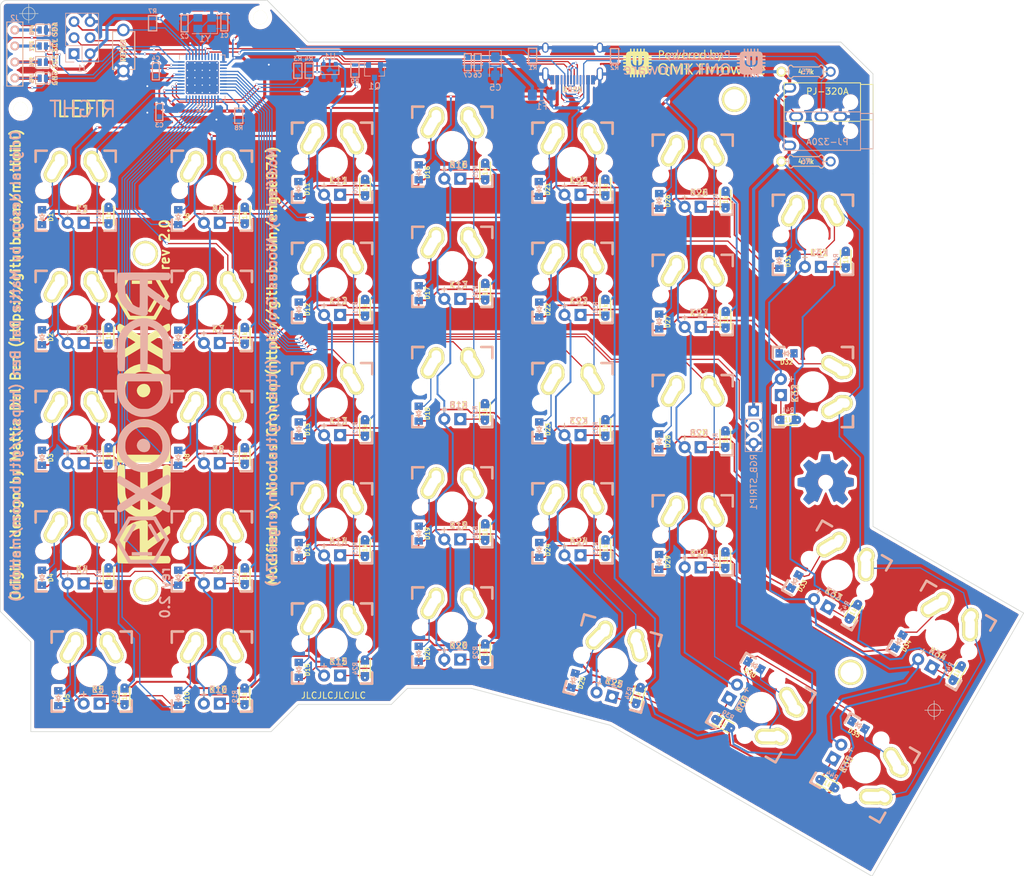
<source format=kicad_pcb>
(kicad_pcb (version 20171130) (host pcbnew "(5.1.5)-3")
  (title_block (title "Redox keyboard PCB") (date 2018-05-05) (rev 1.0) (comment 1 "designed by Mattia Dal Ben (aka u/TiaMaT102)") (comment 2 https://github.com/mattdibi/redox-keyboard))
  (layers (0 F.Cu signal) (31 B.Cu signal) (34 B.Paste user hide) (35 F.Paste user hide) (36 B.SilkS user hide) (37 F.SilkS user hide) (38 B.Mask user hide) (39 F.Mask user hide) (44 Edge.Cuts user))
  (net 0 "")
  (net 1 row0)
  (net 2 "Net-(D1-Pad2)")
  (net 3 "Net-(D2-Pad2)")
  (net 4 "Net-(D3-Pad2)")
  (net 5 "Net-(D4-Pad2)")
  (net 6 "Net-(D5-Pad2)")
  (net 7 "Net-(D6-Pad2)")
  (net 8 "Net-(D10-Pad2)")
  (net 9 row1)
  (net 10 "Net-(D11-Pad2)")
  (net 11 "Net-(D12-Pad2)")
  (net 12 "Net-(D13-Pad2)")
  (net 13 "Net-(D14-Pad2)")
  (net 14 "Net-(D15-Pad2)")
  (net 15 "Net-(D16-Pad2)")
  (net 16 "Net-(D20-Pad2)")
  (net 17 row2)
  (net 18 "Net-(D21-Pad2)")
  (net 19 "Net-(D22-Pad2)")
  (net 20 "Net-(D23-Pad2)")
  (net 21 "Net-(D24-Pad2)")
  (net 22 "Net-(D25-Pad2)")
  (net 23 "Net-(D26-Pad2)")
  (net 24 "Net-(D30-Pad2)")
  (net 25 row3)
  (net 26 "Net-(D31-Pad2)")
  (net 27 "Net-(D32-Pad2)")
  (net 28 "Net-(D33-Pad2)")
  (net 29 "Net-(D34-Pad2)")
  (net 30 "Net-(D35-Pad2)")
  (net 31 row4)
  (net 32 col0)
  (net 33 col1)
  (net 34 col2)
  (net 35 col3)
  (net 36 col4)
  (net 37 col5)
  (net 38 col6)
  (net 39 VCC)
  (net 40 SDA)
  (net 41 SCL)
  (net 42 rgb_data)
  (net 43 GND)
  (net 44 +5V)
  (net 45 "Net-(Q1-Pad1)")
  (net 46 "Net-(R3-Pad2)")
  (net 47 "Net-(R4-Pad2)")
  (net 48 D+)
  (net 49 D-)
  (net 50 "Net-(R8-Pad2)")
  (net 51 "Net-(R9-Pad2)")
  (net 52 MISO)
  (net 53 SCK)
  (net 54 MOSI)
  (net 55 RST)
  (net 56 "Net-(D7-Pad2)")
  (net 57 "Net-(D8-Pad2)")
  (net 58 "Net-(D9-Pad2)")
  (net 59 "Net-(D17-Pad2)")
  (net 60 "Net-(D18-Pad2)")
  (net 61 "Net-(D19-Pad2)")
  (net 62 "Net-(D27-Pad2)")
  (net 63 "Net-(D28-Pad2)")
  (net 64 "Net-(D29-Pad2)")
  (net 65 "Net-(R1-Pad2)")
  (net 66 "Net-(R2-Pad2)")
  (net 67 "Net-(C3-Pad1)")
  (net 68 LEDGND)
  (net 69 "Net-(J2-Pad1)")
  (net 70 "Net-(J2-Pad2)")
  (net 71 "Net-(J2-Pad3)")
  (net 72 "Net-(J2-Pad4)")
  (net 73 XTAL1)
  (net 74 XTAL2)
  (net 75 "Net-(C4-Pad2)")
  (net 76 "Net-(K1-Pad4)")
  (net 77 "Net-(K2-Pad4)")
  (net 78 "Net-(K3-Pad4)")
  (net 79 "Net-(K4-Pad4)")
  (net 80 "Net-(K5-Pad4)")
  (net 81 "Net-(K6-Pad4)")
  (net 82 "Net-(K7-Pad4)")
  (net 83 "Net-(K8-Pad4)")
  (net 84 "Net-(K9-Pad4)")
  (net 85 "Net-(K10-Pad4)")
  (net 86 "Net-(K11-Pad4)")
  (net 87 "Net-(K12-Pad4)")
  (net 88 "Net-(K13-Pad4)")
  (net 89 "Net-(K14-Pad4)")
  (net 90 "Net-(K15-Pad4)")
  (net 91 "Net-(K16-Pad4)")
  (net 92 "Net-(K17-Pad4)")
  (net 93 "Net-(K18-Pad4)")
  (net 94 "Net-(K19-Pad4)")
  (net 95 "Net-(K20-Pad4)")
  (net 96 "Net-(K21-Pad4)")
  (net 97 "Net-(K22-Pad4)")
  (net 98 "Net-(K23-Pad4)")
  (net 99 "Net-(K24-Pad4)")
  (net 100 "Net-(K25-Pad4)")
  (net 101 "Net-(K26-Pad4)")
  (net 102 "Net-(K27-Pad4)")
  (net 103 "Net-(K28-Pad4)")
  (net 104 "Net-(K29-Pad4)")
  (net 105 "Net-(K30-Pad4)")
  (net 106 "Net-(K31-Pad4)")
  (net 107 "Net-(K32-Pad4)")
  (net 108 "Net-(K33-Pad4)")
  (net 109 "Net-(K34-Pad4)")
  (net 110 "Net-(K35-Pad4)")
  (net 111 "Net-(USB1-Pad3)")
  (net 112 "Net-(USB1-Pad9)")
  (module redox_footprints:OSHW-Symbol_8.9x8mm_Copper (layer B.Cu) (at 210.3 112.45 180)
    (fp_text reference REF** hide)
    (fp_text value OSHW-Symbol_8.9x8mm_Copper hide)
    (fp_poly (pts (xy 0.746536 3.399573) (xy 0.859118 2.802382) (xy 1.274531 2.631135) (xy 1.689945 2.459888) (xy 2.188302 2.798767) (xy 2.327869 2.893123) (xy 2.454029 2.97737) (xy 2.560896 3.047662) (xy 2.642583 3.100153) (xy 2.693202 3.130996) (xy 2.706987 3.137647) (xy 2.731821 3.120542) (xy 2.784889 3.073256) (xy 2.860241 3.001828) (xy 2.95193 2.9123) (xy 3.054008 2.810711) (xy 3.160527 2.703102) (xy 3.265537 2.595513) (xy 3.363092 2.493985) (xy 3.447243 2.404559) (xy 3.512041 2.333274) (xy 3.551538 2.286172) (xy 3.560981 2.270408) (xy 3.547392 2.241347) (xy 3.509294 2.177679) (xy 3.450694 2.085633) (xy 3.375598 1.971436) (xy 3.288009 1.841316) (xy 3.237255 1.767099) (xy 3.144746 1.631578) (xy 3.062541 1.509284) (xy 2.994631 1.406305) (xy 2.945001 1.328727) (xy 2.917641 1.282639) (xy 2.91353 1.272953) (xy 2.92285 1.245426) (xy 2.948255 1.181272) (xy 2.985912 1.08951) (xy 3.031987 0.979161) (xy 3.082647 0.859245) (xy 3.13406 0.738781) (xy 3.18239 0.626791) (xy 3.223807 0.532293) (xy 3.254475 0.464308) (xy 3.270562 0.431857) (xy 3.271512 0.43058) (xy 3.296773 0.424383) (xy 3.364046 0.41056) (xy 3.466361 0.390468) (xy 3.596742 0.365466) (xy 3.748217 0.336914) (xy 3.836594 0.320449) (xy 3.998453 0.289631) (xy 4.14465 0.260306) (xy 4.267788 0.234079) (xy 4.36047 0.212554) (xy 4.415302 0.197335) (xy 4.426324 0.192507) (xy 4.437119 0.159826) (xy 4.44583 0.086015) (xy 4.452461 -0.020292) (xy 4.457019 -0.150467) (xy 4.45951 -0.295876) (xy 4.459939 -0.44789) (xy 4.458312 -0.597877) (xy 4.454636 -0.737206) (xy 4.448916 -0.857245) (xy 4.441158 -0.949365) (xy 4.431369 -1.004932) (xy 4.425497 -1.0165) (xy 4.3904 -1.030365) (xy 4.316029 -1.050188) (xy 4.212224 -1.073639) (xy 4.08882 -1.098391) (xy 4.045742 -1.106398) (xy 3.838048 -1.144441) (xy 3.673985 -1.175079) (xy 3.548131 -1.199529) (xy 3.455066 -1.219009) (xy 3.389368 -1.234736) (xy 3.345618 -1.247928) (xy 3.318393 -1.259804) (xy 3.302273 -1.27158) (xy 3.300018 -1.273908) (xy 3.277504 -1.3114) (xy 3.243159 -1.384365) (xy 3.200412 -1.483867) (xy 3.152693 -1.600973) (xy 3.103431 -1.726748) (xy 3.056056 -1.852257) (xy 3.013996 -1.968565) (xy 2.980681 -2.066739) (xy 2.959542 -2.137843) (xy 2.954006 -2.172942) (xy 2.954467 -2.174172) (xy 2.973224 -2.202861) (xy 3.015777 -2.265985) (xy 3.077654 -2.356973) (xy 3.154383 -2.469255) (xy 3.241492 -2.59626) (xy 3.266299 -2.632353) (xy 3.354753 -2.763203) (xy 3.432589 -2.882591) (xy 3.495567 -2.983662) (xy 3.539446 -3.059559) (xy 3.559986 -3.103427) (xy 3.560981 -3.108817) (xy 3.543723 -3.137144) (xy 3.496036 -3.193261) (xy 3.424051 -3.271137) (xy 3.333898 -3.36474) (xy 3.231706 -3.468041) (xy 3.123606 -3.575006) (xy 3.015729 -3.679606) (xy 2.914205 -3.775809) (xy 2.825163 -3.857584) (xy 2.754734 -3.9189) (xy 2.709048 -3.953726) (xy 2.69641 -3.959412) (xy 2.666992 -3.94602) (xy 2.606762 -3.909899) (xy 2.52553 -3.857136) (xy 2.463031 -3.814667) (xy 2.349786 -3.73674) (xy 2.215675 -3.644984) (xy 2.081156 -3.553375) (xy 2.008834 -3.504346) (xy 1.764039 -3.33877) (xy 1.558551 -3.449875) (xy 1.464937 -3.498548) (xy 1.385331 -3.536381) (xy 1.331468 -3.557958) (xy 1.317758 -3.560961) (xy 1.301271 -3.538793) (xy 1.268746 -3.476149) (xy 1.222609 -3.378809) (xy 1.165291 -3.252549) (xy 1.099217 -3.10315) (xy 1.026816 -2.936388) (xy 0.950517 -2.758042) (xy 0.872747 -2.573891) (xy 0.795935 -2.389712) (xy 0.722507 -2.211285) (xy 0.654893 -2.044387) (xy 0.595521 -1.894797) (xy 0.546817 -1.768293) (xy 0.511211 -1.670654) (xy 0.491131 -1.607657) (xy 0.487901 -1.586021) (xy 0.513497 -1.558424) (xy 0.569539 -1.513625) (xy 0.644312 -1.460934) (xy 0.650588 -1.456765) (xy 0.843846 -1.302069) (xy 0.999675 -1.121591) (xy 1.116725 -0.921102) (xy 1.193646 -0.706374) (xy 1.229087 -0.483177) (xy 1.221698 -0.257281) (xy 1.170128 -0.034459) (xy 1.073027 0.179521) (xy 1.044459 0.226336) (xy 0.895869 0.415382) (xy 0.720328 0.567188) (xy 0.523911 0.680966) (xy 0.312694 0.755925) (xy 0.092754 0.791278) (xy -0.129836 0.786233) (xy -0.348998 0.740001) (xy -0.558657 0.651794) (xy -0.752738 0.520821) (xy -0.812773 0.467663) (xy -0.965564 0.301261) (xy -1.076902 0.126088) (xy -1.153276 -0.070266) (xy -1.195812 -0.264717) (xy -1.206313 -0.483342) (xy -1.171299 -0.703052) (xy -1.094326 -0.91642) (xy -0.978952 -1.116022) (xy -0.828734 -1.294429) (xy -0.647226 -1.444217) (xy -0.623372 -1.460006) (xy -0.547798 -1.511712) (xy -0.490348 -1.556512) (xy -0.462882 -1.585117) (xy -0.462482 -1.586021) (xy -0.468379 -1.616964) (xy -0.491754 -1.687191) (xy -0.530178 -1.790925) (xy -0.581222 -1.92239) (xy -0.642457 -2.075807) (xy -0.711455 -2.245401) (xy -0.785786 -2.425393) (xy -0.863021 -2.610008) (xy -0.940731 -2.793468) (xy -1.016488 -2.969996) (xy -1.087862 -3.133814) (xy -1.152425 -3.279147) (xy -1.207747 -3.400217) (xy -1.251399 -3.491247) (xy -1.280953 -3.54646) (xy -1.292855 -3.560961) (xy -1.329222 -3.549669) (xy -1.397269 -3.519385) (xy -1.485263 -3.47552) (xy -1.533649 -3.449875) (xy -1.739136 -3.33877) (xy -1.983931 -3.504346) (xy -2.108893 -3.58917) (xy -2.245704 -3.682516) (xy -2.373911 -3.770408) (xy -2.438128 -3.814667) (xy -2.528448 -3.875318) (xy -2.604928 -3.923381) (xy -2.657592 -3.95277) (xy -2.674697 -3.958982) (xy -2.699594 -3.942223) (xy -2.754694 -3.895436) (xy -2.834656 -3.82348) (xy -2.934139 -3.731212) (xy -3.047799 -3.62349) (xy -3.119684 -3.554326) (xy -3.245448 -3.430757) (xy -3.354136 -3.320234) (xy -3.441354 -3.227485) (xy -3.50271 -3.157237) (xy -3.533808 -3.11422) (xy -3.536791 -3.10549) (xy -3.522946 -3.072284) (xy -3.484687 -3.005142) (xy -3.426258 -2.910863) (xy -3.351902 -2.796245) (xy -3.265864 -2.668083) (xy -3.241397 -2.632353) (xy -3.152245 -2.502489) (xy -3.072261 -2.385569) (xy -3.005919 -2.288162) (xy -2.957688 -2.216839) (xy -2.932042 -2.17817) (xy -2.929564 -2.174172) (xy -2.93327 -2.143355) (xy -2.952938 -2.075599) (xy -2.985139 -1.979839) (xy -3.026444 -1.865009) (xy -3.073424 -1.740044) (xy -3.12265 -1.613879) (xy -3.170691 -1.495448) (xy -3.214118 -1.393685) (xy -3.249503 -1.317526) (xy -3.273415 -1.275904) (xy -3.275115 -1.273908) (xy -3.289737 -1.262013) (xy -3.314434 -1.25025) (xy -3.354627 -1.237401) (xy -3.415736 -1.222249) (xy -3.503182 -1.203576) (xy -3.622387 -1.180165) (xy -3.778772 -1.150797) (xy -3.977756 -1.114255) (xy -4.020839 -1.106398) (xy -4.148529 -1.081727) (xy -4.259846 -1.057593) (xy -4.344954 -1.036324) (xy -4.394016 -1.020248) (xy -4.400594 -1.0165) (xy -4.411435 -0.983273) (xy -4.420246 -0.909021) (xy -4.427023 -0.802376) (xy -4.431759 -0.671967) (xy -4.434449 -0.526427) (xy -4.435086 -0.374386) (xy -4.433665 -0.224476) (xy -4.430179 -0.085328) (xy -4.424623 0.034428) (xy -4.416991 0.126159) (xy -4.407277 0.181234) (xy -4.401421 0.192507) (xy -4.368819 0.203877) (xy -4.294581 0.222376) (xy -4.186103 0.246398) (xy -4.050782 0.274338) (xy -3.896014 0.304592) (xy -3.811692 0.320449) (xy -3.651703 0.350356) (xy -3.509032 0.37745) (xy -3.390651 0.400369) (xy -3.303534 0.417757) (xy -3.254654 0.428253) (xy -3.246609 0.43058) (xy -3.233012 0.456814) (xy -3.20427 0.520005) (xy -3.164214 0.611123) (xy -3.116675 0.721143) (xy -3.065484 0.841035) (xy -3.014473 0.961773) (xy -2.967473 1.074329) (xy -2.928315 1.169674) (xy -2.90083 1.238783) (xy -2.88885 1.272626) (xy -2.888627 1.274105) (xy -2.902208 1.300803) (xy -2.940284 1.36224) (xy -2.998852 1.452311) (xy -3.073911 1.56491) (xy -3.161459 1.69393) (xy -3.212352 1.768039) (xy -3.30509 1.903923) (xy -3.387458 2.027291) (xy -3.455438 2.131903) (xy -3.505011 2.211517) (xy -3.532157 2.259893) (xy -3.536078 2.270738) (xy -3.519224 2.29598) (xy -3.472631 2.349876) (xy -3.402251 2.426387) (xy -3.314034 2.519477) (xy -3.213934 2.623105) (xy -3.107901 2.731236) (xy -3.001888 2.83783) (xy -2.901847 2.93685) (xy -2.813729 3.022258) (xy -2.743486 3.088015) (xy -2.697071 3.128084) (xy -2.681543 3.137647) (xy -2.65626 3.1242) (xy -2.595788 3.086425) (xy -2.506007 3.028165) (xy -2.392796 2.953266) (xy -2.262036 2.865575) (xy -2.1634 2.798767) (xy -1.665042 2.459888) (xy -1.249629 2.631135) (xy -0.834215 2.802382) (xy -0.721633 3.399573) (xy -0.60905 3.996765) (xy 0.633953 3.996765) (xy 0.746536 3.399573)) (layer B.Cu) (width 0.01))
  )
  (module redox_footprints:OSHW-Symbol_8.9x8mm_Copper (layer F.Cu) (at 210.3 112.45)
    (fp_text reference REF** hide)
    (fp_text value OSHW-Symbol_8.9x8mm_Copper hide)
    (fp_poly (pts (xy 0.746536 -3.399573) (xy 0.859118 -2.802382) (xy 1.274531 -2.631135) (xy 1.689945 -2.459888) (xy 2.188302 -2.798767) (xy 2.327869 -2.893123) (xy 2.454029 -2.97737) (xy 2.560896 -3.047662) (xy 2.642583 -3.100153) (xy 2.693202 -3.130996) (xy 2.706987 -3.137647) (xy 2.731821 -3.120542) (xy 2.784889 -3.073256) (xy 2.860241 -3.001828) (xy 2.95193 -2.9123) (xy 3.054008 -2.810711) (xy 3.160527 -2.703102) (xy 3.265537 -2.595513) (xy 3.363092 -2.493985) (xy 3.447243 -2.404559) (xy 3.512041 -2.333274) (xy 3.551538 -2.286172) (xy 3.560981 -2.270408) (xy 3.547392 -2.241347) (xy 3.509294 -2.177679) (xy 3.450694 -2.085633) (xy 3.375598 -1.971436) (xy 3.288009 -1.841316) (xy 3.237255 -1.767099) (xy 3.144746 -1.631578) (xy 3.062541 -1.509284) (xy 2.994631 -1.406305) (xy 2.945001 -1.328727) (xy 2.917641 -1.282639) (xy 2.91353 -1.272953) (xy 2.92285 -1.245426) (xy 2.948255 -1.181272) (xy 2.985912 -1.08951) (xy 3.031987 -0.979161) (xy 3.082647 -0.859245) (xy 3.13406 -0.738781) (xy 3.18239 -0.626791) (xy 3.223807 -0.532293) (xy 3.254475 -0.464308) (xy 3.270562 -0.431857) (xy 3.271512 -0.43058) (xy 3.296773 -0.424383) (xy 3.364046 -0.41056) (xy 3.466361 -0.390468) (xy 3.596742 -0.365466) (xy 3.748217 -0.336914) (xy 3.836594 -0.320449) (xy 3.998453 -0.289631) (xy 4.14465 -0.260306) (xy 4.267788 -0.234079) (xy 4.36047 -0.212554) (xy 4.415302 -0.197335) (xy 4.426324 -0.192507) (xy 4.437119 -0.159826) (xy 4.44583 -0.086015) (xy 4.452461 0.020292) (xy 4.457019 0.150467) (xy 4.45951 0.295876) (xy 4.459939 0.44789) (xy 4.458312 0.597877) (xy 4.454636 0.737206) (xy 4.448916 0.857245) (xy 4.441158 0.949365) (xy 4.431369 1.004932) (xy 4.425497 1.0165) (xy 4.3904 1.030365) (xy 4.316029 1.050188) (xy 4.212224 1.073639) (xy 4.08882 1.098391) (xy 4.045742 1.106398) (xy 3.838048 1.144441) (xy 3.673985 1.175079) (xy 3.548131 1.199529) (xy 3.455066 1.219009) (xy 3.389368 1.234736) (xy 3.345618 1.247928) (xy 3.318393 1.259804) (xy 3.302273 1.27158) (xy 3.300018 1.273908) (xy 3.277504 1.3114) (xy 3.243159 1.384365) (xy 3.200412 1.483867) (xy 3.152693 1.600973) (xy 3.103431 1.726748) (xy 3.056056 1.852257) (xy 3.013996 1.968565) (xy 2.980681 2.066739) (xy 2.959542 2.137843) (xy 2.954006 2.172942) (xy 2.954467 2.174172) (xy 2.973224 2.202861) (xy 3.015777 2.265985) (xy 3.077654 2.356973) (xy 3.154383 2.469255) (xy 3.241492 2.59626) (xy 3.266299 2.632353) (xy 3.354753 2.763203) (xy 3.432589 2.882591) (xy 3.495567 2.983662) (xy 3.539446 3.059559) (xy 3.559986 3.103427) (xy 3.560981 3.108817) (xy 3.543723 3.137144) (xy 3.496036 3.193261) (xy 3.424051 3.271137) (xy 3.333898 3.36474) (xy 3.231706 3.468041) (xy 3.123606 3.575006) (xy 3.015729 3.679606) (xy 2.914205 3.775809) (xy 2.825163 3.857584) (xy 2.754734 3.9189) (xy 2.709048 3.953726) (xy 2.69641 3.959412) (xy 2.666992 3.94602) (xy 2.606762 3.909899) (xy 2.52553 3.857136) (xy 2.463031 3.814667) (xy 2.349786 3.73674) (xy 2.215675 3.644984) (xy 2.081156 3.553375) (xy 2.008834 3.504346) (xy 1.764039 3.33877) (xy 1.558551 3.449875) (xy 1.464937 3.498548) (xy 1.385331 3.536381) (xy 1.331468 3.557958) (xy 1.317758 3.560961) (xy 1.301271 3.538793) (xy 1.268746 3.476149) (xy 1.222609 3.378809) (xy 1.165291 3.252549) (xy 1.099217 3.10315) (xy 1.026816 2.936388) (xy 0.950517 2.758042) (xy 0.872747 2.573891) (xy 0.795935 2.389712) (xy 0.722507 2.211285) (xy 0.654893 2.044387) (xy 0.595521 1.894797) (xy 0.546817 1.768293) (xy 0.511211 1.670654) (xy 0.491131 1.607657) (xy 0.487901 1.586021) (xy 0.513497 1.558424) (xy 0.569539 1.513625) (xy 0.644312 1.460934) (xy 0.650588 1.456765) (xy 0.843846 1.302069) (xy 0.999675 1.121591) (xy 1.116725 0.921102) (xy 1.193646 0.706374) (xy 1.229087 0.483177) (xy 1.221698 0.257281) (xy 1.170128 0.034459) (xy 1.073027 -0.179521) (xy 1.044459 -0.226336) (xy 0.895869 -0.415382) (xy 0.720328 -0.567188) (xy 0.523911 -0.680966) (xy 0.312694 -0.755925) (xy 0.092754 -0.791278) (xy -0.129836 -0.786233) (xy -0.348998 -0.740001) (xy -0.558657 -0.651794) (xy -0.752738 -0.520821) (xy -0.812773 -0.467663) (xy -0.965564 -0.301261) (xy -1.076902 -0.126088) (xy -1.153276 0.070266) (xy -1.195812 0.264717) (xy -1.206313 0.483342) (xy -1.171299 0.703052) (xy -1.094326 0.91642) (xy -0.978952 1.116022) (xy -0.828734 1.294429) (xy -0.647226 1.444217) (xy -0.623372 1.460006) (xy -0.547798 1.511712) (xy -0.490348 1.556512) (xy -0.462882 1.585117) (xy -0.462482 1.586021) (xy -0.468379 1.616964) (xy -0.491754 1.687191) (xy -0.530178 1.790925) (xy -0.581222 1.92239) (xy -0.642457 2.075807) (xy -0.711455 2.245401) (xy -0.785786 2.425393) (xy -0.863021 2.610008) (xy -0.940731 2.793468) (xy -1.016488 2.969996) (xy -1.087862 3.133814) (xy -1.152425 3.279147) (xy -1.207747 3.400217) (xy -1.251399 3.491247) (xy -1.280953 3.54646) (xy -1.292855 3.560961) (xy -1.329222 3.549669) (xy -1.397269 3.519385) (xy -1.485263 3.47552) (xy -1.533649 3.449875) (xy -1.739136 3.33877) (xy -1.983931 3.504346) (xy -2.108893 3.58917) (xy -2.245704 3.682516) (xy -2.373911 3.770408) (xy -2.438128 3.814667) (xy -2.528448 3.875318) (xy -2.604928 3.923381) (xy -2.657592 3.95277) (xy -2.674697 3.958982) (xy -2.699594 3.942223) (xy -2.754694 3.895436) (xy -2.834656 3.82348) (xy -2.934139 3.731212) (xy -3.047799 3.62349) (xy -3.119684 3.554326) (xy -3.245448 3.430757) (xy -3.354136 3.320234) (xy -3.441354 3.227485) (xy -3.50271 3.157237) (xy -3.533808 3.11422) (xy -3.536791 3.10549) (xy -3.522946 3.072284) (xy -3.484687 3.005142) (xy -3.426258 2.910863) (xy -3.351902 2.796245) (xy -3.265864 2.668083) (xy -3.241397 2.632353) (xy -3.152245 2.502489) (xy -3.072261 2.385569) (xy -3.005919 2.288162) (xy -2.957688 2.216839) (xy -2.932042 2.17817) (xy -2.929564 2.174172) (xy -2.93327 2.143355) (xy -2.952938 2.075599) (xy -2.985139 1.979839) (xy -3.026444 1.865009) (xy -3.073424 1.740044) (xy -3.12265 1.613879) (xy -3.170691 1.495448) (xy -3.214118 1.393685) (xy -3.249503 1.317526) (xy -3.273415 1.275904) (xy -3.275115 1.273908) (xy -3.289737 1.262013) (xy -3.314434 1.25025) (xy -3.354627 1.237401) (xy -3.415736 1.222249) (xy -3.503182 1.203576) (xy -3.622387 1.180165) (xy -3.778772 1.150797) (xy -3.977756 1.114255) (xy -4.020839 1.106398) (xy -4.148529 1.081727) (xy -4.259846 1.057593) (xy -4.344954 1.036324) (xy -4.394016 1.020248) (xy -4.400594 1.0165) (xy -4.411435 0.983273) (xy -4.420246 0.909021) (xy -4.427023 0.802376) (xy -4.431759 0.671967) (xy -4.434449 0.526427) (xy -4.435086 0.374386) (xy -4.433665 0.224476) (xy -4.430179 0.085328) (xy -4.424623 -0.034428) (xy -4.416991 -0.126159) (xy -4.407277 -0.181234) (xy -4.401421 -0.192507) (xy -4.368819 -0.203877) (xy -4.294581 -0.222376) (xy -4.186103 -0.246398) (xy -4.050782 -0.274338) (xy -3.896014 -0.304592) (xy -3.811692 -0.320449) (xy -3.651703 -0.350356) (xy -3.509032 -0.37745) (xy -3.390651 -0.400369) (xy -3.303534 -0.417757) (xy -3.254654 -0.428253) (xy -3.246609 -0.43058) (xy -3.233012 -0.456814) (xy -3.20427 -0.520005) (xy -3.164214 -0.611123) (xy -3.116675 -0.721143) (xy -3.065484 -0.841035) (xy -3.014473 -0.961773) (xy -2.967473 -1.074329) (xy -2.928315 -1.169674) (xy -2.90083 -1.238783) (xy -2.88885 -1.272626) (xy -2.888627 -1.274105) (xy -2.902208 -1.300803) (xy -2.940284 -1.36224) (xy -2.998852 -1.452311) (xy -3.073911 -1.56491) (xy -3.161459 -1.69393) (xy -3.212352 -1.768039) (xy -3.30509 -1.903923) (xy -3.387458 -2.027291) (xy -3.455438 -2.131903) (xy -3.505011 -2.211517) (xy -3.532157 -2.259893) (xy -3.536078 -2.270738) (xy -3.519224 -2.29598) (xy -3.472631 -2.349876) (xy -3.402251 -2.426387) (xy -3.314034 -2.519477) (xy -3.213934 -2.623105) (xy -3.107901 -2.731236) (xy -3.001888 -2.83783) (xy -2.901847 -2.93685) (xy -2.813729 -3.022258) (xy -2.743486 -3.088015) (xy -2.697071 -3.128084) (xy -2.681543 -3.137647) (xy -2.65626 -3.1242) (xy -2.595788 -3.086425) (xy -2.506007 -3.028165) (xy -2.392796 -2.953266) (xy -2.262036 -2.865575) (xy -2.1634 -2.798767) (xy -1.665042 -2.459888) (xy -1.249629 -2.631135) (xy -0.834215 -2.802382) (xy -0.721633 -3.399573) (xy -0.60905 -3.996765) (xy 0.633953 -3.996765) (xy 0.746536 -3.399573)) (layer F.Cu) (width 0.01))
  )
  (module redox_footprints:OLED_4Pin (layer B.Cu) (at 81.8 41.2 270)
    (fp_text reference J2 (at -1.915 0.012 180) (layer B.SilkS) (effects (font (size 0.8128 0.8128)) (justify mirror)))
    (fp_text value OLED-SSD1306 hide)
    (pad 4 thru_hole circle (at 7.62 0 270) (size 1.397 1.397) (drill 0.8128) (layers *.Cu *.Mask B.SilkS) (net 72 "Net-(J2-Pad4)"))
    (pad 3 thru_hole circle (at 5.08 0 270) (size 1.397 1.397) (drill 0.8128) (layers *.Cu *.Mask B.SilkS) (net 71 "Net-(J2-Pad3)"))
    (pad 2 thru_hole circle (at 2.54 0 270) (size 1.397 1.397) (drill 0.8128) (layers *.Cu *.Mask B.SilkS) (net 70 "Net-(J2-Pad2)"))
    (pad 1 thru_hole circle (at 0 0 270) (size 1.397 1.397) (drill 0.8128) (layers *.Cu *.Mask B.SilkS) (net 69 "Net-(J2-Pad1)"))
  )
  (module redox_footprints:HRO-TYPE-C-31-M-12-Assembly_dualsided (layer B.Cu) (at 170.2 41.4)
    (fp_text reference USB1 (at 0 9.25 -180) (layer B.SilkS) (effects (font (size 0.8 0.8)) (justify mirror)))
    (fp_text value HRO-TYPE-C-31-M-12)
    (fp_text user %R (at -0.025 9.25) (layer F.SilkS) (effects (font (size 0.8 0.8))))
    (pad 12 smd rect (at 3.225 7.695) (size 0.6 1.45) (layers B.Cu B.Paste B.Mask) (net 43 GND))
    (pad 1 smd rect (at -3.225 7.695) (size 0.6 1.45) (layers B.Cu B.Paste B.Mask) (net 43 GND))
    (pad 11 smd rect (at 2.45 7.695) (size 0.6 1.45) (layers B.Cu B.Paste B.Mask) (net 39 VCC))
    (pad 2 smd rect (at -2.45 7.695) (size 0.6 1.45) (layers B.Cu B.Paste B.Mask) (net 39 VCC))
    (pad 3 smd rect (at -1.75 7.695) (size 0.3 1.45) (layers B.Cu B.Paste B.Mask) (net 111 "Net-(USB1-Pad3)"))
    (pad 10 smd rect (at 1.75 7.695) (size 0.3 1.45) (layers B.Cu B.Paste B.Mask) (net 66 "Net-(R2-Pad2)"))
    (pad 4 smd rect (at -1.25 7.695) (size 0.3 1.45) (layers B.Cu B.Paste B.Mask) (net 65 "Net-(R1-Pad2)"))
    (pad 9 smd rect (at 1.25 7.695) (size 0.3 1.45) (layers B.Cu B.Paste B.Mask) (net 112 "Net-(USB1-Pad9)"))
    (pad 5 smd rect (at -0.75 7.695) (size 0.3 1.45) (layers B.Cu B.Paste B.Mask) (net 47 "Net-(R4-Pad2)"))
    (pad 8 smd rect (at 0.75 7.695) (size 0.3 1.45) (layers B.Cu B.Paste B.Mask) (net 46 "Net-(R3-Pad2)"))
    (pad 7 smd rect (at 0.25 7.695) (size 0.3 1.45) (layers B.Cu B.Paste B.Mask) (net 47 "Net-(R4-Pad2)"))
    (pad 6 smd rect (at -0.25 7.695) (size 0.3 1.45) (layers B.Cu B.Paste B.Mask) (net 46 "Net-(R3-Pad2)"))
    (pad "" np_thru_hole circle (at 2.89 6.25) (size 0.65 0.65) (drill 0.65) (layers *.Cu *.Mask))
    (pad 13 thru_hole oval (at -4.32 6.78) (size 1 2.1) (drill oval 0.6 1.7) (layers *.Cu *.Mask) (net 43 GND))
    (pad 13 thru_hole oval (at 4.32 6.78) (size 1 2.1) (drill oval 0.6 1.7) (layers *.Cu *.Mask) (net 43 GND))
    (pad 13 thru_hole oval (at -4.32 2.6) (size 1 1.6) (drill oval 0.6 1.2) (layers *.Cu *.Mask) (net 43 GND))
    (pad 13 thru_hole oval (at 4.32 2.6) (size 1 1.6) (drill oval 0.6 1.2) (layers *.Cu *.Mask) (net 43 GND))
    (pad "" np_thru_hole circle (at -2.89 6.25) (size 0.65 0.65) (drill 0.65) (layers *.Cu *.Mask))
    (pad 1 smd rect (at 3.225 7.7) (size 0.6 1.45) (layers F.Cu F.Paste F.Mask) (net 43 GND))
    (pad 2 smd rect (at 2.45 7.7) (size 0.6 1.45) (layers F.Cu F.Paste F.Mask) (net 39 VCC))
    (pad 3 smd rect (at 1.75 7.7) (size 0.3 1.45) (layers F.Cu F.Paste F.Mask) (net 111 "Net-(USB1-Pad3)"))
    (pad 4 smd rect (at 1.25 7.7) (size 0.3 1.45) (layers F.Cu F.Paste F.Mask) (net 65 "Net-(R1-Pad2)"))
    (pad 5 smd rect (at 0.75 7.7) (size 0.3 1.45) (layers F.Cu F.Paste F.Mask) (net 47 "Net-(R4-Pad2)"))
    (pad 6 smd rect (at 0.25 7.7) (size 0.3 1.45) (layers F.Cu F.Paste F.Mask) (net 46 "Net-(R3-Pad2)"))
    (pad 7 smd rect (at -0.25 7.7) (size 0.3 1.45) (layers F.Cu F.Paste F.Mask) (net 47 "Net-(R4-Pad2)"))
    (pad 8 smd rect (at -0.75 7.7) (size 0.3 1.45) (layers F.Cu F.Paste F.Mask) (net 46 "Net-(R3-Pad2)"))
    (pad 9 smd rect (at -1.25 7.7) (size 0.3 1.45) (layers F.Cu F.Paste F.Mask) (net 112 "Net-(USB1-Pad9)"))
    (pad 10 smd rect (at -1.75 7.7) (size 0.3 1.45) (layers F.Cu F.Paste F.Mask) (net 66 "Net-(R2-Pad2)"))
    (pad 11 smd rect (at -2.45 7.7) (size 0.6 1.45) (layers F.Cu F.Paste F.Mask) (net 39 VCC))
    (pad 12 smd rect (at -3.225 7.7) (size 0.6 1.45) (layers F.Cu F.Paste F.Mask) (net 43 GND))
  )
  (module redox_footprints:Mx_Alps_125-dualside_with_LED (layer F.Cu) (at 91.44 66.675)
    (fp_text reference K1 (at 1 2.85) (layer F.SilkS) (effects (font (thickness 0.2))))
    (fp_text value KEYSW)
    (fp_text user %R (at 1 2.85) (layer B.SilkS) (effects (font (thickness 0.2)) (justify mirror)))
    (fp_text user - (at 1.27 3.5) (layer B.SilkS))
    (fp_text user + (at -1.27 3.5) (layer B.SilkS))
    (fp_text user - (at 1.27 3.5) (layer F.SilkS))
    (fp_text user + (at -1.27 3.5) (layer F.SilkS))
    (pad 4 thru_hole rect (at 1.27 5.08) (size 1.905 1.905) (drill 0.9906) (layers *.Cu *.Mask) (net 76 "Net-(K1-Pad4)"))
    (pad 3 thru_hole circle (at -1.27 5.08) (size 1.905 1.905) (drill 0.9906) (layers *.Cu *.Mask) (net 39 VCC))
    (pad 2 thru_hole oval (at 2.52 -4.79 356.1) (size 2.5 3.08) (drill oval 1.5 2.08) (layers *.Cu *.Mask F.SilkS) (net 32 col0))
    (pad 1 thru_hole oval (at -3.405 -3.27 330.95) (size 2.5 4.17) (drill oval 1.5 3.17) (layers *.Cu *.Mask F.SilkS) (net 2 "Net-(D1-Pad2)"))
    (pad HOLE np_thru_hole circle (at 5.08 0) (size 1.7018 1.7018) (drill 1.7018) (layers *.Cu))
    (pad HOLE np_thru_hole circle (at -5.08 0) (size 1.7018 1.7018) (drill 1.7018) (layers *.Cu))
    (pad HOLE np_thru_hole circle (at 0 0) (size 3.9878 3.9878) (drill 3.9878) (layers *.Cu))
    (pad 2 thru_hole oval (at 3.405 -3.27 29.05) (size 2.5 4.17) (drill oval 1.5 3.17) (layers *.Cu *.Mask F.SilkS) (net 32 col0))
    (pad 1 thru_hole oval (at -2.52 -4.79 3.9) (size 2.5 3.08) (drill oval 1.5 2.08) (layers *.Cu *.Mask F.SilkS) (net 2 "Net-(D1-Pad2)"))
  )
  (module redox_footprints:Mx_Alps_125-dualside_with_LED (layer F.Cu) (at 91.44 85.725)
    (fp_text reference K2 (at 1 2.85) (layer F.SilkS) (effects (font (thickness 0.2))))
    (fp_text value KEYSW)
    (fp_text user %R (at 1 2.85) (layer B.SilkS) (effects (font (thickness 0.2)) (justify mirror)))
    (fp_text user - (at 1.27 3.5) (layer B.SilkS))
    (fp_text user + (at -1.27 3.5) (layer B.SilkS))
    (fp_text user - (at 1.27 3.5) (layer F.SilkS))
    (fp_text user + (at -1.27 3.5) (layer F.SilkS))
    (pad 4 thru_hole rect (at 1.27 5.08) (size 1.905 1.905) (drill 0.9906) (layers *.Cu *.Mask) (net 77 "Net-(K2-Pad4)"))
    (pad 3 thru_hole circle (at -1.27 5.08) (size 1.905 1.905) (drill 0.9906) (layers *.Cu *.Mask) (net 39 VCC))
    (pad 2 thru_hole oval (at 2.52 -4.79 356.1) (size 2.5 3.08) (drill oval 1.5 2.08) (layers *.Cu *.Mask F.SilkS) (net 32 col0))
    (pad 1 thru_hole oval (at -3.405 -3.27 330.95) (size 2.5 4.17) (drill oval 1.5 3.17) (layers *.Cu *.Mask F.SilkS) (net 3 "Net-(D2-Pad2)"))
    (pad HOLE np_thru_hole circle (at 5.08 0) (size 1.7018 1.7018) (drill 1.7018) (layers *.Cu))
    (pad HOLE np_thru_hole circle (at -5.08 0) (size 1.7018 1.7018) (drill 1.7018) (layers *.Cu))
    (pad HOLE np_thru_hole circle (at 0 0) (size 3.9878 3.9878) (drill 3.9878) (layers *.Cu))
    (pad 2 thru_hole oval (at 3.405 -3.27 29.05) (size 2.5 4.17) (drill oval 1.5 3.17) (layers *.Cu *.Mask F.SilkS) (net 32 col0))
    (pad 1 thru_hole oval (at -2.52 -4.79 3.9) (size 2.5 3.08) (drill oval 1.5 2.08) (layers *.Cu *.Mask F.SilkS) (net 3 "Net-(D2-Pad2)"))
  )
  (module redox_footprints:Mx_Alps_125-dualside_with_LED (layer F.Cu) (at 91.44 104.775)
    (fp_text reference K3 (at 1 2.85) (layer F.SilkS) (effects (font (thickness 0.2))))
    (fp_text value KEYSW)
    (fp_text user %R (at 1 2.85) (layer B.SilkS) (effects (font (thickness 0.2)) (justify mirror)))
    (fp_text user - (at 1.27 3.5) (layer B.SilkS))
    (fp_text user + (at -1.27 3.5) (layer B.SilkS))
    (fp_text user - (at 1.27 3.5) (layer F.SilkS))
    (fp_text user + (at -1.27 3.5) (layer F.SilkS))
    (pad 4 thru_hole rect (at 1.27 5.08) (size 1.905 1.905) (drill 0.9906) (layers *.Cu *.Mask) (net 78 "Net-(K3-Pad4)"))
    (pad 3 thru_hole circle (at -1.27 5.08) (size 1.905 1.905) (drill 0.9906) (layers *.Cu *.Mask) (net 39 VCC))
    (pad 2 thru_hole oval (at 2.52 -4.79 356.1) (size 2.5 3.08) (drill oval 1.5 2.08) (layers *.Cu *.Mask F.SilkS) (net 32 col0))
    (pad 1 thru_hole oval (at -3.405 -3.27 330.95) (size 2.5 4.17) (drill oval 1.5 3.17) (layers *.Cu *.Mask F.SilkS) (net 4 "Net-(D3-Pad2)"))
    (pad HOLE np_thru_hole circle (at 5.08 0) (size 1.7018 1.7018) (drill 1.7018) (layers *.Cu))
    (pad HOLE np_thru_hole circle (at -5.08 0) (size 1.7018 1.7018) (drill 1.7018) (layers *.Cu))
    (pad HOLE np_thru_hole circle (at 0 0) (size 3.9878 3.9878) (drill 3.9878) (layers *.Cu))
    (pad 2 thru_hole oval (at 3.405 -3.27 29.05) (size 2.5 4.17) (drill oval 1.5 3.17) (layers *.Cu *.Mask F.SilkS) (net 32 col0))
    (pad 1 thru_hole oval (at -2.52 -4.79 3.9) (size 2.5 3.08) (drill oval 1.5 2.08) (layers *.Cu *.Mask F.SilkS) (net 4 "Net-(D3-Pad2)"))
  )
  (module redox_footprints:Mx_Alps_125-dualside_with_LED (layer F.Cu) (at 91.44 123.825)
    (fp_text reference K4 (at 1 2.85) (layer F.SilkS) (effects (font (thickness 0.2))))
    (fp_text value KEYSW)
    (fp_text user %R (at 1 2.85) (layer B.SilkS) (effects (font (thickness 0.2)) (justify mirror)))
    (fp_text user - (at 1.27 3.5) (layer B.SilkS))
    (fp_text user + (at -1.27 3.5) (layer B.SilkS))
    (fp_text user - (at 1.27 3.5) (layer F.SilkS))
    (fp_text user + (at -1.27 3.5) (layer F.SilkS))
    (pad 4 thru_hole rect (at 1.27 5.08) (size 1.905 1.905) (drill 0.9906) (layers *.Cu *.Mask) (net 79 "Net-(K4-Pad4)"))
    (pad 3 thru_hole circle (at -1.27 5.08) (size 1.905 1.905) (drill 0.9906) (layers *.Cu *.Mask) (net 39 VCC))
    (pad 2 thru_hole oval (at 2.52 -4.79 356.1) (size 2.5 3.08) (drill oval 1.5 2.08) (layers *.Cu *.Mask F.SilkS) (net 32 col0))
    (pad 1 thru_hole oval (at -3.405 -3.27 330.95) (size 2.5 4.17) (drill oval 1.5 3.17) (layers *.Cu *.Mask F.SilkS) (net 5 "Net-(D4-Pad2)"))
    (pad HOLE np_thru_hole circle (at 5.08 0) (size 1.7018 1.7018) (drill 1.7018) (layers *.Cu))
    (pad HOLE np_thru_hole circle (at -5.08 0) (size 1.7018 1.7018) (drill 1.7018) (layers *.Cu))
    (pad HOLE np_thru_hole circle (at 0 0) (size 3.9878 3.9878) (drill 3.9878) (layers *.Cu))
    (pad 2 thru_hole oval (at 3.405 -3.27 29.05) (size 2.5 4.17) (drill oval 1.5 3.17) (layers *.Cu *.Mask F.SilkS) (net 32 col0))
    (pad 1 thru_hole oval (at -2.52 -4.79 3.9) (size 2.5 3.08) (drill oval 1.5 2.08) (layers *.Cu *.Mask F.SilkS) (net 5 "Net-(D4-Pad2)"))
  )
  (module redox_footprints:Mx_Alps_125-dualside_with_LED (layer F.Cu) (at 176.53 141.605 345)
    (fp_text reference K25 (at 1 2.85 165) (layer F.SilkS) (effects (font (thickness 0.2))))
    (fp_text value KEYSW)
    (fp_text user %R (at 1 2.85 165) (layer B.SilkS) (effects (font (thickness 0.2)) (justify mirror)))
    (fp_text user - (at 1.27 3.5 165) (layer B.SilkS))
    (fp_text user + (at -1.27 3.5 165) (layer B.SilkS))
    (fp_text user - (at 1.27 3.5 165) (layer F.SilkS))
    (fp_text user + (at -1.27 3.5 165) (layer F.SilkS))
    (pad 4 thru_hole rect (at 1.27 5.08 345) (size 1.905 1.905) (drill 0.9906) (layers *.Cu *.Mask) (net 100 "Net-(K25-Pad4)"))
    (pad 3 thru_hole circle (at -1.27 5.08 345) (size 1.905 1.905) (drill 0.9906) (layers *.Cu *.Mask) (net 39 VCC))
    (pad 2 thru_hole oval (at 2.52 -4.79 341.1) (size 2.5 3.08) (drill oval 1.5 2.08) (layers *.Cu *.Mask F.SilkS) (net 36 col4))
    (pad 1 thru_hole oval (at -3.405 -3.27 315.95) (size 2.5 4.17) (drill oval 1.5 3.17) (layers *.Cu *.Mask F.SilkS) (net 22 "Net-(D25-Pad2)"))
    (pad HOLE np_thru_hole circle (at 5.08 0 345) (size 1.7018 1.7018) (drill 1.7018) (layers *.Cu))
    (pad HOLE np_thru_hole circle (at -5.08 0 345) (size 1.7018 1.7018) (drill 1.7018) (layers *.Cu))
    (pad HOLE np_thru_hole circle (at 0 0 345) (size 3.9878 3.9878) (drill 3.9878) (layers *.Cu))
    (pad 2 thru_hole oval (at 3.405 -3.27 14.05) (size 2.5 4.17) (drill oval 1.5 3.17) (layers *.Cu *.Mask F.SilkS) (net 36 col4))
    (pad 1 thru_hole oval (at -2.52 -4.79 348.9) (size 2.5 3.08) (drill oval 1.5 2.08) (layers *.Cu *.Mask F.SilkS) (net 22 "Net-(D25-Pad2)"))
  )
  (module redox_footprints:Mx_Alps_125-dualside_with_LED (layer F.Cu) (at 200.025 148.59 240)
    (fp_text reference K30 (at 1 2.85 60) (layer F.SilkS) (effects (font (thickness 0.2))))
    (fp_text value KEYSW)
    (fp_text user %R (at 1 2.85 60) (layer B.SilkS) (effects (font (thickness 0.2)) (justify mirror)))
    (fp_text user - (at 1.27 3.5 60) (layer B.SilkS))
    (fp_text user + (at -1.27 3.5 60) (layer B.SilkS))
    (fp_text user - (at 1.27 3.5 60) (layer F.SilkS))
    (fp_text user + (at -1.27 3.5 60) (layer F.SilkS))
    (pad 4 thru_hole rect (at 1.27 5.08 240) (size 1.905 1.905) (drill 0.9906) (layers *.Cu *.Mask) (net 105 "Net-(K30-Pad4)"))
    (pad 3 thru_hole circle (at -1.27 5.08 240) (size 1.905 1.905) (drill 0.9906) (layers *.Cu *.Mask) (net 39 VCC))
    (pad 2 thru_hole oval (at 2.52 -4.79 236.1) (size 2.5 3.08) (drill oval 1.5 2.08) (layers *.Cu *.Mask F.SilkS) (net 37 col5))
    (pad 1 thru_hole oval (at -3.405 -3.27 210.95) (size 2.5 4.17) (drill oval 1.5 3.17) (layers *.Cu *.Mask F.SilkS) (net 24 "Net-(D30-Pad2)"))
    (pad HOLE np_thru_hole circle (at 5.08 0 240) (size 1.7018 1.7018) (drill 1.7018) (layers *.Cu))
    (pad HOLE np_thru_hole circle (at -5.08 0 240) (size 1.7018 1.7018) (drill 1.7018) (layers *.Cu))
    (pad HOLE np_thru_hole circle (at 0 0 240) (size 3.9878 3.9878) (drill 3.9878) (layers *.Cu))
    (pad 2 thru_hole oval (at 3.405 -3.27 269.05) (size 2.5 4.17) (drill oval 1.5 3.17) (layers *.Cu *.Mask F.SilkS) (net 37 col5))
    (pad 1 thru_hole oval (at -2.52 -4.79 243.9) (size 2.5 3.08) (drill oval 1.5 2.08) (layers *.Cu *.Mask F.SilkS) (net 24 "Net-(D30-Pad2)"))
  )
  (module redox_footprints:Mx_Alps_125-dualside_with_LED (layer F.Cu) (at 208.28 97.79 270)
    (fp_text reference K32 (at 1 2.85 90) (layer F.SilkS) (effects (font (thickness 0.2))))
    (fp_text value KEYSW)
    (fp_text user %R (at 1 2.85 90) (layer B.SilkS) (effects (font (thickness 0.2)) (justify mirror)))
    (fp_text user - (at 1.27 3.5 90) (layer B.SilkS))
    (fp_text user + (at -1.27 3.5 90) (layer B.SilkS))
    (fp_text user - (at 1.27 3.5 90) (layer F.SilkS))
    (fp_text user + (at -1.27 3.5 90) (layer F.SilkS))
    (pad 4 thru_hole rect (at 1.27 5.08 270) (size 1.905 1.905) (drill 0.9906) (layers *.Cu *.Mask) (net 107 "Net-(K32-Pad4)"))
    (pad 3 thru_hole circle (at -1.27 5.08 270) (size 1.905 1.905) (drill 0.9906) (layers *.Cu *.Mask) (net 39 VCC))
    (pad 2 thru_hole oval (at 2.52 -4.79 266.1) (size 2.5 3.08) (drill oval 1.5 2.08) (layers *.Cu *.Mask F.SilkS) (net 38 col6))
    (pad 1 thru_hole oval (at -3.405 -3.27 240.95) (size 2.5 4.17) (drill oval 1.5 3.17) (layers *.Cu *.Mask F.SilkS) (net 27 "Net-(D32-Pad2)"))
    (pad HOLE np_thru_hole circle (at 5.08 0 270) (size 1.7018 1.7018) (drill 1.7018) (layers *.Cu))
    (pad HOLE np_thru_hole circle (at -5.08 0 270) (size 1.7018 1.7018) (drill 1.7018) (layers *.Cu))
    (pad HOLE np_thru_hole circle (at 0 0 270) (size 3.9878 3.9878) (drill 3.9878) (layers *.Cu))
    (pad 2 thru_hole oval (at 3.405 -3.27 299.05) (size 2.5 4.17) (drill oval 1.5 3.17) (layers *.Cu *.Mask F.SilkS) (net 38 col6))
    (pad 1 thru_hole oval (at -2.52 -4.79 273.9) (size 2.5 3.08) (drill oval 1.5 2.08) (layers *.Cu *.Mask F.SilkS) (net 27 "Net-(D32-Pad2)"))
  )
  (module redox_footprints:Mx_Alps_125-dualside_with_LED (layer F.Cu) (at 216.535 158.115 240)
    (fp_text reference K35 (at 1 2.85 60) (layer F.SilkS) (effects (font (thickness 0.2))))
    (fp_text value KEYSW)
    (fp_text user %R (at 1 2.85 60) (layer B.SilkS) (effects (font (thickness 0.2)) (justify mirror)))
    (fp_text user - (at 1.27 3.5 60) (layer B.SilkS))
    (fp_text user + (at -1.27 3.5 60) (layer B.SilkS))
    (fp_text user - (at 1.27 3.5 60) (layer F.SilkS))
    (fp_text user + (at -1.27 3.5 60) (layer F.SilkS))
    (pad 4 thru_hole rect (at 1.27 5.08 240) (size 1.905 1.905) (drill 0.9906) (layers *.Cu *.Mask) (net 110 "Net-(K35-Pad4)"))
    (pad 3 thru_hole circle (at -1.27 5.08 240) (size 1.905 1.905) (drill 0.9906) (layers *.Cu *.Mask) (net 39 VCC))
    (pad 2 thru_hole oval (at 2.52 -4.79 236.1) (size 2.5 3.08) (drill oval 1.5 2.08) (layers *.Cu *.Mask F.SilkS) (net 38 col6))
    (pad 1 thru_hole oval (at -3.405 -3.27 210.95) (size 2.5 4.17) (drill oval 1.5 3.17) (layers *.Cu *.Mask F.SilkS) (net 30 "Net-(D35-Pad2)"))
    (pad HOLE np_thru_hole circle (at 5.08 0 240) (size 1.7018 1.7018) (drill 1.7018) (layers *.Cu))
    (pad HOLE np_thru_hole circle (at -5.08 0 240) (size 1.7018 1.7018) (drill 1.7018) (layers *.Cu))
    (pad HOLE np_thru_hole circle (at 0 0 240) (size 3.9878 3.9878) (drill 3.9878) (layers *.Cu))
    (pad 2 thru_hole oval (at 3.405 -3.27 269.05) (size 2.5 4.17) (drill oval 1.5 3.17) (layers *.Cu *.Mask F.SilkS) (net 38 col6))
    (pad 1 thru_hole oval (at -2.52 -4.79 243.9) (size 2.5 3.08) (drill oval 1.5 2.08) (layers *.Cu *.Mask F.SilkS) (net 30 "Net-(D35-Pad2)"))
  )
  (module redox_footprints:Mx_Alps_100-dualside_with_LED (layer F.Cu) (at 132.08 62.23)
    (fp_text reference K11 (at 1 2.85) (layer F.SilkS) (effects (font (thickness 0.2))))
    (fp_text value KEYSW hide)
    (fp_text user %R (at 1 2.85) (layer B.SilkS) (effects (font (thickness 0.2)) (justify mirror)))
    (fp_text user - (at 1.27 3.5) (layer B.SilkS))
    (fp_text user + (at -1.27 3.5) (layer B.SilkS))
    (fp_text user - (at 1.27 3.5) (layer F.SilkS))
    (fp_text user + (at -1.27 3.5) (layer F.SilkS))
    (pad 4 thru_hole rect (at 1.27 5.08) (size 1.905 1.905) (drill 0.9906) (layers *.Cu *.Mask) (net 86 "Net-(K11-Pad4)"))
    (pad 3 thru_hole circle (at -1.27 5.08) (size 1.905 1.905) (drill 0.9906) (layers *.Cu *.Mask) (net 39 VCC))
    (pad 2 thru_hole oval (at 2.52 -4.79 356.1) (size 2.5 3.08) (drill oval 1.5 2.08) (layers *.Cu *.Mask F.SilkS) (net 34 col2))
    (pad 1 thru_hole oval (at -3.405 -3.27 330.95) (size 2.5 4.17) (drill oval 1.5 3.17) (layers *.Cu *.Mask F.SilkS) (net 10 "Net-(D11-Pad2)"))
    (pad HOLE np_thru_hole circle (at 5.08 0) (size 1.7018 1.7018) (drill 1.7018) (layers *.Cu))
    (pad HOLE np_thru_hole circle (at -5.08 0) (size 1.7018 1.7018) (drill 1.7018) (layers *.Cu))
    (pad HOLE np_thru_hole circle (at 0 0) (size 3.9878 3.9878) (drill 3.9878) (layers *.Cu))
    (pad 2 thru_hole oval (at 3.405 -3.27 29.05) (size 2.5 4.17) (drill oval 1.5 3.17) (layers *.Cu *.Mask F.SilkS) (net 34 col2))
    (pad 1 thru_hole oval (at -2.52 -4.79 3.9) (size 2.5 3.08) (drill oval 1.5 2.08) (layers *.Cu *.Mask F.SilkS) (net 10 "Net-(D11-Pad2)"))
  )
  (module redox_footprints:Mx_Alps_100-dualside_with_LED (layer F.Cu) (at 189.23 64.135)
    (fp_text reference K26 (at 1 2.85) (layer F.SilkS) (effects (font (thickness 0.2))))
    (fp_text value KEYSW hide)
    (fp_text user %R (at 1 2.85) (layer B.SilkS) (effects (font (thickness 0.2)) (justify mirror)))
    (fp_text user - (at 1.27 3.5) (layer B.SilkS))
    (fp_text user + (at -1.27 3.5) (layer B.SilkS))
    (fp_text user - (at 1.27 3.5) (layer F.SilkS))
    (fp_text user + (at -1.27 3.5) (layer F.SilkS))
    (pad 4 thru_hole rect (at 1.27 5.08) (size 1.905 1.905) (drill 0.9906) (layers *.Cu *.Mask) (net 101 "Net-(K26-Pad4)"))
    (pad 3 thru_hole circle (at -1.27 5.08) (size 1.905 1.905) (drill 0.9906) (layers *.Cu *.Mask) (net 39 VCC))
    (pad 2 thru_hole oval (at 2.52 -4.79 356.1) (size 2.5 3.08) (drill oval 1.5 2.08) (layers *.Cu *.Mask F.SilkS) (net 37 col5))
    (pad 1 thru_hole oval (at -3.405 -3.27 330.95) (size 2.5 4.17) (drill oval 1.5 3.17) (layers *.Cu *.Mask F.SilkS) (net 23 "Net-(D26-Pad2)"))
    (pad HOLE np_thru_hole circle (at 5.08 0) (size 1.7018 1.7018) (drill 1.7018) (layers *.Cu))
    (pad HOLE np_thru_hole circle (at -5.08 0) (size 1.7018 1.7018) (drill 1.7018) (layers *.Cu))
    (pad HOLE np_thru_hole circle (at 0 0) (size 3.9878 3.9878) (drill 3.9878) (layers *.Cu))
    (pad 2 thru_hole oval (at 3.405 -3.27 29.05) (size 2.5 4.17) (drill oval 1.5 3.17) (layers *.Cu *.Mask F.SilkS) (net 37 col5))
    (pad 1 thru_hole oval (at -2.52 -4.79 3.9) (size 2.5 3.08) (drill oval 1.5 2.08) (layers *.Cu *.Mask F.SilkS) (net 23 "Net-(D26-Pad2)"))
  )
  (module redox_footprints:Mx_Alps_100-dualside_with_LED (layer F.Cu) (at 113.03 66.675)
    (fp_text reference K6 (at 1 2.85) (layer F.SilkS) (effects (font (thickness 0.2))))
    (fp_text value KEYSW hide)
    (fp_text user %R (at 1 2.85) (layer B.SilkS) (effects (font (thickness 0.2)) (justify mirror)))
    (fp_text user - (at 1.27 3.5) (layer B.SilkS))
    (fp_text user + (at -1.27 3.5) (layer B.SilkS))
    (fp_text user - (at 1.27 3.5) (layer F.SilkS))
    (fp_text user + (at -1.27 3.5) (layer F.SilkS))
    (pad 4 thru_hole rect (at 1.27 5.08) (size 1.905 1.905) (drill 0.9906) (layers *.Cu *.Mask) (net 81 "Net-(K6-Pad4)"))
    (pad 3 thru_hole circle (at -1.27 5.08) (size 1.905 1.905) (drill 0.9906) (layers *.Cu *.Mask) (net 39 VCC))
    (pad 2 thru_hole oval (at 2.52 -4.79 356.1) (size 2.5 3.08) (drill oval 1.5 2.08) (layers *.Cu *.Mask F.SilkS) (net 33 col1))
    (pad 1 thru_hole oval (at -3.405 -3.27 330.95) (size 2.5 4.17) (drill oval 1.5 3.17) (layers *.Cu *.Mask F.SilkS) (net 7 "Net-(D6-Pad2)"))
    (pad HOLE np_thru_hole circle (at 5.08 0) (size 1.7018 1.7018) (drill 1.7018) (layers *.Cu))
    (pad HOLE np_thru_hole circle (at -5.08 0) (size 1.7018 1.7018) (drill 1.7018) (layers *.Cu))
    (pad HOLE np_thru_hole circle (at 0 0) (size 3.9878 3.9878) (drill 3.9878) (layers *.Cu))
    (pad 2 thru_hole oval (at 3.405 -3.27 29.05) (size 2.5 4.17) (drill oval 1.5 3.17) (layers *.Cu *.Mask F.SilkS) (net 33 col1))
    (pad 1 thru_hole oval (at -2.52 -4.79 3.9) (size 2.5 3.08) (drill oval 1.5 2.08) (layers *.Cu *.Mask F.SilkS) (net 7 "Net-(D6-Pad2)"))
  )
  (module redox_footprints:Mx_Alps_100-dualside_with_LED (layer F.Cu) (at 93.98 142.875)
    (fp_text reference K5 (at 1 2.85) (layer F.SilkS) (effects (font (thickness 0.2))))
    (fp_text value KEYSW hide)
    (fp_text user %R (at 1 2.85) (layer B.SilkS) (effects (font (thickness 0.2)) (justify mirror)))
    (fp_text user - (at 1.27 3.5) (layer B.SilkS))
    (fp_text user + (at -1.27 3.5) (layer B.SilkS))
    (fp_text user - (at 1.27 3.5) (layer F.SilkS))
    (fp_text user + (at -1.27 3.5) (layer F.SilkS))
    (pad 4 thru_hole rect (at 1.27 5.08) (size 1.905 1.905) (drill 0.9906) (layers *.Cu *.Mask) (net 80 "Net-(K5-Pad4)"))
    (pad 3 thru_hole circle (at -1.27 5.08) (size 1.905 1.905) (drill 0.9906) (layers *.Cu *.Mask) (net 39 VCC))
    (pad 2 thru_hole oval (at 2.52 -4.79 356.1) (size 2.5 3.08) (drill oval 1.5 2.08) (layers *.Cu *.Mask F.SilkS) (net 32 col0))
    (pad 1 thru_hole oval (at -3.405 -3.27 330.95) (size 2.5 4.17) (drill oval 1.5 3.17) (layers *.Cu *.Mask F.SilkS) (net 6 "Net-(D5-Pad2)"))
    (pad HOLE np_thru_hole circle (at 5.08 0) (size 1.7018 1.7018) (drill 1.7018) (layers *.Cu))
    (pad HOLE np_thru_hole circle (at -5.08 0) (size 1.7018 1.7018) (drill 1.7018) (layers *.Cu))
    (pad HOLE np_thru_hole circle (at 0 0) (size 3.9878 3.9878) (drill 3.9878) (layers *.Cu))
    (pad 2 thru_hole oval (at 3.405 -3.27 29.05) (size 2.5 4.17) (drill oval 1.5 3.17) (layers *.Cu *.Mask F.SilkS) (net 32 col0))
    (pad 1 thru_hole oval (at -2.52 -4.79 3.9) (size 2.5 3.08) (drill oval 1.5 2.08) (layers *.Cu *.Mask F.SilkS) (net 6 "Net-(D5-Pad2)"))
  )
  (module redox_footprints:Mx_Alps_100-dualside_with_LED (layer F.Cu) (at 113.03 85.725)
    (fp_text reference K7 (at 1 2.85) (layer F.SilkS) (effects (font (thickness 0.2))))
    (fp_text value KEYSW hide)
    (fp_text user %R (at 1 2.85) (layer B.SilkS) (effects (font (thickness 0.2)) (justify mirror)))
    (fp_text user - (at 1.27 3.5) (layer B.SilkS))
    (fp_text user + (at -1.27 3.5) (layer B.SilkS))
    (fp_text user - (at 1.27 3.5) (layer F.SilkS))
    (fp_text user + (at -1.27 3.5) (layer F.SilkS))
    (pad 4 thru_hole rect (at 1.27 5.08) (size 1.905 1.905) (drill 0.9906) (layers *.Cu *.Mask) (net 82 "Net-(K7-Pad4)"))
    (pad 3 thru_hole circle (at -1.27 5.08) (size 1.905 1.905) (drill 0.9906) (layers *.Cu *.Mask) (net 39 VCC))
    (pad 2 thru_hole oval (at 2.52 -4.79 356.1) (size 2.5 3.08) (drill oval 1.5 2.08) (layers *.Cu *.Mask F.SilkS) (net 33 col1))
    (pad 1 thru_hole oval (at -3.405 -3.27 330.95) (size 2.5 4.17) (drill oval 1.5 3.17) (layers *.Cu *.Mask F.SilkS) (net 56 "Net-(D7-Pad2)"))
    (pad HOLE np_thru_hole circle (at 5.08 0) (size 1.7018 1.7018) (drill 1.7018) (layers *.Cu))
    (pad HOLE np_thru_hole circle (at -5.08 0) (size 1.7018 1.7018) (drill 1.7018) (layers *.Cu))
    (pad HOLE np_thru_hole circle (at 0 0) (size 3.9878 3.9878) (drill 3.9878) (layers *.Cu))
    (pad 2 thru_hole oval (at 3.405 -3.27 29.05) (size 2.5 4.17) (drill oval 1.5 3.17) (layers *.Cu *.Mask F.SilkS) (net 33 col1))
    (pad 1 thru_hole oval (at -2.52 -4.79 3.9) (size 2.5 3.08) (drill oval 1.5 2.08) (layers *.Cu *.Mask F.SilkS) (net 56 "Net-(D7-Pad2)"))
  )
  (module redox_footprints:Mx_Alps_100-dualside_with_LED (layer F.Cu) (at 113.03 104.775)
    (fp_text reference K8 (at 1 2.85) (layer F.SilkS) (effects (font (thickness 0.2))))
    (fp_text value KEYSW hide)
    (fp_text user %R (at 1 2.85) (layer B.SilkS) (effects (font (thickness 0.2)) (justify mirror)))
    (fp_text user - (at 1.27 3.5) (layer B.SilkS))
    (fp_text user + (at -1.27 3.5) (layer B.SilkS))
    (fp_text user - (at 1.27 3.5) (layer F.SilkS))
    (fp_text user + (at -1.27 3.5) (layer F.SilkS))
    (pad 4 thru_hole rect (at 1.27 5.08) (size 1.905 1.905) (drill 0.9906) (layers *.Cu *.Mask) (net 83 "Net-(K8-Pad4)"))
    (pad 3 thru_hole circle (at -1.27 5.08) (size 1.905 1.905) (drill 0.9906) (layers *.Cu *.Mask) (net 39 VCC))
    (pad 2 thru_hole oval (at 2.52 -4.79 356.1) (size 2.5 3.08) (drill oval 1.5 2.08) (layers *.Cu *.Mask F.SilkS) (net 33 col1))
    (pad 1 thru_hole oval (at -3.405 -3.27 330.95) (size 2.5 4.17) (drill oval 1.5 3.17) (layers *.Cu *.Mask F.SilkS) (net 57 "Net-(D8-Pad2)"))
    (pad HOLE np_thru_hole circle (at 5.08 0) (size 1.7018 1.7018) (drill 1.7018) (layers *.Cu))
    (pad HOLE np_thru_hole circle (at -5.08 0) (size 1.7018 1.7018) (drill 1.7018) (layers *.Cu))
    (pad HOLE np_thru_hole circle (at 0 0) (size 3.9878 3.9878) (drill 3.9878) (layers *.Cu))
    (pad 2 thru_hole oval (at 3.405 -3.27 29.05) (size 2.5 4.17) (drill oval 1.5 3.17) (layers *.Cu *.Mask F.SilkS) (net 33 col1))
    (pad 1 thru_hole oval (at -2.52 -4.79 3.9) (size 2.5 3.08) (drill oval 1.5 2.08) (layers *.Cu *.Mask F.SilkS) (net 57 "Net-(D8-Pad2)"))
  )
  (module redox_footprints:Mx_Alps_100-dualside_with_LED (layer F.Cu) (at 113.03 123.825)
    (fp_text reference K9 (at 1 2.85) (layer F.SilkS) (effects (font (thickness 0.2))))
    (fp_text value KEYSW hide)
    (fp_text user %R (at 1 2.85) (layer B.SilkS) (effects (font (thickness 0.2)) (justify mirror)))
    (fp_text user - (at 1.27 3.5) (layer B.SilkS))
    (fp_text user + (at -1.27 3.5) (layer B.SilkS))
    (fp_text user - (at 1.27 3.5) (layer F.SilkS))
    (fp_text user + (at -1.27 3.5) (layer F.SilkS))
    (pad 4 thru_hole rect (at 1.27 5.08) (size 1.905 1.905) (drill 0.9906) (layers *.Cu *.Mask) (net 84 "Net-(K9-Pad4)"))
    (pad 3 thru_hole circle (at -1.27 5.08) (size 1.905 1.905) (drill 0.9906) (layers *.Cu *.Mask) (net 39 VCC))
    (pad 2 thru_hole oval (at 2.52 -4.79 356.1) (size 2.5 3.08) (drill oval 1.5 2.08) (layers *.Cu *.Mask F.SilkS) (net 33 col1))
    (pad 1 thru_hole oval (at -3.405 -3.27 330.95) (size 2.5 4.17) (drill oval 1.5 3.17) (layers *.Cu *.Mask F.SilkS) (net 58 "Net-(D9-Pad2)"))
    (pad HOLE np_thru_hole circle (at 5.08 0) (size 1.7018 1.7018) (drill 1.7018) (layers *.Cu))
    (pad HOLE np_thru_hole circle (at -5.08 0) (size 1.7018 1.7018) (drill 1.7018) (layers *.Cu))
    (pad HOLE np_thru_hole circle (at 0 0) (size 3.9878 3.9878) (drill 3.9878) (layers *.Cu))
    (pad 2 thru_hole oval (at 3.405 -3.27 29.05) (size 2.5 4.17) (drill oval 1.5 3.17) (layers *.Cu *.Mask F.SilkS) (net 33 col1))
    (pad 1 thru_hole oval (at -2.52 -4.79 3.9) (size 2.5 3.08) (drill oval 1.5 2.08) (layers *.Cu *.Mask F.SilkS) (net 58 "Net-(D9-Pad2)"))
  )
  (module redox_footprints:Mx_Alps_100-dualside_with_LED (layer F.Cu) (at 113.03 142.875)
    (fp_text reference K10 (at 1 2.85) (layer F.SilkS) (effects (font (thickness 0.2))))
    (fp_text value KEYSW hide)
    (fp_text user %R (at 1 2.85) (layer B.SilkS) (effects (font (thickness 0.2)) (justify mirror)))
    (fp_text user - (at 1.27 3.5) (layer B.SilkS))
    (fp_text user + (at -1.27 3.5) (layer B.SilkS))
    (fp_text user - (at 1.27 3.5) (layer F.SilkS))
    (fp_text user + (at -1.27 3.5) (layer F.SilkS))
    (pad 4 thru_hole rect (at 1.27 5.08) (size 1.905 1.905) (drill 0.9906) (layers *.Cu *.Mask) (net 85 "Net-(K10-Pad4)"))
    (pad 3 thru_hole circle (at -1.27 5.08) (size 1.905 1.905) (drill 0.9906) (layers *.Cu *.Mask) (net 39 VCC))
    (pad 2 thru_hole oval (at 2.52 -4.79 356.1) (size 2.5 3.08) (drill oval 1.5 2.08) (layers *.Cu *.Mask F.SilkS) (net 33 col1))
    (pad 1 thru_hole oval (at -3.405 -3.27 330.95) (size 2.5 4.17) (drill oval 1.5 3.17) (layers *.Cu *.Mask F.SilkS) (net 8 "Net-(D10-Pad2)"))
    (pad HOLE np_thru_hole circle (at 5.08 0) (size 1.7018 1.7018) (drill 1.7018) (layers *.Cu))
    (pad HOLE np_thru_hole circle (at -5.08 0) (size 1.7018 1.7018) (drill 1.7018) (layers *.Cu))
    (pad HOLE np_thru_hole circle (at 0 0) (size 3.9878 3.9878) (drill 3.9878) (layers *.Cu))
    (pad 2 thru_hole oval (at 3.405 -3.27 29.05) (size 2.5 4.17) (drill oval 1.5 3.17) (layers *.Cu *.Mask F.SilkS) (net 33 col1))
    (pad 1 thru_hole oval (at -2.52 -4.79 3.9) (size 2.5 3.08) (drill oval 1.5 2.08) (layers *.Cu *.Mask F.SilkS) (net 8 "Net-(D10-Pad2)"))
  )
  (module redox_footprints:Mx_Alps_100-dualside_with_LED (layer F.Cu) (at 132.08 81.28)
    (fp_text reference K12 (at 1 2.85) (layer F.SilkS) (effects (font (thickness 0.2))))
    (fp_text value KEYSW hide)
    (fp_text user %R (at 1 2.85) (layer B.SilkS) (effects (font (thickness 0.2)) (justify mirror)))
    (fp_text user - (at 1.27 3.5) (layer B.SilkS))
    (fp_text user + (at -1.27 3.5) (layer B.SilkS))
    (fp_text user - (at 1.27 3.5) (layer F.SilkS))
    (fp_text user + (at -1.27 3.5) (layer F.SilkS))
    (pad 4 thru_hole rect (at 1.27 5.08) (size 1.905 1.905) (drill 0.9906) (layers *.Cu *.Mask) (net 87 "Net-(K12-Pad4)"))
    (pad 3 thru_hole circle (at -1.27 5.08) (size 1.905 1.905) (drill 0.9906) (layers *.Cu *.Mask) (net 39 VCC))
    (pad 2 thru_hole oval (at 2.52 -4.79 356.1) (size 2.5 3.08) (drill oval 1.5 2.08) (layers *.Cu *.Mask F.SilkS) (net 34 col2))
    (pad 1 thru_hole oval (at -3.405 -3.27 330.95) (size 2.5 4.17) (drill oval 1.5 3.17) (layers *.Cu *.Mask F.SilkS) (net 11 "Net-(D12-Pad2)"))
    (pad HOLE np_thru_hole circle (at 5.08 0) (size 1.7018 1.7018) (drill 1.7018) (layers *.Cu))
    (pad HOLE np_thru_hole circle (at -5.08 0) (size 1.7018 1.7018) (drill 1.7018) (layers *.Cu))
    (pad HOLE np_thru_hole circle (at 0 0) (size 3.9878 3.9878) (drill 3.9878) (layers *.Cu))
    (pad 2 thru_hole oval (at 3.405 -3.27 29.05) (size 2.5 4.17) (drill oval 1.5 3.17) (layers *.Cu *.Mask F.SilkS) (net 34 col2))
    (pad 1 thru_hole oval (at -2.52 -4.79 3.9) (size 2.5 3.08) (drill oval 1.5 2.08) (layers *.Cu *.Mask F.SilkS) (net 11 "Net-(D12-Pad2)"))
  )
  (module redox_footprints:Mx_Alps_100-dualside_with_LED (layer F.Cu) (at 132.08 100.33)
    (fp_text reference K13 (at 1 2.85) (layer F.SilkS) (effects (font (thickness 0.2))))
    (fp_text value KEYSW hide)
    (fp_text user %R (at 1 2.85) (layer B.SilkS) (effects (font (thickness 0.2)) (justify mirror)))
    (fp_text user - (at 1.27 3.5) (layer B.SilkS))
    (fp_text user + (at -1.27 3.5) (layer B.SilkS))
    (fp_text user - (at 1.27 3.5) (layer F.SilkS))
    (fp_text user + (at -1.27 3.5) (layer F.SilkS))
    (pad 4 thru_hole rect (at 1.27 5.08) (size 1.905 1.905) (drill 0.9906) (layers *.Cu *.Mask) (net 88 "Net-(K13-Pad4)"))
    (pad 3 thru_hole circle (at -1.27 5.08) (size 1.905 1.905) (drill 0.9906) (layers *.Cu *.Mask) (net 39 VCC))
    (pad 2 thru_hole oval (at 2.52 -4.79 356.1) (size 2.5 3.08) (drill oval 1.5 2.08) (layers *.Cu *.Mask F.SilkS) (net 34 col2))
    (pad 1 thru_hole oval (at -3.405 -3.27 330.95) (size 2.5 4.17) (drill oval 1.5 3.17) (layers *.Cu *.Mask F.SilkS) (net 12 "Net-(D13-Pad2)"))
    (pad HOLE np_thru_hole circle (at 5.08 0) (size 1.7018 1.7018) (drill 1.7018) (layers *.Cu))
    (pad HOLE np_thru_hole circle (at -5.08 0) (size 1.7018 1.7018) (drill 1.7018) (layers *.Cu))
    (pad HOLE np_thru_hole circle (at 0 0) (size 3.9878 3.9878) (drill 3.9878) (layers *.Cu))
    (pad 2 thru_hole oval (at 3.405 -3.27 29.05) (size 2.5 4.17) (drill oval 1.5 3.17) (layers *.Cu *.Mask F.SilkS) (net 34 col2))
    (pad 1 thru_hole oval (at -2.52 -4.79 3.9) (size 2.5 3.08) (drill oval 1.5 2.08) (layers *.Cu *.Mask F.SilkS) (net 12 "Net-(D13-Pad2)"))
  )
  (module redox_footprints:Mx_Alps_100-dualside_with_LED (layer F.Cu) (at 132.08 119.38)
    (fp_text reference K14 (at 1 2.85) (layer F.SilkS) (effects (font (thickness 0.2))))
    (fp_text value KEYSW hide)
    (fp_text user %R (at 1 2.85) (layer B.SilkS) (effects (font (thickness 0.2)) (justify mirror)))
    (fp_text user - (at 1.27 3.5) (layer B.SilkS))
    (fp_text user + (at -1.27 3.5) (layer B.SilkS))
    (fp_text user - (at 1.27 3.5) (layer F.SilkS))
    (fp_text user + (at -1.27 3.5) (layer F.SilkS))
    (pad 4 thru_hole rect (at 1.27 5.08) (size 1.905 1.905) (drill 0.9906) (layers *.Cu *.Mask) (net 89 "Net-(K14-Pad4)"))
    (pad 3 thru_hole circle (at -1.27 5.08) (size 1.905 1.905) (drill 0.9906) (layers *.Cu *.Mask) (net 39 VCC))
    (pad 2 thru_hole oval (at 2.52 -4.79 356.1) (size 2.5 3.08) (drill oval 1.5 2.08) (layers *.Cu *.Mask F.SilkS) (net 34 col2))
    (pad 1 thru_hole oval (at -3.405 -3.27 330.95) (size 2.5 4.17) (drill oval 1.5 3.17) (layers *.Cu *.Mask F.SilkS) (net 13 "Net-(D14-Pad2)"))
    (pad HOLE np_thru_hole circle (at 5.08 0) (size 1.7018 1.7018) (drill 1.7018) (layers *.Cu))
    (pad HOLE np_thru_hole circle (at -5.08 0) (size 1.7018 1.7018) (drill 1.7018) (layers *.Cu))
    (pad HOLE np_thru_hole circle (at 0 0) (size 3.9878 3.9878) (drill 3.9878) (layers *.Cu))
    (pad 2 thru_hole oval (at 3.405 -3.27 29.05) (size 2.5 4.17) (drill oval 1.5 3.17) (layers *.Cu *.Mask F.SilkS) (net 34 col2))
    (pad 1 thru_hole oval (at -2.52 -4.79 3.9) (size 2.5 3.08) (drill oval 1.5 2.08) (layers *.Cu *.Mask F.SilkS) (net 13 "Net-(D14-Pad2)"))
  )
  (module redox_footprints:Mx_Alps_100-dualside_with_LED (layer F.Cu) (at 132.08 138.43)
    (fp_text reference K15 (at 1 2.85) (layer F.SilkS) (effects (font (thickness 0.2))))
    (fp_text value KEYSW hide)
    (fp_text user %R (at 1 2.85) (layer B.SilkS) (effects (font (thickness 0.2)) (justify mirror)))
    (fp_text user - (at 1.27 3.5) (layer B.SilkS))
    (fp_text user + (at -1.27 3.5) (layer B.SilkS))
    (fp_text user - (at 1.27 3.5) (layer F.SilkS))
    (fp_text user + (at -1.27 3.5) (layer F.SilkS))
    (pad 4 thru_hole rect (at 1.27 5.08) (size 1.905 1.905) (drill 0.9906) (layers *.Cu *.Mask) (net 90 "Net-(K15-Pad4)"))
    (pad 3 thru_hole circle (at -1.27 5.08) (size 1.905 1.905) (drill 0.9906) (layers *.Cu *.Mask) (net 39 VCC))
    (pad 2 thru_hole oval (at 2.52 -4.79 356.1) (size 2.5 3.08) (drill oval 1.5 2.08) (layers *.Cu *.Mask F.SilkS) (net 34 col2))
    (pad 1 thru_hole oval (at -3.405 -3.27 330.95) (size 2.5 4.17) (drill oval 1.5 3.17) (layers *.Cu *.Mask F.SilkS) (net 14 "Net-(D15-Pad2)"))
    (pad HOLE np_thru_hole circle (at 5.08 0) (size 1.7018 1.7018) (drill 1.7018) (layers *.Cu))
    (pad HOLE np_thru_hole circle (at -5.08 0) (size 1.7018 1.7018) (drill 1.7018) (layers *.Cu))
    (pad HOLE np_thru_hole circle (at 0 0) (size 3.9878 3.9878) (drill 3.9878) (layers *.Cu))
    (pad 2 thru_hole oval (at 3.405 -3.27 29.05) (size 2.5 4.17) (drill oval 1.5 3.17) (layers *.Cu *.Mask F.SilkS) (net 34 col2))
    (pad 1 thru_hole oval (at -2.52 -4.79 3.9) (size 2.5 3.08) (drill oval 1.5 2.08) (layers *.Cu *.Mask F.SilkS) (net 14 "Net-(D15-Pad2)"))
  )
  (module redox_footprints:Mx_Alps_100-dualside_with_LED (layer F.Cu) (at 151.13 59.69)
    (fp_text reference K16 (at 1 2.85) (layer F.SilkS) (effects (font (thickness 0.2))))
    (fp_text value KEYSW hide)
    (fp_text user %R (at 1 2.85) (layer B.SilkS) (effects (font (thickness 0.2)) (justify mirror)))
    (fp_text user - (at 1.27 3.5) (layer B.SilkS))
    (fp_text user + (at -1.27 3.5) (layer B.SilkS))
    (fp_text user - (at 1.27 3.5) (layer F.SilkS))
    (fp_text user + (at -1.27 3.5) (layer F.SilkS))
    (pad 4 thru_hole rect (at 1.27 5.08) (size 1.905 1.905) (drill 0.9906) (layers *.Cu *.Mask) (net 91 "Net-(K16-Pad4)"))
    (pad 3 thru_hole circle (at -1.27 5.08) (size 1.905 1.905) (drill 0.9906) (layers *.Cu *.Mask) (net 39 VCC))
    (pad 2 thru_hole oval (at 2.52 -4.79 356.1) (size 2.5 3.08) (drill oval 1.5 2.08) (layers *.Cu *.Mask F.SilkS) (net 35 col3))
    (pad 1 thru_hole oval (at -3.405 -3.27 330.95) (size 2.5 4.17) (drill oval 1.5 3.17) (layers *.Cu *.Mask F.SilkS) (net 15 "Net-(D16-Pad2)"))
    (pad HOLE np_thru_hole circle (at 5.08 0) (size 1.7018 1.7018) (drill 1.7018) (layers *.Cu))
    (pad HOLE np_thru_hole circle (at -5.08 0) (size 1.7018 1.7018) (drill 1.7018) (layers *.Cu))
    (pad HOLE np_thru_hole circle (at 0 0) (size 3.9878 3.9878) (drill 3.9878) (layers *.Cu))
    (pad 2 thru_hole oval (at 3.405 -3.27 29.05) (size 2.5 4.17) (drill oval 1.5 3.17) (layers *.Cu *.Mask F.SilkS) (net 35 col3))
    (pad 1 thru_hole oval (at -2.52 -4.79 3.9) (size 2.5 3.08) (drill oval 1.5 2.08) (layers *.Cu *.Mask F.SilkS) (net 15 "Net-(D16-Pad2)"))
  )
  (module redox_footprints:Mx_Alps_100-dualside_with_LED (layer F.Cu) (at 151.13 78.74)
    (fp_text reference K17 (at 1 2.85) (layer F.SilkS) (effects (font (thickness 0.2))))
    (fp_text value KEYSW hide)
    (fp_text user %R (at 1 2.85) (layer B.SilkS) (effects (font (thickness 0.2)) (justify mirror)))
    (fp_text user - (at 1.27 3.5) (layer B.SilkS))
    (fp_text user + (at -1.27 3.5) (layer B.SilkS))
    (fp_text user - (at 1.27 3.5) (layer F.SilkS))
    (fp_text user + (at -1.27 3.5) (layer F.SilkS))
    (pad 4 thru_hole rect (at 1.27 5.08) (size 1.905 1.905) (drill 0.9906) (layers *.Cu *.Mask) (net 92 "Net-(K17-Pad4)"))
    (pad 3 thru_hole circle (at -1.27 5.08) (size 1.905 1.905) (drill 0.9906) (layers *.Cu *.Mask) (net 39 VCC))
    (pad 2 thru_hole oval (at 2.52 -4.79 356.1) (size 2.5 3.08) (drill oval 1.5 2.08) (layers *.Cu *.Mask F.SilkS) (net 35 col3))
    (pad 1 thru_hole oval (at -3.405 -3.27 330.95) (size 2.5 4.17) (drill oval 1.5 3.17) (layers *.Cu *.Mask F.SilkS) (net 59 "Net-(D17-Pad2)"))
    (pad HOLE np_thru_hole circle (at 5.08 0) (size 1.7018 1.7018) (drill 1.7018) (layers *.Cu))
    (pad HOLE np_thru_hole circle (at -5.08 0) (size 1.7018 1.7018) (drill 1.7018) (layers *.Cu))
    (pad HOLE np_thru_hole circle (at 0 0) (size 3.9878 3.9878) (drill 3.9878) (layers *.Cu))
    (pad 2 thru_hole oval (at 3.405 -3.27 29.05) (size 2.5 4.17) (drill oval 1.5 3.17) (layers *.Cu *.Mask F.SilkS) (net 35 col3))
    (pad 1 thru_hole oval (at -2.52 -4.79 3.9) (size 2.5 3.08) (drill oval 1.5 2.08) (layers *.Cu *.Mask F.SilkS) (net 59 "Net-(D17-Pad2)"))
  )
  (module redox_footprints:Mx_Alps_100-dualside_with_LED (layer F.Cu) (at 151.13 97.79)
    (fp_text reference K18 (at 1 2.85) (layer F.SilkS) (effects (font (thickness 0.2))))
    (fp_text value KEYSW hide)
    (fp_text user %R (at 1 2.85) (layer B.SilkS) (effects (font (thickness 0.2)) (justify mirror)))
    (fp_text user - (at 1.27 3.5) (layer B.SilkS))
    (fp_text user + (at -1.27 3.5) (layer B.SilkS))
    (fp_text user - (at 1.27 3.5) (layer F.SilkS))
    (fp_text user + (at -1.27 3.5) (layer F.SilkS))
    (pad 4 thru_hole rect (at 1.27 5.08) (size 1.905 1.905) (drill 0.9906) (layers *.Cu *.Mask) (net 93 "Net-(K18-Pad4)"))
    (pad 3 thru_hole circle (at -1.27 5.08) (size 1.905 1.905) (drill 0.9906) (layers *.Cu *.Mask) (net 39 VCC))
    (pad 2 thru_hole oval (at 2.52 -4.79 356.1) (size 2.5 3.08) (drill oval 1.5 2.08) (layers *.Cu *.Mask F.SilkS) (net 35 col3))
    (pad 1 thru_hole oval (at -3.405 -3.27 330.95) (size 2.5 4.17) (drill oval 1.5 3.17) (layers *.Cu *.Mask F.SilkS) (net 60 "Net-(D18-Pad2)"))
    (pad HOLE np_thru_hole circle (at 5.08 0) (size 1.7018 1.7018) (drill 1.7018) (layers *.Cu))
    (pad HOLE np_thru_hole circle (at -5.08 0) (size 1.7018 1.7018) (drill 1.7018) (layers *.Cu))
    (pad HOLE np_thru_hole circle (at 0 0) (size 3.9878 3.9878) (drill 3.9878) (layers *.Cu))
    (pad 2 thru_hole oval (at 3.405 -3.27 29.05) (size 2.5 4.17) (drill oval 1.5 3.17) (layers *.Cu *.Mask F.SilkS) (net 35 col3))
    (pad 1 thru_hole oval (at -2.52 -4.79 3.9) (size 2.5 3.08) (drill oval 1.5 2.08) (layers *.Cu *.Mask F.SilkS) (net 60 "Net-(D18-Pad2)"))
  )
  (module redox_footprints:Mx_Alps_100-dualside_with_LED (layer F.Cu) (at 151.13 116.84)
    (fp_text reference K19 (at 1 2.85) (layer F.SilkS) (effects (font (thickness 0.2))))
    (fp_text value KEYSW hide)
    (fp_text user %R (at 1 2.85) (layer B.SilkS) (effects (font (thickness 0.2)) (justify mirror)))
    (fp_text user - (at 1.27 3.5) (layer B.SilkS))
    (fp_text user + (at -1.27 3.5) (layer B.SilkS))
    (fp_text user - (at 1.27 3.5) (layer F.SilkS))
    (fp_text user + (at -1.27 3.5) (layer F.SilkS))
    (pad 4 thru_hole rect (at 1.27 5.08) (size 1.905 1.905) (drill 0.9906) (layers *.Cu *.Mask) (net 94 "Net-(K19-Pad4)"))
    (pad 3 thru_hole circle (at -1.27 5.08) (size 1.905 1.905) (drill 0.9906) (layers *.Cu *.Mask) (net 39 VCC))
    (pad 2 thru_hole oval (at 2.52 -4.79 356.1) (size 2.5 3.08) (drill oval 1.5 2.08) (layers *.Cu *.Mask F.SilkS) (net 35 col3))
    (pad 1 thru_hole oval (at -3.405 -3.27 330.95) (size 2.5 4.17) (drill oval 1.5 3.17) (layers *.Cu *.Mask F.SilkS) (net 61 "Net-(D19-Pad2)"))
    (pad HOLE np_thru_hole circle (at 5.08 0) (size 1.7018 1.7018) (drill 1.7018) (layers *.Cu))
    (pad HOLE np_thru_hole circle (at -5.08 0) (size 1.7018 1.7018) (drill 1.7018) (layers *.Cu))
    (pad HOLE np_thru_hole circle (at 0 0) (size 3.9878 3.9878) (drill 3.9878) (layers *.Cu))
    (pad 2 thru_hole oval (at 3.405 -3.27 29.05) (size 2.5 4.17) (drill oval 1.5 3.17) (layers *.Cu *.Mask F.SilkS) (net 35 col3))
    (pad 1 thru_hole oval (at -2.52 -4.79 3.9) (size 2.5 3.08) (drill oval 1.5 2.08) (layers *.Cu *.Mask F.SilkS) (net 61 "Net-(D19-Pad2)"))
  )
  (module redox_footprints:Mx_Alps_100-dualside_with_LED (layer F.Cu) (at 151.13 135.89)
    (fp_text reference K20 (at 1 2.85) (layer F.SilkS) (effects (font (thickness 0.2))))
    (fp_text value KEYSW hide)
    (fp_text user %R (at 1 2.85) (layer B.SilkS) (effects (font (thickness 0.2)) (justify mirror)))
    (fp_text user - (at 1.27 3.5) (layer B.SilkS))
    (fp_text user + (at -1.27 3.5) (layer B.SilkS))
    (fp_text user - (at 1.27 3.5) (layer F.SilkS))
    (fp_text user + (at -1.27 3.5) (layer F.SilkS))
    (pad 4 thru_hole rect (at 1.27 5.08) (size 1.905 1.905) (drill 0.9906) (layers *.Cu *.Mask) (net 95 "Net-(K20-Pad4)"))
    (pad 3 thru_hole circle (at -1.27 5.08) (size 1.905 1.905) (drill 0.9906) (layers *.Cu *.Mask) (net 39 VCC))
    (pad 2 thru_hole oval (at 2.52 -4.79 356.1) (size 2.5 3.08) (drill oval 1.5 2.08) (layers *.Cu *.Mask F.SilkS) (net 35 col3))
    (pad 1 thru_hole oval (at -3.405 -3.27 330.95) (size 2.5 4.17) (drill oval 1.5 3.17) (layers *.Cu *.Mask F.SilkS) (net 16 "Net-(D20-Pad2)"))
    (pad HOLE np_thru_hole circle (at 5.08 0) (size 1.7018 1.7018) (drill 1.7018) (layers *.Cu))
    (pad HOLE np_thru_hole circle (at -5.08 0) (size 1.7018 1.7018) (drill 1.7018) (layers *.Cu))
    (pad HOLE np_thru_hole circle (at 0 0) (size 3.9878 3.9878) (drill 3.9878) (layers *.Cu))
    (pad 2 thru_hole oval (at 3.405 -3.27 29.05) (size 2.5 4.17) (drill oval 1.5 3.17) (layers *.Cu *.Mask F.SilkS) (net 35 col3))
    (pad 1 thru_hole oval (at -2.52 -4.79 3.9) (size 2.5 3.08) (drill oval 1.5 2.08) (layers *.Cu *.Mask F.SilkS) (net 16 "Net-(D20-Pad2)"))
  )
  (module redox_footprints:Mx_Alps_100-dualside_with_LED (layer F.Cu) (at 170.18 62.23)
    (fp_text reference K21 (at 1 2.85) (layer F.SilkS) (effects (font (thickness 0.2))))
    (fp_text value KEYSW hide)
    (fp_text user %R (at 1 2.85) (layer B.SilkS) (effects (font (thickness 0.2)) (justify mirror)))
    (fp_text user - (at 1.27 3.5) (layer B.SilkS))
    (fp_text user + (at -1.27 3.5) (layer B.SilkS))
    (fp_text user - (at 1.27 3.5) (layer F.SilkS))
    (fp_text user + (at -1.27 3.5) (layer F.SilkS))
    (pad 4 thru_hole rect (at 1.27 5.08) (size 1.905 1.905) (drill 0.9906) (layers *.Cu *.Mask) (net 96 "Net-(K21-Pad4)"))
    (pad 3 thru_hole circle (at -1.27 5.08) (size 1.905 1.905) (drill 0.9906) (layers *.Cu *.Mask) (net 39 VCC))
    (pad 2 thru_hole oval (at 2.52 -4.79 356.1) (size 2.5 3.08) (drill oval 1.5 2.08) (layers *.Cu *.Mask F.SilkS) (net 36 col4))
    (pad 1 thru_hole oval (at -3.405 -3.27 330.95) (size 2.5 4.17) (drill oval 1.5 3.17) (layers *.Cu *.Mask F.SilkS) (net 18 "Net-(D21-Pad2)"))
    (pad HOLE np_thru_hole circle (at 5.08 0) (size 1.7018 1.7018) (drill 1.7018) (layers *.Cu))
    (pad HOLE np_thru_hole circle (at -5.08 0) (size 1.7018 1.7018) (drill 1.7018) (layers *.Cu))
    (pad HOLE np_thru_hole circle (at 0 0) (size 3.9878 3.9878) (drill 3.9878) (layers *.Cu))
    (pad 2 thru_hole oval (at 3.405 -3.27 29.05) (size 2.5 4.17) (drill oval 1.5 3.17) (layers *.Cu *.Mask F.SilkS) (net 36 col4))
    (pad 1 thru_hole oval (at -2.52 -4.79 3.9) (size 2.5 3.08) (drill oval 1.5 2.08) (layers *.Cu *.Mask F.SilkS) (net 18 "Net-(D21-Pad2)"))
  )
  (module redox_footprints:Mx_Alps_100-dualside_with_LED (layer F.Cu) (at 170.18 81.28)
    (fp_text reference K22 (at 1 2.85) (layer F.SilkS) (effects (font (thickness 0.2))))
    (fp_text value KEYSW hide)
    (fp_text user %R (at 1 2.85) (layer B.SilkS) (effects (font (thickness 0.2)) (justify mirror)))
    (fp_text user - (at 1.27 3.5) (layer B.SilkS))
    (fp_text user + (at -1.27 3.5) (layer B.SilkS))
    (fp_text user - (at 1.27 3.5) (layer F.SilkS))
    (fp_text user + (at -1.27 3.5) (layer F.SilkS))
    (pad 4 thru_hole rect (at 1.27 5.08) (size 1.905 1.905) (drill 0.9906) (layers *.Cu *.Mask) (net 97 "Net-(K22-Pad4)"))
    (pad 3 thru_hole circle (at -1.27 5.08) (size 1.905 1.905) (drill 0.9906) (layers *.Cu *.Mask) (net 39 VCC))
    (pad 2 thru_hole oval (at 2.52 -4.79 356.1) (size 2.5 3.08) (drill oval 1.5 2.08) (layers *.Cu *.Mask F.SilkS) (net 36 col4))
    (pad 1 thru_hole oval (at -3.405 -3.27 330.95) (size 2.5 4.17) (drill oval 1.5 3.17) (layers *.Cu *.Mask F.SilkS) (net 19 "Net-(D22-Pad2)"))
    (pad HOLE np_thru_hole circle (at 5.08 0) (size 1.7018 1.7018) (drill 1.7018) (layers *.Cu))
    (pad HOLE np_thru_hole circle (at -5.08 0) (size 1.7018 1.7018) (drill 1.7018) (layers *.Cu))
    (pad HOLE np_thru_hole circle (at 0 0) (size 3.9878 3.9878) (drill 3.9878) (layers *.Cu))
    (pad 2 thru_hole oval (at 3.405 -3.27 29.05) (size 2.5 4.17) (drill oval 1.5 3.17) (layers *.Cu *.Mask F.SilkS) (net 36 col4))
    (pad 1 thru_hole oval (at -2.52 -4.79 3.9) (size 2.5 3.08) (drill oval 1.5 2.08) (layers *.Cu *.Mask F.SilkS) (net 19 "Net-(D22-Pad2)"))
  )
  (module redox_footprints:Mx_Alps_100-dualside_with_LED (layer F.Cu) (at 170.18 100.33)
    (fp_text reference K23 (at 1 2.85) (layer F.SilkS) (effects (font (thickness 0.2))))
    (fp_text value KEYSW hide)
    (fp_text user %R (at 1 2.85) (layer B.SilkS) (effects (font (thickness 0.2)) (justify mirror)))
    (fp_text user - (at 1.27 3.5) (layer B.SilkS))
    (fp_text user + (at -1.27 3.5) (layer B.SilkS))
    (fp_text user - (at 1.27 3.5) (layer F.SilkS))
    (fp_text user + (at -1.27 3.5) (layer F.SilkS))
    (pad 4 thru_hole rect (at 1.27 5.08) (size 1.905 1.905) (drill 0.9906) (layers *.Cu *.Mask) (net 98 "Net-(K23-Pad4)"))
    (pad 3 thru_hole circle (at -1.27 5.08) (size 1.905 1.905) (drill 0.9906) (layers *.Cu *.Mask) (net 39 VCC))
    (pad 2 thru_hole oval (at 2.52 -4.79 356.1) (size 2.5 3.08) (drill oval 1.5 2.08) (layers *.Cu *.Mask F.SilkS) (net 36 col4))
    (pad 1 thru_hole oval (at -3.405 -3.27 330.95) (size 2.5 4.17) (drill oval 1.5 3.17) (layers *.Cu *.Mask F.SilkS) (net 20 "Net-(D23-Pad2)"))
    (pad HOLE np_thru_hole circle (at 5.08 0) (size 1.7018 1.7018) (drill 1.7018) (layers *.Cu))
    (pad HOLE np_thru_hole circle (at -5.08 0) (size 1.7018 1.7018) (drill 1.7018) (layers *.Cu))
    (pad HOLE np_thru_hole circle (at 0 0) (size 3.9878 3.9878) (drill 3.9878) (layers *.Cu))
    (pad 2 thru_hole oval (at 3.405 -3.27 29.05) (size 2.5 4.17) (drill oval 1.5 3.17) (layers *.Cu *.Mask F.SilkS) (net 36 col4))
    (pad 1 thru_hole oval (at -2.52 -4.79 3.9) (size 2.5 3.08) (drill oval 1.5 2.08) (layers *.Cu *.Mask F.SilkS) (net 20 "Net-(D23-Pad2)"))
  )
  (module redox_footprints:Mx_Alps_100-dualside_with_LED (layer F.Cu) (at 170.18 119.38)
    (fp_text reference K24 (at 1 2.85) (layer F.SilkS) (effects (font (thickness 0.2))))
    (fp_text value KEYSW hide)
    (fp_text user %R (at 1 2.85) (layer B.SilkS) (effects (font (thickness 0.2)) (justify mirror)))
    (fp_text user - (at 1.27 3.5) (layer B.SilkS))
    (fp_text user + (at -1.27 3.5) (layer B.SilkS))
    (fp_text user - (at 1.27 3.5) (layer F.SilkS))
    (fp_text user + (at -1.27 3.5) (layer F.SilkS))
    (pad 4 thru_hole rect (at 1.27 5.08) (size 1.905 1.905) (drill 0.9906) (layers *.Cu *.Mask) (net 99 "Net-(K24-Pad4)"))
    (pad 3 thru_hole circle (at -1.27 5.08) (size 1.905 1.905) (drill 0.9906) (layers *.Cu *.Mask) (net 39 VCC))
    (pad 2 thru_hole oval (at 2.52 -4.79 356.1) (size 2.5 3.08) (drill oval 1.5 2.08) (layers *.Cu *.Mask F.SilkS) (net 36 col4))
    (pad 1 thru_hole oval (at -3.405 -3.27 330.95) (size 2.5 4.17) (drill oval 1.5 3.17) (layers *.Cu *.Mask F.SilkS) (net 21 "Net-(D24-Pad2)"))
    (pad HOLE np_thru_hole circle (at 5.08 0) (size 1.7018 1.7018) (drill 1.7018) (layers *.Cu))
    (pad HOLE np_thru_hole circle (at -5.08 0) (size 1.7018 1.7018) (drill 1.7018) (layers *.Cu))
    (pad HOLE np_thru_hole circle (at 0 0) (size 3.9878 3.9878) (drill 3.9878) (layers *.Cu))
    (pad 2 thru_hole oval (at 3.405 -3.27 29.05) (size 2.5 4.17) (drill oval 1.5 3.17) (layers *.Cu *.Mask F.SilkS) (net 36 col4))
    (pad 1 thru_hole oval (at -2.52 -4.79 3.9) (size 2.5 3.08) (drill oval 1.5 2.08) (layers *.Cu *.Mask F.SilkS) (net 21 "Net-(D24-Pad2)"))
  )
  (module redox_footprints:Mx_Alps_100-dualside_with_LED (layer F.Cu) (at 189.23 83.185)
    (fp_text reference K27 (at 1 2.85) (layer F.SilkS) (effects (font (thickness 0.2))))
    (fp_text value KEYSW hide)
    (fp_text user %R (at 1 2.85) (layer B.SilkS) (effects (font (thickness 0.2)) (justify mirror)))
    (fp_text user - (at 1.27 3.5) (layer B.SilkS))
    (fp_text user + (at -1.27 3.5) (layer B.SilkS))
    (fp_text user - (at 1.27 3.5) (layer F.SilkS))
    (fp_text user + (at -1.27 3.5) (layer F.SilkS))
    (pad 4 thru_hole rect (at 1.27 5.08) (size 1.905 1.905) (drill 0.9906) (layers *.Cu *.Mask) (net 102 "Net-(K27-Pad4)"))
    (pad 3 thru_hole circle (at -1.27 5.08) (size 1.905 1.905) (drill 0.9906) (layers *.Cu *.Mask) (net 39 VCC))
    (pad 2 thru_hole oval (at 2.52 -4.79 356.1) (size 2.5 3.08) (drill oval 1.5 2.08) (layers *.Cu *.Mask F.SilkS) (net 37 col5))
    (pad 1 thru_hole oval (at -3.405 -3.27 330.95) (size 2.5 4.17) (drill oval 1.5 3.17) (layers *.Cu *.Mask F.SilkS) (net 62 "Net-(D27-Pad2)"))
    (pad HOLE np_thru_hole circle (at 5.08 0) (size 1.7018 1.7018) (drill 1.7018) (layers *.Cu))
    (pad HOLE np_thru_hole circle (at -5.08 0) (size 1.7018 1.7018) (drill 1.7018) (layers *.Cu))
    (pad HOLE np_thru_hole circle (at 0 0) (size 3.9878 3.9878) (drill 3.9878) (layers *.Cu))
    (pad 2 thru_hole oval (at 3.405 -3.27 29.05) (size 2.5 4.17) (drill oval 1.5 3.17) (layers *.Cu *.Mask F.SilkS) (net 37 col5))
    (pad 1 thru_hole oval (at -2.52 -4.79 3.9) (size 2.5 3.08) (drill oval 1.5 2.08) (layers *.Cu *.Mask F.SilkS) (net 62 "Net-(D27-Pad2)"))
  )
  (module redox_footprints:Mx_Alps_100-dualside_with_LED (layer F.Cu) (at 189.23 102.235)
    (fp_text reference K28 (at 1 2.85) (layer F.SilkS) (effects (font (thickness 0.2))))
    (fp_text value KEYSW hide)
    (fp_text user %R (at 1 2.85) (layer B.SilkS) (effects (font (thickness 0.2)) (justify mirror)))
    (fp_text user - (at 1.27 3.5) (layer B.SilkS))
    (fp_text user + (at -1.27 3.5) (layer B.SilkS))
    (fp_text user - (at 1.27 3.5) (layer F.SilkS))
    (fp_text user + (at -1.27 3.5) (layer F.SilkS))
    (pad 4 thru_hole rect (at 1.27 5.08) (size 1.905 1.905) (drill 0.9906) (layers *.Cu *.Mask) (net 103 "Net-(K28-Pad4)"))
    (pad 3 thru_hole circle (at -1.27 5.08) (size 1.905 1.905) (drill 0.9906) (layers *.Cu *.Mask) (net 39 VCC))
    (pad 2 thru_hole oval (at 2.52 -4.79 356.1) (size 2.5 3.08) (drill oval 1.5 2.08) (layers *.Cu *.Mask F.SilkS) (net 37 col5))
    (pad 1 thru_hole oval (at -3.405 -3.27 330.95) (size 2.5 4.17) (drill oval 1.5 3.17) (layers *.Cu *.Mask F.SilkS) (net 63 "Net-(D28-Pad2)"))
    (pad HOLE np_thru_hole circle (at 5.08 0) (size 1.7018 1.7018) (drill 1.7018) (layers *.Cu))
    (pad HOLE np_thru_hole circle (at -5.08 0) (size 1.7018 1.7018) (drill 1.7018) (layers *.Cu))
    (pad HOLE np_thru_hole circle (at 0 0) (size 3.9878 3.9878) (drill 3.9878) (layers *.Cu))
    (pad 2 thru_hole oval (at 3.405 -3.27 29.05) (size 2.5 4.17) (drill oval 1.5 3.17) (layers *.Cu *.Mask F.SilkS) (net 37 col5))
    (pad 1 thru_hole oval (at -2.52 -4.79 3.9) (size 2.5 3.08) (drill oval 1.5 2.08) (layers *.Cu *.Mask F.SilkS) (net 63 "Net-(D28-Pad2)"))
  )
  (module redox_footprints:Mx_Alps_100-dualside_with_LED (layer F.Cu) (at 189.23 121.285)
    (fp_text reference K29 (at 1 2.85) (layer F.SilkS) (effects (font (thickness 0.2))))
    (fp_text value KEYSW hide)
    (fp_text user %R (at 1 2.85) (layer B.SilkS) (effects (font (thickness 0.2)) (justify mirror)))
    (fp_text user - (at 1.27 3.5) (layer B.SilkS))
    (fp_text user + (at -1.27 3.5) (layer B.SilkS))
    (fp_text user - (at 1.27 3.5) (layer F.SilkS))
    (fp_text user + (at -1.27 3.5) (layer F.SilkS))
    (pad 4 thru_hole rect (at 1.27 5.08) (size 1.905 1.905) (drill 0.9906) (layers *.Cu *.Mask) (net 104 "Net-(K29-Pad4)"))
    (pad 3 thru_hole circle (at -1.27 5.08) (size 1.905 1.905) (drill 0.9906) (layers *.Cu *.Mask) (net 39 VCC))
    (pad 2 thru_hole oval (at 2.52 -4.79 356.1) (size 2.5 3.08) (drill oval 1.5 2.08) (layers *.Cu *.Mask F.SilkS) (net 37 col5))
    (pad 1 thru_hole oval (at -3.405 -3.27 330.95) (size 2.5 4.17) (drill oval 1.5 3.17) (layers *.Cu *.Mask F.SilkS) (net 64 "Net-(D29-Pad2)"))
    (pad HOLE np_thru_hole circle (at 5.08 0) (size 1.7018 1.7018) (drill 1.7018) (layers *.Cu))
    (pad HOLE np_thru_hole circle (at -5.08 0) (size 1.7018 1.7018) (drill 1.7018) (layers *.Cu))
    (pad HOLE np_thru_hole circle (at 0 0) (size 3.9878 3.9878) (drill 3.9878) (layers *.Cu))
    (pad 2 thru_hole oval (at 3.405 -3.27 29.05) (size 2.5 4.17) (drill oval 1.5 3.17) (layers *.Cu *.Mask F.SilkS) (net 37 col5))
    (pad 1 thru_hole oval (at -2.52 -4.79 3.9) (size 2.5 3.08) (drill oval 1.5 2.08) (layers *.Cu *.Mask F.SilkS) (net 64 "Net-(D29-Pad2)"))
  )
  (module redox_footprints:Mx_Alps_100-dualside_with_LED (layer F.Cu) (at 208.28 73.66)
    (fp_text reference K31 (at 1 2.85) (layer F.SilkS) (effects (font (thickness 0.2))))
    (fp_text value KEYSW hide)
    (fp_text user %R (at 1 2.85) (layer B.SilkS) (effects (font (thickness 0.2)) (justify mirror)))
    (fp_text user - (at 1.27 3.5) (layer B.SilkS))
    (fp_text user + (at -1.27 3.5) (layer B.SilkS))
    (fp_text user - (at 1.27 3.5) (layer F.SilkS))
    (fp_text user + (at -1.27 3.5) (layer F.SilkS))
    (pad 4 thru_hole rect (at 1.27 5.08) (size 1.905 1.905) (drill 0.9906) (layers *.Cu *.Mask) (net 106 "Net-(K31-Pad4)"))
    (pad 3 thru_hole circle (at -1.27 5.08) (size 1.905 1.905) (drill 0.9906) (layers *.Cu *.Mask) (net 39 VCC))
    (pad 2 thru_hole oval (at 2.52 -4.79 356.1) (size 2.5 3.08) (drill oval 1.5 2.08) (layers *.Cu *.Mask F.SilkS) (net 38 col6))
    (pad 1 thru_hole oval (at -3.405 -3.27 330.95) (size 2.5 4.17) (drill oval 1.5 3.17) (layers *.Cu *.Mask F.SilkS) (net 26 "Net-(D31-Pad2)"))
    (pad HOLE np_thru_hole circle (at 5.08 0) (size 1.7018 1.7018) (drill 1.7018) (layers *.Cu))
    (pad HOLE np_thru_hole circle (at -5.08 0) (size 1.7018 1.7018) (drill 1.7018) (layers *.Cu))
    (pad HOLE np_thru_hole circle (at 0 0) (size 3.9878 3.9878) (drill 3.9878) (layers *.Cu))
    (pad 2 thru_hole oval (at 3.405 -3.27 29.05) (size 2.5 4.17) (drill oval 1.5 3.17) (layers *.Cu *.Mask F.SilkS) (net 38 col6))
    (pad 1 thru_hole oval (at -2.52 -4.79 3.9) (size 2.5 3.08) (drill oval 1.5 2.08) (layers *.Cu *.Mask F.SilkS) (net 26 "Net-(D31-Pad2)"))
  )
  (module redox_footprints:Mx_Alps_100-dualside_with_LED (layer F.Cu) (at 212.09 127.635 330)
    (fp_text reference K33 (at 1 2.85 150) (layer F.SilkS) (effects (font (thickness 0.2))))
    (fp_text value KEYSW hide)
    (fp_text user %R (at 1 2.85 150) (layer B.SilkS) (effects (font (thickness 0.2)) (justify mirror)))
    (fp_text user - (at 1.27 3.5 150) (layer B.SilkS))
    (fp_text user + (at -1.27 3.5 150) (layer B.SilkS))
    (fp_text user - (at 1.27 3.5 150) (layer F.SilkS))
    (fp_text user + (at -1.27 3.5 150) (layer F.SilkS))
    (pad 4 thru_hole rect (at 1.27 5.08 330) (size 1.905 1.905) (drill 0.9906) (layers *.Cu *.Mask) (net 108 "Net-(K33-Pad4)"))
    (pad 3 thru_hole circle (at -1.27 5.08 330) (size 1.905 1.905) (drill 0.9906) (layers *.Cu *.Mask) (net 39 VCC))
    (pad 2 thru_hole oval (at 2.52 -4.79 326.1) (size 2.5 3.08) (drill oval 1.5 2.08) (layers *.Cu *.Mask F.SilkS) (net 38 col6))
    (pad 1 thru_hole oval (at -3.405 -3.27 300.95) (size 2.5 4.17) (drill oval 1.5 3.17) (layers *.Cu *.Mask F.SilkS) (net 28 "Net-(D33-Pad2)"))
    (pad HOLE np_thru_hole circle (at 5.08 0 330) (size 1.7018 1.7018) (drill 1.7018) (layers *.Cu))
    (pad HOLE np_thru_hole circle (at -5.08 0 330) (size 1.7018 1.7018) (drill 1.7018) (layers *.Cu))
    (pad HOLE np_thru_hole circle (at 0 0 330) (size 3.9878 3.9878) (drill 3.9878) (layers *.Cu))
    (pad 2 thru_hole oval (at 3.405 -3.27 359.05) (size 2.5 4.17) (drill oval 1.5 3.17) (layers *.Cu *.Mask F.SilkS) (net 38 col6))
    (pad 1 thru_hole oval (at -2.52 -4.79 333.9) (size 2.5 3.08) (drill oval 1.5 2.08) (layers *.Cu *.Mask F.SilkS) (net 28 "Net-(D33-Pad2)"))
  )
  (module redox_footprints:Mx_Alps_100-dualside_with_LED (layer F.Cu) (at 228.6 137.16 330)
    (fp_text reference K34 (at 1 2.85 150) (layer F.SilkS) (effects (font (thickness 0.2))))
    (fp_text value KEYSW hide)
    (fp_text user %R (at 1 2.85 150) (layer B.SilkS) (effects (font (thickness 0.2)) (justify mirror)))
    (fp_text user - (at 1.27 3.5 150) (layer B.SilkS))
    (fp_text user + (at -1.27 3.5 150) (layer B.SilkS))
    (fp_text user - (at 1.27 3.5 150) (layer F.SilkS))
    (fp_text user + (at -1.27 3.5 150) (layer F.SilkS))
    (pad 4 thru_hole rect (at 1.27 5.08 330) (size 1.905 1.905) (drill 0.9906) (layers *.Cu *.Mask) (net 109 "Net-(K34-Pad4)"))
    (pad 3 thru_hole circle (at -1.27 5.08 330) (size 1.905 1.905) (drill 0.9906) (layers *.Cu *.Mask) (net 39 VCC))
    (pad 2 thru_hole oval (at 2.52 -4.79 326.1) (size 2.5 3.08) (drill oval 1.5 2.08) (layers *.Cu *.Mask F.SilkS) (net 38 col6))
    (pad 1 thru_hole oval (at -3.405 -3.27 300.95) (size 2.5 4.17) (drill oval 1.5 3.17) (layers *.Cu *.Mask F.SilkS) (net 29 "Net-(D34-Pad2)"))
    (pad HOLE np_thru_hole circle (at 5.08 0 330) (size 1.7018 1.7018) (drill 1.7018) (layers *.Cu))
    (pad HOLE np_thru_hole circle (at -5.08 0 330) (size 1.7018 1.7018) (drill 1.7018) (layers *.Cu))
    (pad HOLE np_thru_hole circle (at 0 0 330) (size 3.9878 3.9878) (drill 3.9878) (layers *.Cu))
    (pad 2 thru_hole oval (at 3.405 -3.27 359.05) (size 2.5 4.17) (drill oval 1.5 3.17) (layers *.Cu *.Mask F.SilkS) (net 38 col6))
    (pad 1 thru_hole oval (at -2.52 -4.79 333.9) (size 2.5 3.08) (drill oval 1.5 2.08) (layers *.Cu *.Mask F.SilkS) (net 29 "Net-(D34-Pad2)"))
  )
  (module Keebio-Parts:R_0603 (layer B.Cu) (at 135.7 47.5 270)
    (fp_text reference R9 (at 1.85 0 180) (layer B.SilkS) (effects (font (size 0.7 0.7)) (justify mirror)))
    (fp_text value 1k hide)
    (pad 2 smd rect (at 0.75 0 270) (size 0.5 0.9) (layers B.Cu B.Paste B.Mask) (net 51 "Net-(R9-Pad2)") (clearance 0.1))
    (pad 1 smd rect (at -0.75 0 270) (size 0.5 0.9) (layers B.Cu B.Paste B.Mask) (net 45 "Net-(Q1-Pad1)") (clearance 0.1))
  )
  (module Package_TO_SOT_SMD:SOT-23 (layer B.Cu) (at 138.8 47.75 270)
    (fp_text reference Q1 (at 2.35 0 180) (layer B.SilkS) (effects (justify mirror)))
    (fp_text value 2N7002)
    (pad 3 smd rect (at 1 0 270) (size 0.9 0.8) (layers B.Cu B.Paste B.Mask) (net 68 LEDGND))
    (pad 2 smd rect (at -1 -0.95 270) (size 0.9 0.8) (layers B.Cu B.Paste B.Mask) (net 43 GND))
    (pad 1 smd rect (at -1 0.95 270) (size 0.9 0.8) (layers B.Cu B.Paste B.Mask) (net 45 "Net-(Q1-Pad1)"))
  )
  (module redox_footprints:R_0805_dualsided (layer F.Cu) (at 96.647 70.612 270)
    (fp_text reference R10 (at 0.03 1.55 270) (layer B.SilkS) (effects (font (size 0.7 0.7)) (justify mirror)))
    (fp_text value 1k (at 0 0 90) (layer F.SilkS) (effects (font (size 0.7 0.7))))
    (pad 2 smd rect (at 1.05 0 270) (size 0.9 1.3) (layers B.Cu B.Paste B.Mask) (net 76 "Net-(K1-Pad4)") (clearance 0.1))
    (pad 1 smd rect (at -1.05 0 270) (size 0.9 1.3) (layers B.Cu B.Paste B.Mask) (net 68 LEDGND) (clearance 0.1))
    (pad 2 thru_hole oval (at 1.5 0 270) (size 1.1 1.3) (drill 0.3) (layers *.Cu *.Mask) (net 76 "Net-(K1-Pad4)"))
    (pad 1 thru_hole oval (at -1.5 0 270) (size 1.1 1.3) (drill 0.3) (layers *.Cu *.Mask) (net 68 LEDGND))
    (pad 2 smd rect (at 1.05 0 270) (size 0.9 1.3) (layers F.Cu F.Paste F.Mask) (net 76 "Net-(K1-Pad4)") (clearance 0.1))
    (pad 1 smd rect (at -1.05 0 270) (size 0.9 1.3) (layers F.Cu F.Paste F.Mask) (net 68 LEDGND) (clearance 0.1))
  )
  (module redox_footprints:R_0805_dualsided (layer F.Cu) (at 96.647 89.662 270)
    (fp_text reference R11 (at 0.03 1.55 270) (layer B.SilkS) (effects (font (size 0.7 0.7)) (justify mirror)))
    (fp_text value 1k (at 0 0 90) (layer F.SilkS) (effects (font (size 0.7 0.7))))
    (pad 2 smd rect (at 1.05 0 270) (size 0.9 1.3) (layers B.Cu B.Paste B.Mask) (net 77 "Net-(K2-Pad4)") (clearance 0.1))
    (pad 1 smd rect (at -1.05 0 270) (size 0.9 1.3) (layers B.Cu B.Paste B.Mask) (net 68 LEDGND) (clearance 0.1))
    (pad 2 thru_hole oval (at 1.5 0 270) (size 1.1 1.3) (drill 0.3) (layers *.Cu *.Mask) (net 77 "Net-(K2-Pad4)"))
    (pad 1 thru_hole oval (at -1.5 0 270) (size 1.1 1.3) (drill 0.3) (layers *.Cu *.Mask) (net 68 LEDGND))
    (pad 2 smd rect (at 1.05 0 270) (size 0.9 1.3) (layers F.Cu F.Paste F.Mask) (net 77 "Net-(K2-Pad4)") (clearance 0.1))
    (pad 1 smd rect (at -1.05 0 270) (size 0.9 1.3) (layers F.Cu F.Paste F.Mask) (net 68 LEDGND) (clearance 0.1))
  )
  (module redox_footprints:R_0805_dualsided (layer F.Cu) (at 96.647 108.712 270)
    (fp_text reference R12 (at 0.03 1.55 270) (layer B.SilkS) (effects (font (size 0.7 0.7)) (justify mirror)))
    (fp_text value 1k (at 0 0 90) (layer F.SilkS) (effects (font (size 0.7 0.7))))
    (pad 2 smd rect (at 1.05 0 270) (size 0.9 1.3) (layers B.Cu B.Paste B.Mask) (net 78 "Net-(K3-Pad4)") (clearance 0.1))
    (pad 1 smd rect (at -1.05 0 270) (size 0.9 1.3) (layers B.Cu B.Paste B.Mask) (net 68 LEDGND) (clearance 0.1))
    (pad 2 thru_hole oval (at 1.5 0 270) (size 1.1 1.3) (drill 0.3) (layers *.Cu *.Mask) (net 78 "Net-(K3-Pad4)"))
    (pad 1 thru_hole oval (at -1.5 0 270) (size 1.1 1.3) (drill 0.3) (layers *.Cu *.Mask) (net 68 LEDGND))
    (pad 2 smd rect (at 1.05 0 270) (size 0.9 1.3) (layers F.Cu F.Paste F.Mask) (net 78 "Net-(K3-Pad4)") (clearance 0.1))
    (pad 1 smd rect (at -1.05 0 270) (size 0.9 1.3) (layers F.Cu F.Paste F.Mask) (net 68 LEDGND) (clearance 0.1))
  )
  (module redox_footprints:R_0805_dualsided (layer F.Cu) (at 96.647 127.762 270)
    (fp_text reference R13 (at 0.03 1.55 270) (layer B.SilkS) (effects (font (size 0.7 0.7)) (justify mirror)))
    (fp_text value 1k (at 0 0 90) (layer F.SilkS) (effects (font (size 0.7 0.7))))
    (pad 2 smd rect (at 1.05 0 270) (size 0.9 1.3) (layers B.Cu B.Paste B.Mask) (net 79 "Net-(K4-Pad4)") (clearance 0.1))
    (pad 1 smd rect (at -1.05 0 270) (size 0.9 1.3) (layers B.Cu B.Paste B.Mask) (net 68 LEDGND) (clearance 0.1))
    (pad 2 thru_hole oval (at 1.5 0 270) (size 1.1 1.3) (drill 0.3) (layers *.Cu *.Mask) (net 79 "Net-(K4-Pad4)"))
    (pad 1 thru_hole oval (at -1.5 0 270) (size 1.1 1.3) (drill 0.3) (layers *.Cu *.Mask) (net 68 LEDGND))
    (pad 2 smd rect (at 1.05 0 270) (size 0.9 1.3) (layers F.Cu F.Paste F.Mask) (net 79 "Net-(K4-Pad4)") (clearance 0.1))
    (pad 1 smd rect (at -1.05 0 270) (size 0.9 1.3) (layers F.Cu F.Paste F.Mask) (net 68 LEDGND) (clearance 0.1))
  )
  (module redox_footprints:R_0805_dualsided (layer F.Cu) (at 99.187 146.812 270)
    (fp_text reference R14 (at 0.03 1.55 270) (layer B.SilkS) (effects (font (size 0.7 0.7)) (justify mirror)))
    (fp_text value 1k (at 0 0 90) (layer F.SilkS) (effects (font (size 0.7 0.7))))
    (pad 2 smd rect (at 1.05 0 270) (size 0.9 1.3) (layers B.Cu B.Paste B.Mask) (net 80 "Net-(K5-Pad4)") (clearance 0.1))
    (pad 1 smd rect (at -1.05 0 270) (size 0.9 1.3) (layers B.Cu B.Paste B.Mask) (net 68 LEDGND) (clearance 0.1))
    (pad 2 thru_hole oval (at 1.5 0 270) (size 1.1 1.3) (drill 0.3) (layers *.Cu *.Mask) (net 80 "Net-(K5-Pad4)"))
    (pad 1 thru_hole oval (at -1.5 0 270) (size 1.1 1.3) (drill 0.3) (layers *.Cu *.Mask) (net 68 LEDGND))
    (pad 2 smd rect (at 1.05 0 270) (size 0.9 1.3) (layers F.Cu F.Paste F.Mask) (net 80 "Net-(K5-Pad4)") (clearance 0.1))
    (pad 1 smd rect (at -1.05 0 270) (size 0.9 1.3) (layers F.Cu F.Paste F.Mask) (net 68 LEDGND) (clearance 0.1))
  )
  (module redox_footprints:R_0805_dualsided (layer F.Cu) (at 118.237 70.612 270)
    (fp_text reference R15 (at 0.03 1.55 270) (layer B.SilkS) (effects (font (size 0.7 0.7)) (justify mirror)))
    (fp_text value 1k (at 0 0 90) (layer F.SilkS) (effects (font (size 0.7 0.7))))
    (pad 2 smd rect (at 1.05 0 270) (size 0.9 1.3) (layers B.Cu B.Paste B.Mask) (net 81 "Net-(K6-Pad4)") (clearance 0.1))
    (pad 1 smd rect (at -1.05 0 270) (size 0.9 1.3) (layers B.Cu B.Paste B.Mask) (net 68 LEDGND) (clearance 0.1))
    (pad 2 thru_hole oval (at 1.5 0 270) (size 1.1 1.3) (drill 0.3) (layers *.Cu *.Mask) (net 81 "Net-(K6-Pad4)"))
    (pad 1 thru_hole oval (at -1.5 0 270) (size 1.1 1.3) (drill 0.3) (layers *.Cu *.Mask) (net 68 LEDGND))
    (pad 2 smd rect (at 1.05 0 270) (size 0.9 1.3) (layers F.Cu F.Paste F.Mask) (net 81 "Net-(K6-Pad4)") (clearance 0.1))
    (pad 1 smd rect (at -1.05 0 270) (size 0.9 1.3) (layers F.Cu F.Paste F.Mask) (net 68 LEDGND) (clearance 0.1))
  )
  (module redox_footprints:R_0805_dualsided (layer F.Cu) (at 118.237 89.662 270)
    (fp_text reference R16 (at 0.03 1.55 270) (layer B.SilkS) (effects (font (size 0.7 0.7)) (justify mirror)))
    (fp_text value 1k (at 0 0 90) (layer F.SilkS) (effects (font (size 0.7 0.7))))
    (pad 2 smd rect (at 1.05 0 270) (size 0.9 1.3) (layers B.Cu B.Paste B.Mask) (net 82 "Net-(K7-Pad4)") (clearance 0.1))
    (pad 1 smd rect (at -1.05 0 270) (size 0.9 1.3) (layers B.Cu B.Paste B.Mask) (net 68 LEDGND) (clearance 0.1))
    (pad 2 thru_hole oval (at 1.5 0 270) (size 1.1 1.3) (drill 0.3) (layers *.Cu *.Mask) (net 82 "Net-(K7-Pad4)"))
    (pad 1 thru_hole oval (at -1.5 0 270) (size 1.1 1.3) (drill 0.3) (layers *.Cu *.Mask) (net 68 LEDGND))
    (pad 2 smd rect (at 1.05 0 270) (size 0.9 1.3) (layers F.Cu F.Paste F.Mask) (net 82 "Net-(K7-Pad4)") (clearance 0.1))
    (pad 1 smd rect (at -1.05 0 270) (size 0.9 1.3) (layers F.Cu F.Paste F.Mask) (net 68 LEDGND) (clearance 0.1))
  )
  (module redox_footprints:R_0805_dualsided (layer F.Cu) (at 118.237 108.712 270)
    (fp_text reference R17 (at 0.03 1.55 270) (layer B.SilkS) (effects (font (size 0.7 0.7)) (justify mirror)))
    (fp_text value 1k (at 0 0 90) (layer F.SilkS) (effects (font (size 0.7 0.7))))
    (pad 2 smd rect (at 1.05 0 270) (size 0.9 1.3) (layers B.Cu B.Paste B.Mask) (net 83 "Net-(K8-Pad4)") (clearance 0.1))
    (pad 1 smd rect (at -1.05 0 270) (size 0.9 1.3) (layers B.Cu B.Paste B.Mask) (net 68 LEDGND) (clearance 0.1))
    (pad 2 thru_hole oval (at 1.5 0 270) (size 1.1 1.3) (drill 0.3) (layers *.Cu *.Mask) (net 83 "Net-(K8-Pad4)"))
    (pad 1 thru_hole oval (at -1.5 0 270) (size 1.1 1.3) (drill 0.3) (layers *.Cu *.Mask) (net 68 LEDGND))
    (pad 2 smd rect (at 1.05 0 270) (size 0.9 1.3) (layers F.Cu F.Paste F.Mask) (net 83 "Net-(K8-Pad4)") (clearance 0.1))
    (pad 1 smd rect (at -1.05 0 270) (size 0.9 1.3) (layers F.Cu F.Paste F.Mask) (net 68 LEDGND) (clearance 0.1))
  )
  (module redox_footprints:R_0805_dualsided (layer F.Cu) (at 118.237 127.762 270)
    (fp_text reference R18 (at 0.03 1.55 270) (layer B.SilkS) (effects (font (size 0.7 0.7)) (justify mirror)))
    (fp_text value 1k (at 0 0 90) (layer F.SilkS) (effects (font (size 0.7 0.7))))
    (pad 2 smd rect (at 1.05 0 270) (size 0.9 1.3) (layers B.Cu B.Paste B.Mask) (net 84 "Net-(K9-Pad4)") (clearance 0.1))
    (pad 1 smd rect (at -1.05 0 270) (size 0.9 1.3) (layers B.Cu B.Paste B.Mask) (net 68 LEDGND) (clearance 0.1))
    (pad 2 thru_hole oval (at 1.5 0 270) (size 1.1 1.3) (drill 0.3) (layers *.Cu *.Mask) (net 84 "Net-(K9-Pad4)"))
    (pad 1 thru_hole oval (at -1.5 0 270) (size 1.1 1.3) (drill 0.3) (layers *.Cu *.Mask) (net 68 LEDGND))
    (pad 2 smd rect (at 1.05 0 270) (size 0.9 1.3) (layers F.Cu F.Paste F.Mask) (net 84 "Net-(K9-Pad4)") (clearance 0.1))
    (pad 1 smd rect (at -1.05 0 270) (size 0.9 1.3) (layers F.Cu F.Paste F.Mask) (net 68 LEDGND) (clearance 0.1))
  )
  (module redox_footprints:R_0805_dualsided (layer F.Cu) (at 118.2 146.812 270)
    (fp_text reference R19 (at 0.03 1.55 270) (layer B.SilkS) (effects (font (size 0.7 0.7)) (justify mirror)))
    (fp_text value 1k (at 0 0 90) (layer F.SilkS) (effects (font (size 0.7 0.7))))
    (pad 2 smd rect (at 1.05 0 270) (size 0.9 1.3) (layers B.Cu B.Paste B.Mask) (net 85 "Net-(K10-Pad4)") (clearance 0.1))
    (pad 1 smd rect (at -1.05 0 270) (size 0.9 1.3) (layers B.Cu B.Paste B.Mask) (net 68 LEDGND) (clearance 0.1))
    (pad 2 thru_hole oval (at 1.5 0 270) (size 1.1 1.3) (drill 0.3) (layers *.Cu *.Mask) (net 85 "Net-(K10-Pad4)"))
    (pad 1 thru_hole oval (at -1.5 0 270) (size 1.1 1.3) (drill 0.3) (layers *.Cu *.Mask) (net 68 LEDGND))
    (pad 2 smd rect (at 1.05 0 270) (size 0.9 1.3) (layers F.Cu F.Paste F.Mask) (net 85 "Net-(K10-Pad4)") (clearance 0.1))
    (pad 1 smd rect (at -1.05 0 270) (size 0.9 1.3) (layers F.Cu F.Paste F.Mask) (net 68 LEDGND) (clearance 0.1))
  )
  (module redox_footprints:R_0805_dualsided (layer F.Cu) (at 137.3 66.167 270)
    (fp_text reference R20 (at 0.03 1.55 270) (layer B.SilkS) (effects (font (size 0.7 0.7)) (justify mirror)))
    (fp_text value 1k (at 0 0 90) (layer F.SilkS) (effects (font (size 0.7 0.7))))
    (pad 2 smd rect (at 1.05 0 270) (size 0.9 1.3) (layers B.Cu B.Paste B.Mask) (net 86 "Net-(K11-Pad4)") (clearance 0.1))
    (pad 1 smd rect (at -1.05 0 270) (size 0.9 1.3) (layers B.Cu B.Paste B.Mask) (net 68 LEDGND) (clearance 0.1))
    (pad 2 thru_hole oval (at 1.5 0 270) (size 1.1 1.3) (drill 0.3) (layers *.Cu *.Mask) (net 86 "Net-(K11-Pad4)"))
    (pad 1 thru_hole oval (at -1.5 0 270) (size 1.1 1.3) (drill 0.3) (layers *.Cu *.Mask) (net 68 LEDGND))
    (pad 2 smd rect (at 1.05 0 270) (size 0.9 1.3) (layers F.Cu F.Paste F.Mask) (net 86 "Net-(K11-Pad4)") (clearance 0.1))
    (pad 1 smd rect (at -1.05 0 270) (size 0.9 1.3) (layers F.Cu F.Paste F.Mask) (net 68 LEDGND) (clearance 0.1))
  )
  (module redox_footprints:R_0805_dualsided (layer F.Cu) (at 137.3 85.217 270)
    (fp_text reference R21 (at 0.03 1.55 270) (layer B.SilkS) (effects (font (size 0.7 0.7)) (justify mirror)))
    (fp_text value 1k (at 0 0 90) (layer F.SilkS) (effects (font (size 0.7 0.7))))
    (pad 2 smd rect (at 1.05 0 270) (size 0.9 1.3) (layers B.Cu B.Paste B.Mask) (net 87 "Net-(K12-Pad4)") (clearance 0.1))
    (pad 1 smd rect (at -1.05 0 270) (size 0.9 1.3) (layers B.Cu B.Paste B.Mask) (net 68 LEDGND) (clearance 0.1))
    (pad 2 thru_hole oval (at 1.5 0 270) (size 1.1 1.3) (drill 0.3) (layers *.Cu *.Mask) (net 87 "Net-(K12-Pad4)"))
    (pad 1 thru_hole oval (at -1.5 0 270) (size 1.1 1.3) (drill 0.3) (layers *.Cu *.Mask) (net 68 LEDGND))
    (pad 2 smd rect (at 1.05 0 270) (size 0.9 1.3) (layers F.Cu F.Paste F.Mask) (net 87 "Net-(K12-Pad4)") (clearance 0.1))
    (pad 1 smd rect (at -1.05 0 270) (size 0.9 1.3) (layers F.Cu F.Paste F.Mask) (net 68 LEDGND) (clearance 0.1))
  )
  (module redox_footprints:R_0805_dualsided (layer F.Cu) (at 137.287 104.267 270)
    (fp_text reference R22 (at 0.03 1.55 270) (layer B.SilkS) (effects (font (size 0.7 0.7)) (justify mirror)))
    (fp_text value 1k (at 0 0 90) (layer F.SilkS) (effects (font (size 0.7 0.7))))
    (pad 2 smd rect (at 1.05 0 270) (size 0.9 1.3) (layers B.Cu B.Paste B.Mask) (net 88 "Net-(K13-Pad4)") (clearance 0.1))
    (pad 1 smd rect (at -1.05 0 270) (size 0.9 1.3) (layers B.Cu B.Paste B.Mask) (net 68 LEDGND) (clearance 0.1))
    (pad 2 thru_hole oval (at 1.5 0 270) (size 1.1 1.3) (drill 0.3) (layers *.Cu *.Mask) (net 88 "Net-(K13-Pad4)"))
    (pad 1 thru_hole oval (at -1.5 0 270) (size 1.1 1.3) (drill 0.3) (layers *.Cu *.Mask) (net 68 LEDGND))
    (pad 2 smd rect (at 1.05 0 270) (size 0.9 1.3) (layers F.Cu F.Paste F.Mask) (net 88 "Net-(K13-Pad4)") (clearance 0.1))
    (pad 1 smd rect (at -1.05 0 270) (size 0.9 1.3) (layers F.Cu F.Paste F.Mask) (net 68 LEDGND) (clearance 0.1))
  )
  (module redox_footprints:R_0805_dualsided (layer F.Cu) (at 137.287 123.317 270)
    (fp_text reference R23 (at 0.03 1.55 270) (layer B.SilkS) (effects (font (size 0.7 0.7)) (justify mirror)))
    (fp_text value 1k (at 0 0 90) (layer F.SilkS) (effects (font (size 0.7 0.7))))
    (pad 2 smd rect (at 1.05 0 270) (size 0.9 1.3) (layers B.Cu B.Paste B.Mask) (net 89 "Net-(K14-Pad4)") (clearance 0.1))
    (pad 1 smd rect (at -1.05 0 270) (size 0.9 1.3) (layers B.Cu B.Paste B.Mask) (net 68 LEDGND) (clearance 0.1))
    (pad 2 thru_hole oval (at 1.5 0 270) (size 1.1 1.3) (drill 0.3) (layers *.Cu *.Mask) (net 89 "Net-(K14-Pad4)"))
    (pad 1 thru_hole oval (at -1.5 0 270) (size 1.1 1.3) (drill 0.3) (layers *.Cu *.Mask) (net 68 LEDGND))
    (pad 2 smd rect (at 1.05 0 270) (size 0.9 1.3) (layers F.Cu F.Paste F.Mask) (net 89 "Net-(K14-Pad4)") (clearance 0.1))
    (pad 1 smd rect (at -1.05 0 270) (size 0.9 1.3) (layers F.Cu F.Paste F.Mask) (net 68 LEDGND) (clearance 0.1))
  )
  (module redox_footprints:R_0805_dualsided (layer F.Cu) (at 137.287 142.367 270)
    (fp_text reference R24 (at 0.03 1.55 270) (layer B.SilkS) (effects (font (size 0.7 0.7)) (justify mirror)))
    (fp_text value 1k (at 0 0 90) (layer F.SilkS) (effects (font (size 0.7 0.7))))
    (pad 2 smd rect (at 1.05 0 270) (size 0.9 1.3) (layers B.Cu B.Paste B.Mask) (net 90 "Net-(K15-Pad4)") (clearance 0.1))
    (pad 1 smd rect (at -1.05 0 270) (size 0.9 1.3) (layers B.Cu B.Paste B.Mask) (net 68 LEDGND) (clearance 0.1))
    (pad 2 thru_hole oval (at 1.5 0 270) (size 1.1 1.3) (drill 0.3) (layers *.Cu *.Mask) (net 90 "Net-(K15-Pad4)"))
    (pad 1 thru_hole oval (at -1.5 0 270) (size 1.1 1.3) (drill 0.3) (layers *.Cu *.Mask) (net 68 LEDGND))
    (pad 2 smd rect (at 1.05 0 270) (size 0.9 1.3) (layers F.Cu F.Paste F.Mask) (net 90 "Net-(K15-Pad4)") (clearance 0.1))
    (pad 1 smd rect (at -1.05 0 270) (size 0.9 1.3) (layers F.Cu F.Paste F.Mask) (net 68 LEDGND) (clearance 0.1))
  )
  (module redox_footprints:R_0805_dualsided (layer F.Cu) (at 156.337 63.627 270)
    (fp_text reference R25 (at 0.03 1.55 270) (layer B.SilkS) (effects (font (size 0.7 0.7)) (justify mirror)))
    (fp_text value 1k (at 0 0 90) (layer F.SilkS) (effects (font (size 0.7 0.7))))
    (pad 2 smd rect (at 1.05 0 270) (size 0.9 1.3) (layers B.Cu B.Paste B.Mask) (net 91 "Net-(K16-Pad4)") (clearance 0.1))
    (pad 1 smd rect (at -1.05 0 270) (size 0.9 1.3) (layers B.Cu B.Paste B.Mask) (net 68 LEDGND) (clearance 0.1))
    (pad 2 thru_hole oval (at 1.5 0 270) (size 1.1 1.3) (drill 0.3) (layers *.Cu *.Mask) (net 91 "Net-(K16-Pad4)"))
    (pad 1 thru_hole oval (at -1.5 0 270) (size 1.1 1.3) (drill 0.3) (layers *.Cu *.Mask) (net 68 LEDGND))
    (pad 2 smd rect (at 1.05 0 270) (size 0.9 1.3) (layers F.Cu F.Paste F.Mask) (net 91 "Net-(K16-Pad4)") (clearance 0.1))
    (pad 1 smd rect (at -1.05 0 270) (size 0.9 1.3) (layers F.Cu F.Paste F.Mask) (net 68 LEDGND) (clearance 0.1))
  )
  (module redox_footprints:R_0805_dualsided (layer F.Cu) (at 156.337 82.677 270)
    (fp_text reference R26 (at 0.03 1.55 270) (layer B.SilkS) (effects (font (size 0.7 0.7)) (justify mirror)))
    (fp_text value 1k (at 0 0 90) (layer F.SilkS) (effects (font (size 0.7 0.7))))
    (pad 2 smd rect (at 1.05 0 270) (size 0.9 1.3) (layers B.Cu B.Paste B.Mask) (net 92 "Net-(K17-Pad4)") (clearance 0.1))
    (pad 1 smd rect (at -1.05 0 270) (size 0.9 1.3) (layers B.Cu B.Paste B.Mask) (net 68 LEDGND) (clearance 0.1))
    (pad 2 thru_hole oval (at 1.5 0 270) (size 1.1 1.3) (drill 0.3) (layers *.Cu *.Mask) (net 92 "Net-(K17-Pad4)"))
    (pad 1 thru_hole oval (at -1.5 0 270) (size 1.1 1.3) (drill 0.3) (layers *.Cu *.Mask) (net 68 LEDGND))
    (pad 2 smd rect (at 1.05 0 270) (size 0.9 1.3) (layers F.Cu F.Paste F.Mask) (net 92 "Net-(K17-Pad4)") (clearance 0.1))
    (pad 1 smd rect (at -1.05 0 270) (size 0.9 1.3) (layers F.Cu F.Paste F.Mask) (net 68 LEDGND) (clearance 0.1))
  )
  (module redox_footprints:R_0805_dualsided (layer F.Cu) (at 156.3 101.727 270)
    (fp_text reference R27 (at 0.03 1.55 270) (layer B.SilkS) (effects (font (size 0.7 0.7)) (justify mirror)))
    (fp_text value 1k (at 0 0 90) (layer F.SilkS) (effects (font (size 0.7 0.7))))
    (pad 2 smd rect (at 1.05 0 270) (size 0.9 1.3) (layers B.Cu B.Paste B.Mask) (net 93 "Net-(K18-Pad4)") (clearance 0.1))
    (pad 1 smd rect (at -1.05 0 270) (size 0.9 1.3) (layers B.Cu B.Paste B.Mask) (net 68 LEDGND) (clearance 0.1))
    (pad 2 thru_hole oval (at 1.5 0 270) (size 1.1 1.3) (drill 0.3) (layers *.Cu *.Mask) (net 93 "Net-(K18-Pad4)"))
    (pad 1 thru_hole oval (at -1.5 0 270) (size 1.1 1.3) (drill 0.3) (layers *.Cu *.Mask) (net 68 LEDGND))
    (pad 2 smd rect (at 1.05 0 270) (size 0.9 1.3) (layers F.Cu F.Paste F.Mask) (net 93 "Net-(K18-Pad4)") (clearance 0.1))
    (pad 1 smd rect (at -1.05 0 270) (size 0.9 1.3) (layers F.Cu F.Paste F.Mask) (net 68 LEDGND) (clearance 0.1))
  )
  (module redox_footprints:R_0805_dualsided (layer F.Cu) (at 156.337 120.777 270)
    (fp_text reference R28 (at 0.03 1.55 270) (layer B.SilkS) (effects (font (size 0.7 0.7)) (justify mirror)))
    (fp_text value 1k (at 0 0 90) (layer F.SilkS) (effects (font (size 0.7 0.7))))
    (pad 2 smd rect (at 1.05 0 270) (size 0.9 1.3) (layers B.Cu B.Paste B.Mask) (net 94 "Net-(K19-Pad4)") (clearance 0.1))
    (pad 1 smd rect (at -1.05 0 270) (size 0.9 1.3) (layers B.Cu B.Paste B.Mask) (net 68 LEDGND) (clearance 0.1))
    (pad 2 thru_hole oval (at 1.5 0 270) (size 1.1 1.3) (drill 0.3) (layers *.Cu *.Mask) (net 94 "Net-(K19-Pad4)"))
    (pad 1 thru_hole oval (at -1.5 0 270) (size 1.1 1.3) (drill 0.3) (layers *.Cu *.Mask) (net 68 LEDGND))
    (pad 2 smd rect (at 1.05 0 270) (size 0.9 1.3) (layers F.Cu F.Paste F.Mask) (net 94 "Net-(K19-Pad4)") (clearance 0.1))
    (pad 1 smd rect (at -1.05 0 270) (size 0.9 1.3) (layers F.Cu F.Paste F.Mask) (net 68 LEDGND) (clearance 0.1))
  )
  (module redox_footprints:R_0805_dualsided (layer F.Cu) (at 156.337 139.827 270)
    (fp_text reference R29 (at 0.03 1.55 270) (layer B.SilkS) (effects (font (size 0.7 0.7)) (justify mirror)))
    (fp_text value 1k (at 0 0 90) (layer F.SilkS) (effects (font (size 0.7 0.7))))
    (pad 2 smd rect (at 1.05 0 270) (size 0.9 1.3) (layers B.Cu B.Paste B.Mask) (net 95 "Net-(K20-Pad4)") (clearance 0.1))
    (pad 1 smd rect (at -1.05 0 270) (size 0.9 1.3) (layers B.Cu B.Paste B.Mask) (net 68 LEDGND) (clearance 0.1))
    (pad 2 thru_hole oval (at 1.5 0 270) (size 1.1 1.3) (drill 0.3) (layers *.Cu *.Mask) (net 95 "Net-(K20-Pad4)"))
    (pad 1 thru_hole oval (at -1.5 0 270) (size 1.1 1.3) (drill 0.3) (layers *.Cu *.Mask) (net 68 LEDGND))
    (pad 2 smd rect (at 1.05 0 270) (size 0.9 1.3) (layers F.Cu F.Paste F.Mask) (net 95 "Net-(K20-Pad4)") (clearance 0.1))
    (pad 1 smd rect (at -1.05 0 270) (size 0.9 1.3) (layers F.Cu F.Paste F.Mask) (net 68 LEDGND) (clearance 0.1))
  )
  (module redox_footprints:R_0805_dualsided (layer F.Cu) (at 175.387 66.167 270)
    (fp_text reference R30 (at 0.03 1.55 270) (layer B.SilkS) (effects (font (size 0.7 0.7)) (justify mirror)))
    (fp_text value 1k (at 0 0 90) (layer F.SilkS) (effects (font (size 0.7 0.7))))
    (pad 2 smd rect (at 1.05 0 270) (size 0.9 1.3) (layers B.Cu B.Paste B.Mask) (net 96 "Net-(K21-Pad4)") (clearance 0.1))
    (pad 1 smd rect (at -1.05 0 270) (size 0.9 1.3) (layers B.Cu B.Paste B.Mask) (net 68 LEDGND) (clearance 0.1))
    (pad 2 thru_hole oval (at 1.5 0 270) (size 1.1 1.3) (drill 0.3) (layers *.Cu *.Mask) (net 96 "Net-(K21-Pad4)"))
    (pad 1 thru_hole oval (at -1.5 0 270) (size 1.1 1.3) (drill 0.3) (layers *.Cu *.Mask) (net 68 LEDGND))
    (pad 2 smd rect (at 1.05 0 270) (size 0.9 1.3) (layers F.Cu F.Paste F.Mask) (net 96 "Net-(K21-Pad4)") (clearance 0.1))
    (pad 1 smd rect (at -1.05 0 270) (size 0.9 1.3) (layers F.Cu F.Paste F.Mask) (net 68 LEDGND) (clearance 0.1))
  )
  (module redox_footprints:R_0805_dualsided (layer F.Cu) (at 175.387 85.217 270)
    (fp_text reference R31 (at 0.03 1.55 270) (layer B.SilkS) (effects (font (size 0.7 0.7)) (justify mirror)))
    (fp_text value 1k (at 0 0 90) (layer F.SilkS) (effects (font (size 0.7 0.7))))
    (pad 2 smd rect (at 1.05 0 270) (size 0.9 1.3) (layers B.Cu B.Paste B.Mask) (net 97 "Net-(K22-Pad4)") (clearance 0.1))
    (pad 1 smd rect (at -1.05 0 270) (size 0.9 1.3) (layers B.Cu B.Paste B.Mask) (net 68 LEDGND) (clearance 0.1))
    (pad 2 thru_hole oval (at 1.5 0 270) (size 1.1 1.3) (drill 0.3) (layers *.Cu *.Mask) (net 97 "Net-(K22-Pad4)"))
    (pad 1 thru_hole oval (at -1.5 0 270) (size 1.1 1.3) (drill 0.3) (layers *.Cu *.Mask) (net 68 LEDGND))
    (pad 2 smd rect (at 1.05 0 270) (size 0.9 1.3) (layers F.Cu F.Paste F.Mask) (net 97 "Net-(K22-Pad4)") (clearance 0.1))
    (pad 1 smd rect (at -1.05 0 270) (size 0.9 1.3) (layers F.Cu F.Paste F.Mask) (net 68 LEDGND) (clearance 0.1))
  )
  (module redox_footprints:R_0805_dualsided (layer F.Cu) (at 175.387 104.267 270)
    (fp_text reference R32 (at 0.03 1.55 270) (layer B.SilkS) (effects (font (size 0.7 0.7)) (justify mirror)))
    (fp_text value 1k (at 0 0 90) (layer F.SilkS) (effects (font (size 0.7 0.7))))
    (pad 2 smd rect (at 1.05 0 270) (size 0.9 1.3) (layers B.Cu B.Paste B.Mask) (net 98 "Net-(K23-Pad4)") (clearance 0.1))
    (pad 1 smd rect (at -1.05 0 270) (size 0.9 1.3) (layers B.Cu B.Paste B.Mask) (net 68 LEDGND) (clearance 0.1))
    (pad 2 thru_hole oval (at 1.5 0 270) (size 1.1 1.3) (drill 0.3) (layers *.Cu *.Mask) (net 98 "Net-(K23-Pad4)"))
    (pad 1 thru_hole oval (at -1.5 0 270) (size 1.1 1.3) (drill 0.3) (layers *.Cu *.Mask) (net 68 LEDGND))
    (pad 2 smd rect (at 1.05 0 270) (size 0.9 1.3) (layers F.Cu F.Paste F.Mask) (net 98 "Net-(K23-Pad4)") (clearance 0.1))
    (pad 1 smd rect (at -1.05 0 270) (size 0.9 1.3) (layers F.Cu F.Paste F.Mask) (net 68 LEDGND) (clearance 0.1))
  )
  (module redox_footprints:R_0805_dualsided (layer F.Cu) (at 175.4 123.317 270)
    (fp_text reference R33 (at 0.03 1.55 270) (layer B.SilkS) (effects (font (size 0.7 0.7)) (justify mirror)))
    (fp_text value 1k (at 0 0 90) (layer F.SilkS) (effects (font (size 0.7 0.7))))
    (pad 2 smd rect (at 1.05 0 270) (size 0.9 1.3) (layers B.Cu B.Paste B.Mask) (net 99 "Net-(K24-Pad4)") (clearance 0.1))
    (pad 1 smd rect (at -1.05 0 270) (size 0.9 1.3) (layers B.Cu B.Paste B.Mask) (net 68 LEDGND) (clearance 0.1))
    (pad 2 thru_hole oval (at 1.5 0 270) (size 1.1 1.3) (drill 0.3) (layers *.Cu *.Mask) (net 99 "Net-(K24-Pad4)"))
    (pad 1 thru_hole oval (at -1.5 0 270) (size 1.1 1.3) (drill 0.3) (layers *.Cu *.Mask) (net 68 LEDGND))
    (pad 2 smd rect (at 1.05 0 270) (size 0.9 1.3) (layers F.Cu F.Paste F.Mask) (net 99 "Net-(K24-Pad4)") (clearance 0.1))
    (pad 1 smd rect (at -1.05 0 270) (size 0.9 1.3) (layers F.Cu F.Paste F.Mask) (net 68 LEDGND) (clearance 0.1))
  )
  (module redox_footprints:R_0805_dualsided (layer F.Cu) (at 180.594 146.685 255)
    (fp_text reference R34 (at 0.03 1.55 255) (layer B.SilkS) (effects (font (size 0.7 0.7)) (justify mirror)))
    (fp_text value 1k (at 0 0 75) (layer F.SilkS) (effects (font (size 0.7 0.7))))
    (pad 2 smd rect (at 1.05 0 255) (size 0.9 1.3) (layers B.Cu B.Paste B.Mask) (net 100 "Net-(K25-Pad4)") (clearance 0.1))
    (pad 1 smd rect (at -1.05 0 255) (size 0.9 1.3) (layers B.Cu B.Paste B.Mask) (net 68 LEDGND) (clearance 0.1))
    (pad 2 thru_hole oval (at 1.5 0 255) (size 1.1 1.3) (drill 0.3) (layers *.Cu *.Mask) (net 100 "Net-(K25-Pad4)"))
    (pad 1 thru_hole oval (at -1.5 0 255) (size 1.1 1.3) (drill 0.3) (layers *.Cu *.Mask) (net 68 LEDGND))
    (pad 2 smd rect (at 1.05 0 255) (size 0.9 1.3) (layers F.Cu F.Paste F.Mask) (net 100 "Net-(K25-Pad4)") (clearance 0.1))
    (pad 1 smd rect (at -1.05 0 255) (size 0.9 1.3) (layers F.Cu F.Paste F.Mask) (net 68 LEDGND) (clearance 0.1))
  )
  (module redox_footprints:R_0805_dualsided (layer F.Cu) (at 194.437 68.072 270)
    (fp_text reference R35 (at 0.03 1.55 270) (layer B.SilkS) (effects (font (size 0.7 0.7)) (justify mirror)))
    (fp_text value 1k (at 0 0 90) (layer F.SilkS) (effects (font (size 0.7 0.7))))
    (pad 2 smd rect (at 1.05 0 270) (size 0.9 1.3) (layers B.Cu B.Paste B.Mask) (net 101 "Net-(K26-Pad4)") (clearance 0.1))
    (pad 1 smd rect (at -1.05 0 270) (size 0.9 1.3) (layers B.Cu B.Paste B.Mask) (net 68 LEDGND) (clearance 0.1))
    (pad 2 thru_hole oval (at 1.5 0 270) (size 1.1 1.3) (drill 0.3) (layers *.Cu *.Mask) (net 101 "Net-(K26-Pad4)"))
    (pad 1 thru_hole oval (at -1.5 0 270) (size 1.1 1.3) (drill 0.3) (layers *.Cu *.Mask) (net 68 LEDGND))
    (pad 2 smd rect (at 1.05 0 270) (size 0.9 1.3) (layers F.Cu F.Paste F.Mask) (net 101 "Net-(K26-Pad4)") (clearance 0.1))
    (pad 1 smd rect (at -1.05 0 270) (size 0.9 1.3) (layers F.Cu F.Paste F.Mask) (net 68 LEDGND) (clearance 0.1))
  )
  (module redox_footprints:R_0805_dualsided (layer F.Cu) (at 194.437 87.122 270)
    (fp_text reference R36 (at 0.03 1.55 270) (layer B.SilkS) (effects (font (size 0.7 0.7)) (justify mirror)))
    (fp_text value 1k (at 0 0 90) (layer F.SilkS) (effects (font (size 0.7 0.7))))
    (pad 2 smd rect (at 1.05 0 270) (size 0.9 1.3) (layers B.Cu B.Paste B.Mask) (net 102 "Net-(K27-Pad4)") (clearance 0.1))
    (pad 1 smd rect (at -1.05 0 270) (size 0.9 1.3) (layers B.Cu B.Paste B.Mask) (net 68 LEDGND) (clearance 0.1))
    (pad 2 thru_hole oval (at 1.5 0 270) (size 1.1 1.3) (drill 0.3) (layers *.Cu *.Mask) (net 102 "Net-(K27-Pad4)"))
    (pad 1 thru_hole oval (at -1.5 0 270) (size 1.1 1.3) (drill 0.3) (layers *.Cu *.Mask) (net 68 LEDGND))
    (pad 2 smd rect (at 1.05 0 270) (size 0.9 1.3) (layers F.Cu F.Paste F.Mask) (net 102 "Net-(K27-Pad4)") (clearance 0.1))
    (pad 1 smd rect (at -1.05 0 270) (size 0.9 1.3) (layers F.Cu F.Paste F.Mask) (net 68 LEDGND) (clearance 0.1))
  )
  (module redox_footprints:R_0805_dualsided (layer F.Cu) (at 194.4 106.045 270)
    (fp_text reference R37 (at 0.03 1.55 270) (layer B.SilkS) (effects (font (size 0.7 0.7)) (justify mirror)))
    (fp_text value 1k (at 0 0 90) (layer F.SilkS) (effects (font (size 0.7 0.7))))
    (pad 2 smd rect (at 1.05 0 270) (size 0.9 1.3) (layers B.Cu B.Paste B.Mask) (net 103 "Net-(K28-Pad4)") (clearance 0.1))
    (pad 1 smd rect (at -1.05 0 270) (size 0.9 1.3) (layers B.Cu B.Paste B.Mask) (net 68 LEDGND) (clearance 0.1))
    (pad 2 thru_hole oval (at 1.5 0 270) (size 1.1 1.3) (drill 0.3) (layers *.Cu *.Mask) (net 103 "Net-(K28-Pad4)"))
    (pad 1 thru_hole oval (at -1.5 0 270) (size 1.1 1.3) (drill 0.3) (layers *.Cu *.Mask) (net 68 LEDGND))
    (pad 2 smd rect (at 1.05 0 270) (size 0.9 1.3) (layers F.Cu F.Paste F.Mask) (net 103 "Net-(K28-Pad4)") (clearance 0.1))
    (pad 1 smd rect (at -1.05 0 270) (size 0.9 1.3) (layers F.Cu F.Paste F.Mask) (net 68 LEDGND) (clearance 0.1))
  )
  (module redox_footprints:R_0805_dualsided (layer F.Cu) (at 194.4 125.222 270)
    (fp_text reference R38 (at 0.03 1.55 270) (layer B.SilkS) (effects (font (size 0.7 0.7)) (justify mirror)))
    (fp_text value 1k (at 0 0 90) (layer F.SilkS) (effects (font (size 0.7 0.7))))
    (pad 2 smd rect (at 1.05 0 270) (size 0.9 1.3) (layers B.Cu B.Paste B.Mask) (net 104 "Net-(K29-Pad4)") (clearance 0.1))
    (pad 1 smd rect (at -1.05 0 270) (size 0.9 1.3) (layers B.Cu B.Paste B.Mask) (net 68 LEDGND) (clearance 0.1))
    (pad 2 thru_hole oval (at 1.5 0 270) (size 1.1 1.3) (drill 0.3) (layers *.Cu *.Mask) (net 104 "Net-(K29-Pad4)"))
    (pad 1 thru_hole oval (at -1.5 0 270) (size 1.1 1.3) (drill 0.3) (layers *.Cu *.Mask) (net 68 LEDGND))
    (pad 2 smd rect (at 1.05 0 270) (size 0.9 1.3) (layers F.Cu F.Paste F.Mask) (net 104 "Net-(K29-Pad4)") (clearance 0.1))
    (pad 1 smd rect (at -1.05 0 270) (size 0.9 1.3) (layers F.Cu F.Paste F.Mask) (net 68 LEDGND) (clearance 0.1))
  )
  (module redox_footprints:R_0805_dualsided (layer F.Cu) (at 194.056 151.13 150)
    (fp_text reference R39 (at 0.03 1.55 -30) (layer B.SilkS) (effects (font (size 0.7 0.7)) (justify mirror)))
    (fp_text value 1k (at 0 0 150) (layer F.SilkS) (effects (font (size 0.7 0.7))))
    (pad 2 smd rect (at 1.05 0 150) (size 0.9 1.3) (layers B.Cu B.Paste B.Mask) (net 105 "Net-(K30-Pad4)") (clearance 0.1))
    (pad 1 smd rect (at -1.05 0 150) (size 0.9 1.3) (layers B.Cu B.Paste B.Mask) (net 68 LEDGND) (clearance 0.1))
    (pad 2 thru_hole oval (at 1.5 0 150) (size 1.1 1.3) (drill 0.3) (layers *.Cu *.Mask) (net 105 "Net-(K30-Pad4)"))
    (pad 1 thru_hole oval (at -1.5 0 150) (size 1.1 1.3) (drill 0.3) (layers *.Cu *.Mask) (net 68 LEDGND))
    (pad 2 smd rect (at 1.05 0 150) (size 0.9 1.3) (layers F.Cu F.Paste F.Mask) (net 105 "Net-(K30-Pad4)") (clearance 0.1))
    (pad 1 smd rect (at -1.05 0 150) (size 0.9 1.3) (layers F.Cu F.Paste F.Mask) (net 68 LEDGND) (clearance 0.1))
  )
  (module redox_footprints:R_0805_dualsided (layer F.Cu) (at 213.487 77.597 270)
    (fp_text reference R40 (at 0.03 1.55 270) (layer B.SilkS) (effects (font (size 0.7 0.7)) (justify mirror)))
    (fp_text value 1k (at 0 0 90) (layer F.SilkS) (effects (font (size 0.7 0.7))))
    (pad 2 smd rect (at 1.05 0 270) (size 0.9 1.3) (layers B.Cu B.Paste B.Mask) (net 106 "Net-(K31-Pad4)") (clearance 0.1))
    (pad 1 smd rect (at -1.05 0 270) (size 0.9 1.3) (layers B.Cu B.Paste B.Mask) (net 68 LEDGND) (clearance 0.1))
    (pad 2 thru_hole oval (at 1.5 0 270) (size 1.1 1.3) (drill 0.3) (layers *.Cu *.Mask) (net 106 "Net-(K31-Pad4)"))
    (pad 1 thru_hole oval (at -1.5 0 270) (size 1.1 1.3) (drill 0.3) (layers *.Cu *.Mask) (net 68 LEDGND))
    (pad 2 smd rect (at 1.05 0 270) (size 0.9 1.3) (layers F.Cu F.Paste F.Mask) (net 106 "Net-(K31-Pad4)") (clearance 0.1))
    (pad 1 smd rect (at -1.05 0 270) (size 0.9 1.3) (layers F.Cu F.Paste F.Mask) (net 68 LEDGND) (clearance 0.1))
  )
  (module redox_footprints:R_0805_dualsided (layer F.Cu) (at 204.343 102.997 180)
    (fp_text reference R41 (at 0.03 1.55 180) (layer B.SilkS) (effects (font (size 0.7 0.7)) (justify mirror)))
    (fp_text value 1k (at 0 0) (layer F.SilkS) (effects (font (size 0.7 0.7))))
    (pad 2 smd rect (at 1.05 0 180) (size 0.9 1.3) (layers B.Cu B.Paste B.Mask) (net 107 "Net-(K32-Pad4)") (clearance 0.1))
    (pad 1 smd rect (at -1.05 0 180) (size 0.9 1.3) (layers B.Cu B.Paste B.Mask) (net 68 LEDGND) (clearance 0.1))
    (pad 2 thru_hole oval (at 1.5 0 180) (size 1.1 1.3) (drill 0.3) (layers *.Cu *.Mask) (net 107 "Net-(K32-Pad4)"))
    (pad 1 thru_hole oval (at -1.5 0 180) (size 1.1 1.3) (drill 0.3) (layers *.Cu *.Mask) (net 68 LEDGND))
    (pad 2 smd rect (at 1.05 0 180) (size 0.9 1.3) (layers F.Cu F.Paste F.Mask) (net 107 "Net-(K32-Pad4)") (clearance 0.1))
    (pad 1 smd rect (at -1.05 0 180) (size 0.9 1.3) (layers F.Cu F.Paste F.Mask) (net 68 LEDGND) (clearance 0.1))
  )
  (module redox_footprints:R_0805_dualsided (layer F.Cu) (at 214.7 133.4 240)
    (fp_text reference R42 (at 0.03 1.55 240) (layer B.SilkS) (effects (font (size 0.7 0.7)) (justify mirror)))
    (fp_text value 1k (at 0 0 60) (layer F.SilkS) (effects (font (size 0.7 0.7))))
    (pad 2 smd rect (at 1.05 0 240) (size 0.9 1.3) (layers B.Cu B.Paste B.Mask) (net 108 "Net-(K33-Pad4)") (clearance 0.1))
    (pad 1 smd rect (at -1.05 0 240) (size 0.9 1.3) (layers B.Cu B.Paste B.Mask) (net 68 LEDGND) (clearance 0.1))
    (pad 2 thru_hole oval (at 1.5 0 240) (size 1.1 1.3) (drill 0.3) (layers *.Cu *.Mask) (net 108 "Net-(K33-Pad4)"))
    (pad 1 thru_hole oval (at -1.5 0 240) (size 1.1 1.3) (drill 0.3) (layers *.Cu *.Mask) (net 68 LEDGND))
    (pad 2 smd rect (at 1.05 0 240) (size 0.9 1.3) (layers F.Cu F.Paste F.Mask) (net 108 "Net-(K33-Pad4)") (clearance 0.1))
    (pad 1 smd rect (at -1.05 0 240) (size 0.9 1.3) (layers F.Cu F.Paste F.Mask) (net 68 LEDGND) (clearance 0.1))
  )
  (module redox_footprints:R_0805_dualsided (layer F.Cu) (at 231.14 143.129 240)
    (fp_text reference R43 (at 0.03 1.55 240) (layer B.SilkS) (effects (font (size 0.7 0.7)) (justify mirror)))
    (fp_text value 1k (at 0 0 60) (layer F.SilkS) (effects (font (size 0.7 0.7))))
    (pad 2 smd rect (at 1.05 0 240) (size 0.9 1.3) (layers B.Cu B.Paste B.Mask) (net 109 "Net-(K34-Pad4)") (clearance 0.1))
    (pad 1 smd rect (at -1.05 0 240) (size 0.9 1.3) (layers B.Cu B.Paste B.Mask) (net 68 LEDGND) (clearance 0.1))
    (pad 2 thru_hole oval (at 1.5 0 240) (size 1.1 1.3) (drill 0.3) (layers *.Cu *.Mask) (net 109 "Net-(K34-Pad4)"))
    (pad 1 thru_hole oval (at -1.5 0 240) (size 1.1 1.3) (drill 0.3) (layers *.Cu *.Mask) (net 68 LEDGND))
    (pad 2 smd rect (at 1.05 0 240) (size 0.9 1.3) (layers F.Cu F.Paste F.Mask) (net 109 "Net-(K34-Pad4)") (clearance 0.1))
    (pad 1 smd rect (at -1.05 0 240) (size 0.9 1.3) (layers F.Cu F.Paste F.Mask) (net 68 LEDGND) (clearance 0.1))
  )
  (module redox_footprints:R_0805_dualsided (layer F.Cu) (at 210.566 160.655 150)
    (fp_text reference R44 (at 0.03 1.55 -30) (layer B.SilkS) (effects (font (size 0.7 0.7)) (justify mirror)))
    (fp_text value 1k (at 0 0 150) (layer F.SilkS) (effects (font (size 0.7 0.7))))
    (pad 2 smd rect (at 1.05 0 150) (size 0.9 1.3) (layers B.Cu B.Paste B.Mask) (net 110 "Net-(K35-Pad4)") (clearance 0.1))
    (pad 1 smd rect (at -1.05 0 150) (size 0.9 1.3) (layers B.Cu B.Paste B.Mask) (net 68 LEDGND) (clearance 0.1))
    (pad 2 thru_hole oval (at 1.5 0 150) (size 1.1 1.3) (drill 0.3) (layers *.Cu *.Mask) (net 110 "Net-(K35-Pad4)"))
    (pad 1 thru_hole oval (at -1.5 0 150) (size 1.1 1.3) (drill 0.3) (layers *.Cu *.Mask) (net 68 LEDGND))
    (pad 2 smd rect (at 1.05 0 150) (size 0.9 1.3) (layers F.Cu F.Paste F.Mask) (net 110 "Net-(K35-Pad4)") (clearance 0.1))
    (pad 1 smd rect (at -1.05 0 150) (size 0.9 1.3) (layers F.Cu F.Paste F.Mask) (net 68 LEDGND) (clearance 0.1))
  )
  (module Keebio-Parts:C_0603 (layer B.Cu) (at 104.7 54.2 90)
    (fp_text reference C3 (at -2.05 0 180) (layer B.SilkS) (effects (font (size 0.7 0.7)) (justify mirror)))
    (fp_text value 0.1uF hide)
    (pad 2 smd rect (at 0.75 0 90) (size 0.8 0.75) (layers B.Cu B.Paste B.Mask) (net 43 GND) (clearance 0.1))
    (pad 1 smd rect (at -0.75 0 90) (size 0.8 0.75) (layers B.Cu B.Paste B.Mask) (net 67 "Net-(C3-Pad1)") (clearance 0.1))
  )
  (module redox_footprints:D_0805_dualsided (layer F.Cu) (at 86.106 70.866 90)
    (fp_text reference D1 (at 0 1.4 90) (layer F.SilkS) (effects (font (size 0.7 0.7))))
    (fp_text value D hide)
    (pad 2 smd rect (at 1.15 0 90) (size 1.1 1.3) (layers B.Cu B.Paste B.Mask) (net 2 "Net-(D1-Pad2)"))
    (pad 1 smd rect (at -1.15 0 90) (size 1.1 1.3) (layers B.Cu B.Paste B.Mask) (net 1 row0))
    (pad 2 thru_hole rect (at 1.4 0 90) (size 0.7 1.3) (drill 0.2) (layers *.Cu *.Paste *.Mask) (net 2 "Net-(D1-Pad2)"))
    (pad 1 thru_hole rect (at -1.4 0 90) (size 0.7 1.3) (drill 0.2) (layers *.Cu *.Paste *.Mask) (net 1 row0))
    (pad 2 smd rect (at 1.15 0 90) (size 1.1 1.3) (layers F.Cu F.Paste F.Mask) (net 2 "Net-(D1-Pad2)"))
    (pad 1 smd rect (at -1.15 0 90) (size 1.1 1.3) (layers F.Cu F.Paste F.Mask) (net 1 row0))
  )
  (module redox_footprints:D_0805_dualsided (layer F.Cu) (at 86.1 89.9 90)
    (fp_text reference D2 (at 0 1.4 90) (layer F.SilkS) (effects (font (size 0.7 0.7))))
    (fp_text value D hide)
    (pad 2 smd rect (at 1.15 0 90) (size 1.1 1.3) (layers B.Cu B.Paste B.Mask) (net 3 "Net-(D2-Pad2)"))
    (pad 1 smd rect (at -1.15 0 90) (size 1.1 1.3) (layers B.Cu B.Paste B.Mask) (net 9 row1))
    (pad 2 thru_hole rect (at 1.4 0 90) (size 0.7 1.3) (drill 0.2) (layers *.Cu *.Paste *.Mask) (net 3 "Net-(D2-Pad2)"))
    (pad 1 thru_hole rect (at -1.4 0 90) (size 0.7 1.3) (drill 0.2) (layers *.Cu *.Paste *.Mask) (net 9 row1))
    (pad 2 smd rect (at 1.15 0 90) (size 1.1 1.3) (layers F.Cu F.Paste F.Mask) (net 3 "Net-(D2-Pad2)"))
    (pad 1 smd rect (at -1.15 0 90) (size 1.1 1.3) (layers F.Cu F.Paste F.Mask) (net 9 row1))
  )
  (module redox_footprints:D_0805_dualsided (layer F.Cu) (at 86.1 109 90)
    (fp_text reference D3 (at 0 1.4 90) (layer F.SilkS) (effects (font (size 0.7 0.7))))
    (fp_text value D hide)
    (pad 2 smd rect (at 1.15 0 90) (size 1.1 1.3) (layers B.Cu B.Paste B.Mask) (net 4 "Net-(D3-Pad2)"))
    (pad 1 smd rect (at -1.15 0 90) (size 1.1 1.3) (layers B.Cu B.Paste B.Mask) (net 17 row2))
    (pad 2 thru_hole rect (at 1.4 0 90) (size 0.7 1.3) (drill 0.2) (layers *.Cu *.Paste *.Mask) (net 4 "Net-(D3-Pad2)"))
    (pad 1 thru_hole rect (at -1.4 0 90) (size 0.7 1.3) (drill 0.2) (layers *.Cu *.Paste *.Mask) (net 17 row2))
    (pad 2 smd rect (at 1.15 0 90) (size 1.1 1.3) (layers F.Cu F.Paste F.Mask) (net 4 "Net-(D3-Pad2)"))
    (pad 1 smd rect (at -1.15 0 90) (size 1.1 1.3) (layers F.Cu F.Paste F.Mask) (net 17 row2))
  )
  (module redox_footprints:D_0805_dualsided (layer F.Cu) (at 86.1 128 90)
    (fp_text reference D4 (at 0 1.4 90) (layer F.SilkS) (effects (font (size 0.7 0.7))))
    (fp_text value D hide)
    (pad 2 smd rect (at 1.15 0 90) (size 1.1 1.3) (layers B.Cu B.Paste B.Mask) (net 5 "Net-(D4-Pad2)"))
    (pad 1 smd rect (at -1.15 0 90) (size 1.1 1.3) (layers B.Cu B.Paste B.Mask) (net 25 row3))
    (pad 2 thru_hole rect (at 1.4 0 90) (size 0.7 1.3) (drill 0.2) (layers *.Cu *.Paste *.Mask) (net 5 "Net-(D4-Pad2)"))
    (pad 1 thru_hole rect (at -1.4 0 90) (size 0.7 1.3) (drill 0.2) (layers *.Cu *.Paste *.Mask) (net 25 row3))
    (pad 2 smd rect (at 1.15 0 90) (size 1.1 1.3) (layers F.Cu F.Paste F.Mask) (net 5 "Net-(D4-Pad2)"))
    (pad 1 smd rect (at -1.15 0 90) (size 1.1 1.3) (layers F.Cu F.Paste F.Mask) (net 25 row3))
  )
  (module redox_footprints:D_0805_dualsided (layer F.Cu) (at 88.7 147.1 90)
    (fp_text reference D5 (at 0 1.4 90) (layer F.SilkS) (effects (font (size 0.7 0.7))))
    (fp_text value D hide)
    (pad 2 smd rect (at 1.15 0 90) (size 1.1 1.3) (layers B.Cu B.Paste B.Mask) (net 6 "Net-(D5-Pad2)"))
    (pad 1 smd rect (at -1.15 0 90) (size 1.1 1.3) (layers B.Cu B.Paste B.Mask) (net 31 row4))
    (pad 2 thru_hole rect (at 1.4 0 90) (size 0.7 1.3) (drill 0.2) (layers *.Cu *.Paste *.Mask) (net 6 "Net-(D5-Pad2)"))
    (pad 1 thru_hole rect (at -1.4 0 90) (size 0.7 1.3) (drill 0.2) (layers *.Cu *.Paste *.Mask) (net 31 row4))
    (pad 2 smd rect (at 1.15 0 90) (size 1.1 1.3) (layers F.Cu F.Paste F.Mask) (net 6 "Net-(D5-Pad2)"))
    (pad 1 smd rect (at -1.15 0 90) (size 1.1 1.3) (layers F.Cu F.Paste F.Mask) (net 31 row4))
  )
  (module redox_footprints:D_0805_dualsided (layer F.Cu) (at 107.696 70.866 90)
    (fp_text reference D6 (at 0 1.4 90) (layer F.SilkS) (effects (font (size 0.7 0.7))))
    (fp_text value D hide)
    (pad 2 smd rect (at 1.15 0 90) (size 1.1 1.3) (layers B.Cu B.Paste B.Mask) (net 7 "Net-(D6-Pad2)"))
    (pad 1 smd rect (at -1.15 0 90) (size 1.1 1.3) (layers B.Cu B.Paste B.Mask) (net 1 row0))
    (pad 2 thru_hole rect (at 1.4 0 90) (size 0.7 1.3) (drill 0.2) (layers *.Cu *.Paste *.Mask) (net 7 "Net-(D6-Pad2)"))
    (pad 1 thru_hole rect (at -1.4 0 90) (size 0.7 1.3) (drill 0.2) (layers *.Cu *.Paste *.Mask) (net 1 row0))
    (pad 2 smd rect (at 1.15 0 90) (size 1.1 1.3) (layers F.Cu F.Paste F.Mask) (net 7 "Net-(D6-Pad2)"))
    (pad 1 smd rect (at -1.15 0 90) (size 1.1 1.3) (layers F.Cu F.Paste F.Mask) (net 1 row0))
  )
  (module redox_footprints:D_0805_dualsided (layer F.Cu) (at 107.7 89.95 90)
    (fp_text reference D7 (at 0 1.4 90) (layer F.SilkS) (effects (font (size 0.7 0.7))))
    (fp_text value D hide)
    (pad 2 smd rect (at 1.15 0 90) (size 1.1 1.3) (layers B.Cu B.Paste B.Mask) (net 56 "Net-(D7-Pad2)"))
    (pad 1 smd rect (at -1.15 0 90) (size 1.1 1.3) (layers B.Cu B.Paste B.Mask) (net 9 row1))
    (pad 2 thru_hole rect (at 1.4 0 90) (size 0.7 1.3) (drill 0.2) (layers *.Cu *.Paste *.Mask) (net 56 "Net-(D7-Pad2)"))
    (pad 1 thru_hole rect (at -1.4 0 90) (size 0.7 1.3) (drill 0.2) (layers *.Cu *.Paste *.Mask) (net 9 row1))
    (pad 2 smd rect (at 1.15 0 90) (size 1.1 1.3) (layers F.Cu F.Paste F.Mask) (net 56 "Net-(D7-Pad2)"))
    (pad 1 smd rect (at -1.15 0 90) (size 1.1 1.3) (layers F.Cu F.Paste F.Mask) (net 9 row1))
  )
  (module redox_footprints:D_0805_dualsided (layer F.Cu) (at 107.7 109 90)
    (fp_text reference D8 (at 0 1.4 90) (layer F.SilkS) (effects (font (size 0.7 0.7))))
    (fp_text value D hide)
    (pad 2 smd rect (at 1.15 0 90) (size 1.1 1.3) (layers B.Cu B.Paste B.Mask) (net 57 "Net-(D8-Pad2)"))
    (pad 1 smd rect (at -1.15 0 90) (size 1.1 1.3) (layers B.Cu B.Paste B.Mask) (net 17 row2))
    (pad 2 thru_hole rect (at 1.4 0 90) (size 0.7 1.3) (drill 0.2) (layers *.Cu *.Paste *.Mask) (net 57 "Net-(D8-Pad2)"))
    (pad 1 thru_hole rect (at -1.4 0 90) (size 0.7 1.3) (drill 0.2) (layers *.Cu *.Paste *.Mask) (net 17 row2))
    (pad 2 smd rect (at 1.15 0 90) (size 1.1 1.3) (layers F.Cu F.Paste F.Mask) (net 57 "Net-(D8-Pad2)"))
    (pad 1 smd rect (at -1.15 0 90) (size 1.1 1.3) (layers F.Cu F.Paste F.Mask) (net 17 row2))
  )
  (module redox_footprints:D_0805_dualsided (layer F.Cu) (at 107.7 128 90)
    (fp_text reference D9 (at 0 1.4 90) (layer F.SilkS) (effects (font (size 0.7 0.7))))
    (fp_text value D hide)
    (pad 2 smd rect (at 1.15 0 90) (size 1.1 1.3) (layers B.Cu B.Paste B.Mask) (net 58 "Net-(D9-Pad2)"))
    (pad 1 smd rect (at -1.15 0 90) (size 1.1 1.3) (layers B.Cu B.Paste B.Mask) (net 25 row3))
    (pad 2 thru_hole rect (at 1.4 0 90) (size 0.7 1.3) (drill 0.2) (layers *.Cu *.Paste *.Mask) (net 58 "Net-(D9-Pad2)"))
    (pad 1 thru_hole rect (at -1.4 0 90) (size 0.7 1.3) (drill 0.2) (layers *.Cu *.Paste *.Mask) (net 25 row3))
    (pad 2 smd rect (at 1.15 0 90) (size 1.1 1.3) (layers F.Cu F.Paste F.Mask) (net 58 "Net-(D9-Pad2)"))
    (pad 1 smd rect (at -1.15 0 90) (size 1.1 1.3) (layers F.Cu F.Paste F.Mask) (net 25 row3))
  )
  (module redox_footprints:D_0805_dualsided (layer F.Cu) (at 107.7 147.05 90)
    (fp_text reference D10 (at 0 1.4 90) (layer F.SilkS) (effects (font (size 0.7 0.7))))
    (fp_text value D hide)
    (pad 2 smd rect (at 1.15 0 90) (size 1.1 1.3) (layers B.Cu B.Paste B.Mask) (net 8 "Net-(D10-Pad2)"))
    (pad 1 smd rect (at -1.15 0 90) (size 1.1 1.3) (layers B.Cu B.Paste B.Mask) (net 31 row4))
    (pad 2 thru_hole rect (at 1.4 0 90) (size 0.7 1.3) (drill 0.2) (layers *.Cu *.Paste *.Mask) (net 8 "Net-(D10-Pad2)"))
    (pad 1 thru_hole rect (at -1.4 0 90) (size 0.7 1.3) (drill 0.2) (layers *.Cu *.Paste *.Mask) (net 31 row4))
    (pad 2 smd rect (at 1.15 0 90) (size 1.1 1.3) (layers F.Cu F.Paste F.Mask) (net 8 "Net-(D10-Pad2)"))
    (pad 1 smd rect (at -1.15 0 90) (size 1.1 1.3) (layers F.Cu F.Paste F.Mask) (net 31 row4))
  )
  (module redox_footprints:D_0805_dualsided (layer F.Cu) (at 126.746 66.4 90)
    (fp_text reference D11 (at 0 1.4 90) (layer F.SilkS) (effects (font (size 0.7 0.7))))
    (fp_text value D hide)
    (pad 2 smd rect (at 1.15 0 90) (size 1.1 1.3) (layers B.Cu B.Paste B.Mask) (net 10 "Net-(D11-Pad2)"))
    (pad 1 smd rect (at -1.15 0 90) (size 1.1 1.3) (layers B.Cu B.Paste B.Mask) (net 1 row0))
    (pad 2 thru_hole rect (at 1.4 0 90) (size 0.7 1.3) (drill 0.2) (layers *.Cu *.Paste *.Mask) (net 10 "Net-(D11-Pad2)"))
    (pad 1 thru_hole rect (at -1.4 0 90) (size 0.7 1.3) (drill 0.2) (layers *.Cu *.Paste *.Mask) (net 1 row0))
    (pad 2 smd rect (at 1.15 0 90) (size 1.1 1.3) (layers F.Cu F.Paste F.Mask) (net 10 "Net-(D11-Pad2)"))
    (pad 1 smd rect (at -1.15 0 90) (size 1.1 1.3) (layers F.Cu F.Paste F.Mask) (net 1 row0))
  )
  (module redox_footprints:D_0805_dualsided (layer F.Cu) (at 126.8 85.5 90)
    (fp_text reference D12 (at 0 1.4 90) (layer F.SilkS) (effects (font (size 0.7 0.7))))
    (fp_text value D hide)
    (pad 2 smd rect (at 1.15 0 90) (size 1.1 1.3) (layers B.Cu B.Paste B.Mask) (net 11 "Net-(D12-Pad2)"))
    (pad 1 smd rect (at -1.15 0 90) (size 1.1 1.3) (layers B.Cu B.Paste B.Mask) (net 9 row1))
    (pad 2 thru_hole rect (at 1.4 0 90) (size 0.7 1.3) (drill 0.2) (layers *.Cu *.Paste *.Mask) (net 11 "Net-(D12-Pad2)"))
    (pad 1 thru_hole rect (at -1.4 0 90) (size 0.7 1.3) (drill 0.2) (layers *.Cu *.Paste *.Mask) (net 9 row1))
    (pad 2 smd rect (at 1.15 0 90) (size 1.1 1.3) (layers F.Cu F.Paste F.Mask) (net 11 "Net-(D12-Pad2)"))
    (pad 1 smd rect (at -1.15 0 90) (size 1.1 1.3) (layers F.Cu F.Paste F.Mask) (net 9 row1))
  )
  (module redox_footprints:D_0805_dualsided (layer F.Cu) (at 126.8 104.5 90)
    (fp_text reference D13 (at 0 1.4 90) (layer F.SilkS) (effects (font (size 0.7 0.7))))
    (fp_text value D hide)
    (pad 2 smd rect (at 1.15 0 90) (size 1.1 1.3) (layers B.Cu B.Paste B.Mask) (net 12 "Net-(D13-Pad2)"))
    (pad 1 smd rect (at -1.15 0 90) (size 1.1 1.3) (layers B.Cu B.Paste B.Mask) (net 17 row2))
    (pad 2 thru_hole rect (at 1.4 0 90) (size 0.7 1.3) (drill 0.2) (layers *.Cu *.Paste *.Mask) (net 12 "Net-(D13-Pad2)"))
    (pad 1 thru_hole rect (at -1.4 0 90) (size 0.7 1.3) (drill 0.2) (layers *.Cu *.Paste *.Mask) (net 17 row2))
    (pad 2 smd rect (at 1.15 0 90) (size 1.1 1.3) (layers F.Cu F.Paste F.Mask) (net 12 "Net-(D13-Pad2)"))
    (pad 1 smd rect (at -1.15 0 90) (size 1.1 1.3) (layers F.Cu F.Paste F.Mask) (net 17 row2))
  )
  (module redox_footprints:D_0805_dualsided (layer F.Cu) (at 126.8 123.6 90)
    (fp_text reference D14 (at 0 1.4 90) (layer F.SilkS) (effects (font (size 0.7 0.7))))
    (fp_text value D hide)
    (pad 2 smd rect (at 1.15 0 90) (size 1.1 1.3) (layers B.Cu B.Paste B.Mask) (net 13 "Net-(D14-Pad2)"))
    (pad 1 smd rect (at -1.15 0 90) (size 1.1 1.3) (layers B.Cu B.Paste B.Mask) (net 25 row3))
    (pad 2 thru_hole rect (at 1.4 0 90) (size 0.7 1.3) (drill 0.2) (layers *.Cu *.Paste *.Mask) (net 13 "Net-(D14-Pad2)"))
    (pad 1 thru_hole rect (at -1.4 0 90) (size 0.7 1.3) (drill 0.2) (layers *.Cu *.Paste *.Mask) (net 25 row3))
    (pad 2 smd rect (at 1.15 0 90) (size 1.1 1.3) (layers F.Cu F.Paste F.Mask) (net 13 "Net-(D14-Pad2)"))
    (pad 1 smd rect (at -1.15 0 90) (size 1.1 1.3) (layers F.Cu F.Paste F.Mask) (net 25 row3))
  )
  (module redox_footprints:D_0805_dualsided (layer F.Cu) (at 126.8 142.6 90)
    (fp_text reference D15 (at 0 1.4 90) (layer F.SilkS) (effects (font (size 0.7 0.7))))
    (fp_text value D hide)
    (pad 2 smd rect (at 1.15 0 90) (size 1.1 1.3) (layers B.Cu B.Paste B.Mask) (net 14 "Net-(D15-Pad2)"))
    (pad 1 smd rect (at -1.15 0 90) (size 1.1 1.3) (layers B.Cu B.Paste B.Mask) (net 31 row4))
    (pad 2 thru_hole rect (at 1.4 0 90) (size 0.7 1.3) (drill 0.2) (layers *.Cu *.Paste *.Mask) (net 14 "Net-(D15-Pad2)"))
    (pad 1 thru_hole rect (at -1.4 0 90) (size 0.7 1.3) (drill 0.2) (layers *.Cu *.Paste *.Mask) (net 31 row4))
    (pad 2 smd rect (at 1.15 0 90) (size 1.1 1.3) (layers F.Cu F.Paste F.Mask) (net 14 "Net-(D15-Pad2)"))
    (pad 1 smd rect (at -1.15 0 90) (size 1.1 1.3) (layers F.Cu F.Paste F.Mask) (net 31 row4))
  )
  (module redox_footprints:D_0805_dualsided (layer F.Cu) (at 145.796 63.754 90)
    (fp_text reference D16 (at 0 1.4 90) (layer F.SilkS) (effects (font (size 0.7 0.7))))
    (fp_text value D hide)
    (pad 2 smd rect (at 1.15 0 90) (size 1.1 1.3) (layers B.Cu B.Paste B.Mask) (net 15 "Net-(D16-Pad2)"))
    (pad 1 smd rect (at -1.15 0 90) (size 1.1 1.3) (layers B.Cu B.Paste B.Mask) (net 1 row0))
    (pad 2 thru_hole rect (at 1.4 0 90) (size 0.7 1.3) (drill 0.2) (layers *.Cu *.Paste *.Mask) (net 15 "Net-(D16-Pad2)"))
    (pad 1 thru_hole rect (at -1.4 0 90) (size 0.7 1.3) (drill 0.2) (layers *.Cu *.Paste *.Mask) (net 1 row0))
    (pad 2 smd rect (at 1.15 0 90) (size 1.1 1.3) (layers F.Cu F.Paste F.Mask) (net 15 "Net-(D16-Pad2)"))
    (pad 1 smd rect (at -1.15 0 90) (size 1.1 1.3) (layers F.Cu F.Paste F.Mask) (net 1 row0))
  )
  (module redox_footprints:D_0805_dualsided (layer F.Cu) (at 145.8 82.9 90)
    (fp_text reference D17 (at 0 1.4 90) (layer F.SilkS) (effects (font (size 0.7 0.7))))
    (fp_text value D hide)
    (pad 2 smd rect (at 1.15 0 90) (size 1.1 1.3) (layers B.Cu B.Paste B.Mask) (net 59 "Net-(D17-Pad2)"))
    (pad 1 smd rect (at -1.15 0 90) (size 1.1 1.3) (layers B.Cu B.Paste B.Mask) (net 9 row1))
    (pad 2 thru_hole rect (at 1.4 0 90) (size 0.7 1.3) (drill 0.2) (layers *.Cu *.Paste *.Mask) (net 59 "Net-(D17-Pad2)"))
    (pad 1 thru_hole rect (at -1.4 0 90) (size 0.7 1.3) (drill 0.2) (layers *.Cu *.Paste *.Mask) (net 9 row1))
    (pad 2 smd rect (at 1.15 0 90) (size 1.1 1.3) (layers F.Cu F.Paste F.Mask) (net 59 "Net-(D17-Pad2)"))
    (pad 1 smd rect (at -1.15 0 90) (size 1.1 1.3) (layers F.Cu F.Paste F.Mask) (net 9 row1))
  )
  (module redox_footprints:D_0805_dualsided (layer F.Cu) (at 145.8 102 90)
    (fp_text reference D18 (at 0 1.4 90) (layer F.SilkS) (effects (font (size 0.7 0.7))))
    (fp_text value D hide)
    (pad 2 smd rect (at 1.15 0 90) (size 1.1 1.3) (layers B.Cu B.Paste B.Mask) (net 60 "Net-(D18-Pad2)"))
    (pad 1 smd rect (at -1.15 0 90) (size 1.1 1.3) (layers B.Cu B.Paste B.Mask) (net 17 row2))
    (pad 2 thru_hole rect (at 1.4 0 90) (size 0.7 1.3) (drill 0.2) (layers *.Cu *.Paste *.Mask) (net 60 "Net-(D18-Pad2)"))
    (pad 1 thru_hole rect (at -1.4 0 90) (size 0.7 1.3) (drill 0.2) (layers *.Cu *.Paste *.Mask) (net 17 row2))
    (pad 2 smd rect (at 1.15 0 90) (size 1.1 1.3) (layers F.Cu F.Paste F.Mask) (net 60 "Net-(D18-Pad2)"))
    (pad 1 smd rect (at -1.15 0 90) (size 1.1 1.3) (layers F.Cu F.Paste F.Mask) (net 17 row2))
  )
  (module redox_footprints:D_0805_dualsided (layer F.Cu) (at 145.8 121 90)
    (fp_text reference D19 (at 0 1.4 90) (layer F.SilkS) (effects (font (size 0.7 0.7))))
    (fp_text value D hide)
    (pad 2 smd rect (at 1.15 0 90) (size 1.1 1.3) (layers B.Cu B.Paste B.Mask) (net 61 "Net-(D19-Pad2)"))
    (pad 1 smd rect (at -1.15 0 90) (size 1.1 1.3) (layers B.Cu B.Paste B.Mask) (net 25 row3))
    (pad 2 thru_hole rect (at 1.4 0 90) (size 0.7 1.3) (drill 0.2) (layers *.Cu *.Paste *.Mask) (net 61 "Net-(D19-Pad2)"))
    (pad 1 thru_hole rect (at -1.4 0 90) (size 0.7 1.3) (drill 0.2) (layers *.Cu *.Paste *.Mask) (net 25 row3))
    (pad 2 smd rect (at 1.15 0 90) (size 1.1 1.3) (layers F.Cu F.Paste F.Mask) (net 61 "Net-(D19-Pad2)"))
    (pad 1 smd rect (at -1.15 0 90) (size 1.1 1.3) (layers F.Cu F.Paste F.Mask) (net 25 row3))
  )
  (module redox_footprints:D_0805_dualsided (layer F.Cu) (at 145.8 140.05 90)
    (fp_text reference D20 (at 0 1.4 90) (layer F.SilkS) (effects (font (size 0.7 0.7))))
    (fp_text value D hide)
    (pad 2 smd rect (at 1.15 0 90) (size 1.1 1.3) (layers B.Cu B.Paste B.Mask) (net 16 "Net-(D20-Pad2)"))
    (pad 1 smd rect (at -1.15 0 90) (size 1.1 1.3) (layers B.Cu B.Paste B.Mask) (net 31 row4))
    (pad 2 thru_hole rect (at 1.4 0 90) (size 0.7 1.3) (drill 0.2) (layers *.Cu *.Paste *.Mask) (net 16 "Net-(D20-Pad2)"))
    (pad 1 thru_hole rect (at -1.4 0 90) (size 0.7 1.3) (drill 0.2) (layers *.Cu *.Paste *.Mask) (net 31 row4))
    (pad 2 smd rect (at 1.15 0 90) (size 1.1 1.3) (layers F.Cu F.Paste F.Mask) (net 16 "Net-(D20-Pad2)"))
    (pad 1 smd rect (at -1.15 0 90) (size 1.1 1.3) (layers F.Cu F.Paste F.Mask) (net 31 row4))
  )
  (module redox_footprints:D_0805_dualsided (layer F.Cu) (at 164.846 66.4 90)
    (fp_text reference D21 (at 0 1.4 90) (layer F.SilkS) (effects (font (size 0.7 0.7))))
    (fp_text value D hide)
    (pad 2 smd rect (at 1.15 0 90) (size 1.1 1.3) (layers B.Cu B.Paste B.Mask) (net 18 "Net-(D21-Pad2)"))
    (pad 1 smd rect (at -1.15 0 90) (size 1.1 1.3) (layers B.Cu B.Paste B.Mask) (net 1 row0))
    (pad 2 thru_hole rect (at 1.4 0 90) (size 0.7 1.3) (drill 0.2) (layers *.Cu *.Paste *.Mask) (net 18 "Net-(D21-Pad2)"))
    (pad 1 thru_hole rect (at -1.4 0 90) (size 0.7 1.3) (drill 0.2) (layers *.Cu *.Paste *.Mask) (net 1 row0))
    (pad 2 smd rect (at 1.15 0 90) (size 1.1 1.3) (layers F.Cu F.Paste F.Mask) (net 18 "Net-(D21-Pad2)"))
    (pad 1 smd rect (at -1.15 0 90) (size 1.1 1.3) (layers F.Cu F.Paste F.Mask) (net 1 row0))
  )
  (module redox_footprints:D_0805_dualsided (layer F.Cu) (at 164.9 85.5 90)
    (fp_text reference D22 (at 0 1.4 90) (layer F.SilkS) (effects (font (size 0.7 0.7))))
    (fp_text value D hide)
    (pad 2 smd rect (at 1.15 0 90) (size 1.1 1.3) (layers B.Cu B.Paste B.Mask) (net 19 "Net-(D22-Pad2)"))
    (pad 1 smd rect (at -1.15 0 90) (size 1.1 1.3) (layers B.Cu B.Paste B.Mask) (net 9 row1))
    (pad 2 thru_hole rect (at 1.4 0 90) (size 0.7 1.3) (drill 0.2) (layers *.Cu *.Paste *.Mask) (net 19 "Net-(D22-Pad2)"))
    (pad 1 thru_hole rect (at -1.4 0 90) (size 0.7 1.3) (drill 0.2) (layers *.Cu *.Paste *.Mask) (net 9 row1))
    (pad 2 smd rect (at 1.15 0 90) (size 1.1 1.3) (layers F.Cu F.Paste F.Mask) (net 19 "Net-(D22-Pad2)"))
    (pad 1 smd rect (at -1.15 0 90) (size 1.1 1.3) (layers F.Cu F.Paste F.Mask) (net 9 row1))
  )
  (module redox_footprints:D_0805_dualsided (layer F.Cu) (at 164.9 104.5 90)
    (fp_text reference D23 (at 0 1.4 90) (layer F.SilkS) (effects (font (size 0.7 0.7))))
    (fp_text value D hide)
    (pad 2 smd rect (at 1.15 0 90) (size 1.1 1.3) (layers B.Cu B.Paste B.Mask) (net 20 "Net-(D23-Pad2)"))
    (pad 1 smd rect (at -1.15 0 90) (size 1.1 1.3) (layers B.Cu B.Paste B.Mask) (net 17 row2))
    (pad 2 thru_hole rect (at 1.4 0 90) (size 0.7 1.3) (drill 0.2) (layers *.Cu *.Paste *.Mask) (net 20 "Net-(D23-Pad2)"))
    (pad 1 thru_hole rect (at -1.4 0 90) (size 0.7 1.3) (drill 0.2) (layers *.Cu *.Paste *.Mask) (net 17 row2))
    (pad 2 smd rect (at 1.15 0 90) (size 1.1 1.3) (layers F.Cu F.Paste F.Mask) (net 20 "Net-(D23-Pad2)"))
    (pad 1 smd rect (at -1.15 0 90) (size 1.1 1.3) (layers F.Cu F.Paste F.Mask) (net 17 row2))
  )
  (module redox_footprints:D_0805_dualsided (layer F.Cu) (at 164.9 123.6 90)
    (fp_text reference D24 (at 0 1.4 90) (layer F.SilkS) (effects (font (size 0.7 0.7))))
    (fp_text value D hide)
    (pad 2 smd rect (at 1.15 0 90) (size 1.1 1.3) (layers B.Cu B.Paste B.Mask) (net 21 "Net-(D24-Pad2)"))
    (pad 1 smd rect (at -1.15 0 90) (size 1.1 1.3) (layers B.Cu B.Paste B.Mask) (net 25 row3))
    (pad 2 thru_hole rect (at 1.4 0 90) (size 0.7 1.3) (drill 0.2) (layers *.Cu *.Paste *.Mask) (net 21 "Net-(D24-Pad2)"))
    (pad 1 thru_hole rect (at -1.4 0 90) (size 0.7 1.3) (drill 0.2) (layers *.Cu *.Paste *.Mask) (net 25 row3))
    (pad 2 smd rect (at 1.15 0 90) (size 1.1 1.3) (layers F.Cu F.Paste F.Mask) (net 21 "Net-(D24-Pad2)"))
    (pad 1 smd rect (at -1.15 0 90) (size 1.1 1.3) (layers F.Cu F.Paste F.Mask) (net 25 row3))
  )
  (module redox_footprints:D_0805_dualsided (layer F.Cu) (at 170.297642 144.289185 75)
    (fp_text reference D25 (at 0 1.4 75) (layer F.SilkS) (effects (font (size 0.7 0.7))))
    (fp_text value D hide)
    (pad 2 smd rect (at 1.15 0 75) (size 1.1 1.3) (layers B.Cu B.Paste B.Mask) (net 22 "Net-(D25-Pad2)"))
    (pad 1 smd rect (at -1.15 0 75) (size 1.1 1.3) (layers B.Cu B.Paste B.Mask) (net 31 row4))
    (pad 2 thru_hole rect (at 1.4 0 75) (size 0.7 1.3) (drill 0.2) (layers *.Cu *.Paste *.Mask) (net 22 "Net-(D25-Pad2)"))
    (pad 1 thru_hole rect (at -1.4 0 75) (size 0.7 1.3) (drill 0.2) (layers *.Cu *.Paste *.Mask) (net 31 row4))
    (pad 2 smd rect (at 1.15 0 75) (size 1.1 1.3) (layers F.Cu F.Paste F.Mask) (net 22 "Net-(D25-Pad2)"))
    (pad 1 smd rect (at -1.15 0 75) (size 1.1 1.3) (layers F.Cu F.Paste F.Mask) (net 31 row4))
  )
  (module redox_footprints:D_0805_dualsided (layer F.Cu) (at 183.9 68.3 90)
    (fp_text reference D26 (at 0 1.4 90) (layer F.SilkS) (effects (font (size 0.7 0.7))))
    (fp_text value D hide)
    (pad 2 smd rect (at 1.15 0 90) (size 1.1 1.3) (layers B.Cu B.Paste B.Mask) (net 23 "Net-(D26-Pad2)"))
    (pad 1 smd rect (at -1.15 0 90) (size 1.1 1.3) (layers B.Cu B.Paste B.Mask) (net 1 row0))
    (pad 2 thru_hole rect (at 1.4 0 90) (size 0.7 1.3) (drill 0.2) (layers *.Cu *.Paste *.Mask) (net 23 "Net-(D26-Pad2)"))
    (pad 1 thru_hole rect (at -1.4 0 90) (size 0.7 1.3) (drill 0.2) (layers *.Cu *.Paste *.Mask) (net 1 row0))
    (pad 2 smd rect (at 1.15 0 90) (size 1.1 1.3) (layers F.Cu F.Paste F.Mask) (net 23 "Net-(D26-Pad2)"))
    (pad 1 smd rect (at -1.15 0 90) (size 1.1 1.3) (layers F.Cu F.Paste F.Mask) (net 1 row0))
  )
  (module redox_footprints:D_0805_dualsided (layer F.Cu) (at 183.9 87.4 90)
    (fp_text reference D27 (at 0 1.4 90) (layer F.SilkS) (effects (font (size 0.7 0.7))))
    (fp_text value D hide)
    (pad 2 smd rect (at 1.15 0 90) (size 1.1 1.3) (layers B.Cu B.Paste B.Mask) (net 62 "Net-(D27-Pad2)"))
    (pad 1 smd rect (at -1.15 0 90) (size 1.1 1.3) (layers B.Cu B.Paste B.Mask) (net 9 row1))
    (pad 2 thru_hole rect (at 1.4 0 90) (size 0.7 1.3) (drill 0.2) (layers *.Cu *.Paste *.Mask) (net 62 "Net-(D27-Pad2)"))
    (pad 1 thru_hole rect (at -1.4 0 90) (size 0.7 1.3) (drill 0.2) (layers *.Cu *.Paste *.Mask) (net 9 row1))
    (pad 2 smd rect (at 1.15 0 90) (size 1.1 1.3) (layers F.Cu F.Paste F.Mask) (net 62 "Net-(D27-Pad2)"))
    (pad 1 smd rect (at -1.15 0 90) (size 1.1 1.3) (layers F.Cu F.Paste F.Mask) (net 9 row1))
  )
  (module redox_footprints:D_0805_dualsided (layer F.Cu) (at 183.9 106.4 90)
    (fp_text reference D28 (at 0 1.4 90) (layer F.SilkS) (effects (font (size 0.7 0.7))))
    (fp_text value D hide)
    (pad 2 smd rect (at 1.15 0 90) (size 1.1 1.3) (layers B.Cu B.Paste B.Mask) (net 63 "Net-(D28-Pad2)"))
    (pad 1 smd rect (at -1.15 0 90) (size 1.1 1.3) (layers B.Cu B.Paste B.Mask) (net 17 row2))
    (pad 2 thru_hole rect (at 1.4 0 90) (size 0.7 1.3) (drill 0.2) (layers *.Cu *.Paste *.Mask) (net 63 "Net-(D28-Pad2)"))
    (pad 1 thru_hole rect (at -1.4 0 90) (size 0.7 1.3) (drill 0.2) (layers *.Cu *.Paste *.Mask) (net 17 row2))
    (pad 2 smd rect (at 1.15 0 90) (size 1.1 1.3) (layers F.Cu F.Paste F.Mask) (net 63 "Net-(D28-Pad2)"))
    (pad 1 smd rect (at -1.15 0 90) (size 1.1 1.3) (layers F.Cu F.Paste F.Mask) (net 17 row2))
  )
  (module redox_footprints:D_0805_dualsided (layer F.Cu) (at 183.9 125.5 90)
    (fp_text reference D29 (at 0 1.4 90) (layer F.SilkS) (effects (font (size 0.7 0.7))))
    (fp_text value D hide)
    (pad 2 smd rect (at 1.15 0 90) (size 1.1 1.3) (layers B.Cu B.Paste B.Mask) (net 64 "Net-(D29-Pad2)"))
    (pad 1 smd rect (at -1.15 0 90) (size 1.1 1.3) (layers B.Cu B.Paste B.Mask) (net 25 row3))
    (pad 2 thru_hole rect (at 1.4 0 90) (size 0.7 1.3) (drill 0.2) (layers *.Cu *.Paste *.Mask) (net 64 "Net-(D29-Pad2)"))
    (pad 1 thru_hole rect (at -1.4 0 90) (size 0.7 1.3) (drill 0.2) (layers *.Cu *.Paste *.Mask) (net 25 row3))
    (pad 2 smd rect (at 1.15 0 90) (size 1.1 1.3) (layers F.Cu F.Paste F.Mask) (net 64 "Net-(D29-Pad2)"))
    (pad 1 smd rect (at -1.15 0 90) (size 1.1 1.3) (layers F.Cu F.Paste F.Mask) (net 25 row3))
  )
  (module redox_footprints:D_0805_dualsided (layer F.Cu) (at 199 141.9 330)
    (fp_text reference D30 (at 0 1.4 150) (layer F.SilkS) (effects (font (size 0.7 0.7))))
    (fp_text value D hide)
    (pad 2 smd rect (at 1.15 0 330) (size 1.1 1.3) (layers B.Cu B.Paste B.Mask) (net 24 "Net-(D30-Pad2)"))
    (pad 1 smd rect (at -1.15 0 330) (size 1.1 1.3) (layers B.Cu B.Paste B.Mask) (net 31 row4))
    (pad 2 thru_hole rect (at 1.4 0 330) (size 0.7 1.3) (drill 0.2) (layers *.Cu *.Paste *.Mask) (net 24 "Net-(D30-Pad2)"))
    (pad 1 thru_hole rect (at -1.4 0 330) (size 0.7 1.3) (drill 0.2) (layers *.Cu *.Paste *.Mask) (net 31 row4))
    (pad 2 smd rect (at 1.15 0 330) (size 1.1 1.3) (layers F.Cu F.Paste F.Mask) (net 24 "Net-(D30-Pad2)"))
    (pad 1 smd rect (at -1.15 0 330) (size 1.1 1.3) (layers F.Cu F.Paste F.Mask) (net 31 row4))
  )
  (module redox_footprints:D_0805_dualsided (layer F.Cu) (at 202.946 77.8 90)
    (fp_text reference D31 (at 0 1.4 90) (layer F.SilkS) (effects (font (size 0.7 0.7))))
    (fp_text value D hide)
    (pad 2 smd rect (at 1.15 0 90) (size 1.1 1.3) (layers B.Cu B.Paste B.Mask) (net 26 "Net-(D31-Pad2)"))
    (pad 1 smd rect (at -1.15 0 90) (size 1.1 1.3) (layers B.Cu B.Paste B.Mask) (net 1 row0))
    (pad 2 thru_hole rect (at 1.4 0 90) (size 0.7 1.3) (drill 0.2) (layers *.Cu *.Paste *.Mask) (net 26 "Net-(D31-Pad2)"))
    (pad 1 thru_hole rect (at -1.4 0 90) (size 0.7 1.3) (drill 0.2) (layers *.Cu *.Paste *.Mask) (net 1 row0))
    (pad 2 smd rect (at 1.15 0 90) (size 1.1 1.3) (layers F.Cu F.Paste F.Mask) (net 26 "Net-(D31-Pad2)"))
    (pad 1 smd rect (at -1.15 0 90) (size 1.1 1.3) (layers F.Cu F.Paste F.Mask) (net 1 row0))
  )
  (module redox_footprints:D_0805_dualsided (layer F.Cu) (at 204.1 92.456)
    (fp_text reference D32 (at 0 1.4) (layer F.SilkS) (effects (font (size 0.7 0.7))))
    (fp_text value D hide)
    (pad 2 smd rect (at 1.15 0) (size 1.1 1.3) (layers B.Cu B.Paste B.Mask) (net 27 "Net-(D32-Pad2)"))
    (pad 1 smd rect (at -1.15 0) (size 1.1 1.3) (layers B.Cu B.Paste B.Mask) (net 9 row1))
    (pad 2 thru_hole rect (at 1.4 0) (size 0.7 1.3) (drill 0.2) (layers *.Cu *.Paste *.Mask) (net 27 "Net-(D32-Pad2)"))
    (pad 1 thru_hole rect (at -1.4 0) (size 0.7 1.3) (drill 0.2) (layers *.Cu *.Paste *.Mask) (net 9 row1))
    (pad 2 smd rect (at 1.15 0) (size 1.1 1.3) (layers F.Cu F.Paste F.Mask) (net 27 "Net-(D32-Pad2)"))
    (pad 1 smd rect (at -1.15 0) (size 1.1 1.3) (layers F.Cu F.Paste F.Mask) (net 9 row1))
  )
  (module redox_footprints:D_0805_dualsided (layer F.Cu) (at 205.4 128.6 60)
    (fp_text reference D33 (at 0 1.4 60) (layer F.SilkS) (effects (font (size 0.7 0.7))))
    (fp_text value D hide)
    (pad 2 smd rect (at 1.15 0 60) (size 1.1 1.3) (layers B.Cu B.Paste B.Mask) (net 28 "Net-(D33-Pad2)"))
    (pad 1 smd rect (at -1.15 0 60) (size 1.1 1.3) (layers B.Cu B.Paste B.Mask) (net 17 row2))
    (pad 2 thru_hole rect (at 1.4 0 60) (size 0.7 1.3) (drill 0.2) (layers *.Cu *.Paste *.Mask) (net 28 "Net-(D33-Pad2)"))
    (pad 1 thru_hole rect (at -1.4 0 60) (size 0.7 1.3) (drill 0.2) (layers *.Cu *.Paste *.Mask) (net 17 row2))
    (pad 2 smd rect (at 1.15 0 60) (size 1.1 1.3) (layers F.Cu F.Paste F.Mask) (net 28 "Net-(D33-Pad2)"))
    (pad 1 smd rect (at -1.15 0 60) (size 1.1 1.3) (layers F.Cu F.Paste F.Mask) (net 17 row2))
  )
  (module redox_footprints:D_0805_dualsided (layer F.Cu) (at 221.9 138.1 60)
    (fp_text reference D34 (at 0 1.4 60) (layer F.SilkS) (effects (font (size 0.7 0.7))))
    (fp_text value D hide)
    (pad 2 smd rect (at 1.15 0 60) (size 1.1 1.3) (layers B.Cu B.Paste B.Mask) (net 29 "Net-(D34-Pad2)"))
    (pad 1 smd rect (at -1.15 0 60) (size 1.1 1.3) (layers B.Cu B.Paste B.Mask) (net 25 row3))
    (pad 2 thru_hole rect (at 1.4 0 60) (size 0.7 1.3) (drill 0.2) (layers *.Cu *.Paste *.Mask) (net 29 "Net-(D34-Pad2)"))
    (pad 1 thru_hole rect (at -1.4 0 60) (size 0.7 1.3) (drill 0.2) (layers *.Cu *.Paste *.Mask) (net 25 row3))
    (pad 2 smd rect (at 1.15 0 60) (size 1.1 1.3) (layers F.Cu F.Paste F.Mask) (net 29 "Net-(D34-Pad2)"))
    (pad 1 smd rect (at -1.15 0 60) (size 1.1 1.3) (layers F.Cu F.Paste F.Mask) (net 25 row3))
  )
  (module redox_footprints:D_0805_dualsided (layer F.Cu) (at 215.495929 151.375 330)
    (fp_text reference D35 (at 0 1.4 150) (layer F.SilkS) (effects (font (size 0.7 0.7))))
    (fp_text value D hide)
    (pad 2 smd rect (at 1.15 0 330) (size 1.1 1.3) (layers B.Cu B.Paste B.Mask) (net 30 "Net-(D35-Pad2)"))
    (pad 1 smd rect (at -1.15 0 330) (size 1.1 1.3) (layers B.Cu B.Paste B.Mask) (net 31 row4))
    (pad 2 thru_hole rect (at 1.4 0 330) (size 0.7 1.3) (drill 0.2) (layers *.Cu *.Paste *.Mask) (net 30 "Net-(D35-Pad2)"))
    (pad 1 thru_hole rect (at -1.4 0 330) (size 0.7 1.3) (drill 0.2) (layers *.Cu *.Paste *.Mask) (net 31 row4))
    (pad 2 smd rect (at 1.15 0 330) (size 1.1 1.3) (layers F.Cu F.Paste F.Mask) (net 30 "Net-(D35-Pad2)"))
    (pad 1 smd rect (at -1.15 0 330) (size 1.1 1.3) (layers F.Cu F.Paste F.Mask) (net 31 row4))
  )
  (module redox_footprints:Jumper (layer F.Cu) (at 86.235 46.308)
    (fp_text reference JP2 (at -1.735 -0.008 90) (layer F.SilkS) (effects (font (size 0.6 0.6))))
    (fp_text value Jumper_NO_Small hide)
    (pad 2 smd rect (at 0.50038 0) (size 0.635 1.143) (layers F.Cu F.Paste F.Mask) (net 44 +5V) (clearance 0.1905))
    (pad 1 smd rect (at -0.50038 0) (size 0.635 1.143) (layers F.Cu F.Paste F.Mask) (net 71 "Net-(J2-Pad3)") (clearance 0.1905))
  )
  (module redox_footprints:Jumper (layer F.Cu) (at 86.235 48.848)
    (fp_text reference JP1 (at -1.735 0.002 90) (layer F.SilkS) (effects (font (size 0.6 0.6))))
    (fp_text value Jumper_NO_Small hide)
    (pad 2 smd rect (at 0.50038 0) (size 0.635 1.143) (layers F.Cu F.Paste F.Mask) (net 43 GND) (clearance 0.1905))
    (pad 1 smd rect (at -0.50038 0) (size 0.635 1.143) (layers F.Cu F.Paste F.Mask) (net 72 "Net-(J2-Pad4)") (clearance 0.1905))
  )
  (module redox_footprints:Jumper (layer F.Cu) (at 86.235 43.741)
    (fp_text reference JP3 (at -1.735 0.009 90) (layer F.SilkS) (effects (font (size 0.6 0.6))))
    (fp_text value Jumper_NO_Small hide)
    (pad 2 smd rect (at 0.50038 0) (size 0.635 1.143) (layers F.Cu F.Paste F.Mask) (net 41 SCL) (clearance 0.1905))
    (pad 1 smd rect (at -0.50038 0) (size 0.635 1.143) (layers F.Cu F.Paste F.Mask) (net 70 "Net-(J2-Pad2)") (clearance 0.1905))
  )
  (module redox_footprints:Jumper (layer F.Cu) (at 86.235 41.201)
    (fp_text reference JP4 (at -1.735 -0.001 90) (layer F.SilkS) (effects (font (size 0.6 0.6))))
    (fp_text value Jumper_NO_Small hide)
    (pad 2 smd rect (at 0.50038 0) (size 0.635 1.143) (layers F.Cu F.Paste F.Mask) (net 40 SDA) (clearance 0.1905))
    (pad 1 smd rect (at -0.50038 0) (size 0.635 1.143) (layers F.Cu F.Paste F.Mask) (net 69 "Net-(J2-Pad1)") (clearance 0.1905))
  )
  (module redox_footprints:Jumper (layer B.Cu) (at 86.235 48.848)
    (fp_text reference JP5 (at -1.735 0.002 90) (layer B.SilkS) (effects (font (size 0.6 0.6)) (justify mirror)))
    (fp_text value Jumper_NO_Small hide)
    (pad 2 smd rect (at 0.50038 0) (size 0.635 1.143) (layers B.Cu B.Paste B.Mask) (net 40 SDA) (clearance 0.1905))
    (pad 1 smd rect (at -0.50038 0) (size 0.635 1.143) (layers B.Cu B.Paste B.Mask) (net 72 "Net-(J2-Pad4)") (clearance 0.1905))
  )
  (module redox_footprints:Jumper (layer B.Cu) (at 86.235 46.308)
    (fp_text reference JP6 (at -1.735 -0.008 90) (layer B.SilkS) (effects (font (size 0.6 0.6)) (justify mirror)))
    (fp_text value Jumper_NO_Small hide)
    (pad 2 smd rect (at 0.50038 0) (size 0.635 1.143) (layers B.Cu B.Paste B.Mask) (net 41 SCL) (clearance 0.1905))
    (pad 1 smd rect (at -0.50038 0) (size 0.635 1.143) (layers B.Cu B.Paste B.Mask) (net 71 "Net-(J2-Pad3)") (clearance 0.1905))
  )
  (module redox_footprints:Jumper (layer B.Cu) (at 86.235 43.741)
    (fp_text reference JP7 (at -1.735 0.009 90) (layer B.SilkS) (effects (font (size 0.6 0.6)) (justify mirror)))
    (fp_text value Jumper_NO_Small hide)
    (pad 2 smd rect (at 0.50038 0) (size 0.635 1.143) (layers B.Cu B.Paste B.Mask) (net 44 +5V) (clearance 0.1905))
    (pad 1 smd rect (at -0.50038 0) (size 0.635 1.143) (layers B.Cu B.Paste B.Mask) (net 70 "Net-(J2-Pad2)") (clearance 0.1905))
  )
  (module redox_footprints:Jumper (layer B.Cu) (at 86.235 41.201)
    (fp_text reference JP8 (at -1.735 -0.001 90) (layer B.SilkS) (effects (font (size 0.6 0.6)) (justify mirror)))
    (fp_text value Jumper_NO_Small hide)
    (pad 2 smd rect (at 0.50038 0) (size 0.635 1.143) (layers B.Cu B.Paste B.Mask) (net 43 GND) (clearance 0.1905))
    (pad 1 smd rect (at -0.50038 0) (size 0.635 1.143) (layers B.Cu B.Paste B.Mask) (net 69 "Net-(J2-Pad1)") (clearance 0.1905))
  )
  (module redox_footprints:redox-logo (layer B.Cu) (at 102.208 102.697 270)
    (fp_text reference REDOX_BOTTOM hide)
    (fp_text value LOGO hide)
  )
  (module redox_footprints:redox-logo (layer F.Cu) (at 102.208 102.697 90)
    (fp_text reference REDOX_FRONT hide)
    (fp_text value LOGO hide)
  )
  (module redox_footprints:qmk-badge (layer B.Cu) (at 189.477 46.417 180)
    (fp_text reference QMK_BOTTOM hide)
    (fp_text value LOGO hide)
  )
  (module redox_footprints:qmk-badge (layer F.Cu) (at 189.477 46.417)
    (fp_text reference QMK_FRONT hide)
    (fp_text value LOGO hide)
  )
  (module Keebio-Parts:Resistor-Compact (layer F.Cu) (at 207.1878 47.816)
    (fp_text reference R5 (at 0 0) (layer B.SilkS) (effects (font (size 0.8 0.8)) (justify mirror)))
    (fp_text value 4.7k (at 0 0) (layer F.SilkS) (effects (font (size 0.8 0.8))))
    (pad 2 thru_hole circle (at -3.9 0) (size 1.6 1.6) (drill 1) (layers *.Cu *.Mask F.SilkS) (net 39 VCC))
    (pad 1 thru_hole circle (at 3.9 0) (size 1.6 1.6) (drill 1) (layers *.Cu *.Mask) (net 40 SDA))
  )
  (module Keebio-Parts:Resistor-Compact (layer F.Cu) (at 207.1878 62.04)
    (fp_text reference R6 (at 0 0) (layer B.SilkS) (effects (font (size 0.8 0.8)) (justify mirror)))
    (fp_text value 4.7k (at 0 0) (layer F.SilkS) (effects (font (size 0.8 0.8))))
    (pad 2 thru_hole circle (at -3.9 0) (size 1.6 1.6) (drill 1) (layers *.Cu *.Mask F.SilkS) (net 39 VCC))
    (pad 1 thru_hole circle (at 3.9 0) (size 1.6 1.6) (drill 1) (layers *.Cu *.Mask) (net 41 SCL))
  )
  (module Keebio-Parts:TRRS-PJ-320A-dual (layer F.Cu) (at 215.8238 54.928 270)
    (fp_text reference TRRS1)
    (fp_text value Audio-Jack-4)
    (fp_text user PJ-320A (at 4 5.25 180) (layer B.SilkS) (effects (justify mirror)))
    (fp_text user PJ-320A (at -4 5.25) (layer F.SilkS))
    (pad "" np_thru_hole circle (at 2.3 8.6 270) (size 1.5 1.5) (drill 1.5) (layers *.Cu *.Mask))
    (pad "" np_thru_hole circle (at 2.3 1.6 270) (size 1.5 1.5) (drill 1.5) (layers *.Cu *.Mask))
    (pad 1 thru_hole oval (at 4.6 11.3 270) (size 1.6 2.2) (drill oval 0.9 1.5) (layers *.Cu *.Mask) (net 39 VCC))
    (pad 1 thru_hole oval (at -4.6 11.3 270) (size 1.6 2.2) (drill oval 0.9 1.5) (layers *.Cu *.Mask) (net 39 VCC))
    (pad 2 thru_hole oval (at 0 10.2 270) (size 1.6 2.2) (drill oval 0.9 1.5) (layers *.Cu *.Mask) (net 41 SCL))
    (pad 4 thru_hole oval (at 0 3.2 270) (size 1.6 2.2) (drill oval 0.9 1.5) (layers *.Cu *.Mask) (net 43 GND))
    (pad "" np_thru_hole circle (at -2.3 8.6 270) (size 1.5 1.5) (drill 1.5) (layers *.Cu *.Mask))
    (pad "" np_thru_hole circle (at -2.3 1.6 270) (size 1.5 1.5) (drill 1.5) (layers *.Cu *.Mask))
    (pad 3 thru_hole oval (at 0 6.2 270) (size 1.6 2.2) (drill oval 0.9 1.5) (layers *.Cu *.Mask) (net 40 SDA))
  )
  (module Connector_PinHeader_2.54mm:PinHeader_1x03_P2.54mm_Vertical (layer B.Cu) (at 198.882 101.6 180)
    (fp_text reference RGB_STRIP1 (at -0.018 -11.25 90) (layer B.SilkS) (effects (justify mirror)))
    (fp_text value Conn_01x03)
    (pad 3 thru_hole oval (at 0 -5.08 180) (size 1.7 1.7) (drill 1) (layers *.Cu *.Mask) (net 43 GND))
    (pad 2 thru_hole oval (at 0 -2.54 180) (size 1.7 1.7) (drill 1) (layers *.Cu *.Mask) (net 42 rgb_data))
    (pad 1 thru_hole rect (at 0 0 180) (size 1.7 1.7) (drill 1) (layers *.Cu *.Mask) (net 39 VCC))
  )
  (module locallib:SOT143B (layer B.Cu) (at 131.7 47.6 180)
    (fp_text reference U1 (at 0 2.15) (layer B.SilkS) (effects (justify mirror)))
    (fp_text value PRTR5V0U2X)
    (pad 1 smd rect (at -0.75 -1 180) (size 1 0.7) (layers B.Cu B.Paste B.Mask) (net 43 GND))
    (pad 4 smd rect (at -0.95 1 180) (size 0.6 0.7) (layers B.Cu B.Paste B.Mask) (net 39 VCC))
    (pad 2 smd rect (at 0.95 -1 180) (size 0.6 0.7) (layers B.Cu B.Paste B.Mask) (net 46 "Net-(R3-Pad2)"))
    (pad 3 smd rect (at 0.95 1 180) (size 0.6 0.7) (layers B.Cu B.Paste B.Mask) (net 47 "Net-(R4-Pad2)"))
  )
  (module Crystal:Crystal_SMD_3225-4Pin_3.2x2.5mm (layer B.Cu) (at 111.9 40.13 180)
    (fp_text reference Y1 (at 0 -2.47) (layer B.SilkS) (effects (justify mirror)))
    (fp_text value 16Mhz)
    (pad 4 smd rect (at -1.1 0.85 180) (size 1.4 1.2) (layers B.Cu B.Paste B.Mask) (net 43 GND))
    (pad 3 smd rect (at 1.1 0.85 180) (size 1.4 1.2) (layers B.Cu B.Paste B.Mask) (net 74 XTAL2))
    (pad 2 smd rect (at 1.1 -0.85 180) (size 1.4 1.2) (layers B.Cu B.Paste B.Mask) (net 43 GND))
    (pad 1 smd rect (at -1.1 -0.85 180) (size 1.4 1.2) (layers B.Cu B.Paste B.Mask) (net 73 XTAL1))
  )
  (module Keebio-Parts:C_0603 (layer B.Cu) (at 115 40 90)
    (fp_text reference C1 (at -2.05 0 180) (layer B.SilkS) (effects (font (size 0.7 0.7)) (justify mirror)))
    (fp_text value 22pF hide)
    (pad 2 smd rect (at 0.75 0 90) (size 0.8 0.75) (layers B.Cu B.Paste B.Mask) (net 43 GND) (clearance 0.1))
    (pad 1 smd rect (at -0.75 0 90) (size 0.8 0.75) (layers B.Cu B.Paste B.Mask) (net 73 XTAL1) (clearance 0.1))
  )
  (module Keebio-Parts:C_0603 (layer B.Cu) (at 108.7 40.15 90)
    (fp_text reference C2 (at -2.05 0 180) (layer B.SilkS) (effects (font (size 0.7 0.7)) (justify mirror)))
    (fp_text value 22pF hide)
    (pad 2 smd rect (at 0.75 0 90) (size 0.8 0.75) (layers B.Cu B.Paste B.Mask) (net 43 GND) (clearance 0.1))
    (pad 1 smd rect (at -0.75 0 90) (size 0.8 0.75) (layers B.Cu B.Paste B.Mask) (net 74 XTAL2) (clearance 0.1))
  )
  (module Keebio-Parts:C_0603 (layer B.Cu) (at 155.15 46.3179 90)
    (fp_text reference C6 (at -2.05 0 180) (layer B.SilkS) (effects (font (size 0.7 0.7)) (justify mirror)))
    (fp_text value 1uF hide)
    (pad 2 smd rect (at 0.75 0 90) (size 0.8 0.75) (layers B.Cu B.Paste B.Mask) (net 44 +5V) (clearance 0.1))
    (pad 1 smd rect (at -0.75 0 90) (size 0.8 0.75) (layers B.Cu B.Paste B.Mask) (net 43 GND) (clearance 0.1))
  )
  (module Keebio-Parts:C_0603 (layer B.Cu) (at 104.15 47.752 270)
    (fp_text reference C4 (at -2.05 0 180) (layer B.SilkS) (effects (font (size 0.7 0.7)) (justify mirror)))
    (fp_text value 1uF hide)
    (pad 2 smd rect (at 0.75 0 270) (size 0.8 0.75) (layers B.Cu B.Paste B.Mask) (net 75 "Net-(C4-Pad2)") (clearance 0.1))
    (pad 1 smd rect (at -0.75 0 270) (size 0.8 0.75) (layers B.Cu B.Paste B.Mask) (net 43 GND) (clearance 0.1))
  )
  (module Keebio-Parts:C_0603 (layer B.Cu) (at 153.6 46.3 90)
    (fp_text reference C7 (at -2.05 0 180) (layer B.SilkS) (effects (font (size 0.7 0.7)) (justify mirror)))
    (fp_text value 0.1uF hide)
    (pad 2 smd rect (at 0.75 0 90) (size 0.8 0.75) (layers B.Cu B.Paste B.Mask) (net 44 +5V) (clearance 0.1))
    (pad 1 smd rect (at -0.75 0 90) (size 0.8 0.75) (layers B.Cu B.Paste B.Mask) (net 43 GND) (clearance 0.1))
  )
  (module redox_footprints:HOLE_M3 (layer F.Cu) (at 195.9 52.2)
    (fp_text reference H1 hide)
    (fp_text value MountingHole hide)
    (pad 1 thru_hole circle (at -0.061 0) (size 4 4) (drill 3.2) (layers *.Cu *.Mask F.SilkS))
  )
  (module redox_footprints:HOLE_M3 (layer F.Cu) (at 102.6 77.5)
    (fp_text reference H2 hide)
    (fp_text value MountingHole hide)
    (pad 1 thru_hole circle (at -0.111 -0.886) (size 4 4) (drill 3.2) (layers *.Cu *.Mask F.SilkS))
  )
  (module redox_footprints:HOLE_M3 (layer F.Cu) (at 102.489 129.794)
    (fp_text reference H3 hide)
    (fp_text value MountingHole hide)
    (pad 1 thru_hole circle (at 0.011 0.006) (size 4 4) (drill 3.2) (layers *.Cu *.Mask F.SilkS))
  )
  (module redox_footprints:HOLE_M3 (layer F.Cu) (at 214.249 143.002)
    (fp_text reference H4 hide)
    (fp_text value MountingHole hide)
    (pad 1 thru_hole circle (at 0 0) (size 4 4) (drill 3.2) (layers *.Cu *.Mask F.SilkS))
  )
  (module Keebio-Parts:R_0603 (layer B.Cu) (at 163.85 45.3 270)
    (fp_text reference R1 (at 1.85 -0.05 180) (layer B.SilkS) (effects (font (size 0.7 0.7)) (justify mirror)))
    (fp_text value 5.1k hide)
    (pad 2 smd rect (at 0.75 0 270) (size 0.5 0.9) (layers B.Cu B.Paste B.Mask) (net 65 "Net-(R1-Pad2)") (clearance 0.1))
    (pad 1 smd rect (at -0.75 0 270) (size 0.5 0.9) (layers B.Cu B.Paste B.Mask) (net 43 GND) (clearance 0.1))
  )
  (module Keebio-Parts:R_0603 (layer B.Cu) (at 176.85 45.35 270)
    (fp_text reference R2 (at 1.8 0 180) (layer B.SilkS) (effects (font (size 0.7 0.7)) (justify mirror)))
    (fp_text value 5.1k hide)
    (pad 2 smd rect (at 0.75 0 270) (size 0.5 0.9) (layers B.Cu B.Paste B.Mask) (net 66 "Net-(R2-Pad2)") (clearance 0.1))
    (pad 1 smd rect (at -0.75 0 270) (size 0.5 0.9) (layers B.Cu B.Paste B.Mask) (net 43 GND) (clearance 0.1))
  )
  (module Keebio-Parts:R_0603 (layer B.Cu) (at 126.65 47.65 90)
    (fp_text reference R3 (at 1.9 0) (layer B.SilkS) (effects (font (size 0.7 0.7)) (justify mirror)))
    (fp_text value 22 hide)
    (pad 2 smd rect (at 0.75 0 90) (size 0.5 0.9) (layers B.Cu B.Paste B.Mask) (net 46 "Net-(R3-Pad2)") (clearance 0.1))
    (pad 1 smd rect (at -0.75 0 90) (size 0.5 0.9) (layers B.Cu B.Paste B.Mask) (net 48 D+) (clearance 0.1))
  )
  (module Keebio-Parts:R_0603 (layer B.Cu) (at 128.45 47.65 90)
    (fp_text reference R4 (at 1.9 -0.05) (layer B.SilkS) (effects (font (size 0.7 0.7)) (justify mirror)))
    (fp_text value 22 hide)
    (pad 2 smd rect (at 0.75 0 90) (size 0.5 0.9) (layers B.Cu B.Paste B.Mask) (net 47 "Net-(R4-Pad2)") (clearance 0.1))
    (pad 1 smd rect (at -0.75 0 90) (size 0.5 0.9) (layers B.Cu B.Paste B.Mask) (net 49 D-) (clearance 0.1))
  )
  (module Keebio-Parts:R_0603 (layer B.Cu) (at 103.632 40.132 270)
    (fp_text reference R7 (at -1.9 0 180) (layer B.SilkS) (effects (font (size 0.7 0.7)) (justify mirror)))
    (fp_text value 10k hide)
    (pad 2 smd rect (at 0.75 0 270) (size 0.5 0.9) (layers B.Cu B.Paste B.Mask) (net 55 RST) (clearance 0.1))
    (pad 1 smd rect (at -0.75 0 270) (size 0.5 0.9) (layers B.Cu B.Paste B.Mask) (net 44 +5V) (clearance 0.1))
  )
  (module Keebio-Parts:R_0603 (layer B.Cu) (at 117.2845 54.8005 90)
    (fp_text reference R8 (at -1.9 0 180) (layer B.SilkS) (effects (font (size 0.7 0.7)) (justify mirror)))
    (fp_text value 1k hide)
    (pad 2 smd rect (at 0.75 0 90) (size 0.5 0.9) (layers B.Cu B.Paste B.Mask) (net 50 "Net-(R8-Pad2)") (clearance 0.1))
    (pad 1 smd rect (at -0.75 0 90) (size 0.5 0.9) (layers B.Cu B.Paste B.Mask) (net 43 GND) (clearance 0.1))
  )
  (module Connector_PinHeader_2.54mm:PinHeader_2x03_P2.54mm_Vertical (layer B.Cu) (at 91.186 44.958)
    (fp_text reference J1 (at 1.27 2.33) (layer B.SilkS) (effects (justify mirror)))
    (fp_text value AVR-ISP-6)
    (pad 6 thru_hole oval (at 2.54 -5.08) (size 1.7 1.7) (drill 1) (layers *.Cu *.Mask) (net 43 GND))
    (pad 5 thru_hole oval (at 0 -5.08) (size 1.7 1.7) (drill 1) (layers *.Cu *.Mask) (net 55 RST))
    (pad 4 thru_hole oval (at 2.54 -2.54) (size 1.7 1.7) (drill 1) (layers *.Cu *.Mask) (net 54 MOSI))
    (pad 3 thru_hole oval (at 0 -2.54) (size 1.7 1.7) (drill 1) (layers *.Cu *.Mask) (net 53 SCK))
    (pad 2 thru_hole oval (at 2.54 0) (size 1.7 1.7) (drill 1) (layers *.Cu *.Mask) (net 44 +5V))
    (pad 1 thru_hole rect (at 0 0) (size 1.7 1.7) (drill 1) (layers *.Cu *.Mask) (net 52 MISO))
  )
  (module redox_footprints:TACT_SWITCH_TVBP06 (layer F.Cu) (at 99 44.45 270)
    (fp_text reference RST_SW1 hide)
    (fp_text value SW_PUSH hide)
    (fp_text user RESET (at 0 0 90) (layer B.SilkS) (effects (font (size 0.8 0.8)) (justify mirror)))
    (fp_text user RESET (at 0 0 270) (layer F.SilkS) (effects (font (size 0.8 0.8))))
    (pad 2 thru_hole circle (at 3.25 0 270) (size 2 2) (drill 1.3) (layers *.Cu *.Mask) (net 43 GND))
    (pad 1 thru_hole circle (at -3.25 0 270) (size 2 2) (drill 1.3) (layers *.Cu *.Mask) (net 55 RST))
  )
  (module Capacitor_Tantalum_SMD:CP_EIA-3216-12_Kemet-S_Pad1.58x1.35mm_HandSolder (layer B.Cu) (at 157.95 46.9625 270)
    (fp_text reference C5 (at 3.3375 0 180) (layer B.SilkS) (effects (justify mirror)))
    (fp_text value 10uF)
    (pad 2 smd roundrect (at 1.4375 0 270) (size 1.575 1.35) (layers B.Cu B.Paste B.Mask) (roundrect_rratio 0.185185) (net 43 GND))
    (pad 1 smd roundrect (at -1.4375 0 270) (size 1.575 1.35) (layers B.Cu B.Paste B.Mask) (roundrect_rratio 0.185185) (net 44 +5V))
  )
  (module Fuse:Fuse_1206_3216Metric_Pad1.42x1.75mm_HandSolder (layer B.Cu) (at 165.3 51.5)
    (fp_text reference F1 (at 0 1.82) (layer B.SilkS) (effects (justify mirror)))
    (fp_text value 500mA)
    (pad 2 smd roundrect (at 1.4875 0) (size 1.425 1.75) (layers B.Cu B.Paste B.Mask) (roundrect_rratio 0.175439) (net 39 VCC))
    (pad 1 smd roundrect (at -1.4875 0) (size 1.425 1.75) (layers B.Cu B.Paste B.Mask) (roundrect_rratio 0.175439) (net 44 +5V))
  )
  (module Package_DFN_QFN:QFN-44-1EP_7x7mm_P0.5mm_EP5.2x5.2mm_ThermalVias (layer B.Cu) (at 111.506 48.768)
    (fp_text reference U2 (at 0 4.82) (layer B.SilkS) (effects (justify mirror)))
    (fp_text value ATmega32U4)
    (pad 45 smd roundrect (at 0 0) (size 5.2 5.2) (layers B.Cu B.Mask) (roundrect_rratio 0.048077))
    (pad 45 thru_hole circle (at -2.35 2.35) (size 0.5 0.5) (drill 0.2) (layers *.Cu))
    (pad 45 thru_hole circle (at -1.175 2.35) (size 0.5 0.5) (drill 0.2) (layers *.Cu))
    (pad 45 thru_hole circle (at 0 2.35) (size 0.5 0.5) (drill 0.2) (layers *.Cu))
    (pad 45 thru_hole circle (at 1.175 2.35) (size 0.5 0.5) (drill 0.2) (layers *.Cu))
    (pad 45 thru_hole circle (at 2.35 2.35) (size 0.5 0.5) (drill 0.2) (layers *.Cu))
    (pad 45 thru_hole circle (at -2.35 1.175) (size 0.5 0.5) (drill 0.2) (layers *.Cu))
    (pad 45 thru_hole circle (at -1.175 1.175) (size 0.5 0.5) (drill 0.2) (layers *.Cu))
    (pad 45 thru_hole circle (at 0 1.175) (size 0.5 0.5) (drill 0.2) (layers *.Cu))
    (pad 45 thru_hole circle (at 1.175 1.175) (size 0.5 0.5) (drill 0.2) (layers *.Cu))
    (pad 45 thru_hole circle (at 2.35 1.175) (size 0.5 0.5) (drill 0.2) (layers *.Cu))
    (pad 45 thru_hole circle (at -2.35 0) (size 0.5 0.5) (drill 0.2) (layers *.Cu))
    (pad 45 thru_hole circle (at -1.175 0) (size 0.5 0.5) (drill 0.2) (layers *.Cu))
    (pad 45 thru_hole circle (at 0 0) (size 0.5 0.5) (drill 0.2) (layers *.Cu))
    (pad 45 thru_hole circle (at 1.175 0) (size 0.5 0.5) (drill 0.2) (layers *.Cu))
    (pad 45 thru_hole circle (at 2.35 0) (size 0.5 0.5) (drill 0.2) (layers *.Cu))
    (pad 45 thru_hole circle (at -2.35 -1.175) (size 0.5 0.5) (drill 0.2) (layers *.Cu))
    (pad 45 thru_hole circle (at -1.175 -1.175) (size 0.5 0.5) (drill 0.2) (layers *.Cu))
    (pad 45 thru_hole circle (at 0 -1.175) (size 0.5 0.5) (drill 0.2) (layers *.Cu))
    (pad 45 thru_hole circle (at 1.175 -1.175) (size 0.5 0.5) (drill 0.2) (layers *.Cu))
    (pad 45 thru_hole circle (at 2.35 -1.175) (size 0.5 0.5) (drill 0.2) (layers *.Cu))
    (pad 45 thru_hole circle (at -2.35 -2.35) (size 0.5 0.5) (drill 0.2) (layers *.Cu))
    (pad 45 thru_hole circle (at -1.175 -2.35) (size 0.5 0.5) (drill 0.2) (layers *.Cu))
    (pad 45 thru_hole circle (at 0 -2.35) (size 0.5 0.5) (drill 0.2) (layers *.Cu))
    (pad 45 thru_hole circle (at 1.175 -2.35) (size 0.5 0.5) (drill 0.2) (layers *.Cu))
    (pad 45 thru_hole circle (at 2.35 -2.35) (size 0.5 0.5) (drill 0.2) (layers *.Cu))
    (pad 45 smd roundrect (at 0 0) (size 5.2 5.2) (layers F.Cu) (roundrect_rratio 0.048077))
    (pad 1 smd roundrect (at -3.3375 2.5) (size 1.075 0.25) (layers B.Cu B.Paste B.Mask) (net 32 col0))
    (pad 2 smd roundrect (at -3.3375 2) (size 1.075 0.25) (layers B.Cu B.Paste B.Mask) (net 44 +5V))
    (pad 3 smd roundrect (at -3.3375 1.5) (size 1.075 0.25) (layers B.Cu B.Paste B.Mask) (net 49 D-))
    (pad 4 smd roundrect (at -3.3375 1) (size 1.075 0.25) (layers B.Cu B.Paste B.Mask) (net 48 D+))
    (pad 5 smd roundrect (at -3.3375 0.5) (size 1.075 0.25) (layers B.Cu B.Paste B.Mask) (net 43 GND))
    (pad 6 smd roundrect (at -3.3375 0) (size 1.075 0.25) (layers B.Cu B.Paste B.Mask) (net 75 "Net-(C4-Pad2)"))
    (pad 7 smd roundrect (at -3.3375 -0.5) (size 1.075 0.25) (layers B.Cu B.Paste B.Mask) (net 39 VCC))
    (pad 8 smd roundrect (at -3.3375 -1) (size 1.075 0.25) (layers B.Cu B.Paste B.Mask))
    (pad 9 smd roundrect (at -3.3375 -1.5) (size 1.075 0.25) (layers B.Cu B.Paste B.Mask) (net 53 SCK))
    (pad 10 smd roundrect (at -3.3375 -2) (size 1.075 0.25) (layers B.Cu B.Paste B.Mask) (net 54 MOSI))
    (pad 11 smd roundrect (at -3.3375 -2.5) (size 1.075 0.25) (layers B.Cu B.Paste B.Mask) (net 52 MISO))
    (pad 12 smd roundrect (at -2.5 -3.3375) (size 0.25 1.075) (layers B.Cu B.Paste B.Mask))
    (pad 13 smd roundrect (at -2 -3.3375) (size 0.25 1.075) (layers B.Cu B.Paste B.Mask) (net 55 RST))
    (pad 14 smd roundrect (at -1.5 -3.3375) (size 0.25 1.075) (layers B.Cu B.Paste B.Mask) (net 44 +5V))
    (pad 15 smd roundrect (at -1 -3.3375) (size 0.25 1.075) (layers B.Cu B.Paste B.Mask) (net 43 GND))
    (pad 16 smd roundrect (at -0.5 -3.3375) (size 0.25 1.075) (layers B.Cu B.Paste B.Mask) (net 74 XTAL2))
    (pad 17 smd roundrect (at 0 -3.3375) (size 0.25 1.075) (layers B.Cu B.Paste B.Mask) (net 73 XTAL1))
    (pad 18 smd roundrect (at 0.5 -3.3375) (size 0.25 1.075) (layers B.Cu B.Paste B.Mask) (net 41 SCL))
    (pad 19 smd roundrect (at 1 -3.3375) (size 0.25 1.075) (layers B.Cu B.Paste B.Mask) (net 40 SDA))
    (pad 20 smd roundrect (at 1.5 -3.3375) (size 0.25 1.075) (layers B.Cu B.Paste B.Mask))
    (pad 21 smd roundrect (at 2 -3.3375) (size 0.25 1.075) (layers B.Cu B.Paste B.Mask))
    (pad 22 smd roundrect (at 2.5 -3.3375) (size 0.25 1.075) (layers B.Cu B.Paste B.Mask))
    (pad 23 smd roundrect (at 3.3375 -2.5) (size 1.075 0.25) (layers B.Cu B.Paste B.Mask) (net 43 GND))
    (pad 24 smd roundrect (at 3.3375 -2) (size 1.075 0.25) (layers B.Cu B.Paste B.Mask) (net 44 +5V))
    (pad 25 smd roundrect (at 3.3375 -1.5) (size 1.075 0.25) (layers B.Cu B.Paste B.Mask))
    (pad 26 smd roundrect (at 3.3375 -1) (size 1.075 0.25) (layers B.Cu B.Paste B.Mask) (net 51 "Net-(R9-Pad2)"))
    (pad 27 smd roundrect (at 3.3375 -0.5) (size 1.075 0.25) (layers B.Cu B.Paste B.Mask) (net 38 col6))
    (pad 28 smd roundrect (at 3.3375 0) (size 1.075 0.25) (layers B.Cu B.Paste B.Mask) (net 42 rgb_data))
    (pad 29 smd roundrect (at 3.3375 0.5) (size 1.075 0.25) (layers B.Cu B.Paste B.Mask) (net 37 col5))
    (pad 30 smd roundrect (at 3.3375 1) (size 1.075 0.25) (layers B.Cu B.Paste B.Mask) (net 36 col4))
    (pad 31 smd roundrect (at 3.3375 1.5) (size 1.075 0.25) (layers B.Cu B.Paste B.Mask) (net 35 col3))
    (pad 32 smd roundrect (at 3.3375 2) (size 1.075 0.25) (layers B.Cu B.Paste B.Mask) (net 34 col2))
    (pad 33 smd roundrect (at 3.3375 2.5) (size 1.075 0.25) (layers B.Cu B.Paste B.Mask) (net 50 "Net-(R8-Pad2)"))
    (pad 34 smd roundrect (at 2.5 3.3375) (size 0.25 1.075) (layers B.Cu B.Paste B.Mask) (net 44 +5V))
    (pad 35 smd roundrect (at 2 3.3375) (size 0.25 1.075) (layers B.Cu B.Paste B.Mask) (net 43 GND))
    (pad 36 smd roundrect (at 1.5 3.3375) (size 0.25 1.075) (layers B.Cu B.Paste B.Mask) (net 1 row0))
    (pad 37 smd roundrect (at 1 3.3375) (size 0.25 1.075) (layers B.Cu B.Paste B.Mask) (net 33 col1))
    (pad 38 smd roundrect (at 0.5 3.3375) (size 0.25 1.075) (layers B.Cu B.Paste B.Mask) (net 9 row1))
    (pad 39 smd roundrect (at 0 3.3375) (size 0.25 1.075) (layers B.Cu B.Paste B.Mask) (net 17 row2))
    (pad 40 smd roundrect (at -0.5 3.3375) (size 0.25 1.075) (layers B.Cu B.Paste B.Mask) (net 25 row3))
    (pad 41 smd roundrect (at -1 3.3375) (size 0.25 1.075) (layers B.Cu B.Paste B.Mask) (net 31 row4))
    (pad 42 smd roundrect (at -1.5 3.3375) (size 0.25 1.075) (layers B.Cu B.Paste B.Mask) (net 67 "Net-(C3-Pad1)"))
    (pad 43 smd roundrect (at -2 3.3375) (size 0.25 1.075) (layers B.Cu B.Paste B.Mask) (net 43 GND))
    (pad 44 smd roundrect (at -2.5 3.3375) (size 0.25 1.075) (layers B.Cu B.Paste B.Mask) (net 44 +5V))
  )
  (module redox_footprints:HOLE_M2 (layer F.Cu) (at 82.7 54.3)
    (fp_text reference H5 hide)
    (fp_text value MountingHole hide)
    (pad "" np_thru_hole circle (at 0 -0.6) (size 2.2 2.2) (drill 2.2) (layers *.Cu *.Mask F.SilkS) (clearance 0.8))
  )
  (module redox_footprints:HOLE_M2 (layer F.Cu) (at 120.6 39.4)
    (fp_text reference H6 hide)
    (fp_text value MountingHole hide)
    (pad "" np_thru_hole circle (at 0.1 -0.2) (size 2.2 2.2) (drill 2.2) (layers *.Cu *.Mask F.SilkS) (clearance 0.8))
  )
  (gr_line (start 217.8 48.15) (end 212.72 43.12) (layer Edge.Cuts) (width 0.1))
  (gr_text "Modified by Nicolas Grondin (https://github.com/engee974)" (at 122.565 94.688 90) (layer B.SilkS) (effects (font (size 1.5 1.5) (thickness 0.3)) (justify mirror)))
  (gr_text "Modified by Nicolas Grondin (https://github.com/engee974)" (at 122.565 94.434 90) (layer F.SilkS) (effects (font (size 1.5 1.5) (thickness 0.3))))
  (gr_text JLCJLCJLCJLC (at 132.3 146.65) (layer F.SilkS) (effects (font (size 1 1))))
  (gr_text VCC (at 88.15 46.15 90) (layer F.SilkS) (effects (font (size 0.8 0.8))))
  (gr_text GND (at 88.15 48.8 90) (layer F.SilkS) (effects (font (size 0.8 0.8))))
  (gr_text SCL (at 88.15 43.65 90) (layer F.SilkS) (effects (font (size 0.8 0.8))))
  (gr_text SDA (at 88.15 41.1 90) (layer F.SilkS) (effects (font (size 0.8 0.8))))
  (gr_text GND (at 88.15 41.15 90) (layer B.SilkS) (effects (font (size 0.8 0.8)) (justify mirror)))
  (gr_text VCC (at 88.15 43.8 90) (layer B.SilkS) (effects (font (size 0.8 0.8)) (justify mirror)))
  (gr_text SCL (at 88.15 46.3 90) (layer B.SilkS) (effects (font (size 0.8 0.8)) (justify mirror)))
  (gr_text SDA (at 88.15 48.85 90) (layer B.SilkS) (effects (font (size 0.8 0.8)) (justify mirror)))
  (gr_text "rev 2.0" (at 105.6 130.4 90) (layer B.SilkS) (effects (font (size 1.5 1.5) (thickness 0.3)) (justify mirror)))
  (gr_arc (start 80.5 37.5) (end 80.5 36.5) (angle -90) (layer Edge.Cuts) (width 0.1))
  (gr_line (start 121.8 36.5035) (end 128.31 43.12) (layer Edge.Cuts) (width 0.11))
  (gr_line (start 80.5 36.5) (end 121.8 36.5) (layer Edge.Cuts) (width 0.1))
  (gr_line (start 122.428 152.4) (end 126.746 148.082) (angle 90) (layer Edge.Cuts) (width 0.1))
  (gr_line (start 141.478 148.082) (end 144.018 145.542) (angle 90) (layer Edge.Cuts) (width 0.1))
  (target plus (at 84 38.6) (size 3) (width 0.1) (layer Edge.Cuts))
  (target plus (at 227.5 149) (size 3) (width 0.1) (layer Edge.Cuts))
  (gr_text "rev 2.0" (at 105.55 75.25 90) (layer F.SilkS) (effects (font (size 1.5 1.5) (thickness 0.3))))
  (gr_text "Original design by Mattia Dal Ben (https://github.com/mattdibi)" (at 81.915 94.488 90) (layer B.SilkS) (effects (font (size 1.5 1.5) (thickness 0.3)) (justify mirror)))
  (gr_text "Original design by Mattia Dal Ben (https://github.com/mattdibi)" (at 81.915 94.234 90) (layer F.SilkS) (effects (font (size 1.5 1.5) (thickness 0.3))))
  (gr_text RIGHT (at 92.56 53.75) (layer B.SilkS) (effects (font (size 2.5 2.5) (thickness 0.3)) (justify mirror)))
  (gr_text LEFT (at 92.56 53.75) (layer F.SilkS) (effects (font (size 2.5 2.5) (thickness 0.3))))
  (gr_line (start 212.72 43.12) (end 128.31 43.12) (angle 90) (layer Edge.Cuts) (width 0.1))
  (gr_line (start 217.8 48.15) (end 217.8 64.008) (angle 90) (layer Edge.Cuts) (width 0.1))
  (gr_line (start 79.5 37.5) (end 79.5 57.2) (angle 90) (layer Edge.Cuts) (width 0.1))
  (gr_line (start 154.178 145.542) (end 144.018 145.542) (angle 90) (layer Edge.Cuts) (width 0.1))
  (gr_line (start 217.805 119.888) (end 241.681 133.604) (angle 90) (layer Edge.Cuts) (width 0.1))
  (gr_line (start 217.805 64.008) (end 217.805 119.888) (angle 90) (layer Edge.Cuts) (width 0.1))
  (gr_line (start 217.678 175.26) (end 241.681 133.604) (angle 90) (layer Edge.Cuts) (width 0.1))
  (gr_line (start 217.551 175.26) (end 217.678 175.26) (angle 90) (layer Edge.Cuts) (width 0.1))
  (gr_line (start 176.149 151.384) (end 154.178 145.542) (angle 90) (layer Edge.Cuts) (width 0.1))
  (gr_line (start 217.551 175.26) (end 176.149 151.384) (angle 90) (layer Edge.Cuts) (width 0.1))
  (gr_line (start 126.746 148.082) (end 141.478 148.082) (angle 90) (layer Edge.Cuts) (width 0.1))
  (gr_line (start 84.328 152.4) (end 122.428 152.4) (angle 90) (layer Edge.Cuts) (width 0.1))
  (gr_line (start 84.328 138.176) (end 84.328 152.4) (angle 90) (layer Edge.Cuts) (width 0.1))
  (gr_line (start 79.502 133.35) (end 84.328 138.176) (angle 90) (layer Edge.Cuts) (width 0.1))
  (gr_line (start 79.5 57.2) (end 79.502 133.35) (angle 90) (layer Edge.Cuts) (width 0.1))
  (segment (start 106.796 72.016) (end 107.696 72.016) (width 0.25) (layer F.Cu) (net 1))
  (segment (start 87.434999 70.337001) (end 105.117001 70.337001) (width 0.25) (layer F.Cu) (net 1))
  (segment (start 86.106 71.666) (end 87.434999 70.337001) (width 0.25) (layer F.Cu) (net 1))
  (segment (start 105.117001 70.337001) (end 106.796 72.016) (width 0.25) (layer F.Cu) (net 1))
  (segment (start 86.106 72.266) (end 86.106 71.666) (width 0.25) (layer F.Cu) (net 1))
  (segment (start 145.607999 65.892001) (end 145.796 65.704) (width 0.25) (layer F.Cu) (net 1))
  (segment (start 129.553999 65.892001) (end 145.607999 65.892001) (width 0.25) (layer F.Cu) (net 1))
  (segment (start 145.796 65.704) (end 145.796 64.904) (width 0.25) (layer F.Cu) (net 1))
  (segment (start 127.646 67.8) (end 129.553999 65.892001) (width 0.25) (layer F.Cu) (net 1))
  (segment (start 126.746 67.8) (end 127.646 67.8) (width 0.25) (layer F.Cu) (net 1))
  (segment (start 146.696 64.904) (end 148.354 63.246) (width 0.25) (layer F.Cu) (net 1))
  (segment (start 145.796 64.904) (end 146.696 64.904) (width 0.25) (layer F.Cu) (net 1))
  (segment (start 159.748001 63.352001) (end 163.946 67.55) (width 0.25) (layer F.Cu) (net 1))
  (segment (start 163.946 67.55) (end 164.846 67.55) (width 0.25) (layer F.Cu) (net 1))
  (segment (start 148.460001 63.352001) (end 159.748001 63.352001) (width 0.25) (layer F.Cu) (net 1))
  (segment (start 148.354 63.246) (end 148.460001 63.352001) (width 0.25) (layer F.Cu) (net 1))
  (segment (start 165.873 67.55) (end 167.530999 65.892001) (width 0.25) (layer F.Cu) (net 1))
  (segment (start 167.530999 65.892001) (end 172.699001 65.892001) (width 0.25) (layer F.Cu) (net 1))
  (segment (start 183 69.45) (end 183.9 69.45) (width 0.25) (layer F.Cu) (net 1))
  (segment (start 179.717 66.167) (end 183 69.45) (width 0.25) (layer F.Cu) (net 1))
  (segment (start 172.699001 65.892001) (end 172.974 66.167) (width 0.25) (layer F.Cu) (net 1))
  (segment (start 164.846 67.55) (end 165.873 67.55) (width 0.25) (layer F.Cu) (net 1))
  (segment (start 172.974 66.167) (end 179.717 66.167) (width 0.25) (layer F.Cu) (net 1))
  (segment (start 103.416 72.016) (end 107.696 72.016) (width 0.2) (layer B.Cu) (net 1))
  (segment (start 100.8 69.4) (end 103.416 72.016) (width 0.2) (layer B.Cu) (net 1))
  (segment (start 100.8 65.575) (end 100.8 69.4) (width 0.2) (layer B.Cu) (net 1))
  (segment (start 113.006 52.168) (end 113.006 53.369) (width 0.2) (layer B.Cu) (net 1))
  (segment (start 113.006 53.369) (end 100.8 65.575) (width 0.2) (layer B.Cu) (net 1))
  (segment (start 201.124 78.95) (end 202.946 78.95) (width 0.25) (layer F.Cu) (net 1))
  (segment (start 195.85 73.676) (end 201.124 78.95) (width 0.25) (layer F.Cu) (net 1))
  (segment (start 184.8 69.45) (end 186.312501 67.937499) (width 0.25) (layer F.Cu) (net 1))
  (segment (start 194.937499 67.937499) (end 195.85 68.85) (width 0.25) (layer F.Cu) (net 1))
  (segment (start 183.9 69.45) (end 184.8 69.45) (width 0.25) (layer F.Cu) (net 1))
  (segment (start 186.312501 67.937499) (end 194.937499 67.937499) (width 0.25) (layer F.Cu) (net 1))
  (segment (start 195.85 68.85) (end 195.85 73.676) (width 0.25) (layer F.Cu) (net 1))
  (segment (start 110.637999 70.337001) (end 123.162999 70.337001) (width 0.25) (layer F.Cu) (net 1))
  (segment (start 107.696 72.266) (end 108.709 72.266) (width 0.25) (layer F.Cu) (net 1))
  (segment (start 125.95 67.55) (end 126.746 67.55) (width 0.25) (layer F.Cu) (net 1))
  (segment (start 123.162999 70.337001) (end 125.95 67.55) (width 0.25) (layer F.Cu) (net 1))
  (segment (start 108.709 72.266) (end 110.637999 70.337001) (width 0.25) (layer F.Cu) (net 1))
  (segment (start 87.757 68.915) (end 86.956 69.716) (width 0.2) (layer B.Cu) (net 2))
  (segment (start 88.035 63.405) (end 87.757 63.683) (width 0.2) (layer B.Cu) (net 2))
  (segment (start 86.956 69.716) (end 86.106 69.716) (width 0.2) (layer B.Cu) (net 2))
  (segment (start 87.757 63.683) (end 87.757 68.915) (width 0.2) (layer B.Cu) (net 2))
  (segment (start 86.95 88.75) (end 86.1 88.75) (width 0.2) (layer B.Cu) (net 3))
  (segment (start 87.757 87.943) (end 86.95 88.75) (width 0.2) (layer B.Cu) (net 3))
  (segment (start 88.035 82.455) (end 87.757 82.733) (width 0.2) (layer B.Cu) (net 3))
  (segment (start 87.757 82.733) (end 87.757 87.943) (width 0.2) (layer B.Cu) (net 3))
  (segment (start 86.95 107.85) (end 86.1 107.85) (width 0.2) (layer B.Cu) (net 4))
  (segment (start 87.757 107.043) (end 86.95 107.85) (width 0.2) (layer B.Cu) (net 4))
  (segment (start 88.035 101.505) (end 87.757 101.783) (width 0.2) (layer B.Cu) (net 4))
  (segment (start 87.757 101.783) (end 87.757 107.043) (width 0.2) (layer B.Cu) (net 4))
  (segment (start 86.95 126.85) (end 86.1 126.85) (width 0.2) (layer B.Cu) (net 5))
  (segment (start 88.035 125.765) (end 86.95 126.85) (width 0.2) (layer B.Cu) (net 5))
  (segment (start 88.035 120.555) (end 88.035 125.765) (width 0.2) (layer B.Cu) (net 5))
  (segment (start 89.55 145.95) (end 88.7 145.95) (width 0.2) (layer B.Cu) (net 6))
  (segment (start 90.575 144.925) (end 89.55 145.95) (width 0.2) (layer B.Cu) (net 6))
  (segment (start 90.575 139.605) (end 90.575 144.925) (width 0.2) (layer B.Cu) (net 6))
  (segment (start 108.546 69.716) (end 107.696 69.716) (width 0.2) (layer B.Cu) (net 7))
  (segment (start 109.347 68.915) (end 108.546 69.716) (width 0.2) (layer B.Cu) (net 7))
  (segment (start 109.625 63.405) (end 109.347 63.683) (width 0.2) (layer B.Cu) (net 7))
  (segment (start 109.347 63.683) (end 109.347 68.915) (width 0.2) (layer B.Cu) (net 7))
  (segment (start 109.625 144.825) (end 108.55 145.9) (width 0.2) (layer B.Cu) (net 8))
  (segment (start 108.55 145.9) (end 107.7 145.9) (width 0.2) (layer B.Cu) (net 8))
  (segment (start 109.625 139.605) (end 109.625 144.825) (width 0.2) (layer B.Cu) (net 8))
  (segment (start 106.8 91.1) (end 107.7 91.1) (width 0.25) (layer F.Cu) (net 9))
  (segment (start 86.1 91.05) (end 87 91.05) (width 0.25) (layer F.Cu) (net 9))
  (segment (start 88.769 89.281) (end 88.875001 89.387001) (width 0.25) (layer F.Cu) (net 9))
  (segment (start 105.087001 89.387001) (end 106.8 91.1) (width 0.25) (layer F.Cu) (net 9))
  (segment (start 87 91.05) (end 88.769 89.281) (width 0.25) (layer F.Cu) (net 9))
  (segment (start 88.875001 89.387001) (end 105.087001 89.387001) (width 0.25) (layer F.Cu) (net 9))
  (segment (start 145.8 84.9) (end 145.8 84.3) (width 0.25) (layer F.Cu) (net 9))
  (segment (start 145.483 85.217) (end 145.8 84.9) (width 0.25) (layer F.Cu) (net 9))
  (segment (start 126.8 86.65) (end 127.98 86.65) (width 0.25) (layer F.Cu) (net 9))
  (segment (start 134.316002 84.836) (end 134.697002 85.217) (width 0.25) (layer F.Cu) (net 9))
  (segment (start 129.794 84.836) (end 134.316002 84.836) (width 0.25) (layer F.Cu) (net 9))
  (segment (start 127.98 86.65) (end 129.794 84.836) (width 0.25) (layer F.Cu) (net 9))
  (segment (start 134.697002 85.217) (end 145.483 85.217) (width 0.25) (layer F.Cu) (net 9))
  (segment (start 145.8 84.05) (end 147.344 84.05) (width 0.25) (layer F.Cu) (net 9))
  (segment (start 147.344 84.05) (end 149.098 82.296) (width 0.25) (layer F.Cu) (net 9))
  (segment (start 149.098 82.296) (end 154.178 82.296) (width 0.25) (layer F.Cu) (net 9))
  (segment (start 154.833999 82.951999) (end 159.278999 82.951999) (width 0.25) (layer F.Cu) (net 9))
  (segment (start 154.178 82.296) (end 154.833999 82.951999) (width 0.25) (layer F.Cu) (net 9))
  (segment (start 162.977 86.65) (end 164.9 86.65) (width 0.25) (layer F.Cu) (net 9))
  (segment (start 159.278999 82.951999) (end 162.977 86.65) (width 0.25) (layer F.Cu) (net 9))
  (segment (start 198.643 87.249) (end 202.95 91.556) (width 0.25) (layer F.Cu) (net 9))
  (segment (start 192.786 86.741) (end 193.294 87.249) (width 0.25) (layer F.Cu) (net 9))
  (segment (start 185.262 88.55) (end 187.071 86.741) (width 0.25) (layer F.Cu) (net 9))
  (segment (start 202.95 91.556) (end 202.95 92.456) (width 0.25) (layer F.Cu) (net 9))
  (segment (start 183.9 88.55) (end 185.262 88.55) (width 0.25) (layer F.Cu) (net 9))
  (segment (start 193.294 87.249) (end 198.643 87.249) (width 0.25) (layer F.Cu) (net 9))
  (segment (start 187.071 86.741) (end 192.786 86.741) (width 0.25) (layer F.Cu) (net 9))
  (segment (start 112.006 53.2283) (end 100 65.2343) (width 0.2) (layer B.Cu) (net 9))
  (segment (start 100 65.2343) (end 100 84.5) (width 0.2) (layer B.Cu) (net 9))
  (segment (start 100 84.5) (end 106.85 91.35) (width 0.2) (layer B.Cu) (net 9))
  (segment (start 112.006 52.168) (end 112.006 53.2283) (width 0.2) (layer B.Cu) (net 9))
  (segment (start 106.85 91.35) (end 107.7 91.35) (width 0.2) (layer B.Cu) (net 9))
  (segment (start 110.419 89.281) (end 116.713 89.281) (width 0.25) (layer F.Cu) (net 9))
  (segment (start 107.7 91.1) (end 108.6 91.1) (width 0.25) (layer F.Cu) (net 9))
  (segment (start 108.6 91.1) (end 110.419 89.281) (width 0.25) (layer F.Cu) (net 9))
  (segment (start 122.874999 89.925001) (end 125.9 86.9) (width 0.25) (layer F.Cu) (net 9))
  (segment (start 117.357001 89.925001) (end 122.874999 89.925001) (width 0.25) (layer F.Cu) (net 9))
  (segment (start 125.9 86.9) (end 126.8 86.9) (width 0.25) (layer F.Cu) (net 9))
  (segment (start 116.713 89.281) (end 117.357001 89.925001) (width 0.25) (layer F.Cu) (net 9))
  (segment (start 165.8 86.65) (end 167.614 84.836) (width 0.25) (layer F.Cu) (net 9))
  (segment (start 164.9 86.65) (end 165.8 86.65) (width 0.25) (layer F.Cu) (net 9))
  (segment (start 181.35 88.8) (end 183.9 88.8) (width 0.25) (layer F.Cu) (net 9))
  (segment (start 167.614 84.836) (end 172.72 84.836) (width 0.25) (layer F.Cu) (net 9))
  (segment (start 172.72 84.836) (end 173.375999 85.491999) (width 0.25) (layer F.Cu) (net 9))
  (segment (start 178.041999 85.491999) (end 181.35 88.8) (width 0.25) (layer F.Cu) (net 9))
  (segment (start 173.375999 85.491999) (end 178.041999 85.491999) (width 0.25) (layer F.Cu) (net 9))
  (segment (start 127.596 65) (end 126.746 65) (width 0.2) (layer B.Cu) (net 10))
  (segment (start 128.397 64.199) (end 127.596 65) (width 0.2) (layer B.Cu) (net 10))
  (segment (start 128.675 58.96) (end 128.397 59.238) (width 0.2) (layer B.Cu) (net 10))
  (segment (start 128.397 59.238) (end 128.397 64.199) (width 0.2) (layer B.Cu) (net 10))
  (segment (start 127.7 84.35) (end 126.8 84.35) (width 0.25) (layer B.Cu) (net 11))
  (segment (start 128.675 83.375) (end 127.7 84.35) (width 0.25) (layer B.Cu) (net 11))
  (segment (start 128.675 78.01) (end 128.675 83.375) (width 0.25) (layer B.Cu) (net 11))
  (segment (start 127.9 103.1) (end 127.65 103.1) (width 0.2) (layer B.Cu) (net 12))
  (segment (start 128.675 102.325) (end 127.9 103.1) (width 0.2) (layer B.Cu) (net 12))
  (segment (start 127.65 103.1) (end 126.8 103.1) (width 0.2) (layer B.Cu) (net 12))
  (segment (start 128.675 97.06) (end 128.675 102.325) (width 0.2) (layer B.Cu) (net 12))
  (segment (start 127.65 122.45) (end 126.8 122.45) (width 0.2) (layer B.Cu) (net 13))
  (segment (start 128.4478 121.6522) (end 127.65 122.45) (width 0.2) (layer B.Cu) (net 13))
  (segment (start 128.675 116.11) (end 128.4478 116.3372) (width 0.2) (layer B.Cu) (net 13))
  (segment (start 128.4478 116.3372) (end 128.4478 121.6522) (width 0.2) (layer B.Cu) (net 13))
  (segment (start 128.397 140.703) (end 127.65 141.45) (width 0.2) (layer B.Cu) (net 14))
  (segment (start 127.65 141.45) (end 126.8 141.45) (width 0.2) (layer B.Cu) (net 14))
  (segment (start 128.675 135.16) (end 128.397 135.438) (width 0.2) (layer B.Cu) (net 14))
  (segment (start 128.397 135.438) (end 128.397 140.703) (width 0.2) (layer B.Cu) (net 14))
  (segment (start 146.696 62.604) (end 145.796 62.604) (width 0.25) (layer B.Cu) (net 15))
  (segment (start 147.725 61.575) (end 146.696 62.604) (width 0.25) (layer B.Cu) (net 15))
  (segment (start 147.725 56.42) (end 147.725 61.575) (width 0.25) (layer B.Cu) (net 15))
  (segment (start 147.447 138.103) (end 146.65 138.9) (width 0.2) (layer B.Cu) (net 16))
  (segment (start 147.725 132.62) (end 147.447 132.898) (width 0.2) (layer B.Cu) (net 16))
  (segment (start 146.65 138.9) (end 145.8 138.9) (width 0.2) (layer B.Cu) (net 16))
  (segment (start 147.447 132.898) (end 147.447 138.103) (width 0.2) (layer B.Cu) (net 16))
  (segment (start 106.8 110.15) (end 107.7 110.15) (width 0.25) (layer F.Cu) (net 17))
  (segment (start 98.847 110.15) (end 106.8 110.15) (width 0.25) (layer F.Cu) (net 17))
  (segment (start 97.409 108.712) (end 98.847 110.15) (width 0.25) (layer F.Cu) (net 17))
  (segment (start 87.589 110.15) (end 89.408 108.331) (width 0.25) (layer F.Cu) (net 17))
  (segment (start 89.408 108.331) (end 93.98 108.331) (width 0.25) (layer F.Cu) (net 17))
  (segment (start 86.1 110.15) (end 87.589 110.15) (width 0.25) (layer F.Cu) (net 17))
  (segment (start 93.98 108.331) (end 94.361 108.712) (width 0.25) (layer F.Cu) (net 17))
  (segment (start 94.361 108.712) (end 97.409 108.712) (width 0.25) (layer F.Cu) (net 17))
  (segment (start 119.126 108.712) (end 121.938 105.9) (width 0.25) (layer F.Cu) (net 17))
  (segment (start 108.929 110.4) (end 110.998 108.331) (width 0.25) (layer F.Cu) (net 17))
  (segment (start 115.951 108.712) (end 119.126 108.712) (width 0.25) (layer F.Cu) (net 17))
  (segment (start 107.7 110.4) (end 108.929 110.4) (width 0.25) (layer F.Cu) (net 17))
  (segment (start 121.938 105.9) (end 126.8 105.9) (width 0.25) (layer F.Cu) (net 17))
  (segment (start 110.998 108.331) (end 115.57 108.331) (width 0.25) (layer F.Cu) (net 17))
  (segment (start 115.57 108.331) (end 115.951 108.712) (width 0.25) (layer F.Cu) (net 17))
  (segment (start 145.533 104.267) (end 145.8 104) (width 0.25) (layer F.Cu) (net 17))
  (segment (start 128.161 105.9) (end 130.175 103.886) (width 0.25) (layer F.Cu) (net 17))
  (segment (start 145.8 104) (end 145.8 103.95) (width 0.25) (layer F.Cu) (net 17))
  (segment (start 134.62 103.886) (end 135.001 104.267) (width 0.25) (layer F.Cu) (net 17))
  (segment (start 145.8 103.95) (end 145.8 103.15) (width 0.25) (layer F.Cu) (net 17))
  (segment (start 135.001 104.267) (end 145.533 104.267) (width 0.25) (layer F.Cu) (net 17))
  (segment (start 126.8 105.9) (end 128.161 105.9) (width 0.25) (layer F.Cu) (net 17))
  (segment (start 130.175 103.886) (end 134.62 103.886) (width 0.25) (layer F.Cu) (net 17))
  (segment (start 164 105.65) (end 164.9 105.65) (width 0.25) (layer F.Cu) (net 17))
  (segment (start 157.734 101.854) (end 161.53 105.65) (width 0.25) (layer F.Cu) (net 17))
  (segment (start 147.421 103.15) (end 149.225 101.346) (width 0.25) (layer F.Cu) (net 17))
  (segment (start 149.225 101.346) (end 153.543 101.346) (width 0.25) (layer F.Cu) (net 17))
  (segment (start 154.051 101.854) (end 157.734 101.854) (width 0.25) (layer F.Cu) (net 17))
  (segment (start 145.8 103.15) (end 147.421 103.15) (width 0.25) (layer F.Cu) (net 17))
  (segment (start 161.53 105.65) (end 164 105.65) (width 0.25) (layer F.Cu) (net 17))
  (segment (start 153.543 101.346) (end 154.051 101.854) (width 0.25) (layer F.Cu) (net 17))
  (segment (start 183 107.55) (end 183.9 107.55) (width 0.25) (layer F.Cu) (net 17))
  (segment (start 179.463 104.013) (end 183 107.55) (width 0.25) (layer F.Cu) (net 17))
  (segment (start 168.021 104.013) (end 179.463 104.013) (width 0.25) (layer F.Cu) (net 17))
  (segment (start 164.9 105.9) (end 166.134 105.9) (width 0.25) (layer F.Cu) (net 17))
  (segment (start 166.134 105.9) (end 168.021 104.013) (width 0.25) (layer F.Cu) (net 17))
  (segment (start 106.85 110.15) (end 107.7 110.15) (width 0.2) (layer B.Cu) (net 17))
  (segment (start 99.6 65.0407) (end 99.6 102.9) (width 0.2) (layer B.Cu) (net 17))
  (segment (start 99.6 102.9) (end 106.85 110.15) (width 0.2) (layer B.Cu) (net 17))
  (segment (start 111.506 52.168) (end 111.506 53.1347) (width 0.2) (layer B.Cu) (net 17))
  (segment (start 111.506 53.1347) (end 99.6 65.0407) (width 0.2) (layer B.Cu) (net 17))
  (segment (start 200.025 126.111) (end 200.914 127.762) (width 0.25) (layer F.Cu) (net 17))
  (segment (start 200.914 127.762) (end 204.7 129.812436) (width 0.25) (layer F.Cu) (net 17))
  (segment (start 195.834 111.125) (end 200.025 115.316) (width 0.25) (layer F.Cu) (net 17))
  (segment (start 195.834 106.807) (end 195.834 111.125) (width 0.25) (layer F.Cu) (net 17))
  (segment (start 195.072 106.045) (end 195.834 106.807) (width 0.25) (layer F.Cu) (net 17))
  (segment (start 185.566 107.55) (end 187.466 105.65) (width 0.25) (layer F.Cu) (net 17))
  (segment (start 187.466 105.65) (end 191.65 105.65) (width 0.25) (layer F.Cu) (net 17))
  (segment (start 200.025 115.316) (end 200.025 126.111) (width 0.25) (layer F.Cu) (net 17))
  (segment (start 191.65 105.65) (end 192.045 106.045) (width 0.25) (layer F.Cu) (net 17))
  (segment (start 183.9 107.55) (end 185.566 107.55) (width 0.25) (layer F.Cu) (net 17))
  (segment (start 192.045 106.045) (end 195.072 106.045) (width 0.25) (layer F.Cu) (net 17))
  (segment (start 166.497 64.449) (end 165.696 65.25) (width 0.2) (layer B.Cu) (net 18))
  (segment (start 166.775 58.96) (end 166.497 59.238) (width 0.2) (layer B.Cu) (net 18))
  (segment (start 165.696 65.25) (end 164.846 65.25) (width 0.2) (layer B.Cu) (net 18))
  (segment (start 166.497 59.238) (end 166.497 64.449) (width 0.2) (layer B.Cu) (net 18))
  (segment (start 165.8 84.35) (end 164.9 84.35) (width 0.25) (layer B.Cu) (net 19))
  (segment (start 166.775 83.375) (end 165.8 84.35) (width 0.25) (layer B.Cu) (net 19))
  (segment (start 166.775 78.01) (end 166.775 83.375) (width 0.25) (layer B.Cu) (net 19))
  (segment (start 165.75 103.1) (end 164.9 103.1) (width 0.2) (layer B.Cu) (net 20))
  (segment (start 166 103.1) (end 165.75 103.1) (width 0.2) (layer B.Cu) (net 20))
  (segment (start 166.775 102.325) (end 166 103.1) (width 0.2) (layer B.Cu) (net 20))
  (segment (start 166.775 97.06) (end 166.775 102.325) (width 0.2) (layer B.Cu) (net 20))
  (segment (start 165.75 122.45) (end 164.9 122.45) (width 0.2) (layer B.Cu) (net 21))
  (segment (start 166.497 121.703) (end 165.75 122.45) (width 0.2) (layer B.Cu) (net 21))
  (segment (start 166.775 116.11) (end 166.497 116.388) (width 0.2) (layer B.Cu) (net 21))
  (segment (start 166.497 116.388) (end 166.497 121.703) (width 0.2) (layer B.Cu) (net 21))
  (segment (start 171.196 143.340666) (end 170.595284 143.17837) (width 0.2) (layer B.Cu) (net 22))
  (segment (start 174.087361 137.565144) (end 172.212 142.875) (width 0.2) (layer B.Cu) (net 22))
  (segment (start 172.212 142.875) (end 171.196 143.340666) (width 0.2) (layer B.Cu) (net 22))
  (segment (start 184.75 67.15) (end 183.9 67.15) (width 0.2) (layer B.Cu) (net 23))
  (segment (start 185.825 66.075) (end 184.75 67.15) (width 0.2) (layer B.Cu) (net 23))
  (segment (start 185.825 60.865) (end 185.825 66.075) (width 0.2) (layer B.Cu) (net 23))
  (segment (start 199.995929 142.475) (end 199.995929 144.170238) (width 0.2) (layer B.Cu) (net 24))
  (segment (start 202.9 146.15) (end 204.559403 147.276184) (width 0.2) (layer B.Cu) (net 24))
  (segment (start 199.995929 144.170238) (end 202.9 146.15) (width 0.2) (layer B.Cu) (net 24))
  (segment (start 86.95 129.4) (end 88.969 127.381) (width 0.2) (layer F.Cu) (net 25))
  (segment (start 86.1 129.4) (end 86.95 129.4) (width 0.2) (layer F.Cu) (net 25))
  (segment (start 88.969 127.381) (end 94.361 127.381) (width 0.2) (layer F.Cu) (net 25))
  (segment (start 94.361 127.381) (end 94.742 127.762) (width 0.2) (layer F.Cu) (net 25))
  (segment (start 94.742 127.762) (end 100.076 127.762) (width 0.2) (layer F.Cu) (net 25))
  (segment (start 100.076 127.762) (end 100.838 127) (width 0.2) (layer F.Cu) (net 25))
  (segment (start 100.838 127) (end 103.632 127) (width 0.2) (layer F.Cu) (net 25))
  (segment (start 106.85 129.15) (end 107.7 129.15) (width 0.2) (layer F.Cu) (net 25))
  (segment (start 105.782 129.15) (end 106.85 129.15) (width 0.2) (layer F.Cu) (net 25))
  (segment (start 103.632 127) (end 105.782 129.15) (width 0.2) (layer F.Cu) (net 25))
  (segment (start 127.65 125) (end 129.841 122.809) (width 0.2) (layer F.Cu) (net 25))
  (segment (start 126.8 125) (end 127.65 125) (width 0.2) (layer F.Cu) (net 25))
  (segment (start 129.841 122.809) (end 134.62 122.809) (width 0.2) (layer F.Cu) (net 25))
  (segment (start 145.8 122.9) (end 145.8 122.15) (width 0.2) (layer F.Cu) (net 25))
  (segment (start 145.682999 123.017001) (end 145.8 122.9) (width 0.2) (layer F.Cu) (net 25))
  (segment (start 134.828001 123.017001) (end 145.682999 123.017001) (width 0.2) (layer F.Cu) (net 25))
  (segment (start 134.62 122.809) (end 134.828001 123.017001) (width 0.2) (layer F.Cu) (net 25))
  (segment (start 146.65 122.15) (end 148.404 120.396) (width 0.2) (layer F.Cu) (net 25))
  (segment (start 145.8 122.15) (end 146.65 122.15) (width 0.2) (layer F.Cu) (net 25))
  (segment (start 148.404 120.396) (end 153.797 120.396) (width 0.2) (layer F.Cu) (net 25))
  (segment (start 154.477999 121.076999) (end 157.906999 121.076999) (width 0.2) (layer F.Cu) (net 25))
  (segment (start 153.797 120.396) (end 154.477999 121.076999) (width 0.2) (layer F.Cu) (net 25))
  (segment (start 164.05 124.75) (end 164.9 124.75) (width 0.2) (layer F.Cu) (net 25))
  (segment (start 161.58 124.75) (end 164.05 124.75) (width 0.2) (layer F.Cu) (net 25))
  (segment (start 157.906999 121.076999) (end 161.58 124.75) (width 0.2) (layer F.Cu) (net 25))
  (segment (start 165.75 124.75) (end 167.564 122.936) (width 0.2) (layer F.Cu) (net 25))
  (segment (start 164.9 124.75) (end 165.75 124.75) (width 0.2) (layer F.Cu) (net 25))
  (segment (start 167.564 122.936) (end 173.228 122.936) (width 0.2) (layer F.Cu) (net 25))
  (segment (start 173.908999 123.616999) (end 176.484001 123.616999) (width 0.2) (layer F.Cu) (net 25))
  (segment (start 173.228 122.936) (end 173.908999 123.616999) (width 0.2) (layer F.Cu) (net 25))
  (segment (start 183.05 126.65) (end 183.9 126.65) (width 0.2) (layer F.Cu) (net 25))
  (segment (start 179.517002 126.65) (end 183.05 126.65) (width 0.2) (layer F.Cu) (net 25))
  (segment (start 176.484001 123.616999) (end 179.517002 126.65) (width 0.2) (layer F.Cu) (net 25))
  (segment (start 216.281 139.7) (end 221.2 139.312436) (width 0.25) (layer F.Cu) (net 25))
  (segment (start 195.834 127.635) (end 216.281 139.7) (width 0.25) (layer F.Cu) (net 25))
  (segment (start 195.834 125.857) (end 195.834 127.635) (width 0.25) (layer F.Cu) (net 25))
  (segment (start 185.412 126.65) (end 187.221 124.841) (width 0.25) (layer F.Cu) (net 25))
  (segment (start 191.897 124.841) (end 192.405 125.349) (width 0.25) (layer F.Cu) (net 25))
  (segment (start 183.9 126.65) (end 185.412 126.65) (width 0.25) (layer F.Cu) (net 25))
  (segment (start 187.221 124.841) (end 191.897 124.841) (width 0.25) (layer F.Cu) (net 25))
  (segment (start 195.326 125.349) (end 195.834 125.857) (width 0.25) (layer F.Cu) (net 25))
  (segment (start 192.405 125.349) (end 195.326 125.349) (width 0.25) (layer F.Cu) (net 25))
  (segment (start 99.2 121.75) (end 106.85 129.4) (width 0.2) (layer B.Cu) (net 25))
  (segment (start 99.2 64.85) (end 99.2 121.75) (width 0.2) (layer B.Cu) (net 25))
  (segment (start 111.006 52.168) (end 111.006 53.044) (width 0.2) (layer B.Cu) (net 25))
  (segment (start 106.85 129.4) (end 107.7 129.4) (width 0.2) (layer B.Cu) (net 25))
  (segment (start 111.006 53.044) (end 99.2 64.85) (width 0.2) (layer B.Cu) (net 25))
  (segment (start 122.759998 127.75) (end 123.159999 128.150001) (width 0.2) (layer F.Cu) (net 25))
  (segment (start 109.296 127.254) (end 116.895 127.254) (width 0.2) (layer F.Cu) (net 25))
  (segment (start 107.7 128.85) (end 109.296 127.254) (width 0.2) (layer F.Cu) (net 25))
  (segment (start 116.895 127.254) (end 117.391 127.75) (width 0.2) (layer F.Cu) (net 25))
  (segment (start 117.391 127.75) (end 122.759998 127.75) (width 0.2) (layer F.Cu) (net 25))
  (segment (start 107.7 129.4) (end 107.7 128.85) (width 0.2) (layer F.Cu) (net 25))
  (segment (start 124.149999 128.150001) (end 126.8 125.5) (width 0.2) (layer F.Cu) (net 25))
  (segment (start 123.159999 128.150001) (end 124.149999 128.150001) (width 0.2) (layer F.Cu) (net 25))
  (segment (start 126.8 125.5) (end 126.8 124.75) (width 0.2) (layer F.Cu) (net 25))
  (segment (start 203.796 76.65) (end 202.946 76.65) (width 0.2) (layer B.Cu) (net 26))
  (segment (start 204.875 75.571) (end 203.796 76.65) (width 0.2) (layer B.Cu) (net 26))
  (segment (start 204.875 70.39) (end 204.875 75.571) (width 0.2) (layer B.Cu) (net 26))
  (segment (start 205.25 93.306) (end 205.25 92.456) (width 0.2) (layer F.Cu) (net 27))
  (segment (start 206.044 94.1) (end 205.25 93.306) (width 0.2) (layer F.Cu) (net 27))
  (segment (start 211.55 94.385) (end 211.265 94.1) (width 0.2) (layer F.Cu) (net 27))
  (segment (start 211.265 94.1) (end 206.044 94.1) (width 0.2) (layer F.Cu) (net 27))
  (segment (start 209.35 124.642155) (end 210.776184 123.100597) (width 0.2) (layer F.Cu) (net 28))
  (segment (start 207.65 127.6) (end 209.35 124.642155) (width 0.2) (layer F.Cu) (net 28))
  (segment (start 206.1 127.387564) (end 206.9 127.8) (width 0.2) (layer F.Cu) (net 28))
  (segment (start 206.9 127.8) (end 207.65 127.6) (width 0.2) (layer F.Cu) (net 28))
  (segment (start 224.737962 136.631347) (end 227.286184 134.083125) (width 0.2) (layer F.Cu) (net 29))
  (segment (start 222.6 136.887564) (end 222.856217 136.631347) (width 0.2) (layer F.Cu) (net 29))
  (segment (start 222.856217 136.631347) (end 224.737962 136.631347) (width 0.2) (layer F.Cu) (net 29))
  (segment (start 227.286184 134.083125) (end 227.286184 132.625597) (width 0.2) (layer F.Cu) (net 29))
  (segment (start 219.05 155.3) (end 221.069403 156.801184) (width 0.2) (layer B.Cu) (net 30))
  (segment (start 216.491858 151.95) (end 216.5 153.8) (width 0.2) (layer B.Cu) (net 30))
  (segment (start 216.5 153.8) (end 219.05 155.3) (width 0.2) (layer B.Cu) (net 30))
  (segment (start 92.108799 146.702499) (end 105.173499 146.702499) (width 0.2) (layer F.Cu) (net 31))
  (segment (start 88.7 148.5) (end 90.311298 148.5) (width 0.2) (layer F.Cu) (net 31))
  (segment (start 90.311298 148.5) (end 92.108799 146.702499) (width 0.2) (layer F.Cu) (net 31))
  (segment (start 106.671 148.2) (end 107.7 148.2) (width 0.2) (layer F.Cu) (net 31))
  (segment (start 105.173499 146.702499) (end 106.671 148.2) (width 0.2) (layer F.Cu) (net 31))
  (segment (start 108.55 148.45) (end 110.442 146.558) (width 0.2) (layer F.Cu) (net 31))
  (segment (start 107.7 148.45) (end 108.55 148.45) (width 0.2) (layer F.Cu) (net 31))
  (segment (start 110.442 146.558) (end 116.205 146.558) (width 0.2) (layer F.Cu) (net 31))
  (segment (start 116.205 146.558) (end 116.586 146.939) (width 0.2) (layer F.Cu) (net 31))
  (segment (start 126.8 144.5) (end 126.8 143.75) (width 0.2) (layer F.Cu) (net 31))
  (segment (start 126.8 144.55) (end 126.8 144.5) (width 0.2) (layer F.Cu) (net 31))
  (segment (start 124.411 146.939) (end 126.8 144.55) (width 0.2) (layer F.Cu) (net 31))
  (segment (start 116.586 146.939) (end 124.411 146.939) (width 0.2) (layer F.Cu) (net 31))
  (segment (start 145.8 141.95) (end 145.8 141.2) (width 0.2) (layer F.Cu) (net 31))
  (segment (start 127.65 144) (end 129.537 142.113) (width 0.2) (layer F.Cu) (net 31))
  (segment (start 129.537 142.113) (end 134.663 142.113) (width 0.2) (layer F.Cu) (net 31))
  (segment (start 126.8 144) (end 127.65 144) (width 0.2) (layer F.Cu) (net 31))
  (segment (start 134.917 142.367) (end 145.383 142.367) (width 0.2) (layer F.Cu) (net 31))
  (segment (start 145.383 142.367) (end 145.8 141.95) (width 0.2) (layer F.Cu) (net 31))
  (segment (start 134.663 142.113) (end 134.917 142.367) (width 0.2) (layer F.Cu) (net 31))
  (segment (start 158.011 139.85) (end 161.798 143.637) (width 0.2) (layer F.Cu) (net 31))
  (segment (start 161.798 143.637) (end 169.935295 145.641481) (width 0.2) (layer F.Cu) (net 31))
  (segment (start 146.65 141.2) (end 148.404 139.446) (width 0.2) (layer F.Cu) (net 31))
  (segment (start 154.05 139.85) (end 158.011 139.85) (width 0.2) (layer F.Cu) (net 31))
  (segment (start 145.8 141.2) (end 146.65 141.2) (width 0.2) (layer F.Cu) (net 31))
  (segment (start 148.404 139.446) (end 153.646 139.446) (width 0.2) (layer F.Cu) (net 31))
  (segment (start 153.646 139.446) (end 154.05 139.85) (width 0.2) (layer F.Cu) (net 31))
  (segment (start 197.4 142.45) (end 198.004071 141.325) (width 0.2) (layer F.Cu) (net 31))
  (segment (start 195.453 149.606) (end 198.12 144.85) (width 0.2) (layer F.Cu) (net 31))
  (segment (start 198.12 144.85) (end 197.4 142.45) (width 0.2) (layer F.Cu) (net 31))
  (segment (start 193.55 151.85) (end 194.65 149.85) (width 0.2) (layer F.Cu) (net 31))
  (segment (start 194.65 149.85) (end 195.453 149.606) (width 0.2) (layer F.Cu) (net 31))
  (segment (start 171.196 145.923) (end 169.935295 145.641481) (width 0.2) (layer F.Cu) (net 31))
  (segment (start 173.6 144.5) (end 171.196 145.923) (width 0.2) (layer F.Cu) (net 31))
  (segment (start 178.05 145.75) (end 173.6 144.5) (width 0.2) (layer F.Cu) (net 31))
  (segment (start 193.55 151.85) (end 192.2 152.05) (width 0.2) (layer F.Cu) (net 31))
  (segment (start 182 147.2) (end 181.61 147.066) (width 0.2) (layer F.Cu) (net 31))
  (segment (start 181.61 147.066) (end 178.25 146.1) (width 0.2) (layer F.Cu) (net 31))
  (segment (start 192.2 152.05) (end 182 147.2) (width 0.2) (layer F.Cu) (net 31))
  (segment (start 178.25 146.1) (end 178.05 145.75) (width 0.2) (layer F.Cu) (net 31))
  (segment (start 198.4 140.65) (end 198.004071 141.325) (width 0.2) (layer F.Cu) (net 31))
  (segment (start 199.5 140.45) (end 198.4 140.65) (width 0.2) (layer F.Cu) (net 31))
  (segment (start 214.5 150.8) (end 214.25 149.2) (width 0.2) (layer F.Cu) (net 31))
  (segment (start 214.25 149.2) (end 199.5 140.45) (width 0.2) (layer F.Cu) (net 31))
  (segment (start 105.27 148.45) (end 107.7 148.45) (width 0.2) (layer B.Cu) (net 31))
  (segment (start 101.6 144.78) (end 105.27 148.45) (width 0.2) (layer B.Cu) (net 31))
  (segment (start 110.506 52.944) (end 98.8 64.65) (width 0.2) (layer B.Cu) (net 31))
  (segment (start 110.506 52.168) (end 110.506 52.944) (width 0.2) (layer B.Cu) (net 31))
  (segment (start 98.8 64.65) (end 98.8 134.233) (width 0.2) (layer B.Cu) (net 31))
  (segment (start 98.8 134.233) (end 101.6 137.033) (width 0.2) (layer B.Cu) (net 31))
  (segment (start 101.6 137.033) (end 101.6 144.78) (width 0.2) (layer B.Cu) (net 31))
  (segment (start 94.845 99.1) (end 93.96 99.985) (width 0.2) (layer B.Cu) (net 32))
  (segment (start 94.845 82.455) (end 94.845 99.1) (width 0.2) (layer B.Cu) (net 32))
  (segment (start 94.845 118.15) (end 93.96 119.035) (width 0.2) (layer B.Cu) (net 32))
  (segment (start 94.845 101.505) (end 94.845 118.15) (width 0.2) (layer B.Cu) (net 32))
  (segment (start 94.845 136.43) (end 96.5 138.085) (width 0.2) (layer B.Cu) (net 32))
  (segment (start 94.845 120.555) (end 94.845 136.43) (width 0.2) (layer B.Cu) (net 32))
  (segment (start 94.845 80.05) (end 93.96 80.935) (width 0.2) (layer B.Cu) (net 32))
  (segment (start 94.845 63.405) (end 94.845 80.05) (width 0.2) (layer B.Cu) (net 32))
  (segment (start 108.106 51.268) (end 103.557 51.268) (width 0.2) (layer B.Cu) (net 32))
  (segment (start 103.557 51.268) (end 94.845 59.98) (width 0.2) (layer B.Cu) (net 32))
  (segment (start 94.845 61.495823) (end 94.845 63.405) (width 0.2) (layer B.Cu) (net 32))
  (segment (start 94.845 59.98) (end 94.845 61.495823) (width 0.2) (layer B.Cu) (net 32))
  (segment (start 116.435 80.05) (end 115.55 80.935) (width 0.2) (layer B.Cu) (net 33))
  (segment (start 116.435 63.405) (end 116.435 80.05) (width 0.2) (layer B.Cu) (net 33))
  (segment (start 116.435 99.1) (end 115.55 99.985) (width 0.2) (layer B.Cu) (net 33))
  (segment (start 116.435 82.455) (end 116.435 99.1) (width 0.2) (layer B.Cu) (net 33))
  (segment (start 116.435 118.15) (end 115.55 119.035) (width 0.2) (layer B.Cu) (net 33))
  (segment (start 116.435 101.505) (end 116.435 118.15) (width 0.2) (layer B.Cu) (net 33))
  (segment (start 116.435 137.2) (end 115.55 138.085) (width 0.2) (layer B.Cu) (net 33))
  (segment (start 116.435 120.555) (end 116.435 137.2) (width 0.2) (layer B.Cu) (net 33))
  (via (at 105.9 75) (size 0.4) (drill 0.3) (layers F.Cu B.Cu) (net 33))
  (segment (start 100.4 69.6) (end 105.8 75) (width 0.2) (layer B.Cu) (net 33))
  (segment (start 100.4 65.4) (end 100.4 69.6) (width 0.2) (layer B.Cu) (net 33))
  (segment (start 112.506 52.168) (end 112.506 53.294) (width 0.2) (layer B.Cu) (net 33))
  (segment (start 105.8 75) (end 105.9 75) (width 0.2) (layer B.Cu) (net 33))
  (segment (start 112.506 53.294) (end 100.4 65.4) (width 0.2) (layer B.Cu) (net 33))
  (segment (start 105.95 75.05) (end 105.9 75) (width 0.2) (layer F.Cu) (net 33))
  (segment (start 113.7 75.05) (end 105.95 75.05) (width 0.2) (layer F.Cu) (net 33))
  (segment (start 115.55 80.935) (end 115.55 76.9) (width 0.2) (layer F.Cu) (net 33))
  (segment (start 115.55 76.9) (end 113.7 75.05) (width 0.2) (layer F.Cu) (net 33))
  (segment (start 135.485 75.605) (end 134.6 76.49) (width 0.2) (layer B.Cu) (net 34))
  (segment (start 135.485 58.96) (end 135.485 75.605) (width 0.2) (layer B.Cu) (net 34))
  (segment (start 135.485 94.655) (end 134.6 95.54) (width 0.2) (layer B.Cu) (net 34))
  (segment (start 135.485 78.01) (end 135.485 94.655) (width 0.2) (layer B.Cu) (net 34))
  (segment (start 135.485 113.705) (end 134.6 114.59) (width 0.2) (layer B.Cu) (net 34))
  (segment (start 135.485 97.06) (end 135.485 113.705) (width 0.2) (layer B.Cu) (net 34))
  (segment (start 135.485 132.755) (end 134.6 133.64) (width 0.2) (layer B.Cu) (net 34))
  (segment (start 135.485 116.11) (end 135.485 132.755) (width 0.2) (layer B.Cu) (net 34))
  (segment (start 120.499967 87.762767) (end 124.887199 92.149999) (width 0.2) (layer B.Cu) (net 34))
  (segment (start 128.750001 92.049999) (end 128.95 91.85) (width 0.2) (layer B.Cu) (net 34))
  (segment (start 116.717994 50.768) (end 120.499967 54.549973) (width 0.2) (layer B.Cu) (net 34))
  (segment (start 135.485 95.150823) (end 132.184177 91.85) (width 0.2) (layer F.Cu) (net 34))
  (segment (start 114.906 50.768) (end 116.717994 50.768) (width 0.2) (layer B.Cu) (net 34))
  (segment (start 124.887199 92.149999) (end 128.650001 92.149999) (width 0.2) (layer B.Cu) (net 34))
  (segment (start 129.232842 91.85) (end 128.95 91.85) (width 0.2) (layer F.Cu) (net 34))
  (segment (start 135.485 97.06) (end 135.485 95.150823) (width 0.2) (layer F.Cu) (net 34))
  (segment (start 128.650001 92.149999) (end 128.750001 92.049999) (width 0.2) (layer B.Cu) (net 34))
  (via (at 128.95 91.85) (size 0.4) (drill 0.3) (layers F.Cu B.Cu) (net 34))
  (segment (start 132.184177 91.85) (end 129.232842 91.85) (width 0.2) (layer F.Cu) (net 34))
  (segment (start 120.499967 54.549973) (end 120.499967 87.762767) (width 0.2) (layer B.Cu) (net 34))
  (segment (start 154.535 73.065) (end 153.65 73.95) (width 0.2) (layer B.Cu) (net 35))
  (segment (start 154.535 56.42) (end 154.535 73.065) (width 0.2) (layer B.Cu) (net 35))
  (segment (start 154.535 92.115) (end 153.65 93) (width 0.2) (layer B.Cu) (net 35))
  (segment (start 154.535 75.47) (end 154.535 92.115) (width 0.2) (layer B.Cu) (net 35))
  (segment (start 154.535 111.165) (end 153.65 112.05) (width 0.2) (layer B.Cu) (net 35))
  (segment (start 154.535 94.52) (end 154.535 111.165) (width 0.2) (layer B.Cu) (net 35))
  (segment (start 154.535 130.215) (end 153.65 131.1) (width 0.2) (layer B.Cu) (net 35))
  (segment (start 154.535 113.57) (end 154.535 130.215) (width 0.2) (layer B.Cu) (net 35))
  (via (at 127.978222 91.645087) (size 0.4) (drill 0.3) (layers F.Cu B.Cu) (net 35))
  (segment (start 128.178221 91.445088) (end 127.978222 91.645087) (width 0.2) (layer F.Cu) (net 35))
  (segment (start 129.023309 90.6) (end 128.178221 91.445088) (width 0.2) (layer F.Cu) (net 35))
  (segment (start 153.65 93) (end 151.25 90.6) (width 0.2) (layer F.Cu) (net 35))
  (segment (start 151.25 90.6) (end 129.023309 90.6) (width 0.2) (layer F.Cu) (net 35))
  (segment (start 127.923309 91.7) (end 127.978222 91.645087) (width 0.2) (layer B.Cu) (net 35))
  (segment (start 116.783694 50.268) (end 120.899978 54.384284) (width 0.2) (layer B.Cu) (net 35))
  (segment (start 114.906 50.268) (end 116.783694 50.268) (width 0.2) (layer B.Cu) (net 35))
  (segment (start 120.899978 54.384284) (end 120.899978 87.597078) (width 0.2) (layer B.Cu) (net 35))
  (segment (start 125.0029 91.7) (end 127.923309 91.7) (width 0.2) (layer B.Cu) (net 35))
  (segment (start 120.899978 87.597078) (end 125.0029 91.7) (width 0.2) (layer B.Cu) (net 35))
  (segment (start 173.7279 75.4621) (end 172.7 76.49) (width 0.2) (layer B.Cu) (net 36))
  (segment (start 173.7279 61.012077) (end 173.7279 75.4621) (width 0.2) (layer B.Cu) (net 36))
  (segment (start 173.585 60.869177) (end 173.7279 61.012077) (width 0.2) (layer B.Cu) (net 36))
  (segment (start 173.585 58.96) (end 173.585 60.869177) (width 0.2) (layer B.Cu) (net 36))
  (segment (start 173.585 94.655) (end 172.7 95.54) (width 0.2) (layer B.Cu) (net 36))
  (segment (start 173.585 78.01) (end 173.585 94.655) (width 0.2) (layer B.Cu) (net 36))
  (segment (start 173.585 113.705) (end 172.7 114.59) (width 0.2) (layer B.Cu) (net 36))
  (segment (start 173.585 97.06) (end 173.585 113.705) (width 0.2) (layer B.Cu) (net 36))
  (segment (start 173.585 116.11) (end 173.585 127.151) (width 0.2) (layer B.Cu) (net 36))
  (segment (start 180.2 133.85) (end 180.203876 137.630439) (width 0.2) (layer B.Cu) (net 36))
  (segment (start 173.585 127.151) (end 180.2 133.85) (width 0.2) (layer B.Cu) (net 36))
  (via (at 127.631615 91.153574) (size 0.4) (drill 0.3) (layers F.Cu B.Cu) (net 36))
  (segment (start 127.831614 90.953575) (end 127.631615 91.153574) (width 0.2) (layer F.Cu) (net 36))
  (segment (start 128.585189 90.2) (end 127.831614 90.953575) (width 0.2) (layer F.Cu) (net 36))
  (segment (start 172.7 95.54) (end 167.36 90.2) (width 0.2) (layer F.Cu) (net 36))
  (segment (start 167.36 90.2) (end 128.585189 90.2) (width 0.2) (layer F.Cu) (net 36))
  (segment (start 127.535189 91.25) (end 127.631615 91.153574) (width 0.2) (layer B.Cu) (net 36))
  (segment (start 116.849394 49.768) (end 121.299989 54.218595) (width 0.2) (layer B.Cu) (net 36))
  (segment (start 121.299989 87.431389) (end 125.1186 91.25) (width 0.2) (layer B.Cu) (net 36))
  (segment (start 114.906 49.768) (end 116.849394 49.768) (width 0.2) (layer B.Cu) (net 36))
  (segment (start 121.299989 54.218595) (end 121.299989 87.431389) (width 0.2) (layer B.Cu) (net 36))
  (segment (start 125.1186 91.25) (end 127.535189 91.25) (width 0.2) (layer B.Cu) (net 36))
  (segment (start 192.635 77.51) (end 191.75 78.395) (width 0.2) (layer B.Cu) (net 37))
  (segment (start 192.635 60.865) (end 192.635 77.51) (width 0.2) (layer B.Cu) (net 37))
  (segment (start 192.635 96.56) (end 191.75 97.445) (width 0.2) (layer B.Cu) (net 37))
  (segment (start 192.635 79.915) (end 192.635 96.56) (width 0.2) (layer B.Cu) (net 37))
  (segment (start 192.635 115.61) (end 191.75 116.495) (width 0.2) (layer B.Cu) (net 37))
  (segment (start 192.635 98.965) (end 192.635 115.61) (width 0.2) (layer B.Cu) (net 37))
  (segment (start 192.635 119.924177) (end 192.635 118.015) (width 0.2) (layer B.Cu) (net 37))
  (segment (start 201.154403 153.173816) (end 201.55 151.55) (width 0.2) (layer B.Cu) (net 37))
  (segment (start 203.05 149.55) (end 202.15 146.55) (width 0.2) (layer B.Cu) (net 37))
  (segment (start 201.55 151.55) (end 203.05 149.55) (width 0.2) (layer B.Cu) (net 37))
  (segment (start 192.7 140.5) (end 192.635 119.924177) (width 0.2) (layer B.Cu) (net 37))
  (segment (start 202.15 146.55) (end 192.7 140.5) (width 0.2) (layer B.Cu) (net 37))
  (via (at 127.214541 90.722223) (size 0.4) (drill 0.3) (layers F.Cu B.Cu) (net 37))
  (segment (start 114.906 49.268) (end 116.915094 49.268) (width 0.2) (layer B.Cu) (net 37))
  (segment (start 126.931699 90.722223) (end 127.214541 90.722223) (width 0.2) (layer B.Cu) (net 37))
  (segment (start 116.915094 49.268) (end 121.749989 54.102895) (width 0.2) (layer B.Cu) (net 37))
  (segment (start 121.749989 54.102895) (end 121.749989 87.315689) (width 0.2) (layer B.Cu) (net 37))
  (segment (start 121.749989 87.315689) (end 125.156523 90.722223) (width 0.2) (layer B.Cu) (net 37))
  (segment (start 125.156523 90.722223) (end 126.931699 90.722223) (width 0.2) (layer B.Cu) (net 37))
  (segment (start 191.75 97.445) (end 188.105011 93.800011) (width 0.2) (layer F.Cu) (net 37))
  (segment (start 172.1 89.8) (end 128.136764 89.8) (width 0.2) (layer F.Cu) (net 37))
  (segment (start 127.41454 90.522224) (end 127.214541 90.722223) (width 0.2) (layer F.Cu) (net 37))
  (segment (start 176.100011 93.800011) (end 172.1 89.8) (width 0.2) (layer F.Cu) (net 37))
  (segment (start 128.136764 89.8) (end 127.41454 90.522224) (width 0.2) (layer F.Cu) (net 37))
  (segment (start 188.105011 93.800011) (end 176.100011 93.800011) (width 0.2) (layer F.Cu) (net 37))
  (segment (start 215.773 108.9406) (end 215.773 123.852354) (width 0.25) (layer B.Cu) (net 38))
  (segment (start 215.773 123.852354) (end 216.667384 124.746738) (width 0.25) (layer B.Cu) (net 38))
  (segment (start 212.469273 105.636873) (end 215.773 108.9406) (width 0.25) (layer B.Cu) (net 38))
  (segment (start 211.55 101.195) (end 212.469273 102.114273) (width 0.25) (layer B.Cu) (net 38))
  (segment (start 212.469273 102.114273) (end 212.469273 105.636873) (width 0.25) (layer B.Cu) (net 38))
  (segment (start 223.012 161.925) (end 219.423262 162.692384) (width 0.2) (layer B.Cu) (net 38))
  (segment (start 234.061 137.7315) (end 235.0135 141.1605) (width 0.2) (layer B.Cu) (net 38))
  (segment (start 235.0135 141.1605) (end 229.108 151.384) (width 0.2) (layer B.Cu) (net 38))
  (segment (start 233.183816 136.030597) (end 234.061 137.7315) (width 0.2) (layer B.Cu) (net 38))
  (segment (start 223.901 160.528) (end 223.012 161.925) (width 0.2) (layer B.Cu) (net 38))
  (segment (start 229.108 151.384) (end 223.901 160.528) (width 0.2) (layer B.Cu) (net 38))
  (segment (start 213.114884 70.39) (end 215.6714 72.946516) (width 0.2) (layer B.Cu) (net 38))
  (segment (start 211.685 70.39) (end 213.114884 70.39) (width 0.2) (layer B.Cu) (net 38))
  (segment (start 215.6714 72.946516) (end 215.6714 97.7086) (width 0.2) (layer B.Cu) (net 38))
  (segment (start 215.6714 97.7086) (end 213.07 100.31) (width 0.2) (layer B.Cu) (net 38))
  (segment (start 232.15 130.4) (end 233.177384 134.271738) (width 0.2) (layer B.Cu) (net 38))
  (segment (start 216.673816 126.505597) (end 217.923987 126.505597) (width 0.2) (layer B.Cu) (net 38))
  (segment (start 217.923987 126.505597) (end 221.1705 126.492) (width 0.2) (layer B.Cu) (net 38))
  (segment (start 221.1705 126.492) (end 225.3 126.45) (width 0.2) (layer B.Cu) (net 38))
  (segment (start 228.05 128.05) (end 232.15 130.4) (width 0.2) (layer B.Cu) (net 38))
  (segment (start 225.3 126.45) (end 228.05 128.05) (width 0.2) (layer B.Cu) (net 38))
  (segment (start 117.046493 48.268) (end 122.55 53.771507) (width 0.2) (layer B.Cu) (net 38))
  (segment (start 114.906 48.268) (end 117.046493 48.268) (width 0.2) (layer B.Cu) (net 38))
  (segment (start 122.55 53.771507) (end 122.55 66.85) (width 0.2) (layer B.Cu) (net 38))
  (segment (start 122.55 66.85) (end 126.6 70.9) (width 0.2) (layer B.Cu) (net 38))
  (segment (start 126.6 70.9) (end 128.55 70.9) (width 0.2) (layer B.Cu) (net 38))
  (via (at 128.55 70.9) (size 0.4) (drill 0.3) (layers F.Cu B.Cu) (net 38))
  (segment (start 194.8 74.65) (end 200.85 80.7) (width 0.2) (layer F.Cu) (net 38))
  (segment (start 204.85 78.15) (end 206.25 76.75) (width 0.2) (layer F.Cu) (net 38))
  (segment (start 128.55 70.9) (end 178.95 70.9) (width 0.2) (layer F.Cu) (net 38))
  (segment (start 200.85 80.7) (end 203.95 80.7) (width 0.2) (layer F.Cu) (net 38))
  (segment (start 204.85 79.8) (end 204.85 78.15) (width 0.2) (layer F.Cu) (net 38))
  (segment (start 182.7 74.65) (end 194.8 74.65) (width 0.2) (layer F.Cu) (net 38))
  (segment (start 211.685 74.515) (end 211.685 72.299177) (width 0.2) (layer F.Cu) (net 38))
  (segment (start 178.95 70.9) (end 182.7 74.65) (width 0.2) (layer F.Cu) (net 38))
  (segment (start 203.95 80.7) (end 204.85 79.8) (width 0.2) (layer F.Cu) (net 38))
  (segment (start 206.25 76.75) (end 209.45 76.75) (width 0.2) (layer F.Cu) (net 38))
  (segment (start 211.685 72.299177) (end 211.685 70.39) (width 0.2) (layer F.Cu) (net 38))
  (segment (start 209.45 76.75) (end 211.685 74.515) (width 0.2) (layer F.Cu) (net 38))
  (segment (start 203.2878 47.816) (end 204.597 49.1252) (width 0.5) (layer F.Cu) (net 39))
  (segment (start 204.597 49.1252) (end 204.597 50.2548) (width 0.5) (layer F.Cu) (net 39))
  (segment (start 204.597 50.2548) (end 204.5238 50.328) (width 0.5) (layer F.Cu) (net 39))
  (segment (start 223.784557 142.1) (end 224.960148 140.924409) (width 0.3) (layer B.Cu) (net 39))
  (segment (start 220.45 142.45) (end 223.784557 142.1) (width 0.3) (layer B.Cu) (net 39))
  (segment (start 208.450148 131.399409) (end 208.8 135.5) (width 0.3) (layer B.Cu) (net 39))
  (segment (start 208.8 135.5) (end 220.45 142.45) (width 0.3) (layer B.Cu) (net 39))
  (segment (start 224.960148 142.271447) (end 224.960148 140.924409) (width 0.3) (layer B.Cu) (net 39))
  (segment (start 223 144.7) (end 224.95 142.281595) (width 0.3) (layer B.Cu) (net 39))
  (segment (start 213 147.2) (end 223 144.7) (width 0.3) (layer B.Cu) (net 39))
  (segment (start 212.770591 154.475148) (end 211.3 153.5) (width 0.3) (layer B.Cu) (net 39))
  (segment (start 211.1 150) (end 213 147.2) (width 0.3) (layer B.Cu) (net 39))
  (segment (start 211.3 153.5) (end 211.1 150) (width 0.3) (layer B.Cu) (net 39))
  (segment (start 224.95 142.281595) (end 224.960148 142.271447) (width 0.3) (layer B.Cu) (net 39))
  (segment (start 113.05 131.35) (end 111.76 130.06) (width 0.3) (layer B.Cu) (net 39))
  (segment (start 111.76 130.06) (end 111.76 128.905) (width 0.3) (layer B.Cu) (net 39))
  (segment (start 111.76 145.36) (end 110.55 144.15) (width 0.3) (layer B.Cu) (net 39))
  (segment (start 111.76 147.955) (end 111.76 145.36) (width 0.3) (layer B.Cu) (net 39))
  (segment (start 113.05 139.15) (end 113.05 131.35) (width 0.3) (layer B.Cu) (net 39))
  (segment (start 110.55 144.15) (end 110.55 141.65) (width 0.3) (layer B.Cu) (net 39))
  (segment (start 110.55 141.65) (end 113.05 139.15) (width 0.3) (layer B.Cu) (net 39))
  (segment (start 149.86 141.89) (end 149.86 140.97) (width 0.5) (layer B.Cu) (net 39))
  (segment (start 149.925 141.825) (end 149.86 141.89) (width 0.5) (layer B.Cu) (net 39))
  (segment (start 178.05 136.4) (end 178.05 133.6) (width 0.3) (layer B.Cu) (net 39))
  (segment (start 173.988473 146.183203) (end 173.988473 140.461527) (width 0.3) (layer B.Cu) (net 39))
  (segment (start 178.05 133.6) (end 168.91 124.46) (width 0.3) (layer B.Cu) (net 39))
  (segment (start 173.988473 140.461527) (end 178.05 136.4) (width 0.3) (layer B.Cu) (net 39))
  (segment (start 188.912499 117.510346) (end 188.912499 108.267499) (width 0.3) (layer B.Cu) (net 39))
  (segment (start 188.912499 108.267499) (end 187.96 107.315) (width 0.3) (layer B.Cu) (net 39))
  (segment (start 186.886099 119.536746) (end 188.912499 117.510346) (width 0.3) (layer B.Cu) (net 39))
  (segment (start 187.96 123.483974) (end 186.886099 122.410073) (width 0.3) (layer B.Cu) (net 39))
  (segment (start 186.886099 122.410073) (end 186.886099 119.536746) (width 0.3) (layer B.Cu) (net 39))
  (segment (start 187.96 126.365) (end 187.96 123.483974) (width 0.3) (layer B.Cu) (net 39))
  (segment (start 188.912499 79.410346) (end 188.912499 70.167499) (width 0.3) (layer B.Cu) (net 39))
  (segment (start 186.886099 81.436746) (end 188.912499 79.410346) (width 0.3) (layer B.Cu) (net 39))
  (segment (start 188.912499 70.167499) (end 187.96 69.215) (width 0.3) (layer B.Cu) (net 39))
  (segment (start 186.886099 87.191099) (end 186.886099 81.436746) (width 0.3) (layer B.Cu) (net 39))
  (segment (start 187.96 88.265) (end 186.886099 87.191099) (width 0.3) (layer B.Cu) (net 39))
  (segment (start 167.836099 117.631746) (end 169.862499 115.605346) (width 0.3) (layer B.Cu) (net 39))
  (segment (start 169.862499 106.362499) (end 168.91 105.41) (width 0.3) (layer B.Cu) (net 39))
  (segment (start 167.836099 122.039061) (end 167.836099 117.631746) (width 0.3) (layer B.Cu) (net 39))
  (segment (start 168.91 123.112962) (end 167.836099 122.039061) (width 0.3) (layer B.Cu) (net 39))
  (segment (start 169.862499 115.605346) (end 169.862499 106.362499) (width 0.3) (layer B.Cu) (net 39))
  (segment (start 168.91 124.46) (end 168.91 123.112962) (width 0.3) (layer B.Cu) (net 39))
  (segment (start 169.862499 68.262499) (end 168.91 67.31) (width 0.3) (layer B.Cu) (net 39))
  (segment (start 169.862499 77.505346) (end 169.862499 68.262499) (width 0.3) (layer B.Cu) (net 39))
  (segment (start 167.836099 79.531746) (end 169.862499 77.505346) (width 0.3) (layer B.Cu) (net 39))
  (segment (start 167.836099 83.939061) (end 167.836099 79.531746) (width 0.3) (layer B.Cu) (net 39))
  (segment (start 168.91 85.012962) (end 167.836099 83.939061) (width 0.3) (layer B.Cu) (net 39))
  (segment (start 168.91 86.36) (end 168.91 85.012962) (width 0.3) (layer B.Cu) (net 39))
  (segment (start 91.122499 110.807499) (end 90.17 109.855) (width 0.3) (layer B.Cu) (net 39))
  (segment (start 91.122499 120.050346) (end 91.122499 110.807499) (width 0.3) (layer B.Cu) (net 39))
  (segment (start 89.096099 127.831099) (end 89.096099 122.076746) (width 0.3) (layer B.Cu) (net 39))
  (segment (start 89.096099 122.076746) (end 91.122499 120.050346) (width 0.3) (layer B.Cu) (net 39))
  (segment (start 90.17 128.905) (end 89.096099 127.831099) (width 0.3) (layer B.Cu) (net 39))
  (segment (start 112.712499 101.000346) (end 112.712499 91.757499) (width 0.3) (layer B.Cu) (net 39))
  (segment (start 112.712499 91.757499) (end 111.76 90.805) (width 0.3) (layer B.Cu) (net 39))
  (segment (start 110.686099 108.781099) (end 110.686099 103.026746) (width 0.3) (layer B.Cu) (net 39))
  (segment (start 110.686099 103.026746) (end 112.712499 101.000346) (width 0.3) (layer B.Cu) (net 39))
  (segment (start 111.76 109.855) (end 110.686099 108.781099) (width 0.3) (layer B.Cu) (net 39))
  (segment (start 131.762499 68.262499) (end 130.81 67.31) (width 0.3) (layer B.Cu) (net 39))
  (segment (start 131.762499 77.505346) (end 131.762499 68.262499) (width 0.3) (layer B.Cu) (net 39))
  (segment (start 129.736099 85.286099) (end 129.736099 79.531746) (width 0.3) (layer B.Cu) (net 39))
  (segment (start 129.736099 79.531746) (end 131.762499 77.505346) (width 0.3) (layer B.Cu) (net 39))
  (segment (start 130.81 86.36) (end 129.736099 85.286099) (width 0.3) (layer B.Cu) (net 39))
  (segment (start 150.812499 84.772499) (end 149.86 83.82) (width 0.3) (layer B.Cu) (net 39))
  (segment (start 148.786099 96.041746) (end 150.812499 94.015346) (width 0.3) (layer B.Cu) (net 39))
  (segment (start 148.786099 98.915073) (end 148.786099 96.041746) (width 0.3) (layer B.Cu) (net 39))
  (segment (start 150.812499 94.015346) (end 150.812499 84.772499) (width 0.3) (layer B.Cu) (net 39))
  (segment (start 149.86 99.988974) (end 148.786099 98.915073) (width 0.3) (layer B.Cu) (net 39))
  (segment (start 149.86 102.87) (end 149.86 99.988974) (width 0.3) (layer B.Cu) (net 39))
  (segment (start 112.712499 82.287501) (end 112.712499 72.707499) (width 0.3) (layer B.Cu) (net 39))
  (segment (start 110.686099 84.313901) (end 112.712499 82.287501) (width 0.3) (layer B.Cu) (net 39))
  (segment (start 112.712499 72.707499) (end 111.76 71.755) (width 0.3) (layer B.Cu) (net 39))
  (segment (start 110.686099 89.731099) (end 110.686099 84.313901) (width 0.3) (layer B.Cu) (net 39))
  (segment (start 111.76 90.805) (end 110.686099 89.731099) (width 0.3) (layer B.Cu) (net 39))
  (via (at 107.05 48.25) (size 0.4) (drill 0.3) (layers F.Cu B.Cu) (net 39))
  (segment (start 108.106 48.268) (end 107.068 48.268) (width 0.3) (layer B.Cu) (net 39))
  (segment (start 107.068 48.268) (end 107.05 48.25) (width 0.3) (layer B.Cu) (net 39))
  (segment (start 112.712499 110.807499) (end 111.76 109.855) (width 0.3) (layer B.Cu) (net 39))
  (segment (start 112.712499 120.437501) (end 112.712499 110.807499) (width 0.3) (layer B.Cu) (net 39))
  (segment (start 111.76 128.905) (end 110.3 127.445) (width 0.3) (layer B.Cu) (net 39))
  (segment (start 110.3 122.85) (end 112.712499 120.437501) (width 0.3) (layer B.Cu) (net 39))
  (segment (start 110.3 127.445) (end 110.3 122.85) (width 0.3) (layer B.Cu) (net 39))
  (segment (start 188.912499 98.787501) (end 188.912499 89.217499) (width 0.3) (layer B.Cu) (net 39))
  (segment (start 188.912499 89.217499) (end 187.96 88.265) (width 0.3) (layer B.Cu) (net 39))
  (segment (start 186.65 101.05) (end 188.912499 98.787501) (width 0.3) (layer B.Cu) (net 39))
  (segment (start 187.96 107.315) (end 186.65 106.005) (width 0.3) (layer B.Cu) (net 39))
  (segment (start 186.65 106.005) (end 186.65 101.05) (width 0.3) (layer B.Cu) (net 39))
  (segment (start 169.862499 87.312499) (end 168.91 86.36) (width 0.3) (layer B.Cu) (net 39))
  (segment (start 167.55 99.3) (end 169.862499 96.987501) (width 0.3) (layer B.Cu) (net 39))
  (segment (start 169.862499 96.987501) (end 169.862499 87.312499) (width 0.3) (layer B.Cu) (net 39))
  (segment (start 168.91 105.41) (end 167.55 104.05) (width 0.3) (layer B.Cu) (net 39))
  (segment (start 167.55 104.05) (end 167.55 99.3) (width 0.3) (layer B.Cu) (net 39))
  (segment (start 203.2878 62.0622) (end 203.2878 62.04) (width 0.3) (layer F.Cu) (net 39))
  (segment (start 204.5238 60.804) (end 203.2878 62.04) (width 0.5) (layer F.Cu) (net 39))
  (segment (start 204.5238 59.528) (end 204.5238 60.804) (width 0.5) (layer F.Cu) (net 39))
  (segment (start 167.75 50.55) (end 166.75 51.55) (width 0.5) (layer B.Cu) (net 39))
  (segment (start 167.75 49.095) (end 167.75 50.55) (width 0.5) (layer B.Cu) (net 39))
  (via (at 94.85 56.65) (size 0.4) (drill 0.3) (layers F.Cu B.Cu) (net 39))
  (segment (start 94.85 56.65) (end 108.65 56.65) (width 0.3) (layer F.Cu) (net 39))
  (segment (start 106.850001 48.449999) (end 107.05 48.25) (width 0.3) (layer F.Cu) (net 39))
  (segment (start 111.65 56.65) (end 108.65 56.65) (width 0.3) (layer F.Cu) (net 39))
  (segment (start 108.65 56.65) (end 104.7 52.7) (width 0.3) (layer F.Cu) (net 39))
  (segment (start 104.7 52.7) (end 104.7 50.6) (width 0.3) (layer F.Cu) (net 39))
  (segment (start 113 58) (end 111.65 56.65) (width 0.3) (layer F.Cu) (net 39))
  (segment (start 104.7 50.6) (end 106.850001 48.449999) (width 0.3) (layer F.Cu) (net 39))
  (via (at 113 58.000004) (size 0.4) (drill 0.3) (layers F.Cu B.Cu) (net 39))
  (segment (start 113 58.000004) (end 123.249996 58.000004) (width 0.3) (layer F.Cu) (net 39))
  (segment (start 123.249996 58.000004) (end 127.7 53.55) (width 0.3) (layer F.Cu) (net 39))
  (segment (start 127.7 53.55) (end 131.9 53.55) (width 0.3) (layer F.Cu) (net 39))
  (via (at 131.9 53.55) (size 0.4) (drill 0.3) (layers F.Cu B.Cu) (net 39))
  (segment (start 131.9 58.317845) (end 131.9 53.832842) (width 0.3) (layer B.Cu) (net 39))
  (segment (start 131.9 53.832842) (end 131.9 53.55) (width 0.3) (layer B.Cu) (net 39))
  (segment (start 129.736099 60.481746) (end 131.9 58.317845) (width 0.3) (layer B.Cu) (net 39))
  (segment (start 129.736099 66.236099) (end 129.736099 60.481746) (width 0.3) (layer B.Cu) (net 39))
  (segment (start 130.81 67.31) (end 129.736099 66.236099) (width 0.3) (layer B.Cu) (net 39))
  (segment (start 133.25 46.6) (end 134.15 47.5) (width 0.3) (layer B.Cu) (net 39))
  (segment (start 132.65 46.6) (end 133.25 46.6) (width 0.3) (layer B.Cu) (net 39))
  (segment (start 134.15 51.3) (end 131.9 53.55) (width 0.3) (layer B.Cu) (net 39))
  (segment (start 134.15 47.5) (end 134.15 51.3) (width 0.3) (layer B.Cu) (net 39))
  (segment (start 207.01 78.74) (end 207.01 76.26) (width 0.3) (layer B.Cu) (net 39))
  (segment (start 205.65 74.9) (end 205.65 72.55) (width 0.3) (layer B.Cu) (net 39))
  (segment (start 207.01 76.26) (end 205.65 74.9) (width 0.3) (layer B.Cu) (net 39))
  (segment (start 205.65 72.55) (end 208.3 69.9) (width 0.3) (layer B.Cu) (net 39))
  (segment (start 208.3 67.0522) (end 203.2878 62.04) (width 0.3) (layer B.Cu) (net 39))
  (segment (start 208.3 69.9) (end 208.3 67.0522) (width 0.3) (layer B.Cu) (net 39))
  (segment (start 203.849409 131.399409) (end 202.8 130.75) (width 0.3) (layer B.Cu) (net 39))
  (segment (start 202.8 130.75) (end 201.5 130) (width 0.3) (layer B.Cu) (net 39))
  (segment (start 201.5 130) (end 201.5 97.85) (width 0.3) (layer B.Cu) (net 39))
  (segment (start 208.450148 131.399409) (end 203.849409 131.399409) (width 0.3) (layer B.Cu) (net 39))
  (segment (start 202.83 96.52) (end 203.2 96.52) (width 0.3) (layer B.Cu) (net 39))
  (segment (start 201.5 97.85) (end 202.83 96.52) (width 0.3) (layer B.Cu) (net 39))
  (via (at 150.9 51.75) (size 0.4) (drill 0.3) (layers F.Cu B.Cu) (net 39))
  (segment (start 129.5 99.15) (end 132.05 96.6) (width 0.3) (layer B.Cu) (net 39))
  (segment (start 132.05 87.6) (end 130.81 86.36) (width 0.3) (layer B.Cu) (net 39))
  (segment (start 130.81 105.41) (end 129.5 104.1) (width 0.3) (layer B.Cu) (net 39))
  (segment (start 132.05 96.6) (end 132.05 87.6) (width 0.3) (layer B.Cu) (net 39))
  (segment (start 129.5 104.1) (end 129.5 99.15) (width 0.3) (layer B.Cu) (net 39))
  (segment (start 150.812499 65.722499) (end 149.86 64.77) (width 0.3) (layer B.Cu) (net 39))
  (segment (start 150.812499 75.588527) (end 150.812499 65.722499) (width 0.3) (layer B.Cu) (net 39))
  (segment (start 148.786099 77.614927) (end 150.812499 75.588527) (width 0.3) (layer B.Cu) (net 39))
  (segment (start 148.786099 82.746099) (end 148.786099 77.614927) (width 0.3) (layer B.Cu) (net 39))
  (segment (start 149.86 83.82) (end 148.786099 82.746099) (width 0.3) (layer B.Cu) (net 39))
  (segment (start 142.75 51.75) (end 150.9 51.75) (width 0.3) (layer F.Cu) (net 39))
  (segment (start 131.9 53.55) (end 140.95 53.55) (width 0.3) (layer F.Cu) (net 39))
  (segment (start 140.95 53.55) (end 142.75 51.75) (width 0.3) (layer F.Cu) (net 39))
  (segment (start 187.96 127.712038) (end 187.96 126.365) (width 0.3) (layer B.Cu) (net 39))
  (segment (start 187.950175 139.85) (end 187.96 127.712038) (width 0.3) (layer B.Cu) (net 39))
  (segment (start 196.260591 144.950148) (end 195.450148 144.950148) (width 0.3) (layer B.Cu) (net 39))
  (segment (start 195.450148 144.950148) (end 187.950175 139.85) (width 0.3) (layer B.Cu) (net 39))
  (segment (start 131.762499 125.412499) (end 130.81 124.46) (width 0.3) (layer B.Cu) (net 39))
  (segment (start 131.762499 135.087501) (end 131.762499 125.412499) (width 0.3) (layer B.Cu) (net 39))
  (segment (start 129.55 137.3) (end 131.762499 135.087501) (width 0.3) (layer B.Cu) (net 39))
  (segment (start 130.81 143.51) (end 129.55 142.25) (width 0.3) (layer B.Cu) (net 39))
  (segment (start 129.55 142.25) (end 129.55 137.3) (width 0.3) (layer B.Cu) (net 39))
  (segment (start 90.17 130.82) (end 90.17 128.905) (width 0.3) (layer B.Cu) (net 39))
  (segment (start 91.35 146.595) (end 91.35 141.85) (width 0.3) (layer B.Cu) (net 39))
  (segment (start 91.35 141.85) (end 93.95 139.25) (width 0.3) (layer B.Cu) (net 39))
  (segment (start 92.71 147.955) (end 91.35 146.595) (width 0.3) (layer B.Cu) (net 39))
  (segment (start 93.95 139.25) (end 93.95 134.6) (width 0.3) (layer B.Cu) (net 39))
  (segment (start 93.95 134.6) (end 90.17 130.82) (width 0.3) (layer B.Cu) (net 39))
  (segment (start 149.86 139.622962) (end 148.6 138.362962) (width 0.3) (layer B.Cu) (net 39))
  (segment (start 149.86 140.97) (end 149.86 139.622962) (width 0.3) (layer B.Cu) (net 39))
  (segment (start 150.812499 132.487501) (end 150.812499 122.872499) (width 0.3) (layer B.Cu) (net 39))
  (segment (start 148.6 138.362962) (end 148.6 134.7) (width 0.3) (layer B.Cu) (net 39))
  (segment (start 150.812499 122.872499) (end 149.86 121.92) (width 0.3) (layer B.Cu) (net 39))
  (segment (start 148.6 134.7) (end 150.812499 132.487501) (width 0.3) (layer B.Cu) (net 39))
  (segment (start 131.762499 106.362499) (end 130.81 105.41) (width 0.3) (layer B.Cu) (net 39))
  (segment (start 131.762499 115.987501) (end 131.762499 106.362499) (width 0.3) (layer B.Cu) (net 39))
  (segment (start 130.81 124.46) (end 129.45 123.1) (width 0.3) (layer B.Cu) (net 39))
  (segment (start 129.45 118.3) (end 131.762499 115.987501) (width 0.3) (layer B.Cu) (net 39))
  (segment (start 129.45 123.1) (end 129.45 118.3) (width 0.3) (layer B.Cu) (net 39))
  (segment (start 148.55 120.61) (end 148.55 115.75) (width 0.3) (layer B.Cu) (net 39))
  (segment (start 148.55 115.75) (end 151.2 113.1) (width 0.3) (layer B.Cu) (net 39))
  (segment (start 149.86 121.92) (end 148.55 120.61) (width 0.3) (layer B.Cu) (net 39))
  (segment (start 151.2 113.1) (end 151.2 105.15) (width 0.3) (layer B.Cu) (net 39))
  (segment (start 149.86 103.81) (end 149.86 102.87) (width 0.3) (layer B.Cu) (net 39))
  (segment (start 151.2 105.15) (end 149.86 103.81) (width 0.3) (layer B.Cu) (net 39))
  (segment (start 204.5238 50.3762) (end 204.5238 50.328) (width 0.5) (layer B.Cu) (net 39))
  (segment (start 202.85 52.05) (end 204.5238 50.3762) (width 0.5) (layer B.Cu) (net 39))
  (segment (start 202.85 57.85) (end 202.85 52.05) (width 0.5) (layer B.Cu) (net 39))
  (segment (start 204.5238 59.528) (end 204.5238 59.5238) (width 0.5) (layer B.Cu) (net 39))
  (segment (start 204.5238 59.5238) (end 202.85 57.85) (width 0.5) (layer B.Cu) (net 39))
  (segment (start 185.149999 52.300001) (end 184.9 52.55) (width 0.5) (layer B.Cu) (net 39))
  (segment (start 186.6 63.05) (end 189.3 60.35) (width 0.3) (layer B.Cu) (net 39))
  (segment (start 203.2878 47.816) (end 189.634 47.816) (width 0.5) (layer B.Cu) (net 39))
  (segment (start 189.3 56.95) (end 185.149999 52.799999) (width 0.3) (layer B.Cu) (net 39))
  (segment (start 185.149999 52.799999) (end 184.9 52.55) (width 0.3) (layer B.Cu) (net 39))
  (segment (start 189.634 47.816) (end 185.149999 52.300001) (width 0.5) (layer B.Cu) (net 39))
  (segment (start 186.6 67.855) (end 186.6 63.05) (width 0.3) (layer B.Cu) (net 39))
  (segment (start 189.3 60.35) (end 189.3 56.95) (width 0.3) (layer B.Cu) (net 39))
  (segment (start 187.96 69.215) (end 186.6 67.855) (width 0.3) (layer B.Cu) (net 39))
  (segment (start 206.057501 79.692499) (end 207.01 78.74) (width 0.3) (layer B.Cu) (net 39))
  (segment (start 201.35 84.4) (end 206.057501 79.692499) (width 0.3) (layer B.Cu) (net 39))
  (segment (start 203.2 96.52) (end 203.2 95.172962) (width 0.3) (layer B.Cu) (net 39))
  (segment (start 201.35 93.322962) (end 201.35 84.4) (width 0.3) (layer B.Cu) (net 39))
  (segment (start 203.2 95.172962) (end 201.35 93.322962) (width 0.3) (layer B.Cu) (net 39))
  (via (at 184.9 52.55) (size 0.4) (drill 0.3) (layers F.Cu B.Cu) (net 39))
  (segment (start 150.9 52.032842) (end 150.9 51.75) (width 0.3) (layer B.Cu) (net 39))
  (segment (start 149.86 62.21) (end 148.5 60.85) (width 0.3) (layer B.Cu) (net 39))
  (segment (start 148.5 60.85) (end 148.5 58.6) (width 0.3) (layer B.Cu) (net 39))
  (segment (start 149.86 64.77) (end 149.86 62.21) (width 0.3) (layer B.Cu) (net 39))
  (segment (start 148.5 58.6) (end 150.9 56.2) (width 0.3) (layer B.Cu) (net 39))
  (segment (start 150.9 56.2) (end 150.9 52.032842) (width 0.3) (layer B.Cu) (net 39))
  (segment (start 113 58.282846) (end 113 58.000004) (width 0.3) (layer B.Cu) (net 39))
  (segment (start 113 63.031423) (end 113 58.282846) (width 0.3) (layer B.Cu) (net 39))
  (segment (start 110.3 65.731423) (end 113 63.031423) (width 0.3) (layer B.Cu) (net 39))
  (segment (start 111.76 71.755) (end 110.3 70.295) (width 0.3) (layer B.Cu) (net 39))
  (segment (start 110.3 70.295) (end 110.3 65.731423) (width 0.3) (layer B.Cu) (net 39))
  (segment (start 91.45 62.9) (end 91.45 60.05) (width 0.3) (layer B.Cu) (net 39))
  (segment (start 88.8 65.55) (end 91.45 62.9) (width 0.3) (layer B.Cu) (net 39))
  (segment (start 90.17 71.755) (end 88.8 70.385) (width 0.3) (layer B.Cu) (net 39))
  (segment (start 91.45 60.05) (end 94.85 56.65) (width 0.3) (layer B.Cu) (net 39))
  (segment (start 88.8 70.385) (end 88.8 65.55) (width 0.3) (layer B.Cu) (net 39))
  (segment (start 91.122499 72.707499) (end 90.17 71.755) (width 0.3) (layer B.Cu) (net 39))
  (segment (start 88.65 84.75) (end 91.122499 82.277501) (width 0.3) (layer B.Cu) (net 39))
  (segment (start 90.17 90.805) (end 88.65 89.285) (width 0.3) (layer B.Cu) (net 39))
  (segment (start 91.122499 82.277501) (end 91.122499 72.707499) (width 0.3) (layer B.Cu) (net 39))
  (segment (start 88.65 89.285) (end 88.65 84.75) (width 0.3) (layer B.Cu) (net 39))
  (segment (start 91.122499 91.757499) (end 90.17 90.805) (width 0.3) (layer B.Cu) (net 39))
  (segment (start 90.17 107.52) (end 88.75 106.1) (width 0.3) (layer B.Cu) (net 39))
  (segment (start 90.17 109.855) (end 90.17 107.52) (width 0.3) (layer B.Cu) (net 39))
  (segment (start 88.75 103.711423) (end 91.122499 101.338924) (width 0.3) (layer B.Cu) (net 39))
  (segment (start 91.122499 101.338924) (end 91.122499 91.757499) (width 0.3) (layer B.Cu) (net 39))
  (segment (start 88.75 106.1) (end 88.75 103.711423) (width 0.3) (layer B.Cu) (net 39))
  (via (at 171.7 53.55) (size 0.4) (drill 0.3) (layers F.Cu B.Cu) (net 39))
  (segment (start 170.15 58.55) (end 170.15 55.1) (width 0.3) (layer B.Cu) (net 39))
  (segment (start 171.500001 53.749999) (end 171.7 53.55) (width 0.3) (layer B.Cu) (net 39))
  (segment (start 172.65 52.6) (end 171.7 53.55) (width 0.5) (layer B.Cu) (net 39))
  (segment (start 172.65 52.6) (end 171.7 53.55) (width 0.5) (layer F.Cu) (net 39))
  (segment (start 183.9 53.55) (end 171.7 53.55) (width 0.5) (layer F.Cu) (net 39))
  (segment (start 184.9 52.55) (end 183.9 53.55) (width 0.5) (layer F.Cu) (net 39))
  (segment (start 172.65 49.1) (end 172.65 52.6) (width 0.5) (layer F.Cu) (net 39))
  (segment (start 170.15 55.1) (end 171.500001 53.749999) (width 0.3) (layer B.Cu) (net 39))
  (segment (start 167.6 61.1) (end 170.15 58.55) (width 0.3) (layer B.Cu) (net 39))
  (segment (start 168.91 67.31) (end 167.6 66) (width 0.3) (layer B.Cu) (net 39))
  (segment (start 172.65 49.095) (end 172.65 52.6) (width 0.5) (layer B.Cu) (net 39))
  (segment (start 167.6 66) (end 167.6 61.1) (width 0.3) (layer B.Cu) (net 39))
  (segment (start 198.882 101.6) (end 199 101.482) (width 0.5) (layer B.Cu) (net 39))
  (segment (start 198.882 66.4458) (end 203.2878 62.04) (width 0.5) (layer B.Cu) (net 39))
  (segment (start 198.882 101.6) (end 198.882 66.4458) (width 0.5) (layer B.Cu) (net 39))
  (segment (start 167.75 49.1) (end 167.75 53) (width 0.5) (layer F.Cu) (net 39))
  (segment (start 167.75 53) (end 167.25 53.5) (width 0.5) (layer F.Cu) (net 39))
  (segment (start 165.5 51.75) (end 167.050001 53.300001) (width 0.3) (layer F.Cu) (net 39))
  (segment (start 171.7 53.55) (end 167.3 53.55) (width 0.5) (layer B.Cu) (net 39))
  (segment (start 150.9 51.75) (end 165.5 51.75) (width 0.3) (layer F.Cu) (net 39))
  (via (at 167.25 53.5) (size 0.4) (drill 0.3) (layers F.Cu B.Cu) (net 39))
  (segment (start 167.3 53.55) (end 167.25 53.5) (width 0.5) (layer B.Cu) (net 39))
  (segment (start 167.050001 53.300001) (end 167.25 53.5) (width 0.3) (layer F.Cu) (net 39))
  (segment (start 166.7875 51.5) (end 166.7875 53.0375) (width 0.5) (layer B.Cu) (net 39))
  (segment (start 166.7875 53.0375) (end 167.25 53.5) (width 0.5) (layer B.Cu) (net 39))
  (segment (start 209.6238 49.28) (end 211.0878 47.816) (width 0.2) (layer B.Cu) (net 40))
  (segment (start 209.6238 54.928) (end 209.6238 49.28) (width 0.2) (layer B.Cu) (net 40))
  (segment (start 86.04938 50.3555) (end 86.73538 49.6695) (width 0.2) (layer B.Cu) (net 40))
  (segment (start 84.5555 50.3555) (end 84.55 50.35) (width 0.2) (layer B.Cu) (net 40))
  (segment (start 84.582 50.3555) (end 84.5555 50.3555) (width 0.2) (layer B.Cu) (net 40))
  (via (at 84.55 50.35) (size 0.4) (drill 0.3) (layers F.Cu B.Cu) (net 40))
  (segment (start 84.582 50.3555) (end 86.04938 50.3555) (width 0.2) (layer B.Cu) (net 40))
  (segment (start 86.73538 49.6695) (end 86.73538 48.848) (width 0.2) (layer B.Cu) (net 40))
  (segment (start 112.506 45.244) (end 112.5 45.238) (width 0.2) (layer B.Cu) (net 40))
  (segment (start 112.506 45.368) (end 112.506 45.244) (width 0.2) (layer B.Cu) (net 40))
  (segment (start 112.5 45.238) (end 112.5 44.7) (width 0.2) (layer B.Cu) (net 40))
  (via (at 112.506 44.7) (size 0.4) (drill 0.3) (layers F.Cu B.Cu) (net 40))
  (segment (start 112.5 44.7) (end 112.506 44.7) (width 0.2) (layer B.Cu) (net 40))
  (via (at 84.5 42.417998) (size 0.4) (drill 0.3) (layers F.Cu B.Cu) (net 40))
  (segment (start 84.782842 42.417998) (end 84.5 42.417998) (width 0.25) (layer F.Cu) (net 40))
  (segment (start 86.73538 41.201) (end 86.73538 42.0225) (width 0.25) (layer F.Cu) (net 40))
  (segment (start 86.73538 42.0225) (end 86.339882 42.417998) (width 0.25) (layer F.Cu) (net 40))
  (segment (start 80.5 49.35) (end 80.5 43.35) (width 0.2) (layer F.Cu) (net 40))
  (segment (start 86.339882 42.417998) (end 84.782842 42.417998) (width 0.25) (layer F.Cu) (net 40))
  (segment (start 81.432002 42.417998) (end 84.217158 42.417998) (width 0.2) (layer F.Cu) (net 40))
  (segment (start 81.5 50.35) (end 80.5 49.35) (width 0.2) (layer F.Cu) (net 40))
  (segment (start 84.217158 42.417998) (end 84.5 42.417998) (width 0.2) (layer F.Cu) (net 40))
  (segment (start 80.5 43.35) (end 81.432002 42.417998) (width 0.2) (layer F.Cu) (net 40))
  (segment (start 84.55 50.35) (end 81.5 50.35) (width 0.2) (layer F.Cu) (net 40))
  (segment (start 112.506 44.7) (end 117.2 44.7) (width 0.2) (layer F.Cu) (net 40))
  (segment (start 117.2 44.7) (end 117.35 44.85) (width 0.2) (layer F.Cu) (net 40))
  (via (at 117.35 44.85) (size 0.4) (drill 0.3) (layers F.Cu B.Cu) (net 40))
  (segment (start 210.287801 47.016001) (end 211.0878 47.816) (width 0.2) (layer B.Cu) (net 40))
  (segment (start 117.35 44.85) (end 117.8 44.4) (width 0.2) (layer B.Cu) (net 40))
  (segment (start 208.671799 45.399999) (end 210.287801 47.016001) (width 0.2) (layer B.Cu) (net 40))
  (segment (start 117.8 44.4) (end 162.459998 44.4) (width 0.2) (layer B.Cu) (net 40))
  (segment (start 163.459997 45.399999) (end 208.671799 45.399999) (width 0.2) (layer B.Cu) (net 40))
  (segment (start 162.459998 44.4) (end 163.459997 45.399999) (width 0.2) (layer B.Cu) (net 40))
  (segment (start 98.2 45) (end 102.117158 45) (width 0.2) (layer B.Cu) (net 40))
  (segment (start 112.506 44.7) (end 112.206 45) (width 0.2) (layer F.Cu) (net 40))
  (segment (start 102.117158 45) (end 102.4 45) (width 0.2) (layer B.Cu) (net 40))
  (segment (start 112.206 45) (end 102.4 45) (width 0.2) (layer F.Cu) (net 40))
  (segment (start 86.73538 48.848) (end 94.352 48.848) (width 0.2) (layer B.Cu) (net 40))
  (segment (start 94.352 48.848) (end 98.2 45) (width 0.2) (layer B.Cu) (net 40))
  (via (at 102.4 45) (size 0.4) (drill 0.3) (layers F.Cu B.Cu) (net 40))
  (segment (start 209.95643 62.04) (end 211.0878 62.04) (width 0.2) (layer B.Cu) (net 41))
  (segment (start 205.6238 57.70737) (end 209.95643 62.04) (width 0.2) (layer B.Cu) (net 41))
  (segment (start 205.6238 54.928) (end 205.6238 57.70737) (width 0.2) (layer B.Cu) (net 41))
  (segment (start 112.006 45.356) (end 112 45.35) (width 0.2) (layer B.Cu) (net 41))
  (segment (start 112.006 45.368) (end 112.006 45.356) (width 0.2) (layer B.Cu) (net 41))
  (via (at 112.006 44.15) (size 0.4) (drill 0.3) (layers F.Cu B.Cu) (net 41))
  (segment (start 112 45.35) (end 112 44.858998) (width 0.2) (layer B.Cu) (net 41))
  (segment (start 112.006 44.852998) (end 112.006 44.15) (width 0.2) (layer B.Cu) (net 41))
  (segment (start 112 44.858998) (end 112.006 44.852998) (width 0.2) (layer B.Cu) (net 41))
  (via (at 103.85 44.35) (size 0.4) (drill 0.3) (layers F.Cu B.Cu) (net 41))
  (segment (start 111.806 44.35) (end 103.85 44.35) (width 0.2) (layer F.Cu) (net 41))
  (segment (start 112.006 44.15) (end 111.806 44.35) (width 0.2) (layer F.Cu) (net 41))
  (via (at 88.885 45.085) (size 0.4) (drill 0.3) (layers F.Cu B.Cu) (net 41))
  (segment (start 86.73538 44.76462) (end 86.75 44.75) (width 0.2) (layer B.Cu) (net 41))
  (segment (start 86.73538 44.73538) (end 86.75 44.75) (width 0.2) (layer F.Cu) (net 41))
  (segment (start 87.085 45.085) (end 86.75 44.75) (width 0.2) (layer F.Cu) (net 41))
  (segment (start 86.73538 46.308) (end 86.73538 44.76462) (width 0.2) (layer B.Cu) (net 41))
  (segment (start 88.885 45.085) (end 87.085 45.085) (width 0.2) (layer F.Cu) (net 41))
  (via (at 86.75 44.75) (size 0.4) (drill 0.3) (layers F.Cu B.Cu) (net 41))
  (segment (start 86.73538 43.741) (end 86.73538 44.73538) (width 0.2) (layer F.Cu) (net 41))
  (segment (start 94.2 48.3) (end 98.15 44.35) (width 0.2) (layer B.Cu) (net 41))
  (segment (start 98.15 44.35) (end 103.85 44.35) (width 0.2) (layer B.Cu) (net 41))
  (segment (start 88.885 45.085) (end 88.885 46.735) (width 0.2) (layer B.Cu) (net 41))
  (segment (start 90.45 48.3) (end 94.2 48.3) (width 0.2) (layer B.Cu) (net 41))
  (segment (start 88.885 46.735) (end 90.45 48.3) (width 0.2) (layer B.Cu) (net 41))
  (segment (start 126.75 44.75) (end 126.15 44.15) (width 0.2) (layer F.Cu) (net 41))
  (segment (start 126.15 44.15) (end 112.006 44.15) (width 0.2) (layer F.Cu) (net 41))
  (segment (start 205.6238 54.5259) (end 196.8979 45.8) (width 0.2) (layer F.Cu) (net 41))
  (segment (start 205.6238 54.928) (end 205.6238 54.5259) (width 0.2) (layer F.Cu) (net 41))
  (segment (start 134.15 45.8) (end 133.1 44.75) (width 0.2) (layer F.Cu) (net 41))
  (segment (start 196.8979 45.8) (end 134.15 45.8) (width 0.2) (layer F.Cu) (net 41))
  (segment (start 133.1 44.75) (end 126.75 44.75) (width 0.2) (layer F.Cu) (net 41))
  (via (at 126.85 90.2) (size 0.4) (drill 0.3) (layers F.Cu B.Cu) (net 42))
  (segment (start 125.2 90.2) (end 126.85 90.2) (width 0.2) (layer B.Cu) (net 42))
  (segment (start 122.15 87.15) (end 125.2 90.2) (width 0.2) (layer B.Cu) (net 42))
  (segment (start 122.15 53.937206) (end 122.15 87.15) (width 0.2) (layer B.Cu) (net 42))
  (segment (start 114.906 48.768) (end 116.980794 48.768) (width 0.2) (layer B.Cu) (net 42))
  (segment (start 116.980794 48.768) (end 122.15 53.937206) (width 0.2) (layer B.Cu) (net 42))
  (segment (start 127.650011 89.399989) (end 127.049999 90.000001) (width 0.2) (layer F.Cu) (net 42))
  (segment (start 176.35 93.4) (end 172.349989 89.399989) (width 0.2) (layer F.Cu) (net 42))
  (segment (start 127.049999 90.000001) (end 126.85 90.2) (width 0.2) (layer F.Cu) (net 42))
  (segment (start 172.349989 89.399989) (end 127.650011 89.399989) (width 0.2) (layer F.Cu) (net 42))
  (segment (start 196.6 96.7) (end 193.3 93.4) (width 0.2) (layer F.Cu) (net 42))
  (segment (start 198.882 104.14) (end 197.99 104.14) (width 0.2) (layer F.Cu) (net 42))
  (segment (start 197.99 104.14) (end 196.6 102.75) (width 0.2) (layer F.Cu) (net 42))
  (segment (start 196.6 102.75) (end 196.6 96.7) (width 0.2) (layer F.Cu) (net 42))
  (segment (start 193.3 93.4) (end 176.35 93.4) (width 0.2) (layer F.Cu) (net 42))
  (segment (start 114.906 45.893) (end 114.935 45.864) (width 0.25) (layer B.Cu) (net 43))
  (segment (start 114.906 46.268) (end 114.906 45.893) (width 0.25) (layer B.Cu) (net 43))
  (segment (start 96.896 48.848) (end 98.044 47.7) (width 0.5) (layer F.Cu) (net 43))
  (segment (start 86.73538 48.848) (end 96.896 48.848) (width 0.5) (layer F.Cu) (net 43))
  (segment (start 166.06 48.18) (end 166.975 49.095) (width 0.5) (layer B.Cu) (net 43))
  (segment (start 165.88 48.18) (end 166.06 48.18) (width 0.5) (layer B.Cu) (net 43))
  (segment (start 173.605 49.095) (end 174.52 48.18) (width 0.5) (layer B.Cu) (net 43))
  (segment (start 173.425 49.095) (end 173.605 49.095) (width 0.5) (layer B.Cu) (net 43))
  (via (at 102.8 50.1) (size 0.4) (drill 0.3) (layers F.Cu B.Cu) (net 43))
  (segment (start 108.068 49.268) (end 107.999998 49.199998) (width 0.2) (layer B.Cu) (net 43))
  (segment (start 106.149999 49.900001) (end 102.999999 49.900001) (width 0.2) (layer B.Cu) (net 43))
  (segment (start 102.999999 49.900001) (end 102.8 50.1) (width 0.2) (layer B.Cu) (net 43))
  (segment (start 108.106 49.268) (end 108.068 49.268) (width 0.2) (layer B.Cu) (net 43))
  (segment (start 107.999998 49.199998) (end 106.850002 49.199998) (width 0.2) (layer B.Cu) (net 43))
  (segment (start 106.850002 49.199998) (end 106.149999 49.900001) (width 0.2) (layer B.Cu) (net 43))
  (via (at 102.8 54.3) (size 0.4) (drill 0.3) (layers F.Cu B.Cu) (net 43))
  (segment (start 110.506 45.368) (end 110.506 44.206) (width 0.3) (layer B.Cu) (net 43))
  (segment (start 110.506 44.206) (end 109.6 43.3) (width 0.3) (layer B.Cu) (net 43))
  (via (at 109.6 43.3) (size 0.4) (drill 0.3) (layers F.Cu B.Cu) (net 43))
  (segment (start 174.97 44.45) (end 174.52 44) (width 0.5) (layer B.Cu) (net 43))
  (segment (start 176.85 44.45) (end 174.97 44.45) (width 0.5) (layer B.Cu) (net 43))
  (segment (start 112.9 39.28) (end 113 39.28) (width 0.2) (layer B.Cu) (net 43))
  (segment (start 111.2 40.98) (end 112.9 39.28) (width 0.2) (layer B.Cu) (net 43))
  (segment (start 110.8 40.98) (end 111.2 40.98) (width 0.2) (layer B.Cu) (net 43))
  (segment (start 113.506 55.156) (end 113.75 55.4) (width 0.3) (layer B.Cu) (net 43))
  (segment (start 113.506 52.168) (end 113.506 55.156) (width 0.3) (layer B.Cu) (net 43))
  (via (at 113.75 55.4) (size 0.4) (drill 0.3) (layers F.Cu B.Cu) (net 43))
  (segment (start 166.8 49.1) (end 165.88 48.18) (width 0.5) (layer F.Cu) (net 43))
  (segment (start 166.975 49.1) (end 166.8 49.1) (width 0.2) (layer F.Cu) (net 43))
  (segment (start 173.6 49.1) (end 174.52 48.18) (width 0.5) (layer F.Cu) (net 43))
  (segment (start 173.425 49.1) (end 173.6 49.1) (width 0.5) (layer F.Cu) (net 43))
  (via (at 122.05 46.7) (size 0.4) (drill 0.3) (layers F.Cu B.Cu) (net 43))
  (segment (start 163.85 44.55) (end 164.45 44.55) (width 0.5) (layer B.Cu) (net 43))
  (segment (start 165 44) (end 165.88 44) (width 0.5) (layer B.Cu) (net 43))
  (segment (start 164.45 44.55) (end 165 44) (width 0.5) (layer B.Cu) (net 43))
  (segment (start 104.648 53.098) (end 104.948 53.098) (width 0.25) (layer B.Cu) (net 43))
  (segment (start 105.223 53.098) (end 104.648 53.098) (width 0.25) (layer B.Cu) (net 43))
  (segment (start 106.225 54.1) (end 105.223 53.098) (width 0.25) (layer B.Cu) (net 43))
  (segment (start 109.506 52.642125) (end 109.45601 52.692115) (width 0.25) (layer B.Cu) (net 43))
  (segment (start 109.506 52.168) (end 109.506 52.642125) (width 0.25) (layer B.Cu) (net 43))
  (segment (start 109.45601 52.692115) (end 109.45601 52.741012) (width 0.25) (layer B.Cu) (net 43))
  (segment (start 109.45601 52.741012) (end 108.097022 54.1) (width 0.25) (layer B.Cu) (net 43))
  (segment (start 108.097022 54.1) (end 106.225 54.1) (width 0.25) (layer B.Cu) (net 43))
  (segment (start 164.88 44) (end 165.88 44) (width 0.3) (layer B.Cu) (net 43))
  (segment (start 119.625 43.9) (end 164.78 43.9) (width 0.3) (layer B.Cu) (net 43))
  (segment (start 115 39.25) (end 115 39.275) (width 0.3) (layer B.Cu) (net 43))
  (segment (start 164.78 43.9) (end 164.88 44) (width 0.3) (layer B.Cu) (net 43))
  (segment (start 115 39.275) (end 119.625 43.9) (width 0.3) (layer B.Cu) (net 43))
  (segment (start 110.006 44.768) (end 110.006 45.368) (width 0.25) (layer B.Cu) (net 44))
  (segment (start 104.75641 39.382) (end 110.006 44.63159) (width 0.25) (layer B.Cu) (net 44))
  (segment (start 110.006 44.63159) (end 110.006 44.768) (width 0.25) (layer B.Cu) (net 44))
  (segment (start 103.632 39.382) (end 104.75641 39.382) (width 0.5) (layer B.Cu) (net 44))
  (segment (start 86.73538 46.308) (end 87.55288 46.308) (width 0.5) (layer F.Cu) (net 44))
  (via (at 106.6 52.7) (size 0.4) (drill 0.3) (layers F.Cu B.Cu) (net 44))
  (segment (start 109.006 52.168) (end 107.132 52.168) (width 0.25) (layer B.Cu) (net 44))
  (segment (start 107.132 52.168) (end 106.6 52.7) (width 0.25) (layer B.Cu) (net 44))
  (segment (start 88 46.396447) (end 88 46.75) (width 0.3) (layer B.Cu) (net 44))
  (segment (start 87.558 46.308) (end 87.750001 46.500001) (width 0.5) (layer F.Cu) (net 44))
  (segment (start 87.35288 43.741) (end 88 44.38812) (width 0.3) (layer B.Cu) (net 44))
  (segment (start 86.73538 43.741) (end 87.35288 43.741) (width 0.3) (layer B.Cu) (net 44))
  (via (at 88 46.75) (size 0.4) (drill 0.3) (layers F.Cu B.Cu) (net 44))
  (segment (start 87.750001 46.500001) (end 88 46.75) (width 0.5) (layer F.Cu) (net 44))
  (segment (start 88 44.38812) (end 88 46.396447) (width 0.3) (layer B.Cu) (net 44))
  (segment (start 87.55288 46.308) (end 87.558 46.308) (width 0.5) (layer F.Cu) (net 44))
  (segment (start 105.50001 50.768) (end 105.5 50.76799) (width 0.25) (layer B.Cu) (net 44))
  (segment (start 105.5 51.6) (end 105.5 50.76799) (width 0.25) (layer F.Cu) (net 44))
  (segment (start 108.106 50.768) (end 105.50001 50.768) (width 0.25) (layer B.Cu) (net 44))
  (segment (start 106.6 52.7) (end 105.5 51.6) (width 0.25) (layer F.Cu) (net 44))
  (via (at 105.5 50.76799) (size 0.4) (drill 0.3) (layers F.Cu B.Cu) (net 44))
  (segment (start 157.95 45.525) (end 158.625 45.525) (width 0.5) (layer B.Cu) (net 44))
  (segment (start 155.1321 45.55) (end 155.15 45.5679) (width 0.5) (layer B.Cu) (net 44))
  (segment (start 153.6 45.55) (end 155.1321 45.55) (width 0.5) (layer B.Cu) (net 44))
  (segment (start 157.9071 45.5679) (end 157.95 45.525) (width 0.5) (layer B.Cu) (net 44))
  (segment (start 155.15 45.5679) (end 157.9071 45.5679) (width 0.5) (layer B.Cu) (net 44))
  (segment (start 94.092 44.958) (end 96.4 42.65) (width 0.5) (layer B.Cu) (net 44))
  (segment (start 103.55 39.4) (end 103.6 39.35) (width 0.5) (layer B.Cu) (net 44))
  (segment (start 96.4 40.65) (end 97.65 39.4) (width 0.5) (layer B.Cu) (net 44))
  (segment (start 93.726 44.958) (end 94.092 44.958) (width 0.5) (layer B.Cu) (net 44))
  (segment (start 96.4 42.65) (end 96.4 40.65) (width 0.5) (layer B.Cu) (net 44))
  (segment (start 97.65 39.4) (end 103.55 39.4) (width 0.5) (layer B.Cu) (net 44))
  (segment (start 115.45 53.767158) (end 115.45 54.05) (width 0.25) (layer B.Cu) (net 44))
  (segment (start 115.45 53.187) (end 115.45 53.767158) (width 0.25) (layer B.Cu) (net 44))
  (via (at 115.45 54.05) (size 0.4) (drill 0.3) (layers F.Cu B.Cu) (net 44))
  (segment (start 114.006 52.168) (end 114.431 52.168) (width 0.25) (layer B.Cu) (net 44))
  (segment (start 114.431 52.168) (end 115.45 53.187) (width 0.25) (layer B.Cu) (net 44))
  (segment (start 107.95 54.05) (end 115.45 54.05) (width 0.5) (layer F.Cu) (net 44))
  (segment (start 106.6 52.7) (end 107.95 54.05) (width 0.5) (layer F.Cu) (net 44))
  (segment (start 158.625 45.525) (end 158.65 45.55) (width 0.5) (layer B.Cu) (net 44))
  (segment (start 158.65 45.55) (end 159.2 45.55) (width 0.5) (layer B.Cu) (net 44))
  (segment (start 163.8125 50.1625) (end 163.8125 51.5) (width 0.5) (layer B.Cu) (net 44))
  (segment (start 159.2 45.55) (end 163.8125 50.1625) (width 0.5) (layer B.Cu) (net 44))
  (via (at 104.75641 39.382) (size 0.4) (drill 0.3) (layers F.Cu B.Cu) (net 44))
  (segment (start 117.05 38.9) (end 117.05 42.150002) (width 0.25) (layer F.Cu) (net 44))
  (segment (start 116.3 38.15) (end 117.05 38.9) (width 0.25) (layer F.Cu) (net 44))
  (segment (start 106.014 38.15) (end 116.3 38.15) (width 0.25) (layer F.Cu) (net 44))
  (segment (start 104.75641 39.382) (end 104.782 39.382) (width 0.25) (layer F.Cu) (net 44))
  (segment (start 104.782 39.382) (end 106.014 38.15) (width 0.25) (layer F.Cu) (net 44))
  (segment (start 117.05 42.150002) (end 116.600002 42.6) (width 0.25) (layer F.Cu) (net 44))
  (via (at 116.600002 42.6) (size 0.4) (drill 0.3) (layers F.Cu B.Cu) (net 44))
  (segment (start 115.456 46.768) (end 114.906 46.768) (width 0.25) (layer B.Cu) (net 44))
  (segment (start 116.6 45.624) (end 115.456 46.768) (width 0.25) (layer B.Cu) (net 44))
  (segment (start 116.6 45.624) (end 116.35 45.374) (width 0.25) (layer B.Cu) (net 44))
  (segment (start 116.350002 42.85) (end 116.600002 42.6) (width 0.25) (layer B.Cu) (net 44))
  (segment (start 116.35 42.85) (end 116.350002 42.85) (width 0.25) (layer B.Cu) (net 44))
  (segment (start 116.35 45.374) (end 116.35 42.85) (width 0.25) (layer B.Cu) (net 44))
  (via (at 116.6 45.6) (size 0.4) (drill 0.3) (layers F.Cu B.Cu) (net 44))
  (segment (start 117.562002 45.6) (end 118.211991 44.950011) (width 0.5) (layer B.Cu) (net 44))
  (segment (start 116.6 45.6) (end 117.562002 45.6) (width 0.5) (layer B.Cu) (net 44))
  (segment (start 118.211991 44.950011) (end 153.100011 44.950011) (width 0.5) (layer B.Cu) (net 44))
  (segment (start 153.6 45.45) (end 153.6 45.55) (width 0.5) (layer B.Cu) (net 44))
  (segment (start 153.100011 44.950011) (end 153.6 45.45) (width 0.5) (layer B.Cu) (net 44))
  (segment (start 121.4 49.05) (end 117.95 45.6) (width 0.5) (layer F.Cu) (net 44))
  (segment (start 115.45 54.05) (end 119.15 54.05) (width 0.5) (layer F.Cu) (net 44))
  (segment (start 117.95 45.6) (end 116.6 45.6) (width 0.5) (layer F.Cu) (net 44))
  (segment (start 121.4 51.8) (end 121.4 49.05) (width 0.5) (layer F.Cu) (net 44))
  (segment (start 119.15 54.05) (end 121.4 51.8) (width 0.5) (layer F.Cu) (net 44))
  (segment (start 93.726 46.424) (end 93.726 44.958) (width 0.5) (layer F.Cu) (net 44))
  (segment (start 92.75 47.4) (end 93.726 46.424) (width 0.5) (layer F.Cu) (net 44))
  (segment (start 87.55288 46.308) (end 88.64488 47.4) (width 0.5) (layer F.Cu) (net 44))
  (segment (start 88.64488 47.4) (end 92.75 47.4) (width 0.5) (layer F.Cu) (net 44))
  (segment (start 135.7 46.75) (end 137.85 46.75) (width 0.2) (layer B.Cu) (net 45))
  (segment (start 130.549999 47.849999) (end 130.75 48.05) (width 0.2) (layer B.Cu) (net 46))
  (segment (start 130.75 48.05) (end 130.75 48.6) (width 0.2) (layer B.Cu) (net 46))
  (segment (start 126.65 47.35) (end 127.149999 47.849999) (width 0.2) (layer B.Cu) (net 46))
  (segment (start 126.65 46.9) (end 126.65 47.35) (width 0.2) (layer B.Cu) (net 46))
  (via (at 129.7 47.85) (size 0.4) (drill 0.3) (layers F.Cu B.Cu) (net 46))
  (segment (start 129.700001 47.849999) (end 130.549999 47.849999) (width 0.2) (layer B.Cu) (net 46))
  (segment (start 129.700001 47.849999) (end 129.7 47.85) (width 0.2) (layer B.Cu) (net 46))
  (segment (start 127.149999 47.849999) (end 129.700001 47.849999) (width 0.2) (layer B.Cu) (net 46))
  (segment (start 169.550001 50.125001) (end 169.45 50.025) (width 0.2) (layer F.Cu) (net 46))
  (segment (start 169.45 50.025) (end 169.45 49.1) (width 0.2) (layer F.Cu) (net 46))
  (segment (start 170.340001 50.125001) (end 169.550001 50.125001) (width 0.2) (layer F.Cu) (net 46))
  (segment (start 170.45 50.015002) (end 170.340001 50.125001) (width 0.2) (layer F.Cu) (net 46))
  (segment (start 170.45 49.1) (end 170.45 50.015002) (width 0.2) (layer F.Cu) (net 46))
  (segment (start 170.45 47.2) (end 170.45 48.175) (width 0.2) (layer F.Cu) (net 46))
  (segment (start 170.45 48.175) (end 170.45 49.1) (width 0.2) (layer F.Cu) (net 46))
  (segment (start 170.95 47.375) (end 170.95 49.095) (width 0.2) (layer B.Cu) (net 46))
  (segment (start 170.775 47.2) (end 170.95 47.375) (width 0.2) (layer B.Cu) (net 46))
  (segment (start 170.05 47.2) (end 170.775 47.2) (width 0.2) (layer B.Cu) (net 46))
  (segment (start 169.95 49.095) (end 169.95 47.3) (width 0.2) (layer B.Cu) (net 46))
  (segment (start 169.95 47.3) (end 170.05 47.2) (width 0.2) (layer B.Cu) (net 46))
  (via (at 170.45 47.2) (size 0.4) (drill 0.3) (layers F.Cu B.Cu) (net 46))
  (segment (start 169.450011 46.200011) (end 170.250001 47.000001) (width 0.2) (layer F.Cu) (net 46))
  (segment (start 129.7 47.85) (end 129.7 46.159994) (width 0.2) (layer F.Cu) (net 46))
  (segment (start 133.084295 45.299995) (end 133.984311 46.200011) (width 0.2) (layer F.Cu) (net 46))
  (segment (start 130.559999 45.299995) (end 133.084295 45.299995) (width 0.2) (layer F.Cu) (net 46))
  (segment (start 129.7 46.159994) (end 130.559999 45.299995) (width 0.2) (layer F.Cu) (net 46))
  (segment (start 170.250001 47.000001) (end 170.45 47.2) (width 0.2) (layer F.Cu) (net 46))
  (segment (start 133.984311 46.200011) (end 169.450011 46.200011) (width 0.2) (layer F.Cu) (net 46))
  (segment (start 130.45 46.9) (end 130.75 46.6) (width 0.2) (layer B.Cu) (net 47))
  (segment (start 128.45 46.9) (end 130.45 46.9) (width 0.2) (layer B.Cu) (net 47))
  (segment (start 169.550001 50.120001) (end 170.349999 50.120001) (width 0.2) (layer B.Cu) (net 47))
  (segment (start 170.45 50.02) (end 170.45 49.095) (width 0.2) (layer B.Cu) (net 47))
  (segment (start 169.45 50.02) (end 169.550001 50.120001) (width 0.2) (layer B.Cu) (net 47))
  (segment (start 169.45 49.095) (end 169.45 50.02) (width 0.2) (layer B.Cu) (net 47))
  (segment (start 170.349999 50.120001) (end 170.45 50.02) (width 0.2) (layer B.Cu) (net 47))
  (segment (start 170.95 49.1) (end 170.95 46.75) (width 0.2) (layer F.Cu) (net 47))
  (via (at 170.7 46.45) (size 0.4) (drill 0.3) (layers F.Cu B.Cu) (net 47))
  (segment (start 170.95 46.75) (end 170.7 46.5) (width 0.2) (layer F.Cu) (net 47))
  (segment (start 170.7 46.5) (end 170.7 46.45) (width 0.2) (layer F.Cu) (net 47))
  (segment (start 169.45 48.17) (end 169.45 49.095) (width 0.2) (layer B.Cu) (net 47))
  (segment (start 169.45 47.234301) (end 169.45 48.17) (width 0.2) (layer B.Cu) (net 47))
  (segment (start 170.234301 46.45) (end 169.45 47.234301) (width 0.2) (layer B.Cu) (net 47))
  (segment (start 170.7 46.45) (end 170.234301 46.45) (width 0.2) (layer B.Cu) (net 47))
  (via (at 169.45 47.234301) (size 0.4) (drill 0.3) (layers F.Cu B.Cu) (net 47))
  (segment (start 130.75 46.6) (end 130.75 45.9) (width 0.2) (layer B.Cu) (net 47))
  (segment (start 130.75 45.9) (end 130.85 45.8) (width 0.2) (layer B.Cu) (net 47))
  (via (at 130.85 45.8) (size 0.4) (drill 0.3) (layers F.Cu B.Cu) (net 47))
  (segment (start 133.650022 46.600022) (end 132.85 45.8) (width 0.2) (layer F.Cu) (net 47))
  (segment (start 168.800022 46.600022) (end 133.650022 46.600022) (width 0.2) (layer F.Cu) (net 47))
  (segment (start 132.85 45.8) (end 130.85 45.8) (width 0.2) (layer F.Cu) (net 47))
  (segment (start 169.95 49.1) (end 169.95 47.75) (width 0.2) (layer F.Cu) (net 47))
  (segment (start 169.95 47.75) (end 168.800022 46.600022) (width 0.2) (layer F.Cu) (net 47))
  (segment (start 108.106 49.768) (end 107.418 49.768) (width 0.2) (layer B.Cu) (net 48))
  (segment (start 107.418 49.768) (end 107.4 49.75) (width 0.2) (layer B.Cu) (net 48))
  (via (at 107.4 49.75) (size 0.4) (drill 0.3) (layers F.Cu B.Cu) (net 48))
  (via (at 120.15 49.8) (size 0.4) (drill 0.3) (layers F.Cu B.Cu) (net 48))
  (segment (start 117.7 52.25) (end 120.15 49.8) (width 0.2) (layer F.Cu) (net 48))
  (segment (start 108.05 52.25) (end 117.7 52.25) (width 0.2) (layer F.Cu) (net 48))
  (segment (start 107.4 49.75) (end 107.4 51.6) (width 0.2) (layer F.Cu) (net 48))
  (segment (start 107.4 51.6) (end 108.05 52.25) (width 0.2) (layer F.Cu) (net 48))
  (segment (start 126.65 48.4) (end 126.65 49.25) (width 0.2) (layer B.Cu) (net 48))
  (segment (start 126.1 49.8) (end 120.15 49.8) (width 0.2) (layer B.Cu) (net 48))
  (segment (start 126.65 49.25) (end 126.1 49.8) (width 0.2) (layer B.Cu) (net 48))
  (via (at 106.8 50.2) (size 0.4) (drill 0.3) (layers F.Cu B.Cu) (net 49))
  (segment (start 108.106 50.268) (end 106.868 50.268) (width 0.2) (layer B.Cu) (net 49))
  (segment (start 106.868 50.268) (end 106.8 50.2) (width 0.2) (layer B.Cu) (net 49))
  (segment (start 106.8 51.6) (end 107.85 52.65) (width 0.2) (layer F.Cu) (net 49))
  (segment (start 120.41028 50.500009) (end 120.610279 50.30001) (width 0.2) (layer F.Cu) (net 49))
  (segment (start 118.260289 52.65) (end 120.41028 50.500009) (width 0.2) (layer F.Cu) (net 49))
  (segment (start 106.8 50.2) (end 106.8 51.6) (width 0.2) (layer F.Cu) (net 49))
  (segment (start 107.85 52.65) (end 118.260289 52.65) (width 0.2) (layer F.Cu) (net 49))
  (via (at 120.610279 50.30001) (size 0.4) (drill 0.3) (layers F.Cu B.Cu) (net 49))
  (segment (start 120.893121 50.30001) (end 120.610279 50.30001) (width 0.2) (layer B.Cu) (net 49))
  (segment (start 127.44999 50.30001) (end 120.893121 50.30001) (width 0.2) (layer B.Cu) (net 49))
  (segment (start 128.45 48.4) (end 128.45 49.3) (width 0.2) (layer B.Cu) (net 49))
  (segment (start 128.45 49.3) (end 127.44999 50.30001) (width 0.2) (layer B.Cu) (net 49))
  (segment (start 117.2845 53.6005) (end 117.2845 54.0505) (width 0.2) (layer B.Cu) (net 50))
  (segment (start 117.2845 53.0965) (end 117.2845 53.6005) (width 0.2) (layer B.Cu) (net 50))
  (segment (start 115.456 51.268) (end 117.2845 53.0965) (width 0.2) (layer B.Cu) (net 50))
  (segment (start 114.906 51.268) (end 115.456 51.268) (width 0.2) (layer B.Cu) (net 50))
  (segment (start 135.7 48.25) (end 135.7 48.7) (width 0.2) (layer B.Cu) (net 51))
  (segment (start 135.7 48.7) (end 135.7 49.95) (width 0.2) (layer B.Cu) (net 51))
  (segment (start 135.7 49.95) (end 135.95 50.2) (width 0.2) (layer B.Cu) (net 51))
  (via (at 135.95 50.2) (size 0.4) (drill 0.3) (layers F.Cu B.Cu) (net 51))
  (segment (start 120.35 50.95) (end 127.417158 50.95) (width 0.2) (layer B.Cu) (net 51))
  (via (at 127.7 50.95) (size 0.4) (drill 0.3) (layers F.Cu B.Cu) (net 51))
  (segment (start 117.168 47.768) (end 120.35 50.95) (width 0.2) (layer B.Cu) (net 51))
  (segment (start 127.417158 50.95) (end 127.7 50.95) (width 0.2) (layer B.Cu) (net 51))
  (segment (start 135.2 50.95) (end 127.7 50.95) (width 0.2) (layer F.Cu) (net 51))
  (segment (start 135.95 50.2) (end 135.2 50.95) (width 0.2) (layer F.Cu) (net 51))
  (segment (start 114.906 47.768) (end 117.168 47.768) (width 0.2) (layer B.Cu) (net 51))
  (segment (start 104.6 43.85) (end 107.018 46.268) (width 0.2) (layer B.Cu) (net 52))
  (segment (start 91.186 45.536) (end 91.8 46.15) (width 0.2) (layer B.Cu) (net 52))
  (segment (start 107.018 46.268) (end 108.106 46.268) (width 0.2) (layer B.Cu) (net 52))
  (segment (start 91.8 46.15) (end 95.7 46.15) (width 0.2) (layer B.Cu) (net 52))
  (segment (start 98 43.85) (end 104.6 43.85) (width 0.2) (layer B.Cu) (net 52))
  (segment (start 91.186 44.958) (end 91.186 45.536) (width 0.2) (layer B.Cu) (net 52))
  (segment (start 95.7 46.15) (end 98 43.85) (width 0.2) (layer B.Cu) (net 52))
  (via (at 106.05 47.3) (size 0.4) (drill 0.3) (layers F.Cu B.Cu) (net 53))
  (segment (start 108.106 47.268) (end 106.082 47.268) (width 0.2) (layer B.Cu) (net 53))
  (segment (start 106.082 47.268) (end 106.05 47.3) (width 0.2) (layer B.Cu) (net 53))
  (segment (start 105.767158 47.3) (end 106.05 47.3) (width 0.2) (layer F.Cu) (net 53))
  (segment (start 101.95 47.3) (end 105.767158 47.3) (width 0.2) (layer F.Cu) (net 53))
  (segment (start 91.186 42.418) (end 92.336001 43.568001) (width 0.2) (layer F.Cu) (net 53))
  (segment (start 98.218001 43.568001) (end 101.95 47.3) (width 0.2) (layer F.Cu) (net 53))
  (segment (start 92.336001 43.568001) (end 98.218001 43.568001) (width 0.2) (layer F.Cu) (net 53))
  (segment (start 108.106 46.768) (end 106.582 46.768) (width 0.2) (layer B.Cu) (net 54))
  (via (at 106.582 46.768) (size 0.4) (drill 0.3) (layers F.Cu B.Cu) (net 54))
  (segment (start 106.299158 46.768) (end 106.582 46.768) (width 0.2) (layer F.Cu) (net 54))
  (segment (start 102.268 46.768) (end 106.299158 46.768) (width 0.2) (layer F.Cu) (net 54))
  (segment (start 93.726 42.418) (end 94.208 42.9) (width 0.2) (layer F.Cu) (net 54))
  (segment (start 98.4 42.9) (end 102.268 46.768) (width 0.2) (layer F.Cu) (net 54))
  (segment (start 94.208 42.9) (end 98.4 42.9) (width 0.2) (layer F.Cu) (net 54))
  (segment (start 105.62 40.882) (end 109.506 44.768) (width 0.2) (layer B.Cu) (net 55))
  (segment (start 103.632 40.882) (end 105.62 40.882) (width 0.2) (layer B.Cu) (net 55))
  (segment (start 109.506 44.768) (end 109.506 45.368) (width 0.2) (layer B.Cu) (net 55))
  (segment (start 98.362 40.882) (end 98.044 41.2) (width 0.25) (layer F.Cu) (net 55))
  (segment (start 91.186 39.878) (end 92.508 41.2) (width 0.25) (layer F.Cu) (net 55))
  (segment (start 92.508 41.2) (end 98.044 41.2) (width 0.25) (layer F.Cu) (net 55))
  (segment (start 103.314 41.2) (end 103.632 40.882) (width 0.2) (layer B.Cu) (net 55))
  (segment (start 99 41.2) (end 103.314 41.2) (width 0.2) (layer B.Cu) (net 55))
  (segment (start 109.347 87.757) (end 109.347 82.733) (width 0.2) (layer B.Cu) (net 56))
  (segment (start 109.347 82.733) (end 109.625 82.455) (width 0.2) (layer B.Cu) (net 56))
  (segment (start 107.7 88.8) (end 108.304 88.8) (width 0.2) (layer B.Cu) (net 56))
  (segment (start 108.304 88.8) (end 109.347 87.757) (width 0.2) (layer B.Cu) (net 56))
  (segment (start 109.625 106.825) (end 108.6 107.85) (width 0.25) (layer B.Cu) (net 57))
  (segment (start 108.6 107.85) (end 107.7 107.85) (width 0.25) (layer B.Cu) (net 57))
  (segment (start 109.625 101.505) (end 109.625 106.825) (width 0.25) (layer B.Cu) (net 57))
  (segment (start 108.6 126.85) (end 107.7 126.85) (width 0.25) (layer B.Cu) (net 58))
  (segment (start 109.625 125.825) (end 108.6 126.85) (width 0.25) (layer B.Cu) (net 58))
  (segment (start 109.625 120.555) (end 109.625 125.825) (width 0.25) (layer B.Cu) (net 58))
  (segment (start 146.7 81.75) (end 145.8 81.75) (width 0.25) (layer B.Cu) (net 59))
  (segment (start 147.725 80.725) (end 146.7 81.75) (width 0.25) (layer B.Cu) (net 59))
  (segment (start 147.725 75.47) (end 147.725 80.725) (width 0.25) (layer B.Cu) (net 59))
  (segment (start 146.65 100.85) (end 145.8 100.85) (width 0.2) (layer B.Cu) (net 60))
  (segment (start 147.725 99.775) (end 146.65 100.85) (width 0.2) (layer B.Cu) (net 60))
  (segment (start 147.725 94.52) (end 147.725 99.775) (width 0.2) (layer B.Cu) (net 60))
  (segment (start 146.65 119.85) (end 145.8 119.85) (width 0.2) (layer B.Cu) (net 61))
  (segment (start 147.447 119.053) (end 146.65 119.85) (width 0.2) (layer B.Cu) (net 61))
  (segment (start 147.725 113.57) (end 147.447 113.848) (width 0.2) (layer B.Cu) (net 61))
  (segment (start 147.447 113.848) (end 147.447 119.053) (width 0.2) (layer B.Cu) (net 61))
  (segment (start 184.8 86.25) (end 183.9 86.25) (width 0.25) (layer B.Cu) (net 62))
  (segment (start 185.825 85.225) (end 184.8 86.25) (width 0.25) (layer B.Cu) (net 62))
  (segment (start 185.825 79.915) (end 185.825 85.225) (width 0.25) (layer B.Cu) (net 62))
  (segment (start 184.75 105) (end 183.9 105) (width 0.2) (layer B.Cu) (net 63))
  (segment (start 185.825 103.925) (end 184.75 105) (width 0.2) (layer B.Cu) (net 63))
  (segment (start 185.825 98.965) (end 185.825 103.925) (width 0.2) (layer B.Cu) (net 63))
  (segment (start 184.75 124.35) (end 183.9 124.35) (width 0.2) (layer B.Cu) (net 64))
  (segment (start 185.825 118.015) (end 185.547 118.293) (width 0.2) (layer B.Cu) (net 64))
  (segment (start 185.547 123.553) (end 184.75 124.35) (width 0.2) (layer B.Cu) (net 64))
  (segment (start 185.547 118.293) (end 185.547 123.553) (width 0.2) (layer B.Cu) (net 64))
  (segment (start 171.45 50.850002) (end 170.900002 51.4) (width 0.2) (layer F.Cu) (net 65))
  (via (at 170.900002 51.4) (size 0.4) (drill 0.3) (layers F.Cu B.Cu) (net 65))
  (segment (start 168.95 51) (end 169.35 51.4) (width 0.2) (layer B.Cu) (net 65))
  (segment (start 169.35 51.4) (end 170.61716 51.4) (width 0.2) (layer B.Cu) (net 65))
  (segment (start 168.95 49.095) (end 168.95 51) (width 0.2) (layer B.Cu) (net 65))
  (segment (start 170.61716 51.4) (end 170.900002 51.4) (width 0.2) (layer B.Cu) (net 65))
  (segment (start 171.45 49.1) (end 171.45 50.850002) (width 0.2) (layer F.Cu) (net 65))
  (segment (start 163.85 46.05) (end 166.85 46.05) (width 0.2) (layer B.Cu) (net 65))
  (segment (start 168.95 48.15) (end 168.95 49.095) (width 0.2) (layer B.Cu) (net 65))
  (segment (start 166.85 46.05) (end 168.95 48.15) (width 0.2) (layer B.Cu) (net 65))
  (segment (start 172.45 46.05) (end 171.95 46.55) (width 0.2) (layer B.Cu) (net 66))
  (segment (start 176.85 45.95) (end 176.75 46.05) (width 0.2) (layer B.Cu) (net 66))
  (segment (start 171.95 46.55) (end 171.95 49.095) (width 0.2) (layer B.Cu) (net 66))
  (segment (start 176.75 46.05) (end 172.45 46.05) (width 0.2) (layer B.Cu) (net 66))
  (segment (start 171.95 50.02) (end 171.95 49.095) (width 0.2) (layer B.Cu) (net 66))
  (segment (start 168.45 52) (end 169 52.55) (width 0.2) (layer F.Cu) (net 66))
  (segment (start 168.45 50.025) (end 168.45 52) (width 0.2) (layer F.Cu) (net 66))
  (segment (start 171.340002 52.55) (end 171.95 51.940002) (width 0.2) (layer B.Cu) (net 66))
  (via (at 169 52.55) (size 0.4) (drill 0.3) (layers F.Cu B.Cu) (net 66))
  (segment (start 171.95 51.940002) (end 171.95 50.02) (width 0.2) (layer B.Cu) (net 66))
  (segment (start 168.45 49.1) (end 168.45 50.025) (width 0.2) (layer F.Cu) (net 66))
  (segment (start 169 52.55) (end 171.340002 52.55) (width 0.2) (layer B.Cu) (net 66))
  (segment (start 110.006 52.718) (end 110.006 52.168) (width 0.2) (layer B.Cu) (net 67))
  (segment (start 104.7 54.95) (end 107.9343 54.95) (width 0.2) (layer B.Cu) (net 67))
  (segment (start 110.006 52.8783) (end 110.006 52.718) (width 0.2) (layer B.Cu) (net 67))
  (segment (start 107.9343 54.95) (end 110.006 52.8783) (width 0.2) (layer B.Cu) (net 67))
  (segment (start 98.25 87.5) (end 98.25 86.85) (width 0.3) (layer B.Cu) (net 68))
  (segment (start 97.138 88.612) (end 98.25 87.5) (width 0.3) (layer B.Cu) (net 68))
  (segment (start 96.647 88.612) (end 97.138 88.612) (width 0.3) (layer B.Cu) (net 68))
  (segment (start 96.712 69.6) (end 97.25 69.6) (width 0.3) (layer B.Cu) (net 68))
  (segment (start 97.25 69.6) (end 98.25 70.6) (width 0.3) (layer B.Cu) (net 68))
  (segment (start 98.25 70.6) (end 98.25 86.85) (width 0.3) (layer B.Cu) (net 68))
  (segment (start 97.238 107.212) (end 96.647 107.212) (width 0.3) (layer B.Cu) (net 68))
  (segment (start 98.25 86.85) (end 98.25 106.2) (width 0.3) (layer B.Cu) (net 68))
  (segment (start 98.25 106.2) (end 97.238 107.212) (width 0.3) (layer B.Cu) (net 68))
  (segment (start 98.25 106.3) (end 98.25 126.4) (width 0.3) (layer B.Cu) (net 68))
  (segment (start 176.85 102.55) (end 176.85 83.4) (width 0.3) (layer B.Cu) (net 68))
  (segment (start 175.387 84.167) (end 176.033 84.167) (width 0.3) (layer B.Cu) (net 68))
  (segment (start 176.033 84.167) (end 176.85 83.35) (width 0.3) (layer B.Cu) (net 68))
  (segment (start 176.85 83.35) (end 176.85 83.4) (width 0.3) (layer B.Cu) (net 68))
  (segment (start 119.9 125.95) (end 119.9 106.6) (width 0.3) (layer B.Cu) (net 68))
  (segment (start 118.488 145.762) (end 119.9 144.35) (width 0.3) (layer B.Cu) (net 68))
  (segment (start 118.2 145.762) (end 118.488 145.762) (width 0.3) (layer B.Cu) (net 68))
  (segment (start 119.9 144.35) (end 119.9 125.95) (width 0.3) (layer B.Cu) (net 68))
  (segment (start 137.767 65.117) (end 137.3 65.117) (width 0.3) (layer B.Cu) (net 68))
  (segment (start 138.75 66.95) (end 138.75 66.1) (width 0.3) (layer B.Cu) (net 68))
  (segment (start 138.75 66.1) (end 137.767 65.117) (width 0.3) (layer B.Cu) (net 68))
  (segment (start 158.05 99.55) (end 158.05 80.7) (width 0.3) (layer B.Cu) (net 68))
  (segment (start 158.05 118.75) (end 158.05 99.55) (width 0.3) (layer B.Cu) (net 68))
  (segment (start 195 151.689673) (end 194.965327 151.655) (width 0.5) (layer B.Cu) (net 68))
  (segment (start 211 162) (end 211.475327 161.18) (width 0.3) (layer F.Cu) (net 68))
  (segment (start 194.95 152.420883) (end 194.95 152.285038) (width 0.3) (layer F.Cu) (net 68))
  (segment (start 194.95 152.285038) (end 195.355038 151.88) (width 0.3) (layer F.Cu) (net 68))
  (segment (start 195.2 154.5) (end 209.7 162.4) (width 0.3) (layer F.Cu) (net 68))
  (segment (start 194.95 152.420883) (end 195.2 154.5) (width 0.3) (layer F.Cu) (net 68))
  (segment (start 209.7 162.4) (end 211 162) (width 0.3) (layer F.Cu) (net 68))
  (segment (start 196.2 104.345) (end 196.2 103.9) (width 0.5) (layer B.Cu) (net 68))
  (segment (start 195.55 104.995) (end 196.2 104.345) (width 0.5) (layer B.Cu) (net 68))
  (segment (start 194.4 104.995) (end 195.55 104.995) (width 0.5) (layer B.Cu) (net 68))
  (segment (start 196.2 123.522) (end 196.2 103.9) (width 0.3) (layer B.Cu) (net 68))
  (segment (start 213.487 76.097) (end 213.403 76.097) (width 0.5) (layer B.Cu) (net 68))
  (segment (start 118.012 145.5) (end 109.85 145.5) (width 0.3) (layer F.Cu) (net 68))
  (segment (start 101.149 144.5) (end 100.337 145.312) (width 0.3) (layer F.Cu) (net 68))
  (segment (start 100.337 145.312) (end 99.187 145.312) (width 0.3) (layer F.Cu) (net 68))
  (segment (start 108.85 144.5) (end 101.149 144.5) (width 0.3) (layer F.Cu) (net 68))
  (segment (start 109.85 145.5) (end 108.85 144.5) (width 0.3) (layer F.Cu) (net 68))
  (segment (start 118.2 145.312) (end 118.012 145.5) (width 0.3) (layer F.Cu) (net 68))
  (segment (start 119.35 145.312) (end 118.2 145.312) (width 0.3) (layer F.Cu) (net 68))
  (segment (start 129.367 141.317) (end 128.449999 140.399999) (width 0.3) (layer F.Cu) (net 68))
  (segment (start 137.287 141.317) (end 129.367 141.317) (width 0.3) (layer F.Cu) (net 68))
  (segment (start 128.449999 140.399999) (end 124.262001 140.399999) (width 0.3) (layer F.Cu) (net 68))
  (segment (start 124.262001 140.399999) (end 119.35 145.312) (width 0.3) (layer F.Cu) (net 68))
  (segment (start 138.437 140.867) (end 137.287 140.867) (width 0.3) (layer F.Cu) (net 68))
  (segment (start 141.454001 137.849999) (end 138.437 140.867) (width 0.3) (layer F.Cu) (net 68))
  (segment (start 147.449999 137.849999) (end 141.454001 137.849999) (width 0.3) (layer F.Cu) (net 68))
  (segment (start 148.3 138.7) (end 147.449999 137.849999) (width 0.3) (layer F.Cu) (net 68))
  (segment (start 156.337 138.327) (end 155.964 138.7) (width 0.3) (layer F.Cu) (net 68))
  (segment (start 155.964 138.7) (end 148.3 138.7) (width 0.3) (layer F.Cu) (net 68))
  (segment (start 119.9 90.483537) (end 119.9 87.55) (width 0.3) (layer B.Cu) (net 68))
  (segment (start 119.9 106.6) (end 119.9 90.483537) (width 0.3) (layer B.Cu) (net 68))
  (segment (start 118.838 88.612) (end 119.9 87.55) (width 0.3) (layer B.Cu) (net 68))
  (segment (start 118.237 88.612) (end 118.838 88.612) (width 0.3) (layer B.Cu) (net 68))
  (segment (start 179.85 145.25) (end 180.982229 145.236111) (width 0.3) (layer F.Cu) (net 68))
  (segment (start 173.05 143.35) (end 179.85 145.25) (width 0.3) (layer F.Cu) (net 68))
  (segment (start 156.337 138.327) (end 157.287 138.327) (width 0.3) (layer F.Cu) (net 68))
  (segment (start 171.85 141.95) (end 173.05 143.35) (width 0.3) (layer F.Cu) (net 68))
  (segment (start 158.85 138.4) (end 171.85 141.95) (width 0.3) (layer F.Cu) (net 68))
  (segment (start 157.287 138.327) (end 158.85 138.4) (width 0.3) (layer F.Cu) (net 68))
  (segment (start 181.5 145.95) (end 180.86576 145.670778) (width 0.3) (layer B.Cu) (net 68))
  (segment (start 190 153.05) (end 183.25 149.6) (width 0.3) (layer B.Cu) (net 68))
  (segment (start 195.355038 151.88) (end 190 153.05) (width 0.3) (layer B.Cu) (net 68))
  (segment (start 183.25 149.6) (end 182.15 146.1) (width 0.3) (layer B.Cu) (net 68))
  (segment (start 182.15 146.1) (end 181.5 145.95) (width 0.3) (layer B.Cu) (net 68))
  (segment (start 195.7 154.4) (end 195.355038 151.88) (width 0.3) (layer B.Cu) (net 68))
  (segment (start 205.45 156.1) (end 198 155.65) (width 0.3) (layer B.Cu) (net 68))
  (segment (start 208.15 143.15) (end 208.15 152.4) (width 0.3) (layer B.Cu) (net 68))
  (segment (start 208.15 152.4) (end 205.45 156.1) (width 0.3) (layer B.Cu) (net 68))
  (segment (start 196.2 123.522) (end 196.2 135.65) (width 0.3) (layer B.Cu) (net 68))
  (segment (start 198 155.65) (end 195.7 154.4) (width 0.3) (layer B.Cu) (net 68))
  (segment (start 196.2 135.65) (end 208.15 143.15) (width 0.3) (layer B.Cu) (net 68))
  (segment (start 137.287 141.317) (end 137.287 140.763) (width 0.5) (layer B.Cu) (net 68))
  (segment (start 99.188 145.762) (end 99.187 145.762) (width 0.3) (layer B.Cu) (net 68))
  (segment (start 98.25 135.25) (end 100.7 137.7) (width 0.3) (layer B.Cu) (net 68))
  (segment (start 100.7 137.7) (end 100.7 144.25) (width 0.3) (layer B.Cu) (net 68))
  (segment (start 96.988 126.712) (end 98.25 125.45) (width 0.3) (layer B.Cu) (net 68))
  (segment (start 96.647 126.712) (end 96.988 126.712) (width 0.3) (layer B.Cu) (net 68))
  (segment (start 98.25 125.45) (end 98.25 135.25) (width 0.3) (layer B.Cu) (net 68))
  (segment (start 100.7 144.25) (end 99.188 145.762) (width 0.3) (layer B.Cu) (net 68))
  (segment (start 214.474444 132.490673) (end 215.225 132.490673) (width 0.3) (layer B.Cu) (net 68))
  (segment (start 205.353 102.997) (end 204.7 103.65) (width 0.3) (layer B.Cu) (net 68))
  (segment (start 205.393 102.997) (end 205.353 102.997) (width 0.3) (layer B.Cu) (net 68))
  (segment (start 204.7 103.65) (end 204.7 103.7) (width 0.3) (layer B.Cu) (net 68))
  (segment (start 208.55 129.2) (end 213.3 132.05) (width 0.3) (layer B.Cu) (net 68))
  (segment (start 213.3 132.05) (end 214.1 132.5) (width 0.3) (layer B.Cu) (net 68))
  (segment (start 208.55 127.5) (end 208.55 129.2) (width 0.3) (layer B.Cu) (net 68))
  (segment (start 204.7 103.7) (end 204.7 125.05) (width 0.3) (layer B.Cu) (net 68))
  (segment (start 204.7 125.05) (end 208.55 127.5) (width 0.3) (layer B.Cu) (net 68))
  (segment (start 214.1 132.5) (end 214.474444 132.490673) (width 0.3) (layer B.Cu) (net 68))
  (segment (start 138.75 83.3) (end 138.75 66.95) (width 0.3) (layer B.Cu) (net 68))
  (segment (start 137.3 84.167) (end 137.883 84.167) (width 0.3) (layer B.Cu) (net 68))
  (segment (start 138.5 83.55) (end 138.75 83.3) (width 0.3) (layer B.Cu) (net 68))
  (segment (start 137.883 84.167) (end 138.5 83.55) (width 0.3) (layer B.Cu) (net 68))
  (segment (start 138.75 48.8) (end 138.75 66.95) (width 0.3) (layer B.Cu) (net 68))
  (segment (start 138.8 48.75) (end 138.75 48.8) (width 0.3) (layer B.Cu) (net 68))
  (segment (start 158.05 137.2) (end 158.05 136.95) (width 0.3) (layer B.Cu) (net 68))
  (segment (start 158.05 118.75) (end 158.05 136.95) (width 0.3) (layer B.Cu) (net 68))
  (segment (start 156.473 138.777) (end 158.05 137.2) (width 0.3) (layer B.Cu) (net 68))
  (segment (start 156.337 138.777) (end 156.473 138.777) (width 0.3) (layer B.Cu) (net 68))
  (segment (start 158.05 99.6) (end 158.05 99.55) (width 0.3) (layer B.Cu) (net 68))
  (segment (start 156.973 100.677) (end 158.05 99.6) (width 0.3) (layer B.Cu) (net 68))
  (segment (start 156.3 100.677) (end 156.973 100.677) (width 0.3) (layer B.Cu) (net 68))
  (segment (start 157.123 81.627) (end 158.05 80.7) (width 0.3) (layer B.Cu) (net 68))
  (segment (start 156.337 81.627) (end 157.123 81.627) (width 0.3) (layer B.Cu) (net 68))
  (segment (start 156.577 62.577) (end 156.337 62.577) (width 0.3) (layer B.Cu) (net 68))
  (segment (start 158.05 80.7) (end 158.05 64.05) (width 0.3) (layer B.Cu) (net 68))
  (segment (start 158.05 64.05) (end 156.577 62.577) (width 0.3) (layer B.Cu) (net 68))
  (segment (start 176.85 121.55) (end 176.85 102.55) (width 0.3) (layer B.Cu) (net 68))
  (segment (start 176.85 121.15) (end 176.85 121.05) (width 0.3) (layer B.Cu) (net 68))
  (segment (start 175.733 122.267) (end 176.85 121.15) (width 0.3) (layer B.Cu) (net 68))
  (segment (start 175.4 122.267) (end 175.733 122.267) (width 0.3) (layer B.Cu) (net 68))
  (segment (start 176.85 128.1) (end 176.85 121.5) (width 0.3) (layer B.Cu) (net 68))
  (segment (start 181.7 145.4) (end 182.25 144.8) (width 0.3) (layer B.Cu) (net 68))
  (segment (start 183.25 143.8) (end 183.25 134.5) (width 0.3) (layer B.Cu) (net 68))
  (segment (start 180.982229 145.236111) (end 181.7 145.4) (width 0.3) (layer B.Cu) (net 68))
  (segment (start 182.25 144.8) (end 183.25 143.8) (width 0.3) (layer B.Cu) (net 68))
  (segment (start 183.25 134.5) (end 176.85 128.1) (width 0.3) (layer B.Cu) (net 68))
  (segment (start 176.85 102) (end 176.85 102.55) (width 0.3) (layer B.Cu) (net 68))
  (segment (start 175.633 103.217) (end 176.85 102) (width 0.3) (layer B.Cu) (net 68))
  (segment (start 175.387 103.217) (end 175.633 103.217) (width 0.3) (layer B.Cu) (net 68))
  (segment (start 175.617 65.117) (end 175.387 65.117) (width 0.3) (layer B.Cu) (net 68))
  (segment (start 176.85 83.4) (end 176.85 66.35) (width 0.3) (layer B.Cu) (net 68))
  (segment (start 176.85 66.35) (end 175.617 65.117) (width 0.3) (layer B.Cu) (net 68))
  (segment (start 194.437 86.072) (end 194.778 86.072) (width 0.5) (layer B.Cu) (net 68))
  (segment (start 196.2 103.9) (end 196.2 84.9) (width 0.3) (layer B.Cu) (net 68))
  (segment (start 196.2 123.55) (end 196.2 123.522) (width 0.3) (layer B.Cu) (net 68))
  (segment (start 194.4 124.172) (end 195.578 124.172) (width 0.3) (layer B.Cu) (net 68))
  (segment (start 195.578 124.172) (end 196.2 123.55) (width 0.3) (layer B.Cu) (net 68))
  (segment (start 196.15 84.9) (end 196.2 84.9) (width 0.3) (layer B.Cu) (net 68))
  (segment (start 194.437 86.072) (end 194.978 86.072) (width 0.3) (layer B.Cu) (net 68))
  (segment (start 194.978 86.072) (end 196.15 84.9) (width 0.3) (layer B.Cu) (net 68))
  (segment (start 206.65 94.45) (end 206.65 86.7) (width 0.3) (layer B.Cu) (net 68))
  (segment (start 206.65 86.7) (end 211.7 81.65) (width 0.3) (layer B.Cu) (net 68))
  (segment (start 205.393 102.997) (end 205.393 95.707) (width 0.3) (layer B.Cu) (net 68))
  (segment (start 205.393 95.707) (end 206.65 94.45) (width 0.3) (layer B.Cu) (net 68))
  (segment (start 213.303 76.547) (end 213.487 76.547) (width 0.3) (layer B.Cu) (net 68))
  (segment (start 211.7 81.7) (end 211.7 78.15) (width 0.3) (layer B.Cu) (net 68))
  (segment (start 211.7 78.15) (end 213.303 76.547) (width 0.3) (layer B.Cu) (net 68))
  (segment (start 194.572 67.022) (end 194.437 67.022) (width 0.3) (layer B.Cu) (net 68))
  (segment (start 196.2 84.9) (end 196.2 68.65) (width 0.3) (layer B.Cu) (net 68))
  (segment (start 196.2 68.65) (end 194.572 67.022) (width 0.3) (layer B.Cu) (net 68))
  (segment (start 138.75 102.2) (end 137.733 103.217) (width 0.3) (layer B.Cu) (net 68))
  (segment (start 137.733 103.217) (end 137.287 103.217) (width 0.3) (layer B.Cu) (net 68))
  (segment (start 138.75 102.2) (end 138.75 83.3) (width 0.3) (layer B.Cu) (net 68))
  (segment (start 137.287 140.763) (end 138.75 139.3) (width 0.3) (layer B.Cu) (net 68))
  (segment (start 138.75 139.3) (end 138.75 121.3) (width 0.3) (layer B.Cu) (net 68))
  (segment (start 137.783 122.267) (end 138.75 121.3) (width 0.3) (layer B.Cu) (net 68))
  (segment (start 137.287 122.267) (end 137.783 122.267) (width 0.3) (layer B.Cu) (net 68))
  (segment (start 138.75 121.4) (end 138.75 102.2) (width 0.3) (layer B.Cu) (net 68))
  (segment (start 118.237 107.662) (end 118.888 107.662) (width 0.3) (layer B.Cu) (net 68))
  (segment (start 118.888 107.662) (end 119.9 106.65) (width 0.3) (layer B.Cu) (net 68))
  (segment (start 119.9 106.65) (end 119.9 106.6) (width 0.3) (layer B.Cu) (net 68))
  (segment (start 119.9 125.65) (end 119.9 125.55) (width 0.3) (layer B.Cu) (net 68))
  (segment (start 118.838 126.712) (end 119.9 125.65) (width 0.3) (layer B.Cu) (net 68))
  (segment (start 118.237 126.712) (end 118.838 126.712) (width 0.3) (layer B.Cu) (net 68))
  (segment (start 118.512 69.562) (end 118.237 69.562) (width 0.3) (layer B.Cu) (net 68))
  (segment (start 119.9 87.55) (end 119.9 70.95) (width 0.3) (layer B.Cu) (net 68))
  (segment (start 119.9 70.95) (end 118.512 69.562) (width 0.3) (layer B.Cu) (net 68))
  (segment (start 230.95 142.3) (end 231.89 141.829962) (width 0.3) (layer B.Cu) (net 68))
  (segment (start 225.15 139.15) (end 229.4 141.4) (width 0.3) (layer B.Cu) (net 68))
  (segment (start 223.3 139.5) (end 225.15 139.15) (width 0.3) (layer B.Cu) (net 68))
  (segment (start 222.4 140.8) (end 223.3 139.5) (width 0.3) (layer B.Cu) (net 68))
  (segment (start 215.75 132.8) (end 216 133.05) (width 0.3) (layer B.Cu) (net 68))
  (segment (start 215.225 132.490673) (end 215.75 132.8) (width 0.3) (layer B.Cu) (net 68))
  (segment (start 229.4 141.4) (end 230.95 142.3) (width 0.3) (layer B.Cu) (net 68))
  (segment (start 215.45 137.9) (end 220.5 140.95) (width 0.3) (layer B.Cu) (net 68))
  (segment (start 216 133.05) (end 215.45 137.9) (width 0.3) (layer B.Cu) (net 68))
  (segment (start 220.5 140.95) (end 222.4 140.8) (width 0.3) (layer B.Cu) (net 68))
  (segment (start 229.45 142.7) (end 229.05 141.25) (width 0.3) (layer B.Cu) (net 68))
  (segment (start 213.6 148.45) (end 228.25 144.75) (width 0.3) (layer B.Cu) (net 68))
  (segment (start 212.65 149.95) (end 213.6 148.45) (width 0.3) (layer B.Cu) (net 68))
  (segment (start 213.85 156.9) (end 214.7 154.8) (width 0.3) (layer B.Cu) (net 68))
  (segment (start 212.8 151.9) (end 212.65 149.95) (width 0.3) (layer B.Cu) (net 68))
  (segment (start 211.475327 161.18) (end 213.85 156.9) (width 0.3) (layer B.Cu) (net 68))
  (segment (start 228.25 144.75) (end 229.45 142.7) (width 0.3) (layer B.Cu) (net 68))
  (segment (start 214.7 154.8) (end 214.25 152.85) (width 0.3) (layer B.Cu) (net 68))
  (segment (start 214.25 152.85) (end 212.8 151.9) (width 0.3) (layer B.Cu) (net 68))
  (segment (start 157.073 119.727) (end 158.05 118.75) (width 0.3) (layer B.Cu) (net 68))
  (segment (start 156.337 119.727) (end 157.073 119.727) (width 0.3) (layer B.Cu) (net 68))
  (segment (start 85.73362 41.2) (end 85.73462 41.201) (width 0.2) (layer F.Cu) (net 69))
  (segment (start 81.8 41.2) (end 85.73362 41.2) (width 0.2) (layer F.Cu) (net 69))
  (segment (start 81.801 41.201) (end 81.8 41.2) (width 0.5) (layer B.Cu) (net 69))
  (segment (start 85.73462 41.201) (end 81.801 41.201) (width 0.5) (layer B.Cu) (net 69))
  (segment (start 85.73362 43.74) (end 85.73462 43.741) (width 0.2) (layer F.Cu) (net 70))
  (segment (start 81.8 43.74) (end 85.73362 43.74) (width 0.2) (layer F.Cu) (net 70))
  (segment (start 81.801 43.741) (end 81.8 43.74) (width 0.5) (layer B.Cu) (net 70))
  (segment (start 85.73462 43.741) (end 81.801 43.741) (width 0.5) (layer B.Cu) (net 70))
  (segment (start 85.70662 46.28) (end 85.73462 46.308) (width 0.5) (layer F.Cu) (net 71))
  (segment (start 81.8 46.28) (end 85.70662 46.28) (width 0.5) (layer F.Cu) (net 71))
  (segment (start 81.828 46.308) (end 81.8 46.28) (width 0.2) (layer B.Cu) (net 71))
  (segment (start 85.73462 46.308) (end 81.828 46.308) (width 0.2) (layer B.Cu) (net 71))
  (segment (start 85.70662 48.82) (end 85.73462 48.848) (width 0.25) (layer F.Cu) (net 72))
  (segment (start 81.8115 48.8315) (end 81.8 48.82) (width 0.25) (layer B.Cu) (net 72))
  (segment (start 81.828 48.848) (end 81.8 48.82) (width 0.2) (layer B.Cu) (net 72))
  (segment (start 85.73462 48.848) (end 81.828 48.848) (width 0.2) (layer B.Cu) (net 72))
  (segment (start 81.828 48.848) (end 81.8 48.82) (width 0.5) (layer F.Cu) (net 72))
  (segment (start 85.73462 48.848) (end 81.828 48.848) (width 0.5) (layer F.Cu) (net 72))
  (segment (start 113.11 40.87) (end 113 40.98) (width 0.2) (layer B.Cu) (net 73))
  (segment (start 114.82 40.98) (end 115 40.8) (width 0.2) (layer B.Cu) (net 73))
  (segment (start 113 40.98) (end 114.82 40.98) (width 0.2) (layer B.Cu) (net 73))
  (segment (start 112.8 42.25) (end 112.8 42.3) (width 0.2) (layer B.Cu) (net 73))
  (segment (start 112.8 40.98) (end 112.8 42.25) (width 0.2) (layer B.Cu) (net 73))
  (segment (start 111.506 43.594) (end 112.8 42.3) (width 0.2) (layer B.Cu) (net 73))
  (segment (start 111.506 45.368) (end 111.506 43.594) (width 0.2) (layer B.Cu) (net 73))
  (segment (start 110.235 39.28) (end 110.8 39.28) (width 0.2) (layer B.Cu) (net 74))
  (segment (start 108.682 40.858) (end 108.682 40.833) (width 0.2) (layer B.Cu) (net 74))
  (segment (start 110.295 39.28) (end 110.8 39.28) (width 0.2) (layer B.Cu) (net 74))
  (segment (start 108.7 40.875) (end 110.295 39.28) (width 0.2) (layer B.Cu) (net 74))
  (segment (start 108.7 40.9) (end 108.7 40.875) (width 0.2) (layer B.Cu) (net 74))
  (segment (start 108.7 40.9) (end 108.7 41.3) (width 0.2) (layer B.Cu) (net 74))
  (segment (start 111.006 43.68) (end 111.006 45.368) (width 0.2) (layer B.Cu) (net 74))
  (segment (start 108.7 41.35) (end 111.006 43.656) (width 0.2) (layer B.Cu) (net 74))
  (segment (start 111.006 43.656) (end 111.006 43.68) (width 0.2) (layer B.Cu) (net 74))
  (segment (start 104.5 48.5) (end 104.1 48.5) (width 0.2) (layer B.Cu) (net 75))
  (segment (start 108.106 48.768) (end 104.768 48.768) (width 0.2) (layer B.Cu) (net 75))
  (segment (start 104.768 48.768) (end 104.5 48.5) (width 0.2) (layer B.Cu) (net 75))
  (segment (start 96.554 71.755) (end 96.647 71.662) (width 0.2) (layer F.Cu) (net 76))
  (segment (start 92.71 71.755) (end 96.554 71.755) (width 0.2) (layer F.Cu) (net 76))
  (segment (start 96.554 90.805) (end 96.647 90.712) (width 0.2) (layer F.Cu) (net 77))
  (segment (start 92.71 90.805) (end 96.554 90.805) (width 0.2) (layer F.Cu) (net 77))
  (segment (start 96.554 109.855) (end 96.647 109.762) (width 0.2) (layer F.Cu) (net 78))
  (segment (start 92.71 109.855) (end 96.554 109.855) (width 0.2) (layer F.Cu) (net 78))
  (segment (start 96.554 128.905) (end 96.647 128.812) (width 0.25) (layer F.Cu) (net 79))
  (segment (start 92.71 128.905) (end 96.554 128.905) (width 0.25) (layer F.Cu) (net 79))
  (segment (start 99.094 147.955) (end 99.187 147.862) (width 0.2) (layer F.Cu) (net 80))
  (segment (start 95.25 147.955) (end 99.094 147.955) (width 0.2) (layer F.Cu) (net 80))
  (segment (start 118.144 71.755) (end 118.237 71.662) (width 0.2) (layer F.Cu) (net 81))
  (segment (start 114.3 71.755) (end 118.144 71.755) (width 0.2) (layer F.Cu) (net 81))
  (segment (start 118.144 90.805) (end 118.237 90.712) (width 0.2) (layer F.Cu) (net 82))
  (segment (start 114.3 90.805) (end 118.144 90.805) (width 0.2) (layer F.Cu) (net 82))
  (segment (start 118.144 109.855) (end 118.237 109.762) (width 0.2) (layer F.Cu) (net 83))
  (segment (start 114.3 109.855) (end 118.144 109.855) (width 0.2) (layer F.Cu) (net 83))
  (segment (start 118.144 128.905) (end 118.237 128.812) (width 0.2) (layer F.Cu) (net 84))
  (segment (start 114.3 128.905) (end 118.144 128.905) (width 0.2) (layer F.Cu) (net 84))
  (segment (start 118.107 147.955) (end 118.2 147.862) (width 0.2) (layer F.Cu) (net 85))
  (segment (start 114.3 147.955) (end 118.107 147.955) (width 0.2) (layer F.Cu) (net 85))
  (segment (start 137.207 67.31) (end 137.3 67.217) (width 0.2) (layer F.Cu) (net 86))
  (segment (start 133.35 67.31) (end 137.207 67.31) (width 0.2) (layer F.Cu) (net 86))
  (segment (start 137.207 86.36) (end 137.3 86.267) (width 0.2) (layer F.Cu) (net 87))
  (segment (start 133.35 86.36) (end 137.207 86.36) (width 0.2) (layer F.Cu) (net 87))
  (segment (start 137.194 105.41) (end 137.287 105.317) (width 0.2) (layer F.Cu) (net 88))
  (segment (start 133.35 105.41) (end 137.194 105.41) (width 0.2) (layer F.Cu) (net 88))
  (segment (start 137.194 124.46) (end 137.287 124.367) (width 0.2) (layer F.Cu) (net 89))
  (segment (start 133.35 124.46) (end 137.194 124.46) (width 0.2) (layer F.Cu) (net 89))
  (segment (start 137.194 143.51) (end 137.287 143.417) (width 0.2) (layer F.Cu) (net 90))
  (segment (start 133.35 143.51) (end 137.194 143.51) (width 0.2) (layer F.Cu) (net 90))
  (segment (start 156.244 64.77) (end 156.337 64.677) (width 0.2) (layer F.Cu) (net 91))
  (segment (start 152.4 64.77) (end 156.244 64.77) (width 0.2) (layer F.Cu) (net 91))
  (segment (start 156.244 83.82) (end 156.337 83.727) (width 0.2) (layer F.Cu) (net 92))
  (segment (start 152.4 83.82) (end 156.244 83.82) (width 0.2) (layer F.Cu) (net 92))
  (segment (start 156.207 102.87) (end 156.3 102.777) (width 0.2) (layer F.Cu) (net 93))
  (segment (start 152.4 102.87) (end 156.207 102.87) (width 0.2) (layer F.Cu) (net 93))
  (segment (start 156.244 121.92) (end 156.337 121.827) (width 0.2) (layer F.Cu) (net 94))
  (segment (start 152.4 121.92) (end 156.244 121.92) (width 0.2) (layer F.Cu) (net 94))
  (segment (start 156.244 140.97) (end 156.337 140.877) (width 0.2) (layer F.Cu) (net 95))
  (segment (start 152.4 140.97) (end 156.244 140.97) (width 0.2) (layer F.Cu) (net 95))
  (segment (start 175.294 67.31) (end 175.387 67.217) (width 0.2) (layer F.Cu) (net 96))
  (segment (start 171.45 67.31) (end 175.294 67.31) (width 0.2) (layer F.Cu) (net 96))
  (segment (start 175.294 86.36) (end 175.387 86.267) (width 0.2) (layer F.Cu) (net 97))
  (segment (start 171.45 86.36) (end 175.294 86.36) (width 0.2) (layer F.Cu) (net 97))
  (segment (start 175.294 105.41) (end 175.387 105.317) (width 0.25) (layer F.Cu) (net 98))
  (segment (start 171.45 105.41) (end 175.294 105.41) (width 0.25) (layer F.Cu) (net 98))
  (segment (start 175.307 124.46) (end 175.4 124.367) (width 0.2) (layer F.Cu) (net 99))
  (segment (start 171.45 124.46) (end 175.307 124.46) (width 0.2) (layer F.Cu) (net 99))
  (segment (start 179.6034 147.828) (end 180.32224 147.699222) (width 0.2) (layer F.Cu) (net 100))
  (segment (start 176.441925 146.840603) (end 179.6034 147.828) (width 0.2) (layer F.Cu) (net 100))
  (segment (start 194.344 69.215) (end 194.437 69.122) (width 0.2) (layer F.Cu) (net 101))
  (segment (start 190.5 69.215) (end 194.344 69.215) (width 0.2) (layer F.Cu) (net 101))
  (segment (start 194.344 88.265) (end 194.437 88.172) (width 0.2) (layer F.Cu) (net 102))
  (segment (start 190.5 88.265) (end 194.344 88.265) (width 0.2) (layer F.Cu) (net 102))
  (segment (start 194.18 107.315) (end 194.4 107.095) (width 0.2) (layer F.Cu) (net 103))
  (segment (start 190.5 107.315) (end 194.18 107.315) (width 0.2) (layer F.Cu) (net 103))
  (segment (start 194.307 126.365) (end 194.4 126.272) (width 0.2) (layer F.Cu) (net 104))
  (segment (start 190.5 126.365) (end 194.307 126.365) (width 0.2) (layer F.Cu) (net 104))
  (segment (start 194.6 148.1) (end 193.146673 150.605) (width 0.2) (layer F.Cu) (net 105))
  (segment (start 194.990591 147.149852) (end 194.6 148.1) (width 0.2) (layer F.Cu) (net 105))
  (segment (start 213.394 78.74) (end 213.487 78.647) (width 0.2) (layer F.Cu) (net 106))
  (segment (start 209.55 78.74) (end 213.394 78.74) (width 0.2) (layer F.Cu) (net 106))
  (segment (start 203.2 102.904) (end 203.293 102.997) (width 0.2) (layer F.Cu) (net 107))
  (segment (start 203.2 99.06) (end 203.2 102.904) (width 0.2) (layer F.Cu) (net 107))
  (segment (start 213.2838 134.2136) (end 214.175 134.309327) (width 0.2) (layer F.Cu) (net 108))
  (segment (start 210.649852 132.669409) (end 213.2838 134.2136) (width 0.2) (layer F.Cu) (net 108))
  (segment (start 228.8032 143.0782) (end 230.615 144.038327) (width 0.2) (layer F.Cu) (net 109))
  (segment (start 227.159852 142.194409) (end 228.8032 143.0782) (width 0.2) (layer F.Cu) (net 109))
  (segment (start 211.500591 156.674852) (end 210.058 159.131) (width 0.2) (layer F.Cu) (net 110))
  (segment (start 209.8802 159.4358) (end 209.656673 160.13) (width 0.2) (layer F.Cu) (net 110))
  (segment (start 210.058 159.131) (end 209.8802 159.4358) (width 0.2) (layer F.Cu) (net 110))
  (via (at 171.2 51.95) (size 0.4) (drill 0.3) (layers F.Cu B.Cu) (net 111))
  (segment (start 170.917158 51.95) (end 171.2 51.95) (width 0.2) (layer B.Cu) (net 111))
  (segment (start 169.2 51.95) (end 170.917158 51.95) (width 0.2) (layer B.Cu) (net 111))
  (segment (start 168.45 49.095) (end 168.45 51.2) (width 0.2) (layer B.Cu) (net 111))
  (segment (start 168.45 51.2) (end 169.2 51.95) (width 0.2) (layer B.Cu) (net 111))
  (segment (start 171.95 51.2) (end 171.2 51.95) (width 0.2) (layer F.Cu) (net 111))
  (segment (start 171.95 49.1) (end 171.95 51.2) (width 0.2) (layer F.Cu) (net 111))
  (segment (start 170.482842 50.85) (end 170.2 50.85) (width 0.2) (layer B.Cu) (net 112))
  (segment (start 171 50.85) (end 170.482842 50.85) (width 0.2) (layer B.Cu) (net 112))
  (segment (start 171.45 49.095) (end 171.45 50.4) (width 0.2) (layer B.Cu) (net 112))
  (segment (start 171.45 50.4) (end 171 50.85) (width 0.2) (layer B.Cu) (net 112))
  (via (at 170.2 50.85) (size 0.4) (drill 0.3) (layers F.Cu B.Cu) (net 112))
  (segment (start 168.95 50.025) (end 168.95 49.1) (width 0.2) (layer F.Cu) (net 112))
  (segment (start 168.95 50.090699) (end 168.95 50.025) (width 0.2) (layer F.Cu) (net 112))
  (segment (start 169.709301 50.85) (end 168.95 50.090699) (width 0.2) (layer F.Cu) (net 112))
  (segment (start 170.2 50.85) (end 169.709301 50.85) (width 0.2) (layer F.Cu) (net 112))
  (zone (net 43) (net_name GND) (layer F.Cu) (connect_pads (clearance 0.508)) (min_thickness 0.254) (fill yes (arc_segments 32) (thermal_gap 0.508) (thermal_bridge_width 0.508))
    (polygon (pts (xy 217.805 48.15) (xy 217.805 119.888) (xy 241.681 133.604) (xy 217.678 175.26) (xy 217.551 175.26) (xy 176.149 151.384) (xy 154.178 145.542) (xy 144.018 145.542) (xy 141.478 148.082) (xy 126.746 148.082) (xy 122.428 152.4) (xy 84.328 152.4) (xy 84.328 138.049) (xy 79.502 133.35) (xy 79.5 36.5) (xy 121.8 36.5) (xy 128.3 43.1) (xy 212.7 43.1)))
  )
  (zone (net 43) (net_name GND) (layer B.Cu) (connect_pads (clearance 0.508)) (min_thickness 0.254) (fill yes (arc_segments 32) (thermal_gap 0.508) (thermal_bridge_width 0.508))
    (polygon (pts (xy 217.805 48.15) (xy 217.805 119.888) (xy 241.681 133.604) (xy 217.678 175.26) (xy 217.551 175.26) (xy 176.149 151.384) (xy 154.178 145.542) (xy 144.018 145.542) (xy 141.478 148.082) (xy 126.746 148.082) (xy 122.428 152.4) (xy 84.328 152.4) (xy 84.328 138.176) (xy 79.502 133.35) (xy 79.5 36.5) (xy 121.8 36.5) (xy 128.3 43.1) (xy 212.7 43.1)))
  )
)
</source>
